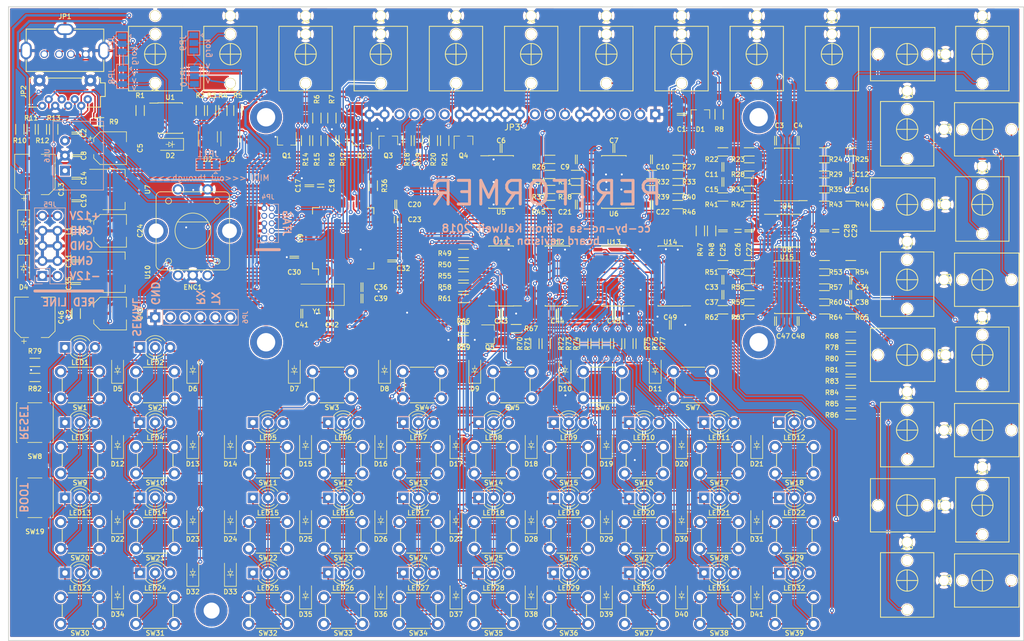
<source format=kicad_pcb>
(kicad_pcb (version 20171130) (host pcbnew "(5.1.4-0)")
  (title_block (title "PER|FORMER eurorack sequencer") (date 2018-10-09) (rev 1.0) (company westlicht) (comment 1 cc-by-nc-sa))
  (layers (0 F.Cu signal) (31 B.Cu signal) (34 B.Paste user hide) (35 F.Paste user hide) (36 B.SilkS user hide) (37 F.SilkS user) (38 B.Mask user hide) (39 F.Mask user) (44 Edge.Cuts user))
  (net 0 "")
  (net 1 GND)
  (net 2 +12V)
  (net 3 -12V)
  (net 4 +3V3)
  (net 5 +5V)
  (net 6 ROW0)
  (net 7 "Net-(D7-Pad1)")
  (net 8 ROW1)
  (net 9 "Net-(D8-Pad1)")
  (net 10 ROW2)
  (net 11 "Net-(D9-Pad1)")
  (net 12 ROW3)
  (net 13 "Net-(D10-Pad1)")
  (net 14 ROW4)
  (net 15 "Net-(D11-Pad1)")
  (net 16 ROW5)
  (net 17 ROW6)
  (net 18 ROW7)
  (net 19 "Net-(D5-Pad1)")
  (net 20 "Net-(D6-Pad1)")
  (net 21 "Net-(D12-Pad1)")
  (net 22 "Net-(D13-Pad1)")
  (net 23 "Net-(D22-Pad1)")
  (net 24 "Net-(D23-Pad1)")
  (net 25 "Net-(D34-Pad1)")
  (net 26 "Net-(D32-Pad1)")
  (net 27 "Net-(D14-Pad1)")
  (net 28 "Net-(D15-Pad1)")
  (net 29 "Net-(D16-Pad1)")
  (net 30 "Net-(D17-Pad1)")
  (net 31 "Net-(D18-Pad1)")
  (net 32 "Net-(D19-Pad1)")
  (net 33 "Net-(D20-Pad1)")
  (net 34 "Net-(D21-Pad1)")
  (net 35 "Net-(D24-Pad1)")
  (net 36 "Net-(D25-Pad1)")
  (net 37 "Net-(D26-Pad1)")
  (net 38 "Net-(D27-Pad1)")
  (net 39 "Net-(D28-Pad1)")
  (net 40 "Net-(D29-Pad1)")
  (net 41 "Net-(D30-Pad1)")
  (net 42 "Net-(D31-Pad1)")
  (net 43 "Net-(D33-Pad1)")
  (net 44 "Net-(D35-Pad1)")
  (net 45 "Net-(D36-Pad1)")
  (net 46 "Net-(D37-Pad1)")
  (net 47 "Net-(D38-Pad1)")
  (net 48 "Net-(D39-Pad1)")
  (net 49 "Net-(D40-Pad1)")
  (net 50 "Net-(D41-Pad1)")
  (net 51 SCOL4)
  (net 52 SCOL3)
  (net 53 SCOL2)
  (net 54 SCOL1)
  (net 55 SCOL0)
  (net 56 RCOL3)
  (net 57 GCOL3)
  (net 58 RCOL2)
  (net 59 GCOL2)
  (net 60 RCOL1)
  (net 61 GCOL1)
  (net 62 RCOL0)
  (net 63 GCOL0)
  (net 64 "Net-(C23-Pad2)")
  (net 65 "Net-(C18-Pad2)")
  (net 66 RESET)
  (net 67 SYS_RX)
  (net 68 SYS_TX)
  (net 69 "Net-(Q1-Pad1)")
  (net 70 CLK_IN)
  (net 71 "Net-(Q3-Pad1)")
  (net 72 "Net-(Q2-Pad1)")
  (net 73 "Net-(Q4-Pad1)")
  (net 74 GATE1)
  (net 75 GATE2)
  (net 76 GATE3)
  (net 77 GATE4)
  (net 78 GATE5)
  (net 79 GATE6)
  (net 80 GATE7)
  (net 81 GATE8)
  (net 82 BOOT)
  (net 83 OSC_IN)
  (net 84 OSC_OUT)
  (net 85 "Net-(C22-Pad2)")
  (net 86 CV1_IN)
  (net 87 "Net-(C10-Pad2)")
  (net 88 CV3_IN)
  (net 89 "Net-(C9-Pad2)")
  (net 90 CV2_IN)
  (net 91 "Net-(C21-Pad2)")
  (net 92 CV4_IN)
  (net 93 ENC_A)
  (net 94 ENC_B)
  (net 95 SDIO_CMD)
  (net 96 SDIO_CLK)
  (net 97 SDIO_D0)
  (net 98 SYS_JTMS)
  (net 99 SYS_JTCK)
  (net 100 SYS_JTDO)
  (net 101 SYS_JTDI)
  (net 102 RES_IN)
  (net 103 "Net-(D2-Pad1)")
  (net 104 "Net-(D2-Pad2)")
  (net 105 MIDI_RX)
  (net 106 "Net-(C19-Pad1)")
  (net 107 "Net-(C35-Pad1)")
  (net 108 +3.3VA)
  (net 109 AREF_-10V)
  (net 110 "Net-(D3-Pad2)")
  (net 111 USB_5V)
  (net 112 USB_PWR_EN)
  (net 113 "Net-(D4-Pad1)")
  (net 114 CV1)
  (net 115 CV2)
  (net 116 CV3)
  (net 117 CV4)
  (net 118 CV5)
  (net 119 CV6)
  (net 120 CV7)
  (net 121 CV8)
  (net 122 "Net-(C16-Pad2)")
  (net 123 DAC1)
  (net 124 DAC3)
  (net 125 DAC5)
  (net 126 DAC7)
  (net 127 DAC8)
  (net 128 DAC6)
  (net 129 DAC4)
  (net 130 DAC2)
  (net 131 "Net-(C12-Pad2)")
  (net 132 "Net-(C11-Pad2)")
  (net 133 "Net-(C15-Pad2)")
  (net 134 "Net-(C38-Pad2)")
  (net 135 "Net-(C34-Pad2)")
  (net 136 "Net-(C33-Pad2)")
  (net 137 "Net-(C37-Pad2)")
  (net 138 "Net-(R75-Pad2)")
  (net 139 "Net-(R74-Pad2)")
  (net 140 "Net-(R73-Pad2)")
  (net 141 "Net-(R72-Pad2)")
  (net 142 "Net-(R71-Pad2)")
  (net 143 "Net-(R70-Pad2)")
  (net 144 USB_D-)
  (net 145 USB_D+)
  (net 146 LCD_DC)
  (net 147 LCD_SCK)
  (net 148 LCD_MOSI)
  (net 149 LCD_RES)
  (net 150 LCD_CS)
  (net 151 SR_MOSI)
  (net 152 SR_SCK)
  (net 153 SR_LATCH)
  (net 154 SR_LOAD)
  (net 155 SR_MISO)
  (net 156 ENC_SW)
  (net 157 DAC_MOSI)
  (net 158 DAC_SCK)
  (net 159 "Net-(C26-Pad1)")
  (net 160 /DAC/VBIAS)
  (net 161 CLK_OUT)
  (net 162 RES_OUT)
  (net 163 USB_PWR_FAULT)
  (net 164 DAC_SYNC)
  (net 165 "Net-(J1-Pad2)")
  (net 166 "Net-(J2-Pad3)")
  (net 167 "Net-(J2-Pad2)")
  (net 168 "Net-(J3-Pad3)")
  (net 169 "Net-(J4-Pad3)")
  (net 170 "Net-(J5-Pad3)")
  (net 171 "Net-(J6-Pad3)")
  (net 172 "Net-(J7-Pad3)")
  (net 173 "Net-(J8-Pad3)")
  (net 174 "Net-(J9-Pad3)")
  (net 175 "Net-(J10-Pad3)")
  (net 176 "Net-(J11-Pad3)")
  (net 177 "Net-(J13-Pad3)")
  (net 178 "Net-(J15-Pad3)")
  (net 179 "Net-(J17-Pad3)")
  (net 180 "Net-(J19-Pad3)")
  (net 181 "Net-(J21-Pad3)")
  (net 182 "Net-(J23-Pad3)")
  (net 183 "Net-(J25-Pad3)")
  (net 184 "Net-(U12-Pad9)")
  (net 185 "Net-(U13-Pad9)")
  (net 186 "Net-(JP2-Pad1)")
  (net 187 SDIO_CD)
  (net 188 "Net-(JP2-Pad8)")
  (net 189 "Net-(Q5-Pad1)")
  (net 190 "Net-(Q5-Pad3)")
  (net 191 SR_OE)
  (net 192 MIDI_TX)
  (net 193 "Net-(U12-Pad14)")
  (net 194 "Net-(U11-Pad2)")
  (net 195 "Net-(U12-Pad12)")
  (net 196 "Net-(U11-Pad1)")
  (net 197 "Net-(R23-Pad2)")
  (net 198 "Net-(R24-Pad2)")
  (net 199 "Net-(R42-Pad2)")
  (net 200 "Net-(R43-Pad2)")
  (net 201 "Net-(R52-Pad2)")
  (net 202 "Net-(R53-Pad2)")
  (net 203 "Net-(R63-Pad2)")
  (net 204 "Net-(R64-Pad2)")
  (net 205 "Net-(R76-Pad2)")
  (net 206 "Net-(R77-Pad2)")
  (net 207 "Net-(J1-Pad3)")
  (net 208 "Net-(JP7-Pad2)")
  (net 209 "Net-(JP10-Pad3)")
  (net 210 "Net-(JP10-Pad1)")
  (net 211 "Net-(R4-Pad2)")
  (net 212 "Net-(JP11-Pad2)")
  (module w_lcd:NHD-3.12-25664UC (layer F.Cu) (at 117.325 53.38)
    (fp_text reference JP3 (at 44.6 4.7) (layer F.SilkS))
    (fp_text value NHD-3.12-25664UC)
    (pad "" np_thru_hole circle (at 86.2 41) (size 5.4 5.4) (drill 3.1) (layers *.Cu *.Mask))
    (pad "" np_thru_hole circle (at 3 41) (size 5.4 5.4) (drill 3.1) (layers *.Cu *.Mask))
    (pad "" np_thru_hole circle (at 86.2 3) (size 5.4 5.4) (drill 3.1) (layers *.Cu *.Mask))
    (pad "" np_thru_hole circle (at 3 3) (size 5.4 5.4) (drill 3.1) (layers *.Cu *.Mask))
    (pad 20 thru_hole oval (at 20.47 2.5 270) (size 1.7 1.7) (drill 1) (layers *.Cu *.Mask) (net 1 GND))
    (pad 19 thru_hole oval (at 23.01 2.5 270) (size 1.7 1.7) (drill 1) (layers *.Cu *.Mask) (net 1 GND))
    (pad 18 thru_hole oval (at 25.55 2.5 270) (size 1.7 1.7) (drill 1) (layers *.Cu *.Mask))
    (pad 17 thru_hole oval (at 28.09 2.5 270) (size 1.7 1.7) (drill 1) (layers *.Cu *.Mask) (net 150 LCD_CS))
    (pad 16 thru_hole oval (at 30.63 2.5 270) (size 1.7 1.7) (drill 1) (layers *.Cu *.Mask) (net 149 LCD_RES))
    (pad 15 thru_hole oval (at 33.17 2.5 270) (size 1.7 1.7) (drill 1) (layers *.Cu *.Mask))
    (pad 14 thru_hole oval (at 35.71 2.5 270) (size 1.7 1.7) (drill 1) (layers *.Cu *.Mask) (net 1 GND))
    (pad 13 thru_hole oval (at 38.25 2.5 270) (size 1.7 1.7) (drill 1) (layers *.Cu *.Mask) (net 1 GND))
    (pad 12 thru_hole oval (at 40.79 2.5 270) (size 1.7 1.7) (drill 1) (layers *.Cu *.Mask) (net 1 GND))
    (pad 11 thru_hole oval (at 43.33 2.5 270) (size 1.7 1.7) (drill 1) (layers *.Cu *.Mask) (net 1 GND))
    (pad 10 thru_hole oval (at 45.87 2.5 270) (size 1.7 1.7) (drill 1) (layers *.Cu *.Mask) (net 1 GND))
    (pad 9 thru_hole oval (at 48.41 2.5 270) (size 1.7 1.7) (drill 1) (layers *.Cu *.Mask))
    (pad 8 thru_hole oval (at 50.95 2.5 270) (size 1.7 1.7) (drill 1) (layers *.Cu *.Mask) (net 148 LCD_MOSI))
    (pad 7 thru_hole oval (at 53.49 2.5 270) (size 1.7 1.7) (drill 1) (layers *.Cu *.Mask) (net 147 LCD_SCK))
    (pad 6 thru_hole oval (at 56.03 2.5 270) (size 1.7 1.7) (drill 1) (layers *.Cu *.Mask) (net 1 GND))
    (pad 5 thru_hole oval (at 58.57 2.5 270) (size 1.7 1.7) (drill 1) (layers *.Cu *.Mask) (net 1 GND))
    (pad 4 thru_hole oval (at 61.11 2.5 270) (size 1.7 1.7) (drill 1) (layers *.Cu *.Mask) (net 146 LCD_DC))
    (pad 3 thru_hole oval (at 63.65 2.5 270) (size 1.7 1.7) (drill 1) (layers *.Cu *.Mask))
    (pad 2 thru_hole oval (at 66.19 2.5 270) (size 1.7 1.7) (drill 1) (layers *.Cu *.Mask) (net 4 +3V3))
    (pad 1 thru_hole rect (at 68.73 2.5 270) (size 1.7 1.7) (drill 1) (layers *.Cu *.Mask) (net 1 GND))
  )
  (module EuroCAD:PJ301M-12 (layer F.Cu) (at 165.1 45.72 180)
    (fp_text reference J6 (at 0 5.715 180) (layer F.SilkS) (effects (font (size 0.8 0.8))))
    (fp_text value PJ301M-12)
    (pad 3 thru_hole circle (at 0 -4.92 180) (size 1.8 1.8) (drill 1.6) (layers *.Cu *.Mask F.SilkS) (net 171 "Net-(J6-Pad3)"))
    (pad 1 thru_hole circle (at 0 6.48 180) (size 1.8 1.8) (drill 1.6) (layers *.Cu *.Mask F.SilkS) (net 1 GND))
    (pad 2 thru_hole circle (at 0 3.38 180) (size 1.8 1.8) (drill 1.6) (layers *.Cu *.Mask F.SilkS))
  )
  (module EuroCAD:PJ301M-12 (layer F.Cu) (at 139.7 45.72 180)
    (fp_text reference J4 (at 0 5.715 180) (layer F.SilkS) (effects (font (size 0.8 0.8))))
    (fp_text value PJ301M-12)
    (pad 3 thru_hole circle (at 0 -4.92 180) (size 1.8 1.8) (drill 1.6) (layers *.Cu *.Mask F.SilkS) (net 169 "Net-(J4-Pad3)"))
    (pad 1 thru_hole circle (at 0 6.48 180) (size 1.8 1.8) (drill 1.6) (layers *.Cu *.Mask F.SilkS) (net 1 GND))
    (pad 2 thru_hole circle (at 0 3.38 180) (size 1.8 1.8) (drill 1.6) (layers *.Cu *.Mask F.SilkS) (net 1 GND))
  )
  (module EuroCAD:PJ301M-12 (layer F.Cu) (at 228.6 134.62 180)
    (fp_text reference J25 (at 0 5.715 180) (layer F.SilkS) (effects (font (size 0.8 0.8))))
    (fp_text value PJ301M-12)
    (pad 3 thru_hole circle (at 0 -4.92 180) (size 1.8 1.8) (drill 1.6) (layers *.Cu *.Mask F.SilkS) (net 183 "Net-(J25-Pad3)"))
    (pad 1 thru_hole circle (at 0 6.48 180) (size 1.8 1.8) (drill 1.6) (layers *.Cu *.Mask F.SilkS) (net 1 GND))
    (pad 2 thru_hole circle (at 0 3.38 180) (size 1.8 1.8) (drill 1.6) (layers *.Cu *.Mask F.SilkS))
  )
  (module EuroCAD:PJ301M-12 (layer F.Cu) (at 228.6 121.92 90)
    (fp_text reference J23 (at 0 5.715 270) (layer F.SilkS) (effects (font (size 0.8 0.8))))
    (fp_text value PJ301M-12)
    (pad 3 thru_hole circle (at 0 -4.92 90) (size 1.8 1.8) (drill 1.6) (layers *.Cu *.Mask F.SilkS) (net 182 "Net-(J23-Pad3)"))
    (pad 1 thru_hole circle (at 0 6.48 90) (size 1.8 1.8) (drill 1.6) (layers *.Cu *.Mask F.SilkS) (net 1 GND))
    (pad 2 thru_hole circle (at 0 3.38 90) (size 1.8 1.8) (drill 1.6) (layers *.Cu *.Mask F.SilkS))
  )
  (module EuroCAD:PJ301M-12 (layer F.Cu) (at 228.6 109.22 180)
    (fp_text reference J21 (at 0 5.715 180) (layer F.SilkS) (effects (font (size 0.8 0.8))))
    (fp_text value PJ301M-12)
    (pad 3 thru_hole circle (at 0 -4.92 180) (size 1.8 1.8) (drill 1.6) (layers *.Cu *.Mask F.SilkS) (net 181 "Net-(J21-Pad3)"))
    (pad 1 thru_hole circle (at 0 6.48 180) (size 1.8 1.8) (drill 1.6) (layers *.Cu *.Mask F.SilkS) (net 1 GND))
    (pad 2 thru_hole circle (at 0 3.38 180) (size 1.8 1.8) (drill 1.6) (layers *.Cu *.Mask F.SilkS))
  )
  (module EuroCAD:PJ301M-12 (layer F.Cu) (at 228.6 96.52 90)
    (fp_text reference J19 (at 0 5.715 270) (layer F.SilkS) (effects (font (size 0.8 0.8))))
    (fp_text value PJ301M-12)
    (pad 3 thru_hole circle (at 0 -4.92 90) (size 1.8 1.8) (drill 1.6) (layers *.Cu *.Mask F.SilkS) (net 180 "Net-(J19-Pad3)"))
    (pad 1 thru_hole circle (at 0 6.48 90) (size 1.8 1.8) (drill 1.6) (layers *.Cu *.Mask F.SilkS) (net 1 GND))
    (pad 2 thru_hole circle (at 0 3.38 90) (size 1.8 1.8) (drill 1.6) (layers *.Cu *.Mask F.SilkS))
  )
  (module EuroCAD:PJ301M-12 (layer F.Cu) (at 228.6 83.82 180)
    (fp_text reference J17 (at 0 5.715 180) (layer F.SilkS) (effects (font (size 0.8 0.8))))
    (fp_text value PJ301M-12)
    (pad 3 thru_hole circle (at 0 -4.92 180) (size 1.8 1.8) (drill 1.6) (layers *.Cu *.Mask F.SilkS) (net 179 "Net-(J17-Pad3)"))
    (pad 1 thru_hole circle (at 0 6.48 180) (size 1.8 1.8) (drill 1.6) (layers *.Cu *.Mask F.SilkS) (net 1 GND))
    (pad 2 thru_hole circle (at 0 3.38 180) (size 1.8 1.8) (drill 1.6) (layers *.Cu *.Mask F.SilkS))
  )
  (module EuroCAD:PJ301M-12 (layer F.Cu) (at 228.6 71.12 90)
    (fp_text reference J15 (at 0 5.715 270) (layer F.SilkS) (effects (font (size 0.8 0.8))))
    (fp_text value PJ301M-12)
    (pad 3 thru_hole circle (at 0 -4.92 90) (size 1.8 1.8) (drill 1.6) (layers *.Cu *.Mask F.SilkS) (net 178 "Net-(J15-Pad3)"))
    (pad 1 thru_hole circle (at 0 6.48 90) (size 1.8 1.8) (drill 1.6) (layers *.Cu *.Mask F.SilkS) (net 1 GND))
    (pad 2 thru_hole circle (at 0 3.38 90) (size 1.8 1.8) (drill 1.6) (layers *.Cu *.Mask F.SilkS))
  )
  (module EuroCAD:PJ301M-12 (layer F.Cu) (at 228.6 58.42 180)
    (fp_text reference J13 (at 0 5.715 180) (layer F.SilkS) (effects (font (size 0.8 0.8))))
    (fp_text value PJ301M-12)
    (pad 3 thru_hole circle (at 0 -4.92 180) (size 1.8 1.8) (drill 1.6) (layers *.Cu *.Mask F.SilkS) (net 177 "Net-(J13-Pad3)"))
    (pad 1 thru_hole circle (at 0 6.48 180) (size 1.8 1.8) (drill 1.6) (layers *.Cu *.Mask F.SilkS) (net 1 GND))
    (pad 2 thru_hole circle (at 0 3.38 180) (size 1.8 1.8) (drill 1.6) (layers *.Cu *.Mask F.SilkS))
  )
  (module EuroCAD:PJ301M-12 (layer F.Cu) (at 228.6 45.72 90)
    (fp_text reference J11 (at 0 5.715 270) (layer F.SilkS) (effects (font (size 0.8 0.8))))
    (fp_text value PJ301M-12)
    (pad 3 thru_hole circle (at 0 -4.92 90) (size 1.8 1.8) (drill 1.6) (layers *.Cu *.Mask F.SilkS) (net 176 "Net-(J11-Pad3)"))
    (pad 1 thru_hole circle (at 0 6.48 90) (size 1.8 1.8) (drill 1.6) (layers *.Cu *.Mask F.SilkS) (net 1 GND))
    (pad 2 thru_hole circle (at 0 3.38 90) (size 1.8 1.8) (drill 1.6) (layers *.Cu *.Mask F.SilkS))
  )
  (module EuroCAD:PJ301M-12 (layer F.Cu) (at 215.9 45.72 180)
    (fp_text reference J10 (at 0 5.715 180) (layer F.SilkS) (effects (font (size 0.8 0.8))))
    (fp_text value PJ301M-12)
    (pad 3 thru_hole circle (at 0 -4.92 180) (size 1.8 1.8) (drill 1.6) (layers *.Cu *.Mask F.SilkS) (net 175 "Net-(J10-Pad3)"))
    (pad 1 thru_hole circle (at 0 6.48 180) (size 1.8 1.8) (drill 1.6) (layers *.Cu *.Mask F.SilkS) (net 1 GND))
    (pad 2 thru_hole circle (at 0 3.38 180) (size 1.8 1.8) (drill 1.6) (layers *.Cu *.Mask F.SilkS) (net 1 GND))
  )
  (module EuroCAD:PJ301M-12 (layer F.Cu) (at 203.2 45.72 180)
    (fp_text reference J9 (at 0 5.715 180) (layer F.SilkS) (effects (font (size 0.8 0.8))))
    (fp_text value PJ301M-12)
    (pad 3 thru_hole circle (at 0 -4.92 180) (size 1.8 1.8) (drill 1.6) (layers *.Cu *.Mask F.SilkS) (net 174 "Net-(J9-Pad3)"))
    (pad 1 thru_hole circle (at 0 6.48 180) (size 1.8 1.8) (drill 1.6) (layers *.Cu *.Mask F.SilkS) (net 1 GND))
    (pad 2 thru_hole circle (at 0 3.38 180) (size 1.8 1.8) (drill 1.6) (layers *.Cu *.Mask F.SilkS) (net 1 GND))
  )
  (module EuroCAD:PJ301M-12 (layer F.Cu) (at 190.5 45.72 180)
    (fp_text reference J8 (at 0 5.715 180) (layer F.SilkS) (effects (font (size 0.8 0.8))))
    (fp_text value PJ301M-12)
    (pad 3 thru_hole circle (at 0 -4.92 180) (size 1.8 1.8) (drill 1.6) (layers *.Cu *.Mask F.SilkS) (net 173 "Net-(J8-Pad3)"))
    (pad 1 thru_hole circle (at 0 6.48 180) (size 1.8 1.8) (drill 1.6) (layers *.Cu *.Mask F.SilkS) (net 1 GND))
    (pad 2 thru_hole circle (at 0 3.38 180) (size 1.8 1.8) (drill 1.6) (layers *.Cu *.Mask F.SilkS) (net 1 GND))
  )
  (module EuroCAD:PJ301M-12 (layer F.Cu) (at 177.8 45.72 180)
    (fp_text reference J7 (at 0 5.715 180) (layer F.SilkS) (effects (font (size 0.8 0.8))))
    (fp_text value PJ301M-12)
    (pad 3 thru_hole circle (at 0 -4.92 180) (size 1.8 1.8) (drill 1.6) (layers *.Cu *.Mask F.SilkS) (net 172 "Net-(J7-Pad3)"))
    (pad 1 thru_hole circle (at 0 6.48 180) (size 1.8 1.8) (drill 1.6) (layers *.Cu *.Mask F.SilkS) (net 1 GND))
    (pad 2 thru_hole circle (at 0 3.38 180) (size 1.8 1.8) (drill 1.6) (layers *.Cu *.Mask F.SilkS) (net 1 GND))
  )
  (module EuroCAD:PJ301M-12 (layer F.Cu) (at 241.3 134.62 270)
    (fp_text reference J26 (at 0 5.715 270) (layer F.SilkS) (effects (font (size 0.8 0.8))))
    (fp_text value PJ301M-12)
    (pad 3 thru_hole circle (at 0 -4.92 270) (size 1.8 1.8) (drill 1.6) (layers *.Cu *.Mask F.SilkS) (net 121 CV8))
    (pad 1 thru_hole circle (at 0 6.48 270) (size 1.8 1.8) (drill 1.6) (layers *.Cu *.Mask F.SilkS) (net 1 GND))
    (pad 2 thru_hole circle (at 0 3.38 270) (size 1.8 1.8) (drill 1.6) (layers *.Cu *.Mask F.SilkS))
  )
  (module EuroCAD:PJ301M-12 (layer F.Cu) (at 241.3 121.92 180)
    (fp_text reference J24 (at 0 5.715 180) (layer F.SilkS) (effects (font (size 0.8 0.8))))
    (fp_text value PJ301M-12)
    (pad 3 thru_hole circle (at 0 -4.92 180) (size 1.8 1.8) (drill 1.6) (layers *.Cu *.Mask F.SilkS) (net 120 CV7))
    (pad 1 thru_hole circle (at 0 6.48 180) (size 1.8 1.8) (drill 1.6) (layers *.Cu *.Mask F.SilkS) (net 1 GND))
    (pad 2 thru_hole circle (at 0 3.38 180) (size 1.8 1.8) (drill 1.6) (layers *.Cu *.Mask F.SilkS))
  )
  (module EuroCAD:PJ301M-12 (layer F.Cu) (at 241.3 109.22 270)
    (fp_text reference J22 (at 0 5.715 270) (layer F.SilkS) (effects (font (size 0.8 0.8))))
    (fp_text value PJ301M-12)
    (pad 3 thru_hole circle (at 0 -4.92 270) (size 1.8 1.8) (drill 1.6) (layers *.Cu *.Mask F.SilkS) (net 119 CV6))
    (pad 1 thru_hole circle (at 0 6.48 270) (size 1.8 1.8) (drill 1.6) (layers *.Cu *.Mask F.SilkS) (net 1 GND))
    (pad 2 thru_hole circle (at 0 3.38 270) (size 1.8 1.8) (drill 1.6) (layers *.Cu *.Mask F.SilkS))
  )
  (module EuroCAD:PJ301M-12 (layer F.Cu) (at 241.3 96.52 180)
    (fp_text reference J20 (at 0 5.715 180) (layer F.SilkS) (effects (font (size 0.8 0.8))))
    (fp_text value PJ301M-12)
    (pad 3 thru_hole circle (at 0 -4.92 180) (size 1.8 1.8) (drill 1.6) (layers *.Cu *.Mask F.SilkS) (net 118 CV5))
    (pad 1 thru_hole circle (at 0 6.48 180) (size 1.8 1.8) (drill 1.6) (layers *.Cu *.Mask F.SilkS) (net 1 GND))
    (pad 2 thru_hole circle (at 0 3.38 180) (size 1.8 1.8) (drill 1.6) (layers *.Cu *.Mask F.SilkS))
  )
  (module EuroCAD:PJ301M-12 (layer F.Cu) (at 241.3 83.82 270)
    (fp_text reference J18 (at 0 5.715 270) (layer F.SilkS) (effects (font (size 0.8 0.8))))
    (fp_text value PJ301M-12)
    (pad 3 thru_hole circle (at 0 -4.92 270) (size 1.8 1.8) (drill 1.6) (layers *.Cu *.Mask F.SilkS) (net 117 CV4))
    (pad 1 thru_hole circle (at 0 6.48 270) (size 1.8 1.8) (drill 1.6) (layers *.Cu *.Mask F.SilkS) (net 1 GND))
    (pad 2 thru_hole circle (at 0 3.38 270) (size 1.8 1.8) (drill 1.6) (layers *.Cu *.Mask F.SilkS))
  )
  (module EuroCAD:PJ301M-12 (layer F.Cu) (at 241.3 71.12 180)
    (fp_text reference J16 (at 0 5.715 180) (layer F.SilkS) (effects (font (size 0.8 0.8))))
    (fp_text value PJ301M-12)
    (pad 3 thru_hole circle (at 0 -4.92 180) (size 1.8 1.8) (drill 1.6) (layers *.Cu *.Mask F.SilkS) (net 116 CV3))
    (pad 1 thru_hole circle (at 0 6.48 180) (size 1.8 1.8) (drill 1.6) (layers *.Cu *.Mask F.SilkS) (net 1 GND))
    (pad 2 thru_hole circle (at 0 3.38 180) (size 1.8 1.8) (drill 1.6) (layers *.Cu *.Mask F.SilkS))
  )
  (module EuroCAD:PJ301M-12 (layer F.Cu) (at 241.3 58.42 270)
    (fp_text reference J14 (at 0 5.715 270) (layer F.SilkS) (effects (font (size 0.8 0.8))))
    (fp_text value PJ301M-12)
    (pad 3 thru_hole circle (at 0 -4.92 270) (size 1.8 1.8) (drill 1.6) (layers *.Cu *.Mask F.SilkS) (net 115 CV2))
    (pad 1 thru_hole circle (at 0 6.48 270) (size 1.8 1.8) (drill 1.6) (layers *.Cu *.Mask F.SilkS) (net 1 GND))
    (pad 2 thru_hole circle (at 0 3.38 270) (size 1.8 1.8) (drill 1.6) (layers *.Cu *.Mask F.SilkS))
  )
  (module EuroCAD:PJ301M-12 (layer F.Cu) (at 241.3 45.72 180)
    (fp_text reference J12 (at 0 5.715 180) (layer F.SilkS) (effects (font (size 0.8 0.8))))
    (fp_text value PJ301M-12)
    (pad 3 thru_hole circle (at 0 -4.92 180) (size 1.8 1.8) (drill 1.6) (layers *.Cu *.Mask F.SilkS) (net 114 CV1))
    (pad 1 thru_hole circle (at 0 6.48 180) (size 1.8 1.8) (drill 1.6) (layers *.Cu *.Mask F.SilkS) (net 1 GND))
    (pad 2 thru_hole circle (at 0 3.38 180) (size 1.8 1.8) (drill 1.6) (layers *.Cu *.Mask F.SilkS))
  )
  (module EuroCAD:PJ301M-12 (layer F.Cu) (at 152.4 45.72 180)
    (fp_text reference J5 (at 0 5.715 180) (layer F.SilkS) (effects (font (size 0.8 0.8))))
    (fp_text value PJ301M-12)
    (pad 3 thru_hole circle (at 0 -4.92 180) (size 1.8 1.8) (drill 1.6) (layers *.Cu *.Mask F.SilkS) (net 170 "Net-(J5-Pad3)"))
    (pad 1 thru_hole circle (at 0 6.48 180) (size 1.8 1.8) (drill 1.6) (layers *.Cu *.Mask F.SilkS) (net 1 GND))
    (pad 2 thru_hole circle (at 0 3.38 180) (size 1.8 1.8) (drill 1.6) (layers *.Cu *.Mask F.SilkS))
  )
  (module EuroCAD:PJ301M-12 (layer F.Cu) (at 127 45.72 180)
    (fp_text reference J3 (at 0 5.715 180) (layer F.SilkS) (effects (font (size 0.8 0.8))))
    (fp_text value PJ301M-12)
    (pad 3 thru_hole circle (at 0 -4.92 180) (size 1.8 1.8) (drill 1.6) (layers *.Cu *.Mask F.SilkS) (net 168 "Net-(J3-Pad3)"))
    (pad 1 thru_hole circle (at 0 6.48 180) (size 1.8 1.8) (drill 1.6) (layers *.Cu *.Mask F.SilkS) (net 1 GND))
    (pad 2 thru_hole circle (at 0 3.38 180) (size 1.8 1.8) (drill 1.6) (layers *.Cu *.Mask F.SilkS) (net 1 GND))
  )
  (module EuroCAD:PJ301M-12 (layer F.Cu) (at 114.3 45.72 180)
    (fp_text reference J2 (at 0 -5.715) (layer F.SilkS) (effects (font (size 0.8 0.8))))
    (fp_text value PJ301CM)
    (pad 3 thru_hole circle (at 0 -4.92 180) (size 1.8 1.8) (drill 1.6) (layers *.Cu *.Mask F.SilkS) (net 166 "Net-(J2-Pad3)"))
    (pad 1 thru_hole circle (at 0 6.48 180) (size 1.8 1.8) (drill 1.6) (layers *.Cu *.Mask F.SilkS) (net 1 GND))
    (pad 2 thru_hole circle (at 0 3.38 180) (size 1.8 1.8) (drill 1.6) (layers *.Cu *.Mask F.SilkS) (net 167 "Net-(J2-Pad2)"))
  )
  (module EuroCAD:PJ301M-12 (layer F.Cu) (at 101.6 45.72 180)
    (fp_text reference J1 (at 0 -5.715) (layer F.SilkS) (effects (font (size 0.8 0.8))))
    (fp_text value PJ301CM)
    (pad 3 thru_hole circle (at 0 -4.92 180) (size 1.8 1.8) (drill 1.6) (layers *.Cu *.Mask F.SilkS) (net 207 "Net-(J1-Pad3)"))
    (pad 1 thru_hole circle (at 0 6.48 180) (size 1.8 1.8) (drill 1.6) (layers *.Cu *.Mask F.SilkS))
    (pad 2 thru_hole circle (at 0 3.38 180) (size 1.8 1.8) (drill 1.6) (layers *.Cu *.Mask F.SilkS) (net 165 "Net-(J1-Pad2)"))
  )
  (module Jumper:SolderJumper-3_P1.3mm_Open_Pad1.0x1.5mm (layer B.Cu) (at 110.5154 64.389 180)
    (fp_text reference JP11 (at 0 1.8) (layer B.SilkS) (effects (justify mirror)))
    (fp_text value out/through)
    (pad 1 smd rect (at -1.3 0 180) (size 1 1.5) (layers B.Cu B.Mask) (net 192 MIDI_TX))
    (pad 2 smd rect (at 0 0 180) (size 1 1.5) (layers B.Cu B.Mask) (net 212 "Net-(JP11-Pad2)"))
    (pad 3 smd rect (at 1.3 0 180) (size 1 1.5) (layers B.Cu B.Mask) (net 105 MIDI_RX))
  )
  (module Jumper:SolderJumper-3_P1.3mm_Open_Pad1.0x1.5mm (layer B.Cu) (at 108.2294 49.4538 270)
    (fp_text reference JP10 (at 0 1.8 90) (layer B.SilkS) (effects (justify mirror)))
    (fp_text value korg/other)
    (pad 1 smd rect (at -1.3 0 270) (size 1 1.5) (layers B.Cu B.Mask) (net 210 "Net-(JP10-Pad1)"))
    (pad 2 smd rect (at 0 0 270) (size 1 1.5) (layers B.Cu B.Mask) (net 166 "Net-(J2-Pad3)"))
    (pad 3 smd rect (at 1.3 0 270) (size 1 1.5) (layers B.Cu B.Mask) (net 209 "Net-(JP10-Pad3)"))
  )
  (module Jumper:SolderJumper-3_P1.3mm_Open_Pad1.0x1.5mm (layer B.Cu) (at 108.1278 43.8358 270)
    (fp_text reference JP9 (at 0 1.8 90) (layer B.SilkS) (effects (justify mirror)))
    (fp_text value korg/other)
    (pad 1 smd rect (at -1.3 0 270) (size 1 1.5) (layers B.Cu B.Mask) (net 209 "Net-(JP10-Pad3)"))
    (pad 2 smd rect (at 0 0 270) (size 1 1.5) (layers B.Cu B.Mask) (net 167 "Net-(J2-Pad2)"))
    (pad 3 smd rect (at 1.3 0 270) (size 1 1.5) (layers B.Cu B.Mask) (net 210 "Net-(JP10-Pad1)"))
  )
  (module Jumper:SolderJumper-3_P1.3mm_Open_Pad1.0x1.5mm (layer B.Cu) (at 96.0882 49.4792 270)
    (fp_text reference JP8 (at 0 1.8 90) (layer B.SilkS) (effects (justify mirror)))
    (fp_text value korg/other)
    (pad 1 smd rect (at -1.3 0 270) (size 1 1.5) (layers B.Cu B.Mask) (net 165 "Net-(J1-Pad2)"))
    (pad 2 smd rect (at 0 0 270) (size 1 1.5) (layers B.Cu B.Mask) (net 104 "Net-(D2-Pad2)"))
    (pad 3 smd rect (at 1.3 0 270) (size 1 1.5) (layers B.Cu B.Mask) (net 207 "Net-(J1-Pad3)"))
  )
  (module Jumper:SolderJumper-3_P1.3mm_Open_Pad1.0x1.5mm (layer B.Cu) (at 96.012 43.9928 270)
    (fp_text reference JP7 (at 0 1.8 90) (layer B.SilkS) (effects (justify mirror)))
    (fp_text value korg/other)
    (pad 1 smd rect (at -1.3 0 270) (size 1 1.5) (layers B.Cu B.Mask) (net 207 "Net-(J1-Pad3)"))
    (pad 2 smd rect (at 0 0 270) (size 1 1.5) (layers B.Cu B.Mask) (net 208 "Net-(JP7-Pad2)"))
    (pad 3 smd rect (at 1.3 0 270) (size 1 1.5) (layers B.Cu B.Mask) (net 165 "Net-(J1-Pad2)"))
  )
  (module w_capacitor:C_0603 (layer F.Cu) (at 131.445 89.535)
    (fp_text reference C42 (at 0 1.905) (layer F.SilkS) (effects (font (size 0.8 0.8))))
    (fp_text value 18p hide)
    (pad 2 smd rect (at 0.85 0) (size 1 1) (layers F.Cu F.Paste F.Mask) (net 84 OSC_OUT))
    (pad 1 smd rect (at -0.85 0) (size 1 1) (layers F.Cu F.Paste F.Mask) (net 1 GND))
  )
  (module w_capacitor:C_0603 (layer F.Cu) (at 126.365 89.535 180)
    (fp_text reference C41 (at 0 -1.905 180) (layer F.SilkS) (effects (font (size 0.8 0.8))))
    (fp_text value 18p hide)
    (pad 2 smd rect (at 0.85 0 180) (size 1 1) (layers F.Cu F.Paste F.Mask) (net 83 OSC_IN))
    (pad 1 smd rect (at -0.85 0 180) (size 1 1) (layers F.Cu F.Paste F.Mask) (net 1 GND))
  )
  (module w_capacitor:C_0603 (layer F.Cu) (at 188.595 91.44)
    (fp_text reference C49 (at 0 -1.27) (layer F.SilkS) (effects (font (size 0.8 0.8))))
    (fp_text value 100n hide)
    (pad 2 smd rect (at 0.85 0) (size 1 1) (layers F.Cu F.Paste F.Mask) (net 1 GND))
    (pad 1 smd rect (at -0.85 0) (size 1 1) (layers F.Cu F.Paste F.Mask) (net 5 +5V))
  )
  (module w_capacitor:C_0603 (layer F.Cu) (at 179.07 89.535)
    (fp_text reference C45 (at 0 1.27) (layer F.SilkS) (effects (font (size 0.8 0.8))))
    (fp_text value 100n hide)
    (pad 2 smd rect (at 0.85 0) (size 1 1) (layers F.Cu F.Paste F.Mask) (net 1 GND))
    (pad 1 smd rect (at -0.85 0) (size 1 1) (layers F.Cu F.Paste F.Mask) (net 5 +5V))
  )
  (module w_capacitor:C_0603 (layer F.Cu) (at 169.545 89.535)
    (fp_text reference C44 (at 0 1.27) (layer F.SilkS) (effects (font (size 0.8 0.8))))
    (fp_text value 100n hide)
    (pad 2 smd rect (at 0.85 0) (size 1 1) (layers F.Cu F.Paste F.Mask) (net 1 GND))
    (pad 1 smd rect (at -0.85 0) (size 1 1) (layers F.Cu F.Paste F.Mask) (net 5 +5V))
  )
  (module w_capacitor:C_0603 (layer F.Cu) (at 160.02 89.535)
    (fp_text reference C43 (at 0 1.27) (layer F.SilkS) (effects (font (size 0.8 0.8))))
    (fp_text value 100n hide)
    (pad 2 smd rect (at 0.85 0) (size 1 1) (layers F.Cu F.Paste F.Mask) (net 1 GND))
    (pad 1 smd rect (at -0.85 0) (size 1 1) (layers F.Cu F.Paste F.Mask) (net 5 +5V))
  )
  (module w_capacitor:C_0603 (layer F.Cu) (at 160.02 61.595)
    (fp_text reference C6 (at 0 -1.27) (layer F.SilkS) (effects (font (size 0.8 0.8))))
    (fp_text value 100n hide)
    (pad 2 smd rect (at 0.85 0) (size 1 1) (layers F.Cu F.Paste F.Mask) (net 1 GND))
    (pad 1 smd rect (at -0.85 0) (size 1 1) (layers F.Cu F.Paste F.Mask) (net 5 +5V))
  )
  (module w_capacitor:C_0603 (layer F.Cu) (at 185.42 71.12)
    (fp_text reference C22 (at 1.905 1.27) (layer F.SilkS) (effects (font (size 0.8 0.8))))
    (fp_text value 1n hide)
    (pad 2 smd rect (at 0.85 0) (size 1 1) (layers F.Cu F.Paste F.Mask) (net 85 "Net-(C22-Pad2)"))
    (pad 1 smd rect (at -0.85 0) (size 1 1) (layers F.Cu F.Paste F.Mask) (net 86 CV1_IN))
  )
  (module w_capacitor:C_0603 (layer F.Cu) (at 185.42 63.5)
    (fp_text reference C10 (at 1.905 1.27) (layer F.SilkS) (effects (font (size 0.8 0.8))))
    (fp_text value 1n hide)
    (pad 2 smd rect (at 0.85 0) (size 1 1) (layers F.Cu F.Paste F.Mask) (net 87 "Net-(C10-Pad2)"))
    (pad 1 smd rect (at -0.85 0) (size 1 1) (layers F.Cu F.Paste F.Mask) (net 88 CV3_IN))
  )
  (module w_capacitor:C_0603 (layer F.Cu) (at 172.72 63.5 180)
    (fp_text reference C9 (at 1.905 -1.27 180) (layer F.SilkS) (effects (font (size 0.8 0.8))))
    (fp_text value 1n hide)
    (pad 2 smd rect (at 0.85 0 180) (size 1 1) (layers F.Cu F.Paste F.Mask) (net 89 "Net-(C9-Pad2)"))
    (pad 1 smd rect (at -0.85 0 180) (size 1 1) (layers F.Cu F.Paste F.Mask) (net 90 CV2_IN))
  )
  (module w_capacitor:C_0603 (layer F.Cu) (at 172.72 71.12 180)
    (fp_text reference C21 (at 1.905 -1.27 180) (layer F.SilkS) (effects (font (size 0.8 0.8))))
    (fp_text value 1n hide)
    (pad 2 smd rect (at 0.85 0 180) (size 1 1) (layers F.Cu F.Paste F.Mask) (net 91 "Net-(C21-Pad2)"))
    (pad 1 smd rect (at -0.85 0 180) (size 1 1) (layers F.Cu F.Paste F.Mask) (net 92 CV4_IN))
  )
  (module w_capacitor:C_0603 (layer F.Cu) (at 179.07 61.595)
    (fp_text reference C7 (at 0 -1.27) (layer F.SilkS) (effects (font (size 0.8 0.8))))
    (fp_text value 100n hide)
    (pad 2 smd rect (at 0.85 0) (size 1 1) (layers F.Cu F.Paste F.Mask) (net 1 GND))
    (pad 1 smd rect (at -0.85 0) (size 1 1) (layers F.Cu F.Paste F.Mask) (net 108 +3.3VA))
  )
  (module w_capacitor:C_0603 (layer F.Cu) (at 88.265 70.485 90)
    (fp_text reference C19 (at 0 1.27 90) (layer F.SilkS) (effects (font (size 0.8 0.8))))
    (fp_text value 100n hide)
    (pad 2 smd rect (at 0.85 0 90) (size 1 1) (layers F.Cu F.Paste F.Mask) (net 1 GND))
    (pad 1 smd rect (at -0.85 0 90) (size 1 1) (layers F.Cu F.Paste F.Mask) (net 106 "Net-(C19-Pad1)"))
  )
  (module w_capacitor:C_0603 (layer F.Cu) (at 88.265 66.675 90)
    (fp_text reference C14 (at 0 1.27 90) (layer F.SilkS) (effects (font (size 0.8 0.8))))
    (fp_text value 100n hide)
    (pad 2 smd rect (at 0.85 0 90) (size 1 1) (layers F.Cu F.Paste F.Mask) (net 1 GND))
    (pad 1 smd rect (at -0.85 0 90) (size 1 1) (layers F.Cu F.Paste F.Mask) (net 4 +3V3))
  )
  (module w_capacitor:C_0603 (layer F.Cu) (at 88.265 84.455 90)
    (fp_text reference C35 (at 0 -1.27 90) (layer F.SilkS) (effects (font (size 0.8 0.8))))
    (fp_text value 100n hide)
    (pad 2 smd rect (at 0.85 0 90) (size 1 1) (layers F.Cu F.Paste F.Mask) (net 1 GND))
    (pad 1 smd rect (at -0.85 0 90) (size 1 1) (layers F.Cu F.Paste F.Mask) (net 107 "Net-(C35-Pad1)"))
  )
  (module w_capacitor:C_0603 (layer F.Cu) (at 88.265 80.645 90)
    (fp_text reference C31 (at 0 -1.27 90) (layer F.SilkS) (effects (font (size 0.8 0.8))))
    (fp_text value 100n hide)
    (pad 2 smd rect (at 0.85 0 90) (size 1 1) (layers F.Cu F.Paste F.Mask) (net 1 GND))
    (pad 1 smd rect (at -0.85 0 90) (size 1 1) (layers F.Cu F.Paste F.Mask) (net 108 +3.3VA))
  )
  (module w_capacitor:C_0603 (layer F.Cu) (at 190.5 55.88 90)
    (fp_text reference C1 (at -2.54 0 180) (layer F.SilkS) (effects (font (size 0.8 0.8))))
    (fp_text value 100n hide)
    (pad 2 smd rect (at 0.85 0 90) (size 1 1) (layers F.Cu F.Paste F.Mask) (net 1 GND))
    (pad 1 smd rect (at -0.85 0 90) (size 1 1) (layers F.Cu F.Paste F.Mask) (net 109 AREF_-10V))
  )
  (module w_capacitor:C_0603 (layer F.Cu) (at 88.265 62.865 90)
    (fp_text reference C8 (at 0 1.27 90) (layer F.SilkS) (effects (font (size 0.8 0.8))))
    (fp_text value 100n hide)
    (pad 2 smd rect (at 0.85 0 90) (size 1 1) (layers F.Cu F.Paste F.Mask) (net 1 GND))
    (pad 1 smd rect (at -0.85 0 90) (size 1 1) (layers F.Cu F.Paste F.Mask) (net 2 +12V))
  )
  (module w_capacitor:C_0603 (layer F.Cu) (at 88.265 59.055 90)
    (fp_text reference C2 (at 0 1.27 90) (layer F.SilkS) (effects (font (size 0.8 0.8))))
    (fp_text value 100n hide)
    (pad 2 smd rect (at 0.85 0 90) (size 1 1) (layers F.Cu F.Paste F.Mask) (net 1 GND))
    (pad 1 smd rect (at -0.85 0 90) (size 1 1) (layers F.Cu F.Paste F.Mask) (net 5 +5V))
  )
  (module w_capacitor:C_0603 (layer F.Cu) (at 125.095 80.01 90)
    (fp_text reference C30 (at -2.54 0 180) (layer F.SilkS) (effects (font (size 0.8 0.8))))
    (fp_text value 100n hide)
    (pad 2 smd rect (at 0.85 0 90) (size 1 1) (layers F.Cu F.Paste F.Mask) (net 1 GND))
    (pad 1 smd rect (at -0.85 0 90) (size 1 1) (layers F.Cu F.Paste F.Mask) (net 4 +3V3))
  )
  (module w_capacitor:C_0603 (layer F.Cu) (at 141.605 80.645 270)
    (fp_text reference C32 (at 1.27 -1.905) (layer F.SilkS) (effects (font (size 0.8 0.8))))
    (fp_text value 100n hide)
    (pad 2 smd rect (at 0.85 0 270) (size 1 1) (layers F.Cu F.Paste F.Mask) (net 1 GND))
    (pad 1 smd rect (at -0.85 0 270) (size 1 1) (layers F.Cu F.Paste F.Mask) (net 4 +3V3))
  )
  (module w_capacitor:C_0603 (layer F.Cu) (at 142.24 71.12)
    (fp_text reference C20 (at 3.175 0) (layer F.SilkS) (effects (font (size 0.8 0.8))))
    (fp_text value 100n hide)
    (pad 2 smd rect (at 0.85 0) (size 1 1) (layers F.Cu F.Paste F.Mask) (net 1 GND))
    (pad 1 smd rect (at -0.85 0) (size 1 1) (layers F.Cu F.Paste F.Mask) (net 4 +3V3))
  )
  (module w_capacitor:C_0603 (layer F.Cu) (at 127.635 67.945 90)
    (fp_text reference C17 (at 0 -1.905 90) (layer F.SilkS) (effects (font (size 0.8 0.8))))
    (fp_text value 100n hide)
    (pad 2 smd rect (at 0.85 0 90) (size 1 1) (layers F.Cu F.Paste F.Mask) (net 1 GND))
    (pad 1 smd rect (at -0.85 0 90) (size 1 1) (layers F.Cu F.Paste F.Mask) (net 4 +3V3))
  )
  (module w_capacitor:C_0603 (layer F.Cu) (at 136.525 86.995 180)
    (fp_text reference C39 (at -3.175 0 180) (layer F.SilkS) (effects (font (size 0.8 0.8))))
    (fp_text value 1u hide)
    (pad 2 smd rect (at 0.85 0 180) (size 1 1) (layers F.Cu F.Paste F.Mask) (net 1 GND))
    (pad 1 smd rect (at -0.85 0 180) (size 1 1) (layers F.Cu F.Paste F.Mask) (net 108 +3.3VA))
  )
  (module w_capacitor:C_0603 (layer F.Cu) (at 136.525 85.09 180)
    (fp_text reference C36 (at -3.175 0 180) (layer F.SilkS) (effects (font (size 0.8 0.8))))
    (fp_text value 100n hide)
    (pad 2 smd rect (at 0.85 0 180) (size 1 1) (layers F.Cu F.Paste F.Mask) (net 1 GND))
    (pad 1 smd rect (at -0.85 0 180) (size 1 1) (layers F.Cu F.Paste F.Mask) (net 108 +3.3VA))
  )
  (module w_capacitor:C_0603 (layer F.Cu) (at 219.075 67.31)
    (fp_text reference C16 (at 1.905 1.27) (layer F.SilkS) (effects (font (size 0.8 0.8))))
    (fp_text value 18p hide)
    (pad 2 smd rect (at 0.85 0) (size 1 1) (layers F.Cu F.Paste F.Mask) (net 122 "Net-(C16-Pad2)"))
    (pad 1 smd rect (at -0.85 0) (size 1 1) (layers F.Cu F.Paste F.Mask) (net 114 CV1))
  )
  (module w_capacitor:C_0603 (layer F.Cu) (at 219.075 64.77)
    (fp_text reference C12 (at 1.905 1.27) (layer F.SilkS) (effects (font (size 0.8 0.8))))
    (fp_text value 18p hide)
    (pad 2 smd rect (at 0.85 0) (size 1 1) (layers F.Cu F.Paste F.Mask) (net 131 "Net-(C12-Pad2)"))
    (pad 1 smd rect (at -0.85 0) (size 1 1) (layers F.Cu F.Paste F.Mask) (net 115 CV2))
  )
  (module w_capacitor:C_0603 (layer F.Cu) (at 197.485 64.77 180)
    (fp_text reference C11 (at 1.905 -1.27 180) (layer F.SilkS) (effects (font (size 0.8 0.8))))
    (fp_text value 18p hide)
    (pad 2 smd rect (at 0.85 0 180) (size 1 1) (layers F.Cu F.Paste F.Mask) (net 132 "Net-(C11-Pad2)"))
    (pad 1 smd rect (at -0.85 0 180) (size 1 1) (layers F.Cu F.Paste F.Mask) (net 116 CV3))
  )
  (module w_capacitor:C_0603 (layer F.Cu) (at 197.485 67.31 180)
    (fp_text reference C15 (at 1.905 -1.27 180) (layer F.SilkS) (effects (font (size 0.8 0.8))))
    (fp_text value 18p hide)
    (pad 2 smd rect (at 0.85 0 180) (size 1 1) (layers F.Cu F.Paste F.Mask) (net 133 "Net-(C15-Pad2)"))
    (pad 1 smd rect (at -0.85 0 180) (size 1 1) (layers F.Cu F.Paste F.Mask) (net 117 CV4))
  )
  (module w_capacitor:C_0603 (layer F.Cu) (at 219.075 86.36)
    (fp_text reference C38 (at 1.905 1.27) (layer F.SilkS) (effects (font (size 0.8 0.8))))
    (fp_text value 18p hide)
    (pad 2 smd rect (at 0.85 0) (size 1 1) (layers F.Cu F.Paste F.Mask) (net 134 "Net-(C38-Pad2)"))
    (pad 1 smd rect (at -0.85 0) (size 1 1) (layers F.Cu F.Paste F.Mask) (net 118 CV5))
  )
  (module w_capacitor:C_0603 (layer F.Cu) (at 219.075 83.82)
    (fp_text reference C34 (at 1.905 1.27) (layer F.SilkS) (effects (font (size 0.8 0.8))))
    (fp_text value 18p hide)
    (pad 2 smd rect (at 0.85 0) (size 1 1) (layers F.Cu F.Paste F.Mask) (net 135 "Net-(C34-Pad2)"))
    (pad 1 smd rect (at -0.85 0) (size 1 1) (layers F.Cu F.Paste F.Mask) (net 119 CV6))
  )
  (module w_capacitor:C_0603 (layer F.Cu) (at 197.485 83.82 180)
    (fp_text reference C33 (at 1.905 -1.27 180) (layer F.SilkS) (effects (font (size 0.8 0.8))))
    (fp_text value 18p hide)
    (pad 2 smd rect (at 0.85 0 180) (size 1 1) (layers F.Cu F.Paste F.Mask) (net 136 "Net-(C33-Pad2)"))
    (pad 1 smd rect (at -0.85 0 180) (size 1 1) (layers F.Cu F.Paste F.Mask) (net 120 CV7))
  )
  (module w_capacitor:C_0603 (layer F.Cu) (at 197.485 86.36 180)
    (fp_text reference C37 (at 1.905 -1.27 180) (layer F.SilkS) (effects (font (size 0.8 0.8))))
    (fp_text value 18p hide)
    (pad 2 smd rect (at 0.85 0 180) (size 1 1) (layers F.Cu F.Paste F.Mask) (net 137 "Net-(C37-Pad2)"))
    (pad 1 smd rect (at -0.85 0 180) (size 1 1) (layers F.Cu F.Paste F.Mask) (net 121 CV8))
  )
  (module w_capacitor:C_0603 (layer F.Cu) (at 210.185 60.325)
    (fp_text reference C4 (at 0 -2.54) (layer F.SilkS) (effects (font (size 0.8 0.8))))
    (fp_text value 100n hide)
    (pad 2 smd rect (at 0.85 0) (size 1 1) (layers F.Cu F.Paste F.Mask) (net 1 GND))
    (pad 1 smd rect (at -0.85 0) (size 1 1) (layers F.Cu F.Paste F.Mask) (net 2 +12V))
  )
  (module w_capacitor:C_0603 (layer F.Cu) (at 210.185 90.805)
    (fp_text reference C48 (at 0 2.54) (layer F.SilkS) (effects (font (size 0.8 0.8))))
    (fp_text value 100n hide)
    (pad 2 smd rect (at 0.85 0) (size 1 1) (layers F.Cu F.Paste F.Mask) (net 1 GND))
    (pad 1 smd rect (at -0.85 0) (size 1 1) (layers F.Cu F.Paste F.Mask) (net 2 +12V))
  )
  (module w_capacitor:C_0603 (layer F.Cu) (at 206.375 60.325)
    (fp_text reference C3 (at 0.635 -2.54) (layer F.SilkS) (effects (font (size 0.8 0.8))))
    (fp_text value 100n hide)
    (pad 2 smd rect (at 0.85 0) (size 1 1) (layers F.Cu F.Paste F.Mask) (net 3 -12V))
    (pad 1 smd rect (at -0.85 0) (size 1 1) (layers F.Cu F.Paste F.Mask) (net 1 GND))
  )
  (module w_capacitor:C_0603 (layer F.Cu) (at 206.375 90.805)
    (fp_text reference C47 (at 1.27 2.54) (layer F.SilkS) (effects (font (size 0.8 0.8))))
    (fp_text value 100n hide)
    (pad 2 smd rect (at 0.85 0) (size 1 1) (layers F.Cu F.Paste F.Mask) (net 3 -12V))
    (pad 1 smd rect (at -0.85 0) (size 1 1) (layers F.Cu F.Paste F.Mask) (net 1 GND))
  )
  (module w_capacitor:C_0603 (layer F.Cu) (at 201.93 75.565 90)
    (fp_text reference C27 (at -3.175 0 90) (layer F.SilkS) (effects (font (size 0.8 0.8))))
    (fp_text value 100n hide)
    (pad 2 smd rect (at 0.85 0 90) (size 1 1) (layers F.Cu F.Paste F.Mask) (net 1 GND))
    (pad 1 smd rect (at -0.85 0 90) (size 1 1) (layers F.Cu F.Paste F.Mask) (net 159 "Net-(C26-Pad1)"))
  )
  (module w_capacitor:C_0603 (layer F.Cu) (at 214.63 75.565 90)
    (fp_text reference C28 (at 0 3.81 90) (layer F.SilkS) (effects (font (size 0.8 0.8))))
    (fp_text value 100n hide)
    (pad 2 smd rect (at 0.85 0 90) (size 1 1) (layers F.Cu F.Paste F.Mask) (net 1 GND))
    (pad 1 smd rect (at -0.85 0 90) (size 1 1) (layers F.Cu F.Paste F.Mask) (net 108 +3.3VA))
  )
  (module w_capacitor:C_0603 (layer F.Cu) (at 197.485 75.565 270)
    (fp_text reference C25 (at 3.175 0 270) (layer F.SilkS) (effects (font (size 0.8 0.8))))
    (fp_text value 100n hide)
    (pad 2 smd rect (at 0.85 0 270) (size 1 1) (layers F.Cu F.Paste F.Mask) (net 1 GND))
    (pad 1 smd rect (at -0.85 0 270) (size 1 1) (layers F.Cu F.Paste F.Mask) (net 160 /DAC/VBIAS))
  )
  (module w_resistor:R_0603 (layer F.Cu) (at 165.735 94.615 90)
    (fp_text reference R70 (at 0 -2.54 90) (layer F.SilkS) (effects (font (size 0.8 0.8))))
    (fp_text value 1k hide)
    (pad 1 smd rect (at -0.85 0 90) (size 1 1) (layers F.Cu F.Paste F.Mask) (net 57 GCOL3))
    (pad 2 smd rect (at 0.85 0 90) (size 1 1) (layers F.Cu F.Paste F.Mask) (net 143 "Net-(R70-Pad2)"))
  )
  (module w_switch:TL1105T (layer F.Cu) (at 209.55 139.7 90)
    (fp_text reference SW39 (at -3.81 0 180) (layer F.SilkS) (effects (font (size 0.8 0.8))))
    (fp_text value TL1105)
    (pad 3 thru_hole circle (at 2.25 -3.25 90) (size 2 2) (drill 1.1) (layers *.Cu *.Mask) (net 50 "Net-(D41-Pad1)"))
    (pad 4 thru_hole circle (at 2.25 3.25 90) (size 2 2) (drill 1.1) (layers *.Cu *.Mask) (net 50 "Net-(D41-Pad1)"))
    (pad 2 thru_hole circle (at -2.25 3.25 90) (size 2 2) (drill 1.1) (layers *.Cu *.Mask) (net 18 ROW7))
    (pad 1 thru_hole circle (at -2.25 -3.25 90) (size 2 2) (drill 1.1) (layers *.Cu *.Mask) (net 18 ROW7))
  )
  (module w_switch:TL1105T (layer F.Cu) (at 196.85 139.7 90)
    (fp_text reference SW38 (at -3.81 0 180) (layer F.SilkS) (effects (font (size 0.8 0.8))))
    (fp_text value TL1105)
    (pad 3 thru_hole circle (at 2.25 -3.25 90) (size 2 2) (drill 1.1) (layers *.Cu *.Mask) (net 49 "Net-(D40-Pad1)"))
    (pad 4 thru_hole circle (at 2.25 3.25 90) (size 2 2) (drill 1.1) (layers *.Cu *.Mask) (net 49 "Net-(D40-Pad1)"))
    (pad 2 thru_hole circle (at -2.25 3.25 90) (size 2 2) (drill 1.1) (layers *.Cu *.Mask) (net 17 ROW6))
    (pad 1 thru_hole circle (at -2.25 -3.25 90) (size 2 2) (drill 1.1) (layers *.Cu *.Mask) (net 17 ROW6))
  )
  (module w_switch:TL1105T (layer F.Cu) (at 184.15 139.7 90)
    (fp_text reference SW37 (at -3.81 0 180) (layer F.SilkS) (effects (font (size 0.8 0.8))))
    (fp_text value TL1105)
    (pad 3 thru_hole circle (at 2.25 -3.25 90) (size 2 2) (drill 1.1) (layers *.Cu *.Mask) (net 48 "Net-(D39-Pad1)"))
    (pad 4 thru_hole circle (at 2.25 3.25 90) (size 2 2) (drill 1.1) (layers *.Cu *.Mask) (net 48 "Net-(D39-Pad1)"))
    (pad 2 thru_hole circle (at -2.25 3.25 90) (size 2 2) (drill 1.1) (layers *.Cu *.Mask) (net 16 ROW5))
    (pad 1 thru_hole circle (at -2.25 -3.25 90) (size 2 2) (drill 1.1) (layers *.Cu *.Mask) (net 16 ROW5))
  )
  (module w_switch:TL1105T (layer F.Cu) (at 171.45 139.7 90)
    (fp_text reference SW36 (at -3.81 0 180) (layer F.SilkS) (effects (font (size 0.8 0.8))))
    (fp_text value TL1105)
    (pad 3 thru_hole circle (at 2.25 -3.25 90) (size 2 2) (drill 1.1) (layers *.Cu *.Mask) (net 47 "Net-(D38-Pad1)"))
    (pad 4 thru_hole circle (at 2.25 3.25 90) (size 2 2) (drill 1.1) (layers *.Cu *.Mask) (net 47 "Net-(D38-Pad1)"))
    (pad 2 thru_hole circle (at -2.25 3.25 90) (size 2 2) (drill 1.1) (layers *.Cu *.Mask) (net 14 ROW4))
    (pad 1 thru_hole circle (at -2.25 -3.25 90) (size 2 2) (drill 1.1) (layers *.Cu *.Mask) (net 14 ROW4))
  )
  (module w_switch:TL1105T (layer F.Cu) (at 158.75 139.7 90)
    (fp_text reference SW35 (at -3.81 0 180) (layer F.SilkS) (effects (font (size 0.8 0.8))))
    (fp_text value TL1105)
    (pad 3 thru_hole circle (at 2.25 -3.25 90) (size 2 2) (drill 1.1) (layers *.Cu *.Mask) (net 46 "Net-(D37-Pad1)"))
    (pad 4 thru_hole circle (at 2.25 3.25 90) (size 2 2) (drill 1.1) (layers *.Cu *.Mask) (net 46 "Net-(D37-Pad1)"))
    (pad 2 thru_hole circle (at -2.25 3.25 90) (size 2 2) (drill 1.1) (layers *.Cu *.Mask) (net 12 ROW3))
    (pad 1 thru_hole circle (at -2.25 -3.25 90) (size 2 2) (drill 1.1) (layers *.Cu *.Mask) (net 12 ROW3))
  )
  (module w_switch:TL1105T (layer F.Cu) (at 146.05 139.7 90)
    (fp_text reference SW34 (at -3.81 0 180) (layer F.SilkS) (effects (font (size 0.8 0.8))))
    (fp_text value TL1105)
    (pad 3 thru_hole circle (at 2.25 -3.25 90) (size 2 2) (drill 1.1) (layers *.Cu *.Mask) (net 45 "Net-(D36-Pad1)"))
    (pad 4 thru_hole circle (at 2.25 3.25 90) (size 2 2) (drill 1.1) (layers *.Cu *.Mask) (net 45 "Net-(D36-Pad1)"))
    (pad 2 thru_hole circle (at -2.25 3.25 90) (size 2 2) (drill 1.1) (layers *.Cu *.Mask) (net 10 ROW2))
    (pad 1 thru_hole circle (at -2.25 -3.25 90) (size 2 2) (drill 1.1) (layers *.Cu *.Mask) (net 10 ROW2))
  )
  (module w_switch:TL1105T (layer F.Cu) (at 133.35 139.7 90)
    (fp_text reference SW33 (at -3.81 0 180) (layer F.SilkS) (effects (font (size 0.8 0.8))))
    (fp_text value TL1105)
    (pad 3 thru_hole circle (at 2.25 -3.25 90) (size 2 2) (drill 1.1) (layers *.Cu *.Mask) (net 44 "Net-(D35-Pad1)"))
    (pad 4 thru_hole circle (at 2.25 3.25 90) (size 2 2) (drill 1.1) (layers *.Cu *.Mask) (net 44 "Net-(D35-Pad1)"))
    (pad 2 thru_hole circle (at -2.25 3.25 90) (size 2 2) (drill 1.1) (layers *.Cu *.Mask) (net 8 ROW1))
    (pad 1 thru_hole circle (at -2.25 -3.25 90) (size 2 2) (drill 1.1) (layers *.Cu *.Mask) (net 8 ROW1))
  )
  (module w_switch:TL1105T (layer F.Cu) (at 120.65 139.7 90)
    (fp_text reference SW32 (at -3.81 0 180) (layer F.SilkS) (effects (font (size 0.8 0.8))))
    (fp_text value TL1105)
    (pad 3 thru_hole circle (at 2.25 -3.25 90) (size 2 2) (drill 1.1) (layers *.Cu *.Mask) (net 43 "Net-(D33-Pad1)"))
    (pad 4 thru_hole circle (at 2.25 3.25 90) (size 2 2) (drill 1.1) (layers *.Cu *.Mask) (net 43 "Net-(D33-Pad1)"))
    (pad 2 thru_hole circle (at -2.25 3.25 90) (size 2 2) (drill 1.1) (layers *.Cu *.Mask) (net 6 ROW0))
    (pad 1 thru_hole circle (at -2.25 -3.25 90) (size 2 2) (drill 1.1) (layers *.Cu *.Mask) (net 6 ROW0))
  )
  (module w_switch:TL1105T (layer F.Cu) (at 209.55 127 90)
    (fp_text reference SW29 (at -3.81 0 180) (layer F.SilkS) (effects (font (size 0.8 0.8))))
    (fp_text value TL1105)
    (pad 3 thru_hole circle (at 2.25 -3.25 90) (size 2 2) (drill 1.1) (layers *.Cu *.Mask) (net 42 "Net-(D31-Pad1)"))
    (pad 4 thru_hole circle (at 2.25 3.25 90) (size 2 2) (drill 1.1) (layers *.Cu *.Mask) (net 42 "Net-(D31-Pad1)"))
    (pad 2 thru_hole circle (at -2.25 3.25 90) (size 2 2) (drill 1.1) (layers *.Cu *.Mask) (net 18 ROW7))
    (pad 1 thru_hole circle (at -2.25 -3.25 90) (size 2 2) (drill 1.1) (layers *.Cu *.Mask) (net 18 ROW7))
  )
  (module w_switch:TL1105T (layer F.Cu) (at 196.85 127 90)
    (fp_text reference SW28 (at -3.81 0 180) (layer F.SilkS) (effects (font (size 0.8 0.8))))
    (fp_text value TL1105)
    (pad 3 thru_hole circle (at 2.25 -3.25 90) (size 2 2) (drill 1.1) (layers *.Cu *.Mask) (net 41 "Net-(D30-Pad1)"))
    (pad 4 thru_hole circle (at 2.25 3.25 90) (size 2 2) (drill 1.1) (layers *.Cu *.Mask) (net 41 "Net-(D30-Pad1)"))
    (pad 2 thru_hole circle (at -2.25 3.25 90) (size 2 2) (drill 1.1) (layers *.Cu *.Mask) (net 17 ROW6))
    (pad 1 thru_hole circle (at -2.25 -3.25 90) (size 2 2) (drill 1.1) (layers *.Cu *.Mask) (net 17 ROW6))
  )
  (module w_switch:TL1105T (layer F.Cu) (at 184.15 127 90)
    (fp_text reference SW27 (at -3.81 0 180) (layer F.SilkS) (effects (font (size 0.8 0.8))))
    (fp_text value TL1105)
    (pad 3 thru_hole circle (at 2.25 -3.25 90) (size 2 2) (drill 1.1) (layers *.Cu *.Mask) (net 40 "Net-(D29-Pad1)"))
    (pad 4 thru_hole circle (at 2.25 3.25 90) (size 2 2) (drill 1.1) (layers *.Cu *.Mask) (net 40 "Net-(D29-Pad1)"))
    (pad 2 thru_hole circle (at -2.25 3.25 90) (size 2 2) (drill 1.1) (layers *.Cu *.Mask) (net 16 ROW5))
    (pad 1 thru_hole circle (at -2.25 -3.25 90) (size 2 2) (drill 1.1) (layers *.Cu *.Mask) (net 16 ROW5))
  )
  (module w_switch:TL1105T (layer F.Cu) (at 171.45 127 90)
    (fp_text reference SW26 (at -3.81 0 180) (layer F.SilkS) (effects (font (size 0.8 0.8))))
    (fp_text value TL1105)
    (pad 3 thru_hole circle (at 2.25 -3.25 90) (size 2 2) (drill 1.1) (layers *.Cu *.Mask) (net 39 "Net-(D28-Pad1)"))
    (pad 4 thru_hole circle (at 2.25 3.25 90) (size 2 2) (drill 1.1) (layers *.Cu *.Mask) (net 39 "Net-(D28-Pad1)"))
    (pad 2 thru_hole circle (at -2.25 3.25 90) (size 2 2) (drill 1.1) (layers *.Cu *.Mask) (net 14 ROW4))
    (pad 1 thru_hole circle (at -2.25 -3.25 90) (size 2 2) (drill 1.1) (layers *.Cu *.Mask) (net 14 ROW4))
  )
  (module w_switch:TL1105T (layer F.Cu) (at 158.75 127 90)
    (fp_text reference SW25 (at -3.81 0 180) (layer F.SilkS) (effects (font (size 0.8 0.8))))
    (fp_text value TL1105)
    (pad 3 thru_hole circle (at 2.25 -3.25 90) (size 2 2) (drill 1.1) (layers *.Cu *.Mask) (net 38 "Net-(D27-Pad1)"))
    (pad 4 thru_hole circle (at 2.25 3.25 90) (size 2 2) (drill 1.1) (layers *.Cu *.Mask) (net 38 "Net-(D27-Pad1)"))
    (pad 2 thru_hole circle (at -2.25 3.25 90) (size 2 2) (drill 1.1) (layers *.Cu *.Mask) (net 12 ROW3))
    (pad 1 thru_hole circle (at -2.25 -3.25 90) (size 2 2) (drill 1.1) (layers *.Cu *.Mask) (net 12 ROW3))
  )
  (module w_switch:TL1105T (layer F.Cu) (at 146.05 127 90)
    (fp_text reference SW24 (at -3.81 0 180) (layer F.SilkS) (effects (font (size 0.8 0.8))))
    (fp_text value TL1105)
    (pad 3 thru_hole circle (at 2.25 -3.25 90) (size 2 2) (drill 1.1) (layers *.Cu *.Mask) (net 37 "Net-(D26-Pad1)"))
    (pad 4 thru_hole circle (at 2.25 3.25 90) (size 2 2) (drill 1.1) (layers *.Cu *.Mask) (net 37 "Net-(D26-Pad1)"))
    (pad 2 thru_hole circle (at -2.25 3.25 90) (size 2 2) (drill 1.1) (layers *.Cu *.Mask) (net 10 ROW2))
    (pad 1 thru_hole circle (at -2.25 -3.25 90) (size 2 2) (drill 1.1) (layers *.Cu *.Mask) (net 10 ROW2))
  )
  (module w_switch:TL1105T (layer F.Cu) (at 133.35 127 90)
    (fp_text reference SW23 (at -3.81 0 180) (layer F.SilkS) (effects (font (size 0.8 0.8))))
    (fp_text value TL1105)
    (pad 3 thru_hole circle (at 2.25 -3.25 90) (size 2 2) (drill 1.1) (layers *.Cu *.Mask) (net 36 "Net-(D25-Pad1)"))
    (pad 4 thru_hole circle (at 2.25 3.25 90) (size 2 2) (drill 1.1) (layers *.Cu *.Mask) (net 36 "Net-(D25-Pad1)"))
    (pad 2 thru_hole circle (at -2.25 3.25 90) (size 2 2) (drill 1.1) (layers *.Cu *.Mask) (net 8 ROW1))
    (pad 1 thru_hole circle (at -2.25 -3.25 90) (size 2 2) (drill 1.1) (layers *.Cu *.Mask) (net 8 ROW1))
  )
  (module w_switch:TL1105T (layer F.Cu) (at 120.65 127 90)
    (fp_text reference SW22 (at -3.81 0 180) (layer F.SilkS) (effects (font (size 0.8 0.8))))
    (fp_text value TL1105)
    (pad 3 thru_hole circle (at 2.25 -3.25 90) (size 2 2) (drill 1.1) (layers *.Cu *.Mask) (net 35 "Net-(D24-Pad1)"))
    (pad 4 thru_hole circle (at 2.25 3.25 90) (size 2 2) (drill 1.1) (layers *.Cu *.Mask) (net 35 "Net-(D24-Pad1)"))
    (pad 2 thru_hole circle (at -2.25 3.25 90) (size 2 2) (drill 1.1) (layers *.Cu *.Mask) (net 6 ROW0))
    (pad 1 thru_hole circle (at -2.25 -3.25 90) (size 2 2) (drill 1.1) (layers *.Cu *.Mask) (net 6 ROW0))
  )
  (module w_switch:TL1105T (layer F.Cu) (at 209.55 114.3 90)
    (fp_text reference SW18 (at -3.81 0 180) (layer F.SilkS) (effects (font (size 0.8 0.8))))
    (fp_text value TL1105)
    (pad 3 thru_hole circle (at 2.25 -3.25 90) (size 2 2) (drill 1.1) (layers *.Cu *.Mask) (net 34 "Net-(D21-Pad1)"))
    (pad 4 thru_hole circle (at 2.25 3.25 90) (size 2 2) (drill 1.1) (layers *.Cu *.Mask) (net 34 "Net-(D21-Pad1)"))
    (pad 2 thru_hole circle (at -2.25 3.25 90) (size 2 2) (drill 1.1) (layers *.Cu *.Mask) (net 18 ROW7))
    (pad 1 thru_hole circle (at -2.25 -3.25 90) (size 2 2) (drill 1.1) (layers *.Cu *.Mask) (net 18 ROW7))
  )
  (module w_switch:TL1105T (layer F.Cu) (at 196.85 114.3 90)
    (fp_text reference SW17 (at -3.81 0 180) (layer F.SilkS) (effects (font (size 0.8 0.8))))
    (fp_text value TL1105)
    (pad 3 thru_hole circle (at 2.25 -3.25 90) (size 2 2) (drill 1.1) (layers *.Cu *.Mask) (net 33 "Net-(D20-Pad1)"))
    (pad 4 thru_hole circle (at 2.25 3.25 90) (size 2 2) (drill 1.1) (layers *.Cu *.Mask) (net 33 "Net-(D20-Pad1)"))
    (pad 2 thru_hole circle (at -2.25 3.25 90) (size 2 2) (drill 1.1) (layers *.Cu *.Mask) (net 17 ROW6))
    (pad 1 thru_hole circle (at -2.25 -3.25 90) (size 2 2) (drill 1.1) (layers *.Cu *.Mask) (net 17 ROW6))
  )
  (module w_switch:TL1105T (layer F.Cu) (at 184.15 114.3 90)
    (fp_text reference SW16 (at -3.81 0 180) (layer F.SilkS) (effects (font (size 0.8 0.8))))
    (fp_text value TL1105)
    (pad 3 thru_hole circle (at 2.25 -3.25 90) (size 2 2) (drill 1.1) (layers *.Cu *.Mask) (net 32 "Net-(D19-Pad1)"))
    (pad 4 thru_hole circle (at 2.25 3.25 90) (size 2 2) (drill 1.1) (layers *.Cu *.Mask) (net 32 "Net-(D19-Pad1)"))
    (pad 2 thru_hole circle (at -2.25 3.25 90) (size 2 2) (drill 1.1) (layers *.Cu *.Mask) (net 16 ROW5))
    (pad 1 thru_hole circle (at -2.25 -3.25 90) (size 2 2) (drill 1.1) (layers *.Cu *.Mask) (net 16 ROW5))
  )
  (module w_switch:TL1105T (layer F.Cu) (at 171.45 114.3 90)
    (fp_text reference SW15 (at -3.81 0 180) (layer F.SilkS) (effects (font (size 0.8 0.8))))
    (fp_text value TL1105)
    (pad 3 thru_hole circle (at 2.25 -3.25 90) (size 2 2) (drill 1.1) (layers *.Cu *.Mask) (net 31 "Net-(D18-Pad1)"))
    (pad 4 thru_hole circle (at 2.25 3.25 90) (size 2 2) (drill 1.1) (layers *.Cu *.Mask) (net 31 "Net-(D18-Pad1)"))
    (pad 2 thru_hole circle (at -2.25 3.25 90) (size 2 2) (drill 1.1) (layers *.Cu *.Mask) (net 14 ROW4))
    (pad 1 thru_hole circle (at -2.25 -3.25 90) (size 2 2) (drill 1.1) (layers *.Cu *.Mask) (net 14 ROW4))
  )
  (module w_switch:TL1105T (layer F.Cu) (at 158.75 114.3 90)
    (fp_text reference SW14 (at -3.81 0 180) (layer F.SilkS) (effects (font (size 0.8 0.8))))
    (fp_text value TL1105)
    (pad 3 thru_hole circle (at 2.25 -3.25 90) (size 2 2) (drill 1.1) (layers *.Cu *.Mask) (net 30 "Net-(D17-Pad1)"))
    (pad 4 thru_hole circle (at 2.25 3.25 90) (size 2 2) (drill 1.1) (layers *.Cu *.Mask) (net 30 "Net-(D17-Pad1)"))
    (pad 2 thru_hole circle (at -2.25 3.25 90) (size 2 2) (drill 1.1) (layers *.Cu *.Mask) (net 12 ROW3))
    (pad 1 thru_hole circle (at -2.25 -3.25 90) (size 2 2) (drill 1.1) (layers *.Cu *.Mask) (net 12 ROW3))
  )
  (module w_switch:TL1105T (layer F.Cu) (at 146.05 114.3 90)
    (fp_text reference SW13 (at -3.81 0 180) (layer F.SilkS) (effects (font (size 0.8 0.8))))
    (fp_text value TL1105)
    (pad 3 thru_hole circle (at 2.25 -3.25 90) (size 2 2) (drill 1.1) (layers *.Cu *.Mask) (net 29 "Net-(D16-Pad1)"))
    (pad 4 thru_hole circle (at 2.25 3.25 90) (size 2 2) (drill 1.1) (layers *.Cu *.Mask) (net 29 "Net-(D16-Pad1)"))
    (pad 2 thru_hole circle (at -2.25 3.25 90) (size 2 2) (drill 1.1) (layers *.Cu *.Mask) (net 10 ROW2))
    (pad 1 thru_hole circle (at -2.25 -3.25 90) (size 2 2) (drill 1.1) (layers *.Cu *.Mask) (net 10 ROW2))
  )
  (module w_switch:TL1105T (layer F.Cu) (at 133.35 114.3 90)
    (fp_text reference SW12 (at -3.81 0 180) (layer F.SilkS) (effects (font (size 0.8 0.8))))
    (fp_text value TL1105)
    (pad 3 thru_hole circle (at 2.25 -3.25 90) (size 2 2) (drill 1.1) (layers *.Cu *.Mask) (net 28 "Net-(D15-Pad1)"))
    (pad 4 thru_hole circle (at 2.25 3.25 90) (size 2 2) (drill 1.1) (layers *.Cu *.Mask) (net 28 "Net-(D15-Pad1)"))
    (pad 2 thru_hole circle (at -2.25 3.25 90) (size 2 2) (drill 1.1) (layers *.Cu *.Mask) (net 8 ROW1))
    (pad 1 thru_hole circle (at -2.25 -3.25 90) (size 2 2) (drill 1.1) (layers *.Cu *.Mask) (net 8 ROW1))
  )
  (module w_switch:TL1105T (layer F.Cu) (at 120.65 114.3 90)
    (fp_text reference SW11 (at -3.81 0 180) (layer F.SilkS) (effects (font (size 0.8 0.8))))
    (fp_text value TL1105)
    (pad 3 thru_hole circle (at 2.25 -3.25 90) (size 2 2) (drill 1.1) (layers *.Cu *.Mask) (net 27 "Net-(D14-Pad1)"))
    (pad 4 thru_hole circle (at 2.25 3.25 90) (size 2 2) (drill 1.1) (layers *.Cu *.Mask) (net 27 "Net-(D14-Pad1)"))
    (pad 2 thru_hole circle (at -2.25 3.25 90) (size 2 2) (drill 1.1) (layers *.Cu *.Mask) (net 6 ROW0))
    (pad 1 thru_hole circle (at -2.25 -3.25 90) (size 2 2) (drill 1.1) (layers *.Cu *.Mask) (net 6 ROW0))
  )
  (module w_switch:TL1105T (layer F.Cu) (at 101.6 139.7 90)
    (fp_text reference SW31 (at -3.81 0 180) (layer F.SilkS) (effects (font (size 0.8 0.8))))
    (fp_text value TL1105)
    (pad 3 thru_hole circle (at 2.25 -3.25 90) (size 2 2) (drill 1.1) (layers *.Cu *.Mask) (net 26 "Net-(D32-Pad1)"))
    (pad 4 thru_hole circle (at 2.25 3.25 90) (size 2 2) (drill 1.1) (layers *.Cu *.Mask) (net 26 "Net-(D32-Pad1)"))
    (pad 2 thru_hole circle (at -2.25 3.25 90) (size 2 2) (drill 1.1) (layers *.Cu *.Mask) (net 18 ROW7))
    (pad 1 thru_hole circle (at -2.25 -3.25 90) (size 2 2) (drill 1.1) (layers *.Cu *.Mask) (net 18 ROW7))
  )
  (module w_switch:TL1105T (layer F.Cu) (at 88.9 139.7 90)
    (fp_text reference SW30 (at -3.81 0 180) (layer F.SilkS) (effects (font (size 0.8 0.8))))
    (fp_text value TL1105)
    (pad 3 thru_hole circle (at 2.25 -3.25 90) (size 2 2) (drill 1.1) (layers *.Cu *.Mask) (net 25 "Net-(D34-Pad1)"))
    (pad 4 thru_hole circle (at 2.25 3.25 90) (size 2 2) (drill 1.1) (layers *.Cu *.Mask) (net 25 "Net-(D34-Pad1)"))
    (pad 2 thru_hole circle (at -2.25 3.25 90) (size 2 2) (drill 1.1) (layers *.Cu *.Mask) (net 17 ROW6))
    (pad 1 thru_hole circle (at -2.25 -3.25 90) (size 2 2) (drill 1.1) (layers *.Cu *.Mask) (net 17 ROW6))
  )
  (module w_switch:TL1105T (layer F.Cu) (at 101.6 127 90)
    (fp_text reference SW21 (at -3.81 0 180) (layer F.SilkS) (effects (font (size 0.8 0.8))))
    (fp_text value TL1105)
    (pad 3 thru_hole circle (at 2.25 -3.25 90) (size 2 2) (drill 1.1) (layers *.Cu *.Mask) (net 24 "Net-(D23-Pad1)"))
    (pad 4 thru_hole circle (at 2.25 3.25 90) (size 2 2) (drill 1.1) (layers *.Cu *.Mask) (net 24 "Net-(D23-Pad1)"))
    (pad 2 thru_hole circle (at -2.25 3.25 90) (size 2 2) (drill 1.1) (layers *.Cu *.Mask) (net 16 ROW5))
    (pad 1 thru_hole circle (at -2.25 -3.25 90) (size 2 2) (drill 1.1) (layers *.Cu *.Mask) (net 16 ROW5))
  )
  (module w_switch:TL1105T (layer F.Cu) (at 88.9 127 90)
    (fp_text reference SW20 (at -3.81 0 180) (layer F.SilkS) (effects (font (size 0.8 0.8))))
    (fp_text value TL1105)
    (pad 3 thru_hole circle (at 2.25 -3.25 90) (size 2 2) (drill 1.1) (layers *.Cu *.Mask) (net 23 "Net-(D22-Pad1)"))
    (pad 4 thru_hole circle (at 2.25 3.25 90) (size 2 2) (drill 1.1) (layers *.Cu *.Mask) (net 23 "Net-(D22-Pad1)"))
    (pad 2 thru_hole circle (at -2.25 3.25 90) (size 2 2) (drill 1.1) (layers *.Cu *.Mask) (net 14 ROW4))
    (pad 1 thru_hole circle (at -2.25 -3.25 90) (size 2 2) (drill 1.1) (layers *.Cu *.Mask) (net 14 ROW4))
  )
  (module w_switch:TL1105T (layer F.Cu) (at 101.6 114.3 90)
    (fp_text reference SW10 (at -3.81 0 180) (layer F.SilkS) (effects (font (size 0.8 0.8))))
    (fp_text value TL1105)
    (pad 3 thru_hole circle (at 2.25 -3.25 90) (size 2 2) (drill 1.1) (layers *.Cu *.Mask) (net 22 "Net-(D13-Pad1)"))
    (pad 4 thru_hole circle (at 2.25 3.25 90) (size 2 2) (drill 1.1) (layers *.Cu *.Mask) (net 22 "Net-(D13-Pad1)"))
    (pad 2 thru_hole circle (at -2.25 3.25 90) (size 2 2) (drill 1.1) (layers *.Cu *.Mask) (net 12 ROW3))
    (pad 1 thru_hole circle (at -2.25 -3.25 90) (size 2 2) (drill 1.1) (layers *.Cu *.Mask) (net 12 ROW3))
  )
  (module w_switch:TL1105T (layer F.Cu) (at 88.9 114.3 90)
    (fp_text reference SW9 (at -3.81 0 180) (layer F.SilkS) (effects (font (size 0.8 0.8))))
    (fp_text value TL1105)
    (pad 3 thru_hole circle (at 2.25 -3.25 90) (size 2 2) (drill 1.1) (layers *.Cu *.Mask) (net 21 "Net-(D12-Pad1)"))
    (pad 4 thru_hole circle (at 2.25 3.25 90) (size 2 2) (drill 1.1) (layers *.Cu *.Mask) (net 21 "Net-(D12-Pad1)"))
    (pad 2 thru_hole circle (at -2.25 3.25 90) (size 2 2) (drill 1.1) (layers *.Cu *.Mask) (net 10 ROW2))
    (pad 1 thru_hole circle (at -2.25 -3.25 90) (size 2 2) (drill 1.1) (layers *.Cu *.Mask) (net 10 ROW2))
  )
  (module w_switch:TL1105T (layer F.Cu) (at 101.6 101.6 90)
    (fp_text reference SW2 (at -3.81 0 180) (layer F.SilkS) (effects (font (size 0.8 0.8))))
    (fp_text value TL1105)
    (pad 3 thru_hole circle (at 2.25 -3.25 90) (size 2 2) (drill 1.1) (layers *.Cu *.Mask) (net 20 "Net-(D6-Pad1)"))
    (pad 4 thru_hole circle (at 2.25 3.25 90) (size 2 2) (drill 1.1) (layers *.Cu *.Mask) (net 20 "Net-(D6-Pad1)"))
    (pad 2 thru_hole circle (at -2.25 3.25 90) (size 2 2) (drill 1.1) (layers *.Cu *.Mask) (net 8 ROW1))
    (pad 1 thru_hole circle (at -2.25 -3.25 90) (size 2 2) (drill 1.1) (layers *.Cu *.Mask) (net 8 ROW1))
  )
  (module w_switch:TL1105T (layer F.Cu) (at 88.9 101.6 90)
    (fp_text reference SW1 (at -3.81 0 180) (layer F.SilkS) (effects (font (size 0.8 0.8))))
    (fp_text value TL1105)
    (pad 3 thru_hole circle (at 2.25 -3.25 90) (size 2 2) (drill 1.1) (layers *.Cu *.Mask) (net 19 "Net-(D5-Pad1)"))
    (pad 4 thru_hole circle (at 2.25 3.25 90) (size 2 2) (drill 1.1) (layers *.Cu *.Mask) (net 19 "Net-(D5-Pad1)"))
    (pad 2 thru_hole circle (at -2.25 3.25 90) (size 2 2) (drill 1.1) (layers *.Cu *.Mask) (net 6 ROW0))
    (pad 1 thru_hole circle (at -2.25 -3.25 90) (size 2 2) (drill 1.1) (layers *.Cu *.Mask) (net 6 ROW0))
  )
  (module w_switch:TL1105T (layer F.Cu) (at 192.405 101.6 90)
    (fp_text reference SW7 (at -3.81 0 180) (layer F.SilkS) (effects (font (size 0.8 0.8))))
    (fp_text value TL1105)
    (pad 3 thru_hole circle (at 2.25 -3.25 90) (size 2 2) (drill 1.1) (layers *.Cu *.Mask) (net 15 "Net-(D11-Pad1)"))
    (pad 4 thru_hole circle (at 2.25 3.25 90) (size 2 2) (drill 1.1) (layers *.Cu *.Mask) (net 15 "Net-(D11-Pad1)"))
    (pad 2 thru_hole circle (at -2.25 3.25 90) (size 2 2) (drill 1.1) (layers *.Cu *.Mask) (net 14 ROW4))
    (pad 1 thru_hole circle (at -2.25 -3.25 90) (size 2 2) (drill 1.1) (layers *.Cu *.Mask) (net 14 ROW4))
  )
  (module w_switch:TL1105T (layer F.Cu) (at 177.165 101.6 90)
    (fp_text reference SW6 (at -3.81 0 180) (layer F.SilkS) (effects (font (size 0.8 0.8))))
    (fp_text value TL1105)
    (pad 3 thru_hole circle (at 2.25 -3.25 90) (size 2 2) (drill 1.1) (layers *.Cu *.Mask) (net 13 "Net-(D10-Pad1)"))
    (pad 4 thru_hole circle (at 2.25 3.25 90) (size 2 2) (drill 1.1) (layers *.Cu *.Mask) (net 13 "Net-(D10-Pad1)"))
    (pad 2 thru_hole circle (at -2.25 3.25 90) (size 2 2) (drill 1.1) (layers *.Cu *.Mask) (net 12 ROW3))
    (pad 1 thru_hole circle (at -2.25 -3.25 90) (size 2 2) (drill 1.1) (layers *.Cu *.Mask) (net 12 ROW3))
  )
  (module w_switch:TL1105T (layer F.Cu) (at 161.925 101.6 90)
    (fp_text reference SW5 (at -3.81 0 180) (layer F.SilkS) (effects (font (size 0.8 0.8))))
    (fp_text value TL1105)
    (pad 3 thru_hole circle (at 2.25 -3.25 90) (size 2 2) (drill 1.1) (layers *.Cu *.Mask) (net 11 "Net-(D9-Pad1)"))
    (pad 4 thru_hole circle (at 2.25 3.25 90) (size 2 2) (drill 1.1) (layers *.Cu *.Mask) (net 11 "Net-(D9-Pad1)"))
    (pad 2 thru_hole circle (at -2.25 3.25 90) (size 2 2) (drill 1.1) (layers *.Cu *.Mask) (net 10 ROW2))
    (pad 1 thru_hole circle (at -2.25 -3.25 90) (size 2 2) (drill 1.1) (layers *.Cu *.Mask) (net 10 ROW2))
  )
  (module w_switch:TL1105T (layer F.Cu) (at 146.685 101.6 90)
    (fp_text reference SW4 (at -3.81 0 180) (layer F.SilkS) (effects (font (size 0.8 0.8))))
    (fp_text value TL1105)
    (pad 3 thru_hole circle (at 2.25 -3.25 90) (size 2 2) (drill 1.1) (layers *.Cu *.Mask) (net 9 "Net-(D8-Pad1)"))
    (pad 4 thru_hole circle (at 2.25 3.25 90) (size 2 2) (drill 1.1) (layers *.Cu *.Mask) (net 9 "Net-(D8-Pad1)"))
    (pad 2 thru_hole circle (at -2.25 3.25 90) (size 2 2) (drill 1.1) (layers *.Cu *.Mask) (net 8 ROW1))
    (pad 1 thru_hole circle (at -2.25 -3.25 90) (size 2 2) (drill 1.1) (layers *.Cu *.Mask) (net 8 ROW1))
  )
  (module w_switch:TL1105T (layer F.Cu) (at 131.445 101.6 90)
    (fp_text reference SW3 (at -3.81 0 180) (layer F.SilkS) (effects (font (size 0.8 0.8))))
    (fp_text value TL1105)
    (pad 3 thru_hole circle (at 2.25 -3.25 90) (size 2 2) (drill 1.1) (layers *.Cu *.Mask) (net 7 "Net-(D7-Pad1)"))
    (pad 4 thru_hole circle (at 2.25 3.25 90) (size 2 2) (drill 1.1) (layers *.Cu *.Mask) (net 7 "Net-(D7-Pad1)"))
    (pad 2 thru_hole circle (at -2.25 3.25 90) (size 2 2) (drill 1.1) (layers *.Cu *.Mask) (net 6 ROW0))
    (pad 1 thru_hole circle (at -2.25 -3.25 90) (size 2 2) (drill 1.1) (layers *.Cu *.Mask) (net 6 ROW0))
  )
  (module w_connector:PJS008U-3000-0 (layer F.Cu) (at 86.36 53.34 180)
    (fp_text reference JP2 (at 6.985 1.27 270) (layer F.SilkS) (effects (font (size 0.8 0.8))))
    (fp_text value PJS008U-3000)
    (pad 9 thru_hole circle (at 4.3 3.17 180) (size 2 2) (drill 0.9) (layers *.Cu *.Mask) (net 1 GND))
    (pad 9 thru_hole circle (at -4.3 3.17 180) (size 2 2) (drill 0.9) (layers *.Cu *.Mask) (net 1 GND))
    (pad 8 thru_hole circle (at 3.85 -1.1 180) (size 1.4 1.4) (drill 0.7) (layers *.Cu *.Mask) (net 188 "Net-(JP2-Pad8)"))
    (pad 7 thru_hole circle (at 2.75 0 180) (size 1.4 1.4) (drill 0.7) (layers *.Cu *.Mask) (net 97 SDIO_D0))
    (pad 6 thru_hole circle (at 1.65 -1.1 180) (size 1.4 1.4) (drill 0.7) (layers *.Cu *.Mask) (net 1 GND))
    (pad 5 thru_hole circle (at 0.55 0 180) (size 1.4 1.4) (drill 0.7) (layers *.Cu *.Mask) (net 96 SDIO_CLK))
    (pad 4 thru_hole circle (at -0.55 -1.1 180) (size 1.4 1.4) (drill 0.7) (layers *.Cu *.Mask) (net 4 +3V3))
    (pad 3 thru_hole circle (at -1.65 0 180) (size 1.4 1.4) (drill 0.7) (layers *.Cu *.Mask) (net 95 SDIO_CMD))
    (pad 2 thru_hole circle (at -2.75 -1.1 180) (size 1.4 1.4) (drill 0.7) (layers *.Cu *.Mask) (net 187 SDIO_CD))
    (pad 1 thru_hole circle (at -3.85 0 180) (size 1.4 1.4) (drill 0.7) (layers *.Cu *.Mask) (net 186 "Net-(JP2-Pad1)"))
  )
  (module w_connector:MOLEX_USB_105057 (layer F.Cu) (at 86.36 45.72)
    (fp_text reference JP1 (at 0 -6.35) (layer F.SilkS) (effects (font (size 0.8 0.8))))
    (fp_text value USB_A)
    (pad 5 thru_hole oval (at 6.57 -0.6) (size 1.9 2.9) (drill oval 1.3 2.3) (layers *.Cu *.Mask) (net 1 GND))
    (pad 5 thru_hole oval (at -6.57 -0.6) (size 1.9 2.9) (drill oval 1.3 2.3) (layers *.Cu *.Mask) (net 1 GND))
    (pad 4 thru_hole circle (at 3.5 0) (size 1.3 1.3) (drill 0.9) (layers *.Cu *.Mask) (net 1 GND))
    (pad 3 thru_hole circle (at 1 0) (size 1.3 1.3) (drill 0.9) (layers *.Cu *.Mask) (net 145 USB_D+))
    (pad 2 thru_hole circle (at -1 0) (size 1.3 1.3) (drill 0.9) (layers *.Cu *.Mask) (net 144 USB_D-))
    (pad 1 thru_hole circle (at -3.5 0) (size 1.3 1.3) (drill 0.9) (layers *.Cu *.Mask) (net 111 USB_5V))
    (pad 5 thru_hole oval (at 0 -4.18) (size 2.9 1.9) (drill oval 2.3 1.3) (layers *.Cu *.Mask) (net 1 GND))
  )
  (module w_rotary_encoder:ALPS_STEC12E08 (layer F.Cu) (at 107.95 75.565)
    (fp_text reference ENC1 (at 0 9.525) (layer F.SilkS) (effects (font (size 0.8 0.8))))
    (fp_text value PEC11R hide)
    (pad body thru_hole oval (at -6.2 0) (size 4 4) (drill 2.5) (layers *.Cu *.Mask))
    (pad body thru_hole oval (at 6.2 0) (size 4 4) (drill 2.5) (layers *.Cu *.Mask))
    (pad SW1 thru_hole circle (at -2.5 -7) (size 1.75 1.75) (drill 1.1) (layers *.Cu *.Mask) (net 156 ENC_SW))
    (pad SW2 thru_hole circle (at 2.5 -7) (size 1.75 1.75) (drill 1.1) (layers *.Cu *.Mask) (net 1 GND))
    (pad C thru_hole circle (at 0 7.5) (size 1.75 1.75) (drill 1.1) (layers *.Cu *.Mask) (net 1 GND))
    (pad B thru_hole circle (at 2.5 7.5) (size 1.75 1.75) (drill 1.1) (layers *.Cu *.Mask) (net 94 ENC_B))
    (pad A thru_hole circle (at -2.5 7.5) (size 1.75 1.75) (drill 1.1) (layers *.Cu *.Mask) (net 93 ENC_A))
  )
  (module w_led:LTL1BEKVJNN (layer F.Cu) (at 88.9 95.25)
    (fp_text reference LED1 (at 0 2.54) (layer F.SilkS) (effects (font (size 0.8 0.8))))
    (fp_text value LTL1BEKVJNN)
    (pad 3 thru_hole circle (at 2.54 0) (size 1.8 1.8) (drill 0.9) (layers *.Cu *.Mask) (net 57 GCOL3))
    (pad 2 thru_hole circle (at 0 0) (size 1.8 1.8) (drill 0.9) (layers *.Cu *.Mask) (net 6 ROW0))
    (pad 1 thru_hole rect (at -2.54 0) (size 1.8 1.8) (drill 0.9) (layers *.Cu *.Mask) (net 56 RCOL3))
  )
  (module w_led:LTL1BEKVJNN (layer F.Cu) (at 101.6 95.25)
    (fp_text reference LED2 (at 0 2.54) (layer F.SilkS) (effects (font (size 0.8 0.8))))
    (fp_text value LTL1BEKVJNN)
    (pad 3 thru_hole circle (at 2.54 0) (size 1.8 1.8) (drill 0.9) (layers *.Cu *.Mask) (net 57 GCOL3))
    (pad 2 thru_hole circle (at 0 0) (size 1.8 1.8) (drill 0.9) (layers *.Cu *.Mask) (net 8 ROW1))
    (pad 1 thru_hole rect (at -2.54 0) (size 1.8 1.8) (drill 0.9) (layers *.Cu *.Mask) (net 56 RCOL3))
  )
  (module w_led:LTL1BEKVJNN (layer F.Cu) (at 88.9 107.95)
    (fp_text reference LED3 (at 0 2.54) (layer F.SilkS) (effects (font (size 0.8 0.8))))
    (fp_text value LTL1BEKVJNN)
    (pad 3 thru_hole circle (at 2.54 0) (size 1.8 1.8) (drill 0.9) (layers *.Cu *.Mask) (net 57 GCOL3))
    (pad 2 thru_hole circle (at 0 0) (size 1.8 1.8) (drill 0.9) (layers *.Cu *.Mask) (net 10 ROW2))
    (pad 1 thru_hole rect (at -2.54 0) (size 1.8 1.8) (drill 0.9) (layers *.Cu *.Mask) (net 56 RCOL3))
  )
  (module w_led:LTL1BEKVJNN (layer F.Cu) (at 101.6 107.95)
    (fp_text reference LED4 (at 0 2.54) (layer F.SilkS) (effects (font (size 0.8 0.8))))
    (fp_text value LTL1BEKVJNN)
    (pad 3 thru_hole circle (at 2.54 0) (size 1.8 1.8) (drill 0.9) (layers *.Cu *.Mask) (net 57 GCOL3))
    (pad 2 thru_hole circle (at 0 0) (size 1.8 1.8) (drill 0.9) (layers *.Cu *.Mask) (net 12 ROW3))
    (pad 1 thru_hole rect (at -2.54 0) (size 1.8 1.8) (drill 0.9) (layers *.Cu *.Mask) (net 56 RCOL3))
  )
  (module w_led:LTL1BEKVJNN (layer F.Cu) (at 88.9 120.65)
    (fp_text reference LED13 (at 0 2.54) (layer F.SilkS) (effects (font (size 0.8 0.8))))
    (fp_text value LTL1BEKVJNN)
    (pad 3 thru_hole circle (at 2.54 0) (size 1.8 1.8) (drill 0.9) (layers *.Cu *.Mask) (net 57 GCOL3))
    (pad 2 thru_hole circle (at 0 0) (size 1.8 1.8) (drill 0.9) (layers *.Cu *.Mask) (net 14 ROW4))
    (pad 1 thru_hole rect (at -2.54 0) (size 1.8 1.8) (drill 0.9) (layers *.Cu *.Mask) (net 56 RCOL3))
  )
  (module w_led:LTL1BEKVJNN (layer F.Cu) (at 101.6 120.65)
    (fp_text reference LED14 (at 0 2.54) (layer F.SilkS) (effects (font (size 0.8 0.8))))
    (fp_text value LTL1BEKVJNN)
    (pad 3 thru_hole circle (at 2.54 0) (size 1.8 1.8) (drill 0.9) (layers *.Cu *.Mask) (net 57 GCOL3))
    (pad 2 thru_hole circle (at 0 0) (size 1.8 1.8) (drill 0.9) (layers *.Cu *.Mask) (net 16 ROW5))
    (pad 1 thru_hole rect (at -2.54 0) (size 1.8 1.8) (drill 0.9) (layers *.Cu *.Mask) (net 56 RCOL3))
  )
  (module w_led:LTL1BEKVJNN (layer F.Cu) (at 88.9 133.35)
    (fp_text reference LED23 (at 0 2.54) (layer F.SilkS) (effects (font (size 0.8 0.8))))
    (fp_text value LTL1BEKVJNN)
    (pad 3 thru_hole circle (at 2.54 0) (size 1.8 1.8) (drill 0.9) (layers *.Cu *.Mask) (net 57 GCOL3))
    (pad 2 thru_hole circle (at 0 0) (size 1.8 1.8) (drill 0.9) (layers *.Cu *.Mask) (net 17 ROW6))
    (pad 1 thru_hole rect (at -2.54 0) (size 1.8 1.8) (drill 0.9) (layers *.Cu *.Mask) (net 56 RCOL3))
  )
  (module w_led:LTL1BEKVJNN (layer F.Cu) (at 101.6 133.35)
    (fp_text reference LED24 (at 0 2.54) (layer F.SilkS) (effects (font (size 0.8 0.8))))
    (fp_text value LTL1BEKVJNN)
    (pad 3 thru_hole circle (at 2.54 0) (size 1.8 1.8) (drill 0.9) (layers *.Cu *.Mask) (net 57 GCOL3))
    (pad 2 thru_hole circle (at 0 0) (size 1.8 1.8) (drill 0.9) (layers *.Cu *.Mask) (net 18 ROW7))
    (pad 1 thru_hole rect (at -2.54 0) (size 1.8 1.8) (drill 0.9) (layers *.Cu *.Mask) (net 56 RCOL3))
  )
  (module w_led:LTL1BEKVJNN (layer F.Cu) (at 120.65 107.95)
    (fp_text reference LED5 (at 0 2.54) (layer F.SilkS) (effects (font (size 0.8 0.8))))
    (fp_text value LTL1BEKVJNN)
    (pad 3 thru_hole circle (at 2.54 0) (size 1.8 1.8) (drill 0.9) (layers *.Cu *.Mask) (net 59 GCOL2))
    (pad 2 thru_hole circle (at 0 0) (size 1.8 1.8) (drill 0.9) (layers *.Cu *.Mask) (net 6 ROW0))
    (pad 1 thru_hole rect (at -2.54 0) (size 1.8 1.8) (drill 0.9) (layers *.Cu *.Mask) (net 58 RCOL2))
  )
  (module w_led:LTL1BEKVJNN (layer F.Cu) (at 133.35 107.95)
    (fp_text reference LED6 (at 0 2.54) (layer F.SilkS) (effects (font (size 0.8 0.8))))
    (fp_text value LTL1BEKVJNN)
    (pad 3 thru_hole circle (at 2.54 0) (size 1.8 1.8) (drill 0.9) (layers *.Cu *.Mask) (net 59 GCOL2))
    (pad 2 thru_hole circle (at 0 0) (size 1.8 1.8) (drill 0.9) (layers *.Cu *.Mask) (net 8 ROW1))
    (pad 1 thru_hole rect (at -2.54 0) (size 1.8 1.8) (drill 0.9) (layers *.Cu *.Mask) (net 58 RCOL2))
  )
  (module w_led:LTL1BEKVJNN (layer F.Cu) (at 146.05 107.95)
    (fp_text reference LED7 (at 0 2.54) (layer F.SilkS) (effects (font (size 0.8 0.8))))
    (fp_text value LTL1BEKVJNN)
    (pad 3 thru_hole circle (at 2.54 0) (size 1.8 1.8) (drill 0.9) (layers *.Cu *.Mask) (net 59 GCOL2))
    (pad 2 thru_hole circle (at 0 0) (size 1.8 1.8) (drill 0.9) (layers *.Cu *.Mask) (net 10 ROW2))
    (pad 1 thru_hole rect (at -2.54 0) (size 1.8 1.8) (drill 0.9) (layers *.Cu *.Mask) (net 58 RCOL2))
  )
  (module w_led:LTL1BEKVJNN (layer F.Cu) (at 158.75 107.95)
    (fp_text reference LED8 (at 0 2.54) (layer F.SilkS) (effects (font (size 0.8 0.8))))
    (fp_text value LTL1BEKVJNN)
    (pad 3 thru_hole circle (at 2.54 0) (size 1.8 1.8) (drill 0.9) (layers *.Cu *.Mask) (net 59 GCOL2))
    (pad 2 thru_hole circle (at 0 0) (size 1.8 1.8) (drill 0.9) (layers *.Cu *.Mask) (net 12 ROW3))
    (pad 1 thru_hole rect (at -2.54 0) (size 1.8 1.8) (drill 0.9) (layers *.Cu *.Mask) (net 58 RCOL2))
  )
  (module w_led:LTL1BEKVJNN (layer F.Cu) (at 171.45 107.95)
    (fp_text reference LED9 (at 0 2.54) (layer F.SilkS) (effects (font (size 0.8 0.8))))
    (fp_text value LTL1BEKVJNN)
    (pad 3 thru_hole circle (at 2.54 0) (size 1.8 1.8) (drill 0.9) (layers *.Cu *.Mask) (net 59 GCOL2))
    (pad 2 thru_hole circle (at 0 0) (size 1.8 1.8) (drill 0.9) (layers *.Cu *.Mask) (net 14 ROW4))
    (pad 1 thru_hole rect (at -2.54 0) (size 1.8 1.8) (drill 0.9) (layers *.Cu *.Mask) (net 58 RCOL2))
  )
  (module w_led:LTL1BEKVJNN (layer F.Cu) (at 184.15 107.95)
    (fp_text reference LED10 (at 0 2.54) (layer F.SilkS) (effects (font (size 0.8 0.8))))
    (fp_text value LTL1BEKVJNN)
    (pad 3 thru_hole circle (at 2.54 0) (size 1.8 1.8) (drill 0.9) (layers *.Cu *.Mask) (net 59 GCOL2))
    (pad 2 thru_hole circle (at 0 0) (size 1.8 1.8) (drill 0.9) (layers *.Cu *.Mask) (net 16 ROW5))
    (pad 1 thru_hole rect (at -2.54 0) (size 1.8 1.8) (drill 0.9) (layers *.Cu *.Mask) (net 58 RCOL2))
  )
  (module w_led:LTL1BEKVJNN (layer F.Cu) (at 196.85 107.95)
    (fp_text reference LED11 (at 0 2.54) (layer F.SilkS) (effects (font (size 0.8 0.8))))
    (fp_text value LTL1BEKVJNN)
    (pad 3 thru_hole circle (at 2.54 0) (size 1.8 1.8) (drill 0.9) (layers *.Cu *.Mask) (net 59 GCOL2))
    (pad 2 thru_hole circle (at 0 0) (size 1.8 1.8) (drill 0.9) (layers *.Cu *.Mask) (net 17 ROW6))
    (pad 1 thru_hole rect (at -2.54 0) (size 1.8 1.8) (drill 0.9) (layers *.Cu *.Mask) (net 58 RCOL2))
  )
  (module w_led:LTL1BEKVJNN (layer F.Cu) (at 209.55 107.95)
    (fp_text reference LED12 (at 0 2.54) (layer F.SilkS) (effects (font (size 0.8 0.8))))
    (fp_text value LTL1BEKVJNN)
    (pad 3 thru_hole circle (at 2.54 0) (size 1.8 1.8) (drill 0.9) (layers *.Cu *.Mask) (net 59 GCOL2))
    (pad 2 thru_hole circle (at 0 0) (size 1.8 1.8) (drill 0.9) (layers *.Cu *.Mask) (net 18 ROW7))
    (pad 1 thru_hole rect (at -2.54 0) (size 1.8 1.8) (drill 0.9) (layers *.Cu *.Mask) (net 58 RCOL2))
  )
  (module w_led:LTL1BEKVJNN (layer F.Cu) (at 120.65 120.65)
    (fp_text reference LED15 (at 0 2.54) (layer F.SilkS) (effects (font (size 0.8 0.8))))
    (fp_text value LTL1BEKVJNN)
    (pad 3 thru_hole circle (at 2.54 0) (size 1.8 1.8) (drill 0.9) (layers *.Cu *.Mask) (net 61 GCOL1))
    (pad 2 thru_hole circle (at 0 0) (size 1.8 1.8) (drill 0.9) (layers *.Cu *.Mask) (net 6 ROW0))
    (pad 1 thru_hole rect (at -2.54 0) (size 1.8 1.8) (drill 0.9) (layers *.Cu *.Mask) (net 60 RCOL1))
  )
  (module w_led:LTL1BEKVJNN (layer F.Cu) (at 133.35 120.65)
    (fp_text reference LED16 (at 0 2.54) (layer F.SilkS) (effects (font (size 0.8 0.8))))
    (fp_text value LTL1BEKVJNN)
    (pad 3 thru_hole circle (at 2.54 0) (size 1.8 1.8) (drill 0.9) (layers *.Cu *.Mask) (net 61 GCOL1))
    (pad 2 thru_hole circle (at 0 0) (size 1.8 1.8) (drill 0.9) (layers *.Cu *.Mask) (net 8 ROW1))
    (pad 1 thru_hole rect (at -2.54 0) (size 1.8 1.8) (drill 0.9) (layers *.Cu *.Mask) (net 60 RCOL1))
  )
  (module w_led:LTL1BEKVJNN (layer F.Cu) (at 146.05 120.65)
    (fp_text reference LED17 (at 0 2.54) (layer F.SilkS) (effects (font (size 0.8 0.8))))
    (fp_text value LTL1BEKVJNN)
    (pad 3 thru_hole circle (at 2.54 0) (size 1.8 1.8) (drill 0.9) (layers *.Cu *.Mask) (net 61 GCOL1))
    (pad 2 thru_hole circle (at 0 0) (size 1.8 1.8) (drill 0.9) (layers *.Cu *.Mask) (net 10 ROW2))
    (pad 1 thru_hole rect (at -2.54 0) (size 1.8 1.8) (drill 0.9) (layers *.Cu *.Mask) (net 60 RCOL1))
  )
  (module w_led:LTL1BEKVJNN (layer F.Cu) (at 158.75 120.65)
    (fp_text reference LED18 (at 0 2.54) (layer F.SilkS) (effects (font (size 0.8 0.8))))
    (fp_text value LTL1BEKVJNN)
    (pad 3 thru_hole circle (at 2.54 0) (size 1.8 1.8) (drill 0.9) (layers *.Cu *.Mask) (net 61 GCOL1))
    (pad 2 thru_hole circle (at 0 0) (size 1.8 1.8) (drill 0.9) (layers *.Cu *.Mask) (net 12 ROW3))
    (pad 1 thru_hole rect (at -2.54 0) (size 1.8 1.8) (drill 0.9) (layers *.Cu *.Mask) (net 60 RCOL1))
  )
  (module w_led:LTL1BEKVJNN (layer F.Cu) (at 171.45 120.65)
    (fp_text reference LED19 (at 0 2.54) (layer F.SilkS) (effects (font (size 0.8 0.8))))
    (fp_text value LTL1BEKVJNN)
    (pad 3 thru_hole circle (at 2.54 0) (size 1.8 1.8) (drill 0.9) (layers *.Cu *.Mask) (net 61 GCOL1))
    (pad 2 thru_hole circle (at 0 0) (size 1.8 1.8) (drill 0.9) (layers *.Cu *.Mask) (net 14 ROW4))
    (pad 1 thru_hole rect (at -2.54 0) (size 1.8 1.8) (drill 0.9) (layers *.Cu *.Mask) (net 60 RCOL1))
  )
  (module w_led:LTL1BEKVJNN (layer F.Cu) (at 184.15 120.65)
    (fp_text reference LED20 (at 0 2.54) (layer F.SilkS) (effects (font (size 0.8 0.8))))
    (fp_text value LTL1BEKVJNN)
    (pad 3 thru_hole circle (at 2.54 0) (size 1.8 1.8) (drill 0.9) (layers *.Cu *.Mask) (net 61 GCOL1))
    (pad 2 thru_hole circle (at 0 0) (size 1.8 1.8) (drill 0.9) (layers *.Cu *.Mask) (net 16 ROW5))
    (pad 1 thru_hole rect (at -2.54 0) (size 1.8 1.8) (drill 0.9) (layers *.Cu *.Mask) (net 60 RCOL1))
  )
  (module w_led:LTL1BEKVJNN (layer F.Cu) (at 196.85 120.65)
    (fp_text reference LED21 (at 0 2.54) (layer F.SilkS) (effects (font (size 0.8 0.8))))
    (fp_text value LTL1BEKVJNN)
    (pad 3 thru_hole circle (at 2.54 0) (size 1.8 1.8) (drill 0.9) (layers *.Cu *.Mask) (net 61 GCOL1))
    (pad 2 thru_hole circle (at 0 0) (size 1.8 1.8) (drill 0.9) (layers *.Cu *.Mask) (net 17 ROW6))
    (pad 1 thru_hole rect (at -2.54 0) (size 1.8 1.8) (drill 0.9) (layers *.Cu *.Mask) (net 60 RCOL1))
  )
  (module w_led:LTL1BEKVJNN (layer F.Cu) (at 209.55 120.65)
    (fp_text reference LED22 (at 0 2.54) (layer F.SilkS) (effects (font (size 0.8 0.8))))
    (fp_text value LTL1BEKVJNN)
    (pad 3 thru_hole circle (at 2.54 0) (size 1.8 1.8) (drill 0.9) (layers *.Cu *.Mask) (net 61 GCOL1))
    (pad 2 thru_hole circle (at 0 0) (size 1.8 1.8) (drill 0.9) (layers *.Cu *.Mask) (net 18 ROW7))
    (pad 1 thru_hole rect (at -2.54 0) (size 1.8 1.8) (drill 0.9) (layers *.Cu *.Mask) (net 60 RCOL1))
  )
  (module w_led:LTL1BEKVJNN (layer F.Cu) (at 120.65 133.35)
    (fp_text reference LED25 (at 0 2.54) (layer F.SilkS) (effects (font (size 0.8 0.8))))
    (fp_text value LTL1BEKVJNN)
    (pad 3 thru_hole circle (at 2.54 0) (size 1.8 1.8) (drill 0.9) (layers *.Cu *.Mask) (net 63 GCOL0))
    (pad 2 thru_hole circle (at 0 0) (size 1.8 1.8) (drill 0.9) (layers *.Cu *.Mask) (net 6 ROW0))
    (pad 1 thru_hole rect (at -2.54 0) (size 1.8 1.8) (drill 0.9) (layers *.Cu *.Mask) (net 62 RCOL0))
  )
  (module w_led:LTL1BEKVJNN (layer F.Cu) (at 133.35 133.35)
    (fp_text reference LED26 (at 0 2.54) (layer F.SilkS) (effects (font (size 0.8 0.8))))
    (fp_text value LTL1BEKVJNN)
    (pad 3 thru_hole circle (at 2.54 0) (size 1.8 1.8) (drill 0.9) (layers *.Cu *.Mask) (net 63 GCOL0))
    (pad 2 thru_hole circle (at 0 0) (size 1.8 1.8) (drill 0.9) (layers *.Cu *.Mask) (net 8 ROW1))
    (pad 1 thru_hole rect (at -2.54 0) (size 1.8 1.8) (drill 0.9) (layers *.Cu *.Mask) (net 62 RCOL0))
  )
  (module w_led:LTL1BEKVJNN (layer F.Cu) (at 146.05 133.35)
    (fp_text reference LED27 (at 0 2.54) (layer F.SilkS) (effects (font (size 0.8 0.8))))
    (fp_text value LTL1BEKVJNN)
    (pad 3 thru_hole circle (at 2.54 0) (size 1.8 1.8) (drill 0.9) (layers *.Cu *.Mask) (net 63 GCOL0))
    (pad 2 thru_hole circle (at 0 0) (size 1.8 1.8) (drill 0.9) (layers *.Cu *.Mask) (net 10 ROW2))
    (pad 1 thru_hole rect (at -2.54 0) (size 1.8 1.8) (drill 0.9) (layers *.Cu *.Mask) (net 62 RCOL0))
  )
  (module w_led:LTL1BEKVJNN (layer F.Cu) (at 158.75 133.35)
    (fp_text reference LED28 (at 0 2.54) (layer F.SilkS) (effects (font (size 0.8 0.8))))
    (fp_text value LTL1BEKVJNN)
    (pad 3 thru_hole circle (at 2.54 0) (size 1.8 1.8) (drill 0.9) (layers *.Cu *.Mask) (net 63 GCOL0))
    (pad 2 thru_hole circle (at 0 0) (size 1.8 1.8) (drill 0.9) (layers *.Cu *.Mask) (net 12 ROW3))
    (pad 1 thru_hole rect (at -2.54 0) (size 1.8 1.8) (drill 0.9) (layers *.Cu *.Mask) (net 62 RCOL0))
  )
  (module w_led:LTL1BEKVJNN (layer F.Cu) (at 171.45 133.35)
    (fp_text reference LED29 (at 0 2.54) (layer F.SilkS) (effects (font (size 0.8 0.8))))
    (fp_text value LTL1BEKVJNN)
    (pad 3 thru_hole circle (at 2.54 0) (size 1.8 1.8) (drill 0.9) (layers *.Cu *.Mask) (net 63 GCOL0))
    (pad 2 thru_hole circle (at 0 0) (size 1.8 1.8) (drill 0.9) (layers *.Cu *.Mask) (net 14 ROW4))
    (pad 1 thru_hole rect (at -2.54 0) (size 1.8 1.8) (drill 0.9) (layers *.Cu *.Mask) (net 62 RCOL0))
  )
  (module w_led:LTL1BEKVJNN (layer F.Cu) (at 184.15 133.35)
    (fp_text reference LED30 (at 0 2.54) (layer F.SilkS) (effects (font (size 0.8 0.8))))
    (fp_text value LTL1BEKVJNN)
    (pad 3 thru_hole circle (at 2.54 0) (size 1.8 1.8) (drill 0.9) (layers *.Cu *.Mask) (net 63 GCOL0))
    (pad 2 thru_hole circle (at 0 0) (size 1.8 1.8) (drill 0.9) (layers *.Cu *.Mask) (net 16 ROW5))
    (pad 1 thru_hole rect (at -2.54 0) (size 1.8 1.8) (drill 0.9) (layers *.Cu *.Mask) (net 62 RCOL0))
  )
  (module w_led:LTL1BEKVJNN (layer F.Cu) (at 196.85 133.35)
    (fp_text reference LED31 (at 0 2.54) (layer F.SilkS) (effects (font (size 0.8 0.8))))
    (fp_text value LTL1BEKVJNN)
    (pad 3 thru_hole circle (at 2.54 0) (size 1.8 1.8) (drill 0.9) (layers *.Cu *.Mask) (net 63 GCOL0))
    (pad 2 thru_hole circle (at 0 0) (size 1.8 1.8) (drill 0.9) (layers *.Cu *.Mask) (net 17 ROW6))
    (pad 1 thru_hole rect (at -2.54 0) (size 1.8 1.8) (drill 0.9) (layers *.Cu *.Mask) (net 62 RCOL0))
  )
  (module w_led:LTL1BEKVJNN (layer F.Cu) (at 209.55 133.35)
    (fp_text reference LED32 (at 0 2.54) (layer F.SilkS) (effects (font (size 0.8 0.8))))
    (fp_text value LTL1BEKVJNN)
    (pad 3 thru_hole circle (at 2.54 0) (size 1.8 1.8) (drill 0.9) (layers *.Cu *.Mask) (net 63 GCOL0))
    (pad 2 thru_hole circle (at 0 0) (size 1.8 1.8) (drill 0.9) (layers *.Cu *.Mask) (net 18 ROW7))
    (pad 1 thru_hole rect (at -2.54 0) (size 1.8 1.8) (drill 0.9) (layers *.Cu *.Mask) (net 62 RCOL0))
  )
  (module w_power:R-78E-1.0 (layer B.Cu) (at 86.36 62.865 90)
    (fp_text reference U16 (at 1.27 -2.54 270) (layer B.SilkS) (effects (font (size 0.8 0.8)) (justify left bottom mirror)))
    (fp_text value R-78E5.0-1.0 hide)
    (pad 3 thru_hole circle (at 2.54 0 90) (size 1.6764 1.6764) (drill 0.8) (layers *.Cu *.Mask) (net 5 +5V))
    (pad 1 thru_hole rect (at -2.54 0 90) (size 1.6764 1.6764) (drill 0.8) (layers *.Cu *.Mask) (net 2 +12V))
    (pad 2 thru_hole circle (at 0 0 90) (size 1.6764 1.6764) (drill 0.8) (layers *.Cu *.Mask) (net 1 GND))
  )
  (module w_resistor:R_0603 (layer F.Cu) (at 148.59 60.325 270)
    (fp_text reference R20 (at 3.175 0 270) (layer F.SilkS) (effects (font (size 0.8 0.8))))
    (fp_text value 10k hide)
    (pad 1 smd rect (at -0.85 0 270) (size 1 1) (layers F.Cu F.Paste F.Mask) (net 73 "Net-(Q4-Pad1)"))
    (pad 2 smd rect (at 0.85 0 270) (size 1 1) (layers F.Cu F.Paste F.Mask) (net 162 RES_OUT))
  )
  (module w_resistor:R_0603 (layer F.Cu) (at 133.35 60.325 90)
    (fp_text reference R17 (at -3.175 0 90) (layer F.SilkS) (effects (font (size 0.8 0.8))))
    (fp_text value 100k hide)
    (pad 1 smd rect (at -0.85 0 90) (size 1 1) (layers F.Cu F.Paste F.Mask) (net 72 "Net-(Q2-Pad1)"))
    (pad 2 smd rect (at 0.85 0 90) (size 1 1) (layers F.Cu F.Paste F.Mask) (net 169 "Net-(J4-Pad3)"))
  )
  (module w_resistor:R_0603 (layer F.Cu) (at 150.495 60.325 90)
    (fp_text reference R21 (at -3.175 0 90) (layer F.SilkS) (effects (font (size 0.8 0.8))))
    (fp_text value 1k hide)
    (pad 1 smd rect (at -0.85 0 90) (size 1 1) (layers F.Cu F.Paste F.Mask) (net 5 +5V))
    (pad 2 smd rect (at 0.85 0 90) (size 1 1) (layers F.Cu F.Paste F.Mask) (net 171 "Net-(J6-Pad3)"))
  )
  (module w_resistor:R_0603 (layer F.Cu) (at 131.445 56.515 270)
    (fp_text reference R7 (at -3.175 0 270) (layer F.SilkS) (effects (font (size 0.8 0.8))))
    (fp_text value 10k hide)
    (pad 1 smd rect (at -0.85 0 270) (size 1 1) (layers F.Cu F.Paste F.Mask) (net 4 +3V3))
    (pad 2 smd rect (at 0.85 0 270) (size 1 1) (layers F.Cu F.Paste F.Mask) (net 102 RES_IN))
  )
  (module w_resistor:R_0603 (layer F.Cu) (at 146.05 60.325 270)
    (fp_text reference R19 (at 3.175 0 270) (layer F.SilkS) (effects (font (size 0.8 0.8))))
    (fp_text value 10k hide)
    (pad 1 smd rect (at -0.85 0 270) (size 1 1) (layers F.Cu F.Paste F.Mask) (net 71 "Net-(Q3-Pad1)"))
    (pad 2 smd rect (at 0.85 0 270) (size 1 1) (layers F.Cu F.Paste F.Mask) (net 161 CLK_OUT))
  )
  (module w_resistor:R_0603 (layer F.Cu) (at 127 60.325 90)
    (fp_text reference R14 (at -3.175 0 90) (layer F.SilkS) (effects (font (size 0.8 0.8))))
    (fp_text value 100k hide)
    (pad 1 smd rect (at -0.85 0 90) (size 1 1) (layers F.Cu F.Paste F.Mask) (net 69 "Net-(Q1-Pad1)"))
    (pad 2 smd rect (at 0.85 0 90) (size 1 1) (layers F.Cu F.Paste F.Mask) (net 168 "Net-(J3-Pad3)"))
  )
  (module w_resistor:R_0603 (layer F.Cu) (at 144.145 60.325 90)
    (fp_text reference R18 (at -3.175 0 90) (layer F.SilkS) (effects (font (size 0.8 0.8))))
    (fp_text value 1k hide)
    (pad 1 smd rect (at -0.85 0 90) (size 1 1) (layers F.Cu F.Paste F.Mask) (net 5 +5V))
    (pad 2 smd rect (at 0.85 0 90) (size 1 1) (layers F.Cu F.Paste F.Mask) (net 170 "Net-(J5-Pad3)"))
  )
  (module w_resistor:R_0603 (layer F.Cu) (at 128.905 56.515 270)
    (fp_text reference R6 (at -3.175 0 270) (layer F.SilkS) (effects (font (size 0.8 0.8))))
    (fp_text value 10k hide)
    (pad 1 smd rect (at -0.85 0 270) (size 1 1) (layers F.Cu F.Paste F.Mask) (net 4 +3V3))
    (pad 2 smd rect (at 0.85 0 270) (size 1 1) (layers F.Cu F.Paste F.Mask) (net 70 CLK_IN))
  )
  (module w_resistor:R_0603 (layer F.Cu) (at 219.075 106.68 180)
    (fp_text reference R86 (at 3.175 0 180) (layer F.SilkS) (effects (font (size 0.8 0.8))))
    (fp_text value 1k hide)
    (pad 1 smd rect (at -0.85 0 180) (size 1 1) (layers F.Cu F.Paste F.Mask) (net 183 "Net-(J25-Pad3)"))
    (pad 2 smd rect (at 0.85 0 180) (size 1 1) (layers F.Cu F.Paste F.Mask) (net 81 GATE8))
  )
  (module w_resistor:R_0603 (layer F.Cu) (at 219.075 104.775 180)
    (fp_text reference R85 (at 3.175 0 180) (layer F.SilkS) (effects (font (size 0.8 0.8))))
    (fp_text value 1k hide)
    (pad 1 smd rect (at -0.85 0 180) (size 1 1) (layers F.Cu F.Paste F.Mask) (net 182 "Net-(J23-Pad3)"))
    (pad 2 smd rect (at 0.85 0 180) (size 1 1) (layers F.Cu F.Paste F.Mask) (net 80 GATE7))
  )
  (module w_resistor:R_0603 (layer F.Cu) (at 219.075 102.87 180)
    (fp_text reference R84 (at 3.175 0 180) (layer F.SilkS) (effects (font (size 0.8 0.8))))
    (fp_text value 1k hide)
    (pad 1 smd rect (at -0.85 0 180) (size 1 1) (layers F.Cu F.Paste F.Mask) (net 181 "Net-(J21-Pad3)"))
    (pad 2 smd rect (at 0.85 0 180) (size 1 1) (layers F.Cu F.Paste F.Mask) (net 79 GATE6))
  )
  (module w_resistor:R_0603 (layer F.Cu) (at 219.075 100.965 180)
    (fp_text reference R83 (at 3.175 0 180) (layer F.SilkS) (effects (font (size 0.8 0.8))))
    (fp_text value 1k hide)
    (pad 1 smd rect (at -0.85 0 180) (size 1 1) (layers F.Cu F.Paste F.Mask) (net 180 "Net-(J19-Pad3)"))
    (pad 2 smd rect (at 0.85 0 180) (size 1 1) (layers F.Cu F.Paste F.Mask) (net 78 GATE5))
  )
  (module w_resistor:R_0603 (layer F.Cu) (at 219.075 99.06 180)
    (fp_text reference R81 (at 3.175 0 180) (layer F.SilkS) (effects (font (size 0.8 0.8))))
    (fp_text value 1k hide)
    (pad 1 smd rect (at -0.85 0 180) (size 1 1) (layers F.Cu F.Paste F.Mask) (net 179 "Net-(J17-Pad3)"))
    (pad 2 smd rect (at 0.85 0 180) (size 1 1) (layers F.Cu F.Paste F.Mask) (net 77 GATE4))
  )
  (module w_resistor:R_0603 (layer F.Cu) (at 219.075 97.155 180)
    (fp_text reference R80 (at 3.175 0 180) (layer F.SilkS) (effects (font (size 0.8 0.8))))
    (fp_text value 1k hide)
    (pad 1 smd rect (at -0.85 0 180) (size 1 1) (layers F.Cu F.Paste F.Mask) (net 178 "Net-(J15-Pad3)"))
    (pad 2 smd rect (at 0.85 0 180) (size 1 1) (layers F.Cu F.Paste F.Mask) (net 76 GATE3))
  )
  (module w_resistor:R_0603 (layer F.Cu) (at 219.075 95.25 180)
    (fp_text reference R78 (at 3.175 0 180) (layer F.SilkS) (effects (font (size 0.8 0.8))))
    (fp_text value 1k hide)
    (pad 1 smd rect (at -0.85 0 180) (size 1 1) (layers F.Cu F.Paste F.Mask) (net 177 "Net-(J13-Pad3)"))
    (pad 2 smd rect (at 0.85 0 180) (size 1 1) (layers F.Cu F.Paste F.Mask) (net 75 GATE2))
  )
  (module w_resistor:R_0603 (layer F.Cu) (at 219.075 93.345 180)
    (fp_text reference R68 (at 3.175 0 180) (layer F.SilkS) (effects (font (size 0.8 0.8))))
    (fp_text value 1k hide)
    (pad 1 smd rect (at -0.85 0 180) (size 1 1) (layers F.Cu F.Paste F.Mask) (net 176 "Net-(J11-Pad3)"))
    (pad 2 smd rect (at 0.85 0 180) (size 1 1) (layers F.Cu F.Paste F.Mask) (net 74 GATE1))
  )
  (module w_resistor:R_0603 (layer F.Cu) (at 81.28 100.33)
    (fp_text reference R82 (at 0 1.905) (layer F.SilkS) (effects (font (size 0.8 0.8))))
    (fp_text value 10k hide)
    (pad 1 smd rect (at -0.85 0) (size 1 1) (layers F.Cu F.Paste F.Mask) (net 4 +3V3))
    (pad 2 smd rect (at 0.85 0) (size 1 1) (layers F.Cu F.Paste F.Mask) (net 66 RESET))
  )
  (module w_resistor:R_0603 (layer F.Cu) (at 81.28 97.79 180)
    (fp_text reference R79 (at 0 1.905 180) (layer F.SilkS) (effects (font (size 0.8 0.8))))
    (fp_text value 10k hide)
    (pad 1 smd rect (at -0.85 0 180) (size 1 1) (layers F.Cu F.Paste F.Mask) (net 82 BOOT))
    (pad 2 smd rect (at 0.85 0 180) (size 1 1) (layers F.Cu F.Paste F.Mask) (net 1 GND))
  )
  (module w_resistor:R_0603 (layer F.Cu) (at 185.42 68.58)
    (fp_text reference R39 (at 1.905 1.27) (layer F.SilkS) (effects (font (size 0.8 0.8))))
    (fp_text value 33k hide)
    (pad 1 smd rect (at -0.85 0) (size 1 1) (layers F.Cu F.Paste F.Mask) (net 86 CV1_IN))
    (pad 2 smd rect (at 0.85 0) (size 1 1) (layers F.Cu F.Paste F.Mask) (net 85 "Net-(C22-Pad2)"))
  )
  (module w_resistor:R_0603 (layer F.Cu) (at 185.42 66.04)
    (fp_text reference R32 (at 1.905 1.27) (layer F.SilkS) (effects (font (size 0.8 0.8))))
    (fp_text value 33k hide)
    (pad 1 smd rect (at -0.85 0) (size 1 1) (layers F.Cu F.Paste F.Mask) (net 88 CV3_IN))
    (pad 2 smd rect (at 0.85 0) (size 1 1) (layers F.Cu F.Paste F.Mask) (net 87 "Net-(C10-Pad2)"))
  )
  (module w_resistor:R_0603 (layer F.Cu) (at 189.865 68.58)
    (fp_text reference R40 (at 1.905 1.27) (layer F.SilkS) (effects (font (size 0.8 0.8))))
    (fp_text value 200k hide)
    (pad 1 smd rect (at -0.85 0) (size 1 1) (layers F.Cu F.Paste F.Mask) (net 85 "Net-(C22-Pad2)"))
    (pad 2 smd rect (at 0.85 0) (size 1 1) (layers F.Cu F.Paste F.Mask) (net 109 AREF_-10V))
  )
  (module w_resistor:R_0603 (layer F.Cu) (at 189.865 66.04)
    (fp_text reference R33 (at 1.905 1.27) (layer F.SilkS) (effects (font (size 0.8 0.8))))
    (fp_text value 200k hide)
    (pad 1 smd rect (at -0.85 0) (size 1 1) (layers F.Cu F.Paste F.Mask) (net 87 "Net-(C10-Pad2)"))
    (pad 2 smd rect (at 0.85 0) (size 1 1) (layers F.Cu F.Paste F.Mask) (net 109 AREF_-10V))
  )
  (module w_resistor:R_0603 (layer F.Cu) (at 189.865 71.12)
    (fp_text reference R46 (at 1.905 1.27) (layer F.SilkS) (effects (font (size 0.8 0.8))))
    (fp_text value 100k hide)
    (pad 1 smd rect (at -0.85 0) (size 1 1) (layers F.Cu F.Paste F.Mask) (net 85 "Net-(C22-Pad2)"))
    (pad 2 smd rect (at 0.85 0) (size 1 1) (layers F.Cu F.Paste F.Mask) (net 172 "Net-(J7-Pad3)"))
  )
  (module w_resistor:R_0603 (layer F.Cu) (at 189.865 63.5)
    (fp_text reference R27 (at 1.905 1.27) (layer F.SilkS) (effects (font (size 0.8 0.8))))
    (fp_text value 100k hide)
    (pad 1 smd rect (at -0.85 0) (size 1 1) (layers F.Cu F.Paste F.Mask) (net 87 "Net-(C10-Pad2)"))
    (pad 2 smd rect (at 0.85 0) (size 1 1) (layers F.Cu F.Paste F.Mask) (net 174 "Net-(J9-Pad3)"))
  )
  (module w_resistor:R_0603 (layer F.Cu) (at 172.72 66.04 180)
    (fp_text reference R31 (at 1.905 -1.27 180) (layer F.SilkS) (effects (font (size 0.8 0.8))))
    (fp_text value 33k hide)
    (pad 1 smd rect (at -0.85 0 180) (size 1 1) (layers F.Cu F.Paste F.Mask) (net 90 CV2_IN))
    (pad 2 smd rect (at 0.85 0 180) (size 1 1) (layers F.Cu F.Paste F.Mask) (net 89 "Net-(C9-Pad2)"))
  )
  (module w_resistor:R_0603 (layer F.Cu) (at 172.72 68.58 180)
    (fp_text reference R38 (at 1.905 -1.27 180) (layer F.SilkS) (effects (font (size 0.8 0.8))))
    (fp_text value 33k hide)
    (pad 1 smd rect (at -0.85 0 180) (size 1 1) (layers F.Cu F.Paste F.Mask) (net 92 CV4_IN))
    (pad 2 smd rect (at 0.85 0 180) (size 1 1) (layers F.Cu F.Paste F.Mask) (net 91 "Net-(C21-Pad2)"))
  )
  (module w_resistor:R_0603 (layer F.Cu) (at 168.275 66.04 180)
    (fp_text reference R30 (at 1.905 -1.27) (layer F.SilkS) (effects (font (size 0.8 0.8))))
    (fp_text value 200k hide)
    (pad 1 smd rect (at -0.85 0 180) (size 1 1) (layers F.Cu F.Paste F.Mask) (net 89 "Net-(C9-Pad2)"))
    (pad 2 smd rect (at 0.85 0 180) (size 1 1) (layers F.Cu F.Paste F.Mask) (net 109 AREF_-10V))
  )
  (module w_resistor:R_0603 (layer F.Cu) (at 168.275 68.58 180)
    (fp_text reference R37 (at 1.905 -1.27) (layer F.SilkS) (effects (font (size 0.8 0.8))))
    (fp_text value 200k hide)
    (pad 1 smd rect (at -0.85 0 180) (size 1 1) (layers F.Cu F.Paste F.Mask) (net 91 "Net-(C21-Pad2)"))
    (pad 2 smd rect (at 0.85 0 180) (size 1 1) (layers F.Cu F.Paste F.Mask) (net 109 AREF_-10V))
  )
  (module w_resistor:R_0603 (layer F.Cu) (at 168.275 63.5 180)
    (fp_text reference R26 (at 1.905 -1.27) (layer F.SilkS) (effects (font (size 0.8 0.8))))
    (fp_text value 100k hide)
    (pad 1 smd rect (at -0.85 0 180) (size 1 1) (layers F.Cu F.Paste F.Mask) (net 89 "Net-(C9-Pad2)"))
    (pad 2 smd rect (at 0.85 0 180) (size 1 1) (layers F.Cu F.Paste F.Mask) (net 173 "Net-(J8-Pad3)"))
  )
  (module w_resistor:R_0603 (layer F.Cu) (at 168.275 71.12 180)
    (fp_text reference R45 (at 1.905 -1.27 180) (layer F.SilkS) (effects (font (size 0.8 0.8))))
    (fp_text value 100k hide)
    (pad 1 smd rect (at -0.85 0 180) (size 1 1) (layers F.Cu F.Paste F.Mask) (net 91 "Net-(C21-Pad2)"))
    (pad 2 smd rect (at 0.85 0 180) (size 1 1) (layers F.Cu F.Paste F.Mask) (net 175 "Net-(J10-Pad3)"))
  )
  (module w_resistor:R_0603 (layer F.Cu) (at 109.22 55.245 270)
    (fp_text reference R2 (at -2.54 0) (layer F.SilkS) (effects (font (size 0.8 0.8))))
    (fp_text value 10k hide)
    (pad 1 smd rect (at -0.85 0 270) (size 1 1) (layers F.Cu F.Paste F.Mask) (net 4 +3V3))
    (pad 2 smd rect (at 0.85 0 270) (size 1 1) (layers F.Cu F.Paste F.Mask) (net 105 MIDI_RX))
  )
  (module w_resistor:R_0603 (layer F.Cu) (at 99.06 55.245 90)
    (fp_text reference R1 (at 2.54 0 180) (layer F.SilkS) (effects (font (size 0.8 0.8))))
    (fp_text value 220 hide)
    (pad 1 smd rect (at -0.85 0 90) (size 1 1) (layers F.Cu F.Paste F.Mask) (net 103 "Net-(D2-Pad1)"))
    (pad 2 smd rect (at 0.85 0 90) (size 1 1) (layers F.Cu F.Paste F.Mask) (net 208 "Net-(JP7-Pad2)"))
  )
  (module w_resistor:R_0603 (layer F.Cu) (at 113.03 55.245 270)
    (fp_text reference R4 (at -2.5146 -0.0254) (layer F.SilkS) (effects (font (size 0.8 0.8))))
    (fp_text value 220 hide)
    (pad 1 smd rect (at -0.85 0 270) (size 1 1) (layers F.Cu F.Paste F.Mask) (net 209 "Net-(JP10-Pad3)"))
    (pad 2 smd rect (at 0.85 0 270) (size 1 1) (layers F.Cu F.Paste F.Mask) (net 211 "Net-(R4-Pad2)"))
  )
  (module w_resistor:R_0603 (layer F.Cu) (at 111.125 55.245 90)
    (fp_text reference R3 (at 2.54 0 180) (layer F.SilkS) (effects (font (size 0.8 0.8))))
    (fp_text value 220 hide)
    (pad 1 smd rect (at -0.85 0 90) (size 1 1) (layers F.Cu F.Paste F.Mask) (net 5 +5V))
    (pad 2 smd rect (at 0.85 0 90) (size 1 1) (layers F.Cu F.Paste F.Mask) (net 210 "Net-(JP10-Pad1)"))
  )
  (module w_resistor:R_0603 (layer F.Cu) (at 88.265 75.565 270)
    (fp_text reference L1 (at 0 1.27 270) (layer F.SilkS) (effects (font (size 0.8 0.8))))
    (fp_text value Bead hide)
    (pad 1 smd rect (at -0.85 0 270) (size 1 1) (layers F.Cu F.Paste F.Mask) (net 106 "Net-(C19-Pad1)"))
    (pad 2 smd rect (at 0.85 0 270) (size 1 1) (layers F.Cu F.Paste F.Mask) (net 5 +5V))
  )
  (module w_resistor:R_0603 (layer F.Cu) (at 88.265 89.535 270)
    (fp_text reference L2 (at 0 1.27 270) (layer F.SilkS) (effects (font (size 0.8 0.8))))
    (fp_text value Bead hide)
    (pad 1 smd rect (at -0.85 0 270) (size 1 1) (layers F.Cu F.Paste F.Mask) (net 107 "Net-(C35-Pad1)"))
    (pad 2 smd rect (at 0.85 0 270) (size 1 1) (layers F.Cu F.Paste F.Mask) (net 5 +5V))
  )
  (module w_resistor:R_0603 (layer F.Cu) (at 196.85 55.88 270)
    (fp_text reference R8 (at 2.54 0) (layer F.SilkS) (effects (font (size 0.8 0.8))))
    (fp_text value 1k hide)
    (pad 1 smd rect (at -0.85 0 270) (size 1 1) (layers F.Cu F.Paste F.Mask) (net 3 -12V))
    (pad 2 smd rect (at 0.85 0 270) (size 1 1) (layers F.Cu F.Paste F.Mask) (net 109 AREF_-10V))
  )
  (module w_resistor:R_0603 (layer F.Cu) (at 115.57 55.245 90)
    (fp_text reference R5 (at 2.54 0 180) (layer F.SilkS) (effects (font (size 0.8 0.8))))
    (fp_text value 10k hide)
    (pad 1 smd rect (at -0.85 0 90) (size 1 1) (layers F.Cu F.Paste F.Mask) (net 112 USB_PWR_EN))
    (pad 2 smd rect (at 0.85 0 90) (size 1 1) (layers F.Cu F.Paste F.Mask) (net 1 GND))
  )
  (module w_resistor:R_0603 (layer F.Cu) (at 214.63 62.23 180)
    (fp_text reference R24 (at -1.905 -1.27 180) (layer F.SilkS) (effects (font (size 0.8 0.8))))
    (fp_text value 220 hide)
    (pad 1 smd rect (at -0.85 0 180) (size 1 1) (layers F.Cu F.Paste F.Mask) (net 115 CV2))
    (pad 2 smd rect (at 0.85 0 180) (size 1 1) (layers F.Cu F.Paste F.Mask) (net 198 "Net-(R24-Pad2)"))
  )
  (module w_resistor:R_0603 (layer F.Cu) (at 214.63 69.85 180)
    (fp_text reference R43 (at -1.905 -1.27 180) (layer F.SilkS) (effects (font (size 0.8 0.8))))
    (fp_text value 220 hide)
    (pad 1 smd rect (at -0.85 0 180) (size 1 1) (layers F.Cu F.Paste F.Mask) (net 114 CV1))
    (pad 2 smd rect (at 0.85 0 180) (size 1 1) (layers F.Cu F.Paste F.Mask) (net 200 "Net-(R43-Pad2)"))
  )
  (module w_resistor:R_0603 (layer F.Cu) (at 201.93 62.23)
    (fp_text reference R23 (at -1.905 1.27) (layer F.SilkS) (effects (font (size 0.8 0.8))))
    (fp_text value 220 hide)
    (pad 1 smd rect (at -0.85 0) (size 1 1) (layers F.Cu F.Paste F.Mask) (net 116 CV3))
    (pad 2 smd rect (at 0.85 0) (size 1 1) (layers F.Cu F.Paste F.Mask) (net 197 "Net-(R23-Pad2)"))
  )
  (module w_resistor:R_0603 (layer F.Cu) (at 201.93 69.85)
    (fp_text reference R42 (at -1.905 1.27) (layer F.SilkS) (effects (font (size 0.8 0.8))))
    (fp_text value 220 hide)
    (pad 1 smd rect (at -0.85 0) (size 1 1) (layers F.Cu F.Paste F.Mask) (net 117 CV4))
    (pad 2 smd rect (at 0.85 0) (size 1 1) (layers F.Cu F.Paste F.Mask) (net 199 "Net-(R42-Pad2)"))
  )
  (module w_resistor:R_0603 (layer F.Cu) (at 219.075 69.85 180)
    (fp_text reference R44 (at -1.905 -1.27 180) (layer F.SilkS) (effects (font (size 0.8 0.8))))
    (fp_text value 24k hide)
    (pad 1 smd rect (at -0.85 0 180) (size 1 1) (layers F.Cu F.Paste F.Mask) (net 122 "Net-(C16-Pad2)"))
    (pad 2 smd rect (at 0.85 0 180) (size 1 1) (layers F.Cu F.Paste F.Mask) (net 123 DAC1))
  )
  (module w_resistor:R_0603 (layer F.Cu) (at 214.63 67.31 180)
    (fp_text reference R35 (at -1.905 -1.27 180) (layer F.SilkS) (effects (font (size 0.8 0.8))))
    (fp_text value 100k hide)
    (pad 1 smd rect (at -0.85 0 180) (size 1 1) (layers F.Cu F.Paste F.Mask) (net 114 CV1))
    (pad 2 smd rect (at 0.85 0 180) (size 1 1) (layers F.Cu F.Paste F.Mask) (net 122 "Net-(C16-Pad2)"))
  )
  (module w_resistor:R_0603 (layer F.Cu) (at 219.075 62.23 180)
    (fp_text reference R25 (at -1.905 -1.27 180) (layer F.SilkS) (effects (font (size 0.8 0.8))))
    (fp_text value 24k hide)
    (pad 1 smd rect (at -0.85 0 180) (size 1 1) (layers F.Cu F.Paste F.Mask) (net 131 "Net-(C12-Pad2)"))
    (pad 2 smd rect (at 0.85 0 180) (size 1 1) (layers F.Cu F.Paste F.Mask) (net 130 DAC2))
  )
  (module w_resistor:R_0603 (layer F.Cu) (at 214.63 64.77 180)
    (fp_text reference R29 (at -1.905 -1.27 180) (layer F.SilkS) (effects (font (size 0.8 0.8))))
    (fp_text value 100k hide)
    (pad 1 smd rect (at -0.85 0 180) (size 1 1) (layers F.Cu F.Paste F.Mask) (net 115 CV2))
    (pad 2 smd rect (at 0.85 0 180) (size 1 1) (layers F.Cu F.Paste F.Mask) (net 131 "Net-(C12-Pad2)"))
  )
  (module w_resistor:R_0603 (layer F.Cu) (at 197.485 62.23)
    (fp_text reference R22 (at -1.905 1.27) (layer F.SilkS) (effects (font (size 0.8 0.8))))
    (fp_text value 24k hide)
    (pad 1 smd rect (at -0.85 0) (size 1 1) (layers F.Cu F.Paste F.Mask) (net 132 "Net-(C11-Pad2)"))
    (pad 2 smd rect (at 0.85 0) (size 1 1) (layers F.Cu F.Paste F.Mask) (net 124 DAC3))
  )
  (module w_resistor:R_0603 (layer F.Cu) (at 201.93 64.77)
    (fp_text reference R28 (at -1.905 1.27) (layer F.SilkS) (effects (font (size 0.8 0.8))))
    (fp_text value 100k hide)
    (pad 1 smd rect (at -0.85 0) (size 1 1) (layers F.Cu F.Paste F.Mask) (net 116 CV3))
    (pad 2 smd rect (at 0.85 0) (size 1 1) (layers F.Cu F.Paste F.Mask) (net 132 "Net-(C11-Pad2)"))
  )
  (module w_resistor:R_0603 (layer F.Cu) (at 197.485 69.85)
    (fp_text reference R41 (at -1.905 1.27) (layer F.SilkS) (effects (font (size 0.8 0.8))))
    (fp_text value 24k hide)
    (pad 1 smd rect (at -0.85 0) (size 1 1) (layers F.Cu F.Paste F.Mask) (net 133 "Net-(C15-Pad2)"))
    (pad 2 smd rect (at 0.85 0) (size 1 1) (layers F.Cu F.Paste F.Mask) (net 129 DAC4))
  )
  (module w_resistor:R_0603 (layer F.Cu) (at 201.93 67.31)
    (fp_text reference R34 (at -1.905 1.27) (layer F.SilkS) (effects (font (size 0.8 0.8))))
    (fp_text value 100k hide)
    (pad 1 smd rect (at -0.85 0) (size 1 1) (layers F.Cu F.Paste F.Mask) (net 117 CV4))
    (pad 2 smd rect (at 0.85 0) (size 1 1) (layers F.Cu F.Paste F.Mask) (net 133 "Net-(C15-Pad2)"))
  )
  (module w_resistor:R_0603 (layer F.Cu) (at 214.649434 88.9 180)
    (fp_text reference R64 (at -1.885566 -1.27 180) (layer F.SilkS) (effects (font (size 0.8 0.8))))
    (fp_text value 220 hide)
    (pad 1 smd rect (at -0.85 0 180) (size 1 1) (layers F.Cu F.Paste F.Mask) (net 118 CV5))
    (pad 2 smd rect (at 0.85 0 180) (size 1 1) (layers F.Cu F.Paste F.Mask) (net 204 "Net-(R64-Pad2)"))
  )
  (module w_resistor:R_0603 (layer F.Cu) (at 214.649434 81.28 180)
    (fp_text reference R53 (at -1.885566 -1.27 180) (layer F.SilkS) (effects (font (size 0.8 0.8))))
    (fp_text value 220 hide)
    (pad 1 smd rect (at -0.85 0 180) (size 1 1) (layers F.Cu F.Paste F.Mask) (net 119 CV6))
    (pad 2 smd rect (at 0.85 0 180) (size 1 1) (layers F.Cu F.Paste F.Mask) (net 202 "Net-(R53-Pad2)"))
  )
  (module w_resistor:R_0603 (layer F.Cu) (at 201.93 81.28)
    (fp_text reference R52 (at -1.905 1.27) (layer F.SilkS) (effects (font (size 0.8 0.8))))
    (fp_text value 220 hide)
    (pad 1 smd rect (at -0.85 0) (size 1 1) (layers F.Cu F.Paste F.Mask) (net 120 CV7))
    (pad 2 smd rect (at 0.85 0) (size 1 1) (layers F.Cu F.Paste F.Mask) (net 201 "Net-(R52-Pad2)"))
  )
  (module w_resistor:R_0603 (layer F.Cu) (at 201.93 88.9)
    (fp_text reference R63 (at -1.905 1.27) (layer F.SilkS) (effects (font (size 0.8 0.8))))
    (fp_text value 220 hide)
    (pad 1 smd rect (at -0.85 0) (size 1 1) (layers F.Cu F.Paste F.Mask) (net 121 CV8))
    (pad 2 smd rect (at 0.85 0) (size 1 1) (layers F.Cu F.Paste F.Mask) (net 203 "Net-(R63-Pad2)"))
  )
  (module w_resistor:R_0603 (layer F.Cu) (at 219.075 88.9 180)
    (fp_text reference R65 (at -1.905 -1.27 180) (layer F.SilkS) (effects (font (size 0.8 0.8))))
    (fp_text value 24k hide)
    (pad 1 smd rect (at -0.85 0 180) (size 1 1) (layers F.Cu F.Paste F.Mask) (net 134 "Net-(C38-Pad2)"))
    (pad 2 smd rect (at 0.85 0 180) (size 1 1) (layers F.Cu F.Paste F.Mask) (net 125 DAC5))
  )
  (module w_resistor:R_0603 (layer F.Cu) (at 214.63 86.36 180)
    (fp_text reference R60 (at -1.905 -1.27 180) (layer F.SilkS) (effects (font (size 0.8 0.8))))
    (fp_text value 100k hide)
    (pad 1 smd rect (at -0.85 0 180) (size 1 1) (layers F.Cu F.Paste F.Mask) (net 118 CV5))
    (pad 2 smd rect (at 0.85 0 180) (size 1 1) (layers F.Cu F.Paste F.Mask) (net 134 "Net-(C38-Pad2)"))
  )
  (module w_resistor:R_0603 (layer F.Cu) (at 219.075 81.28 180)
    (fp_text reference R54 (at -1.905 -1.27 180) (layer F.SilkS) (effects (font (size 0.8 0.8))))
    (fp_text value 24k hide)
    (pad 1 smd rect (at -0.85 0 180) (size 1 1) (layers F.Cu F.Paste F.Mask) (net 135 "Net-(C34-Pad2)"))
    (pad 2 smd rect (at 0.85 0 180) (size 1 1) (layers F.Cu F.Paste F.Mask) (net 128 DAC6))
  )
  (module w_resistor:R_0603 (layer F.Cu) (at 214.63 83.82 180)
    (fp_text reference R57 (at -1.905 -1.27 180) (layer F.SilkS) (effects (font (size 0.8 0.8))))
    (fp_text value 100k hide)
    (pad 1 smd rect (at -0.85 0 180) (size 1 1) (layers F.Cu F.Paste F.Mask) (net 119 CV6))
    (pad 2 smd rect (at 0.85 0 180) (size 1 1) (layers F.Cu F.Paste F.Mask) (net 135 "Net-(C34-Pad2)"))
  )
  (module w_resistor:R_0603 (layer F.Cu) (at 197.485 81.28)
    (fp_text reference R51 (at -1.905 1.27) (layer F.SilkS) (effects (font (size 0.8 0.8))))
    (fp_text value 24k hide)
    (pad 1 smd rect (at -0.85 0) (size 1 1) (layers F.Cu F.Paste F.Mask) (net 136 "Net-(C33-Pad2)"))
    (pad 2 smd rect (at 0.85 0) (size 1 1) (layers F.Cu F.Paste F.Mask) (net 126 DAC7))
  )
  (module w_resistor:R_0603 (layer F.Cu) (at 201.949434 83.82)
    (fp_text reference R56 (at -1.924434 1.27) (layer F.SilkS) (effects (font (size 0.8 0.8))))
    (fp_text value 100k hide)
    (pad 1 smd rect (at -0.85 0) (size 1 1) (layers F.Cu F.Paste F.Mask) (net 120 CV7))
    (pad 2 smd rect (at 0.85 0) (size 1 1) (layers F.Cu F.Paste F.Mask) (net 136 "Net-(C33-Pad2)"))
  )
  (module w_resistor:R_0603 (layer F.Cu) (at 197.485 88.9)
    (fp_text reference R62 (at -1.905 1.27) (layer F.SilkS) (effects (font (size 0.8 0.8))))
    (fp_text value 24k hide)
    (pad 1 smd rect (at -0.85 0) (size 1 1) (layers F.Cu F.Paste F.Mask) (net 137 "Net-(C37-Pad2)"))
    (pad 2 smd rect (at 0.85 0) (size 1 1) (layers F.Cu F.Paste F.Mask) (net 127 DAC8))
  )
  (module w_resistor:R_0603 (layer F.Cu) (at 201.93 86.36)
    (fp_text reference R59 (at -1.905 1.27) (layer F.SilkS) (effects (font (size 0.8 0.8))))
    (fp_text value 100k hide)
    (pad 1 smd rect (at -0.85 0) (size 1 1) (layers F.Cu F.Paste F.Mask) (net 121 CV8))
    (pad 2 smd rect (at 0.85 0) (size 1 1) (layers F.Cu F.Paste F.Mask) (net 137 "Net-(C37-Pad2)"))
  )
  (module w_resistor:R_0603 (layer F.Cu) (at 153.67 81.28)
    (fp_text reference R50 (at -3.175 0) (layer F.SilkS) (effects (font (size 0.8 0.8))))
    (fp_text value 10k hide)
    (pad 1 smd rect (at -0.85 0) (size 1 1) (layers F.Cu F.Paste F.Mask) (net 5 +5V))
    (pad 2 smd rect (at 0.85 0) (size 1 1) (layers F.Cu F.Paste F.Mask) (net 55 SCOL0))
  )
  (module w_resistor:R_0603 (layer F.Cu) (at 153.67 83.185)
    (fp_text reference R55 (at -3.175 0) (layer F.SilkS) (effects (font (size 0.8 0.8))))
    (fp_text value 10k hide)
    (pad 1 smd rect (at -0.85 0) (size 1 1) (layers F.Cu F.Paste F.Mask) (net 5 +5V))
    (pad 2 smd rect (at 0.85 0) (size 1 1) (layers F.Cu F.Paste F.Mask) (net 54 SCOL1))
  )
  (module w_resistor:R_0603 (layer F.Cu) (at 153.67 85.09)
    (fp_text reference R58 (at -3.175 0) (layer F.SilkS) (effects (font (size 0.8 0.8))))
    (fp_text value 10k hide)
    (pad 1 smd rect (at -0.85 0) (size 1 1) (layers F.Cu F.Paste F.Mask) (net 5 +5V))
    (pad 2 smd rect (at 0.85 0) (size 1 1) (layers F.Cu F.Paste F.Mask) (net 53 SCOL2))
  )
  (module w_resistor:R_0603 (layer F.Cu) (at 153.67 86.995)
    (fp_text reference R61 (at -3.175 0) (layer F.SilkS) (effects (font (size 0.8 0.8))))
    (fp_text value 10k hide)
    (pad 1 smd rect (at -0.85 0) (size 1 1) (layers F.Cu F.Paste F.Mask) (net 5 +5V))
    (pad 2 smd rect (at 0.85 0) (size 1 1) (layers F.Cu F.Paste F.Mask) (net 52 SCOL3))
  )
  (module w_resistor:R_0603 (layer F.Cu) (at 153.67 79.375)
    (fp_text reference R49 (at -3.175 0) (layer F.SilkS) (effects (font (size 0.8 0.8))))
    (fp_text value 10k hide)
    (pad 1 smd rect (at -0.85 0) (size 1 1) (layers F.Cu F.Paste F.Mask) (net 5 +5V))
    (pad 2 smd rect (at 0.85 0) (size 1 1) (layers F.Cu F.Paste F.Mask) (net 51 SCOL4))
  )
  (module w_resistor:R_0603 (layer F.Cu) (at 183.515 94.615 90)
    (fp_text reference R77 (at 0 3.81 90) (layer F.SilkS) (effects (font (size 0.8 0.8))))
    (fp_text value 1k hide)
    (pad 1 smd rect (at -0.85 0 90) (size 1 1) (layers F.Cu F.Paste F.Mask) (net 62 RCOL0))
    (pad 2 smd rect (at 0.85 0 90) (size 1 1) (layers F.Cu F.Paste F.Mask) (net 206 "Net-(R77-Pad2)"))
  )
  (module w_resistor:R_0603 (layer F.Cu) (at 181.61 94.615 90)
    (fp_text reference R76 (at 0 4.445 90) (layer F.SilkS) (effects (font (size 0.8 0.8))))
    (fp_text value 1k hide)
    (pad 1 smd rect (at -0.85 0 90) (size 1 1) (layers F.Cu F.Paste F.Mask) (net 63 GCOL0))
    (pad 2 smd rect (at 0.85 0 90) (size 1 1) (layers F.Cu F.Paste F.Mask) (net 205 "Net-(R76-Pad2)"))
  )
  (module w_resistor:R_0603 (layer F.Cu) (at 179.705 94.615 90)
    (fp_text reference R75 (at 0 5.08 90) (layer F.SilkS) (effects (font (size 0.8 0.8))))
    (fp_text value 1k hide)
    (pad 1 smd rect (at -0.85 0 90) (size 1 1) (layers F.Cu F.Paste F.Mask) (net 60 RCOL1))
    (pad 2 smd rect (at 0.85 0 90) (size 1 1) (layers F.Cu F.Paste F.Mask) (net 138 "Net-(R75-Pad2)"))
  )
  (module w_resistor:R_0603 (layer F.Cu) (at 177.8 94.615 90)
    (fp_text reference R74 (at 0 -5.08 90) (layer F.SilkS) (effects (font (size 0.8 0.8))))
    (fp_text value 1k hide)
    (pad 1 smd rect (at -0.85 0 90) (size 1 1) (layers F.Cu F.Paste F.Mask) (net 61 GCOL1))
    (pad 2 smd rect (at 0.85 0 90) (size 1 1) (layers F.Cu F.Paste F.Mask) (net 139 "Net-(R74-Pad2)"))
  )
  (module w_resistor:R_0603 (layer F.Cu) (at 175.895 94.615 90)
    (fp_text reference R73 (at 0 -4.445 90) (layer F.SilkS) (effects (font (size 0.8 0.8))))
    (fp_text value 1k hide)
    (pad 1 smd rect (at -0.85 0 90) (size 1 1) (layers F.Cu F.Paste F.Mask) (net 58 RCOL2))
    (pad 2 smd rect (at 0.85 0 90) (size 1 1) (layers F.Cu F.Paste F.Mask) (net 140 "Net-(R73-Pad2)"))
  )
  (module w_resistor:R_0603 (layer F.Cu) (at 173.99 94.615 90)
    (fp_text reference R72 (at 0 -3.81 90) (layer F.SilkS) (effects (font (size 0.8 0.8))))
    (fp_text value 1k hide)
    (pad 1 smd rect (at -0.85 0 90) (size 1 1) (layers F.Cu F.Paste F.Mask) (net 59 GCOL2))
    (pad 2 smd rect (at 0.85 0 90) (size 1 1) (layers F.Cu F.Paste F.Mask) (net 141 "Net-(R72-Pad2)"))
  )
  (module w_resistor:R_0603 (layer F.Cu) (at 167.64 94.615 90)
    (fp_text reference R71 (at 0 -3.175 90) (layer F.SilkS) (effects (font (size 0.8 0.8))))
    (fp_text value 1k hide)
    (pad 1 smd rect (at -0.85 0 90) (size 1 1) (layers F.Cu F.Paste F.Mask) (net 56 RCOL3))
    (pad 2 smd rect (at 0.85 0 90) (size 1 1) (layers F.Cu F.Paste F.Mask) (net 142 "Net-(R71-Pad2)"))
  )
  (module w_resistor:R_0603 (layer F.Cu) (at 195.58 75.565 90)
    (fp_text reference R48 (at -3.175 0 90) (layer F.SilkS) (effects (font (size 0.8 0.8))))
    (fp_text value 33k hide)
    (pad 1 smd rect (at -0.85 0 90) (size 1 1) (layers F.Cu F.Paste F.Mask) (net 159 "Net-(C26-Pad1)"))
    (pad 2 smd rect (at 0.85 0 90) (size 1 1) (layers F.Cu F.Paste F.Mask) (net 160 /DAC/VBIAS))
  )
  (module w_resistor:R_0603 (layer F.Cu) (at 193.675 75.565 270)
    (fp_text reference R47 (at 3.175 0 270) (layer F.SilkS) (effects (font (size 0.8 0.8))))
    (fp_text value 22k hide)
    (pad 1 smd rect (at -0.85 0 270) (size 1 1) (layers F.Cu F.Paste F.Mask) (net 160 /DAC/VBIAS))
    (pad 2 smd rect (at 0.85 0 270) (size 1 1) (layers F.Cu F.Paste F.Mask) (net 1 GND))
  )
  (module w_resistor:R_0603 (layer F.Cu) (at 78.74 58.42 270)
    (fp_text reference R10 (at 1.905 0) (layer F.SilkS) (effects (font (size 0.8 0.8))))
    (fp_text value 33k hide)
    (pad 1 smd rect (at -0.85 0 270) (size 1 1) (layers F.Cu F.Paste F.Mask) (net 188 "Net-(JP2-Pad8)"))
    (pad 2 smd rect (at 0.85 0 270) (size 1 1) (layers F.Cu F.Paste F.Mask) (net 4 +3V3))
  )
  (module w_resistor:R_0603 (layer F.Cu) (at 80.645 58.42 270)
    (fp_text reference R11 (at -1.905 0) (layer F.SilkS) (effects (font (size 0.8 0.8))))
    (fp_text value 33k hide)
    (pad 1 smd rect (at -0.85 0 270) (size 1 1) (layers F.Cu F.Paste F.Mask) (net 97 SDIO_D0))
    (pad 2 smd rect (at 0.85 0 270) (size 1 1) (layers F.Cu F.Paste F.Mask) (net 4 +3V3))
  )
  (module w_resistor:R_0603 (layer F.Cu) (at 82.55 58.42 270)
    (fp_text reference R12 (at 1.905 0 180) (layer F.SilkS) (effects (font (size 0.8 0.8))))
    (fp_text value 33k hide)
    (pad 1 smd rect (at -0.85 0 270) (size 1 1) (layers F.Cu F.Paste F.Mask) (net 95 SDIO_CMD))
    (pad 2 smd rect (at 0.85 0 270) (size 1 1) (layers F.Cu F.Paste F.Mask) (net 4 +3V3))
  )
  (module w_resistor:R_0603 (layer F.Cu) (at 84.455 58.42 270)
    (fp_text reference R13 (at -1.905 0) (layer F.SilkS) (effects (font (size 0.8 0.8))))
    (fp_text value 33k hide)
    (pad 1 smd rect (at -0.85 0 270) (size 1 1) (layers F.Cu F.Paste F.Mask) (net 186 "Net-(JP2-Pad1)"))
    (pad 2 smd rect (at 0.85 0 270) (size 1 1) (layers F.Cu F.Paste F.Mask) (net 4 +3V3))
  )
  (module w_resistor:R_0603 (layer F.Cu) (at 162.56 92.075 180)
    (fp_text reference R67 (at -2.54 0 180) (layer F.SilkS) (effects (font (size 0.8 0.8))))
    (fp_text value 10k hide)
    (pad 1 smd rect (at -0.85 0 180) (size 1 1) (layers F.Cu F.Paste F.Mask) (net 5 +5V))
    (pad 2 smd rect (at 0.85 0 180) (size 1 1) (layers F.Cu F.Paste F.Mask) (net 190 "Net-(Q5-Pad3)"))
  )
  (module w_resistor:R_0603 (layer F.Cu) (at 92.075 57.15 180)
    (fp_text reference R9 (at -2.54 0 180) (layer F.SilkS) (effects (font (size 0.8 0.8))))
    (fp_text value 1M hide)
    (pad 1 smd rect (at -0.85 0 180) (size 1 1) (layers F.Cu F.Paste F.Mask) (net 1 GND))
    (pad 2 smd rect (at 0.85 0 180) (size 1 1) (layers F.Cu F.Paste F.Mask) (net 187 SDIO_CD))
  )
  (module w_resistor:R_0603 (layer F.Cu) (at 153.67 92.075 180)
    (fp_text reference R66 (at 0 1.27 180) (layer F.SilkS) (effects (font (size 0.8 0.8))))
    (fp_text value 10k hide)
    (pad 1 smd rect (at -0.85 0 180) (size 1 1) (layers F.Cu F.Paste F.Mask) (net 189 "Net-(Q5-Pad1)"))
    (pad 2 smd rect (at 0.85 0 180) (size 1 1) (layers F.Cu F.Paste F.Mask) (net 191 SR_OE))
  )
  (module w_resistor:R_0603 (layer F.Cu) (at 153.67 93.98 180)
    (fp_text reference R69 (at 0 -1.27 180) (layer F.SilkS) (effects (font (size 0.8 0.8))))
    (fp_text value 100k hide)
    (pad 1 smd rect (at -0.85 0 180) (size 1 1) (layers F.Cu F.Paste F.Mask) (net 189 "Net-(Q5-Pad1)"))
    (pad 2 smd rect (at 0.85 0 180) (size 1 1) (layers F.Cu F.Paste F.Mask) (net 1 GND))
  )
  (module w_resistor:R_0603 (layer F.Cu) (at 138.43 67.945 90)
    (fp_text reference R36 (at 0 1.905 90) (layer F.SilkS) (effects (font (size 0.8 0.8))))
    (fp_text value 10k hide)
    (pad 1 smd rect (at -0.85 0 90) (size 1 1) (layers F.Cu F.Paste F.Mask) (net 149 LCD_RES))
    (pad 2 smd rect (at 0.85 0 90) (size 1 1) (layers F.Cu F.Paste F.Mask) (net 1 GND))
  )
  (module w_capacitor:C_0805 (layer F.Cu) (at 216.535 75.565 90)
    (fp_text reference C29 (at 0 3.175 90) (layer F.SilkS) (effects (font (size 0.8 0.8))))
    (fp_text value 2.2u hide)
    (pad 2 smd rect (at 0.95 0 90) (size 0.7 1.3) (layers F.Cu F.Paste F.Mask) (net 1 GND))
    (pad 1 smd rect (at -0.95 0 90) (size 0.7 1.3) (layers F.Cu F.Paste F.Mask) (net 108 +3.3VA))
  )
  (module w_capacitor:C_0805 (layer F.Cu) (at 200.025 75.565 90)
    (fp_text reference C26 (at -3.175 0 90) (layer F.SilkS) (effects (font (size 0.8 0.8))))
    (fp_text value 2.2u hide)
    (pad 2 smd rect (at 0.95 0 90) (size 0.7 1.3) (layers F.Cu F.Paste F.Mask) (net 1 GND))
    (pad 1 smd rect (at -0.95 0 90) (size 0.7 1.3) (layers F.Cu F.Paste F.Mask) (net 159 "Net-(C26-Pad1)"))
  )
  (module w_capacitor:C_0805 (layer F.Cu) (at 142.24 73.66 180)
    (fp_text reference C23 (at -3.175 0 180) (layer F.SilkS) (effects (font (size 0.8 0.8))))
    (fp_text value 2.2u hide)
    (pad 2 smd rect (at 0.95 0 180) (size 0.7 1.3) (layers F.Cu F.Paste F.Mask) (net 64 "Net-(C23-Pad2)"))
    (pad 1 smd rect (at -0.95 0 180) (size 0.7 1.3) (layers F.Cu F.Paste F.Mask) (net 1 GND))
  )
  (module w_capacitor:C_0805 (layer F.Cu) (at 129.54 67.945 270)
    (fp_text reference C18 (at 0 -1.905 270) (layer F.SilkS) (effects (font (size 0.8 0.8))))
    (fp_text value 2.2u hide)
    (pad 2 smd rect (at 0.95 0 270) (size 0.7 1.3) (layers F.Cu F.Paste F.Mask) (net 65 "Net-(C18-Pad2)"))
    (pad 1 smd rect (at -0.95 0 270) (size 0.7 1.3) (layers F.Cu F.Paste F.Mask) (net 1 GND))
  )
  (module w_diode:D_SOD-123 (layer F.Cu) (at 79.375 81.915 270)
    (fp_text reference D4 (at 3.175 0) (layer F.SilkS) (effects (font (size 0.8 0.8))))
    (fp_text value 1N5819HW hide)
    (pad 1 smd rect (at -1.65 0 270) (size 0.9 1.2) (layers F.Cu F.Paste F.Mask) (net 113 "Net-(D4-Pad1)"))
    (pad 2 smd rect (at 1.65 0 270) (size 0.9 1.2) (layers F.Cu F.Paste F.Mask) (net 3 -12V))
  )
  (module w_diode:D_SOD-123 (layer F.Cu) (at 79.375 74.295 270)
    (fp_text reference D3 (at 3.175 0) (layer F.SilkS) (effects (font (size 0.8 0.8))))
    (fp_text value 1N5819HW hide)
    (pad 1 smd rect (at -1.65 0 270) (size 0.9 1.2) (layers F.Cu F.Paste F.Mask) (net 2 +12V))
    (pad 2 smd rect (at 1.65 0 270) (size 0.9 1.2) (layers F.Cu F.Paste F.Mask) (net 110 "Net-(D3-Pad2)"))
  )
  (module w_diode:D_SOD-123 (layer F.Cu) (at 104.14 60.96 180)
    (fp_text reference D2 (at 0 -1.905 180) (layer F.SilkS) (effects (font (size 0.8 0.8))))
    (fp_text value 1N4148 hide)
    (pad 1 smd rect (at -1.65 0 180) (size 0.9 1.2) (layers F.Cu F.Paste F.Mask) (net 103 "Net-(D2-Pad1)"))
    (pad 2 smd rect (at 1.65 0 180) (size 0.9 1.2) (layers F.Cu F.Paste F.Mask) (net 104 "Net-(D2-Pad2)"))
  )
  (module w_diode:D_SOD-123 (layer F.Cu) (at 125.095 99.06 90)
    (fp_text reference D7 (at -3.175 0 180) (layer F.SilkS) (effects (font (size 0.8 0.8))))
    (fp_text value 1N4148 hide)
    (pad 1 smd rect (at -1.65 0 90) (size 0.9 1.2) (layers F.Cu F.Paste F.Mask) (net 7 "Net-(D7-Pad1)"))
    (pad 2 smd rect (at 1.65 0 90) (size 0.9 1.2) (layers F.Cu F.Paste F.Mask) (net 51 SCOL4))
  )
  (module w_diode:D_SOD-123 (layer F.Cu) (at 140.335 99.06 90)
    (fp_text reference D8 (at -3.175 0 180) (layer F.SilkS) (effects (font (size 0.8 0.8))))
    (fp_text value 1N4148 hide)
    (pad 1 smd rect (at -1.65 0 90) (size 0.9 1.2) (layers F.Cu F.Paste F.Mask) (net 9 "Net-(D8-Pad1)"))
    (pad 2 smd rect (at 1.65 0 90) (size 0.9 1.2) (layers F.Cu F.Paste F.Mask) (net 51 SCOL4))
  )
  (module w_diode:D_SOD-123 (layer F.Cu) (at 155.575 99.06 90)
    (fp_text reference D9 (at -3.175 0 180) (layer F.SilkS) (effects (font (size 0.8 0.8))))
    (fp_text value 1N4148 hide)
    (pad 1 smd rect (at -1.65 0 90) (size 0.9 1.2) (layers F.Cu F.Paste F.Mask) (net 11 "Net-(D9-Pad1)"))
    (pad 2 smd rect (at 1.65 0 90) (size 0.9 1.2) (layers F.Cu F.Paste F.Mask) (net 51 SCOL4))
  )
  (module w_diode:D_SOD-123 (layer F.Cu) (at 170.815 99.06 90)
    (fp_text reference D10 (at -3.175 0 180) (layer F.SilkS) (effects (font (size 0.8 0.8))))
    (fp_text value 1N4148 hide)
    (pad 1 smd rect (at -1.65 0 90) (size 0.9 1.2) (layers F.Cu F.Paste F.Mask) (net 13 "Net-(D10-Pad1)"))
    (pad 2 smd rect (at 1.65 0 90) (size 0.9 1.2) (layers F.Cu F.Paste F.Mask) (net 51 SCOL4))
  )
  (module w_diode:D_SOD-123 (layer F.Cu) (at 186.055 99.06 90)
    (fp_text reference D11 (at -3.175 0 180) (layer F.SilkS) (effects (font (size 0.8 0.8))))
    (fp_text value 1N4148 hide)
    (pad 1 smd rect (at -1.65 0 90) (size 0.9 1.2) (layers F.Cu F.Paste F.Mask) (net 15 "Net-(D11-Pad1)"))
    (pad 2 smd rect (at 1.65 0 90) (size 0.9 1.2) (layers F.Cu F.Paste F.Mask) (net 51 SCOL4))
  )
  (module w_diode:D_SOD-123 (layer F.Cu) (at 95.25 99.06 90)
    (fp_text reference D5 (at -3.175 0 180) (layer F.SilkS) (effects (font (size 0.8 0.8))))
    (fp_text value 1N4148 hide)
    (pad 1 smd rect (at -1.65 0 90) (size 0.9 1.2) (layers F.Cu F.Paste F.Mask) (net 19 "Net-(D5-Pad1)"))
    (pad 2 smd rect (at 1.65 0 90) (size 0.9 1.2) (layers F.Cu F.Paste F.Mask) (net 52 SCOL3))
  )
  (module w_diode:D_SOD-123 (layer F.Cu) (at 107.95 99.06 90)
    (fp_text reference D6 (at -3.175 0 180) (layer F.SilkS) (effects (font (size 0.8 0.8))))
    (fp_text value 1N4148 hide)
    (pad 1 smd rect (at -1.65 0 90) (size 0.9 1.2) (layers F.Cu F.Paste F.Mask) (net 20 "Net-(D6-Pad1)"))
    (pad 2 smd rect (at 1.65 0 90) (size 0.9 1.2) (layers F.Cu F.Paste F.Mask) (net 52 SCOL3))
  )
  (module w_diode:D_SOD-123 (layer F.Cu) (at 95.25 111.76 90)
    (fp_text reference D12 (at -3.175 0 180) (layer F.SilkS) (effects (font (size 0.8 0.8))))
    (fp_text value 1N4148 hide)
    (pad 1 smd rect (at -1.65 0 90) (size 0.9 1.2) (layers F.Cu F.Paste F.Mask) (net 21 "Net-(D12-Pad1)"))
    (pad 2 smd rect (at 1.65 0 90) (size 0.9 1.2) (layers F.Cu F.Paste F.Mask) (net 52 SCOL3))
  )
  (module w_diode:D_SOD-123 (layer F.Cu) (at 107.95 111.76 90)
    (fp_text reference D13 (at -3.175 0 180) (layer F.SilkS) (effects (font (size 0.8 0.8))))
    (fp_text value 1N4148 hide)
    (pad 1 smd rect (at -1.65 0 90) (size 0.9 1.2) (layers F.Cu F.Paste F.Mask) (net 22 "Net-(D13-Pad1)"))
    (pad 2 smd rect (at 1.65 0 90) (size 0.9 1.2) (layers F.Cu F.Paste F.Mask) (net 52 SCOL3))
  )
  (module w_diode:D_SOD-123 (layer F.Cu) (at 95.25 124.46 90)
    (fp_text reference D22 (at -3.175 0 180) (layer F.SilkS) (effects (font (size 0.8 0.8))))
    (fp_text value 1N4148 hide)
    (pad 1 smd rect (at -1.65 0 90) (size 0.9 1.2) (layers F.Cu F.Paste F.Mask) (net 23 "Net-(D22-Pad1)"))
    (pad 2 smd rect (at 1.65 0 90) (size 0.9 1.2) (layers F.Cu F.Paste F.Mask) (net 52 SCOL3))
  )
  (module w_diode:D_SOD-123 (layer F.Cu) (at 107.95 124.46 90)
    (fp_text reference D23 (at -3.175 0 180) (layer F.SilkS) (effects (font (size 0.8 0.8))))
    (fp_text value 1N4148 hide)
    (pad 1 smd rect (at -1.65 0 90) (size 0.9 1.2) (layers F.Cu F.Paste F.Mask) (net 24 "Net-(D23-Pad1)"))
    (pad 2 smd rect (at 1.65 0 90) (size 0.9 1.2) (layers F.Cu F.Paste F.Mask) (net 52 SCOL3))
  )
  (module w_diode:D_SOD-123 (layer F.Cu) (at 95.25 137.16 90)
    (fp_text reference D34 (at -3.175 0 180) (layer F.SilkS) (effects (font (size 0.8 0.8))))
    (fp_text value 1N4148 hide)
    (pad 1 smd rect (at -1.65 0 90) (size 0.9 1.2) (layers F.Cu F.Paste F.Mask) (net 25 "Net-(D34-Pad1)"))
    (pad 2 smd rect (at 1.65 0 90) (size 0.9 1.2) (layers F.Cu F.Paste F.Mask) (net 52 SCOL3))
  )
  (module w_diode:D_SOD-123 (layer F.Cu) (at 107.95 133.35 90)
    (fp_text reference D32 (at -3.175 0 180) (layer F.SilkS) (effects (font (size 0.8 0.8))))
    (fp_text value 1N4148 hide)
    (pad 1 smd rect (at -1.65 0 90) (size 0.9 1.2) (layers F.Cu F.Paste F.Mask) (net 26 "Net-(D32-Pad1)"))
    (pad 2 smd rect (at 1.65 0 90) (size 0.9 1.2) (layers F.Cu F.Paste F.Mask) (net 52 SCOL3))
  )
  (module w_diode:D_SOD-123 (layer F.Cu) (at 114.3 111.76 90)
    (fp_text reference D14 (at -3.175 0 180) (layer F.SilkS) (effects (font (size 0.8 0.8))))
    (fp_text value 1N4148 hide)
    (pad 1 smd rect (at -1.65 0 90) (size 0.9 1.2) (layers F.Cu F.Paste F.Mask) (net 27 "Net-(D14-Pad1)"))
    (pad 2 smd rect (at 1.65 0 90) (size 0.9 1.2) (layers F.Cu F.Paste F.Mask) (net 53 SCOL2))
  )
  (module w_diode:D_SOD-123 (layer F.Cu) (at 127 111.76 90)
    (fp_text reference D15 (at -3.175 0 180) (layer F.SilkS) (effects (font (size 0.8 0.8))))
    (fp_text value 1N4148 hide)
    (pad 1 smd rect (at -1.65 0 90) (size 0.9 1.2) (layers F.Cu F.Paste F.Mask) (net 28 "Net-(D15-Pad1)"))
    (pad 2 smd rect (at 1.65 0 90) (size 0.9 1.2) (layers F.Cu F.Paste F.Mask) (net 53 SCOL2))
  )
  (module w_diode:D_SOD-123 (layer F.Cu) (at 139.7 111.76 90)
    (fp_text reference D16 (at -3.175 0 180) (layer F.SilkS) (effects (font (size 0.8 0.8))))
    (fp_text value 1N4148 hide)
    (pad 1 smd rect (at -1.65 0 90) (size 0.9 1.2) (layers F.Cu F.Paste F.Mask) (net 29 "Net-(D16-Pad1)"))
    (pad 2 smd rect (at 1.65 0 90) (size 0.9 1.2) (layers F.Cu F.Paste F.Mask) (net 53 SCOL2))
  )
  (module w_diode:D_SOD-123 (layer F.Cu) (at 152.4 111.76 90)
    (fp_text reference D17 (at -3.175 0 180) (layer F.SilkS) (effects (font (size 0.8 0.8))))
    (fp_text value 1N4148 hide)
    (pad 1 smd rect (at -1.65 0 90) (size 0.9 1.2) (layers F.Cu F.Paste F.Mask) (net 30 "Net-(D17-Pad1)"))
    (pad 2 smd rect (at 1.65 0 90) (size 0.9 1.2) (layers F.Cu F.Paste F.Mask) (net 53 SCOL2))
  )
  (module w_diode:D_SOD-123 (layer F.Cu) (at 165.1 111.76 90)
    (fp_text reference D18 (at -3.175 0 180) (layer F.SilkS) (effects (font (size 0.8 0.8))))
    (fp_text value 1N4148 hide)
    (pad 1 smd rect (at -1.65 0 90) (size 0.9 1.2) (layers F.Cu F.Paste F.Mask) (net 31 "Net-(D18-Pad1)"))
    (pad 2 smd rect (at 1.65 0 90) (size 0.9 1.2) (layers F.Cu F.Paste F.Mask) (net 53 SCOL2))
  )
  (module w_diode:D_SOD-123 (layer F.Cu) (at 177.8 111.76 90)
    (fp_text reference D19 (at -3.175 0 180) (layer F.SilkS) (effects (font (size 0.8 0.8))))
    (fp_text value 1N4148 hide)
    (pad 1 smd rect (at -1.65 0 90) (size 0.9 1.2) (layers F.Cu F.Paste F.Mask) (net 32 "Net-(D19-Pad1)"))
    (pad 2 smd rect (at 1.65 0 90) (size 0.9 1.2) (layers F.Cu F.Paste F.Mask) (net 53 SCOL2))
  )
  (module w_diode:D_SOD-123 (layer F.Cu) (at 190.5 111.76 90)
    (fp_text reference D20 (at -3.175 0 180) (layer F.SilkS) (effects (font (size 0.8 0.8))))
    (fp_text value 1N4148 hide)
    (pad 1 smd rect (at -1.65 0 90) (size 0.9 1.2) (layers F.Cu F.Paste F.Mask) (net 33 "Net-(D20-Pad1)"))
    (pad 2 smd rect (at 1.65 0 90) (size 0.9 1.2) (layers F.Cu F.Paste F.Mask) (net 53 SCOL2))
  )
  (module w_diode:D_SOD-123 (layer F.Cu) (at 203.2 111.76 90)
    (fp_text reference D21 (at -3.175 0 180) (layer F.SilkS) (effects (font (size 0.8 0.8))))
    (fp_text value 1N4148 hide)
    (pad 1 smd rect (at -1.65 0 90) (size 0.9 1.2) (layers F.Cu F.Paste F.Mask) (net 34 "Net-(D21-Pad1)"))
    (pad 2 smd rect (at 1.65 0 90) (size 0.9 1.2) (layers F.Cu F.Paste F.Mask) (net 53 SCOL2))
  )
  (module w_diode:D_SOD-123 (layer F.Cu) (at 114.3 124.46 90)
    (fp_text reference D24 (at -3.175 0 180) (layer F.SilkS) (effects (font (size 0.8 0.8))))
    (fp_text value 1N4148 hide)
    (pad 1 smd rect (at -1.65 0 90) (size 0.9 1.2) (layers F.Cu F.Paste F.Mask) (net 35 "Net-(D24-Pad1)"))
    (pad 2 smd rect (at 1.65 0 90) (size 0.9 1.2) (layers F.Cu F.Paste F.Mask) (net 54 SCOL1))
  )
  (module w_diode:D_SOD-123 (layer F.Cu) (at 127 124.46 90)
    (fp_text reference D25 (at -3.175 0 180) (layer F.SilkS) (effects (font (size 0.8 0.8))))
    (fp_text value 1N4148 hide)
    (pad 1 smd rect (at -1.65 0 90) (size 0.9 1.2) (layers F.Cu F.Paste F.Mask) (net 36 "Net-(D25-Pad1)"))
    (pad 2 smd rect (at 1.65 0 90) (size 0.9 1.2) (layers F.Cu F.Paste F.Mask) (net 54 SCOL1))
  )
  (module w_diode:D_SOD-123 (layer F.Cu) (at 139.7 124.46 90)
    (fp_text reference D26 (at -3.175 0 180) (layer F.SilkS) (effects (font (size 0.8 0.8))))
    (fp_text value 1N4148 hide)
    (pad 1 smd rect (at -1.65 0 90) (size 0.9 1.2) (layers F.Cu F.Paste F.Mask) (net 37 "Net-(D26-Pad1)"))
    (pad 2 smd rect (at 1.65 0 90) (size 0.9 1.2) (layers F.Cu F.Paste F.Mask) (net 54 SCOL1))
  )
  (module w_diode:D_SOD-123 (layer F.Cu) (at 152.4 124.46 90)
    (fp_text reference D27 (at -3.175 0 180) (layer F.SilkS) (effects (font (size 0.8 0.8))))
    (fp_text value 1N4148 hide)
    (pad 1 smd rect (at -1.65 0 90) (size 0.9 1.2) (layers F.Cu F.Paste F.Mask) (net 38 "Net-(D27-Pad1)"))
    (pad 2 smd rect (at 1.65 0 90) (size 0.9 1.2) (layers F.Cu F.Paste F.Mask) (net 54 SCOL1))
  )
  (module w_diode:D_SOD-123 (layer F.Cu) (at 165.1 124.46 90)
    (fp_text reference D28 (at -3.175 0 180) (layer F.SilkS) (effects (font (size 0.8 0.8))))
    (fp_text value 1N4148 hide)
    (pad 1 smd rect (at -1.65 0 90) (size 0.9 1.2) (layers F.Cu F.Paste F.Mask) (net 39 "Net-(D28-Pad1)"))
    (pad 2 smd rect (at 1.65 0 90) (size 0.9 1.2) (layers F.Cu F.Paste F.Mask) (net 54 SCOL1))
  )
  (module w_diode:D_SOD-123 (layer F.Cu) (at 177.8 124.46 90)
    (fp_text reference D29 (at -3.175 0 180) (layer F.SilkS) (effects (font (size 0.8 0.8))))
    (fp_text value 1N4148 hide)
    (pad 1 smd rect (at -1.65 0 90) (size 0.9 1.2) (layers F.Cu F.Paste F.Mask) (net 40 "Net-(D29-Pad1)"))
    (pad 2 smd rect (at 1.65 0 90) (size 0.9 1.2) (layers F.Cu F.Paste F.Mask) (net 54 SCOL1))
  )
  (module w_diode:D_SOD-123 (layer F.Cu) (at 190.5 124.46 90)
    (fp_text reference D30 (at -3.175 0 180) (layer F.SilkS) (effects (font (size 0.8 0.8))))
    (fp_text value 1N4148 hide)
    (pad 1 smd rect (at -1.65 0 90) (size 0.9 1.2) (layers F.Cu F.Paste F.Mask) (net 41 "Net-(D30-Pad1)"))
    (pad 2 smd rect (at 1.65 0 90) (size 0.9 1.2) (layers F.Cu F.Paste F.Mask) (net 54 SCOL1))
  )
  (module w_diode:D_SOD-123 (layer F.Cu) (at 203.2 124.46 90)
    (fp_text reference D31 (at -3.175 0 180) (layer F.SilkS) (effects (font (size 0.8 0.8))))
    (fp_text value 1N4148 hide)
    (pad 1 smd rect (at -1.65 0 90) (size 0.9 1.2) (layers F.Cu F.Paste F.Mask) (net 42 "Net-(D31-Pad1)"))
    (pad 2 smd rect (at 1.65 0 90) (size 0.9 1.2) (layers F.Cu F.Paste F.Mask) (net 54 SCOL1))
  )
  (module w_diode:D_SOD-123 (layer F.Cu) (at 114.3 133.35 90)
    (fp_text reference D33 (at -3.175 0 180) (layer F.SilkS) (effects (font (size 0.8 0.8))))
    (fp_text value 1N4148 hide)
    (pad 1 smd rect (at -1.65 0 90) (size 0.9 1.2) (layers F.Cu F.Paste F.Mask) (net 43 "Net-(D33-Pad1)"))
    (pad 2 smd rect (at 1.65 0 90) (size 0.9 1.2) (layers F.Cu F.Paste F.Mask) (net 55 SCOL0))
  )
  (module w_diode:D_SOD-123 (layer F.Cu) (at 127 137.16 90)
    (fp_text reference D35 (at -3.175 0 180) (layer F.SilkS) (effects (font (size 0.8 0.8))))
    (fp_text value 1N4148 hide)
    (pad 1 smd rect (at -1.65 0 90) (size 0.9 1.2) (layers F.Cu F.Paste F.Mask) (net 44 "Net-(D35-Pad1)"))
    (pad 2 smd rect (at 1.65 0 90) (size 0.9 1.2) (layers F.Cu F.Paste F.Mask) (net 55 SCOL0))
  )
  (module w_diode:D_SOD-123 (layer F.Cu) (at 139.7 137.16 90)
    (fp_text reference D36 (at -3.175 0 180) (layer F.SilkS) (effects (font (size 0.8 0.8))))
    (fp_text value 1N4148 hide)
    (pad 1 smd rect (at -1.65 0 90) (size 0.9 1.2) (layers F.Cu F.Paste F.Mask) (net 45 "Net-(D36-Pad1)"))
    (pad 2 smd rect (at 1.65 0 90) (size 0.9 1.2) (layers F.Cu F.Paste F.Mask) (net 55 SCOL0))
  )
  (module w_diode:D_SOD-123 (layer F.Cu) (at 152.4 137.16 90)
    (fp_text reference D37 (at -3.175 0 180) (layer F.SilkS) (effects (font (size 0.8 0.8))))
    (fp_text value 1N4148 hide)
    (pad 1 smd rect (at -1.65 0 90) (size 0.9 1.2) (layers F.Cu F.Paste F.Mask) (net 46 "Net-(D37-Pad1)"))
    (pad 2 smd rect (at 1.65 0 90) (size 0.9 1.2) (layers F.Cu F.Paste F.Mask) (net 55 SCOL0))
  )
  (module w_diode:D_SOD-123 (layer F.Cu) (at 165.1 137.16 90)
    (fp_text reference D38 (at -3.175 0 180) (layer F.SilkS) (effects (font (size 0.8 0.8))))
    (fp_text value 1N4148 hide)
    (pad 1 smd rect (at -1.65 0 90) (size 0.9 1.2) (layers F.Cu F.Paste F.Mask) (net 47 "Net-(D38-Pad1)"))
    (pad 2 smd rect (at 1.65 0 90) (size 0.9 1.2) (layers F.Cu F.Paste F.Mask) (net 55 SCOL0))
  )
  (module w_diode:D_SOD-123 (layer F.Cu) (at 177.8 137.16 90)
    (fp_text reference D39 (at -3.175 0 180) (layer F.SilkS) (effects (font (size 0.8 0.8))))
    (fp_text value 1N4148 hide)
    (pad 1 smd rect (at -1.65 0 90) (size 0.9 1.2) (layers F.Cu F.Paste F.Mask) (net 48 "Net-(D39-Pad1)"))
    (pad 2 smd rect (at 1.65 0 90) (size 0.9 1.2) (layers F.Cu F.Paste F.Mask) (net 55 SCOL0))
  )
  (module w_diode:D_SOD-123 (layer F.Cu) (at 190.5 137.16 90)
    (fp_text reference D40 (at -3.175 0 180) (layer F.SilkS) (effects (font (size 0.8 0.8))))
    (fp_text value 1N4148 hide)
    (pad 1 smd rect (at -1.65 0 90) (size 0.9 1.2) (layers F.Cu F.Paste F.Mask) (net 49 "Net-(D40-Pad1)"))
    (pad 2 smd rect (at 1.65 0 90) (size 0.9 1.2) (layers F.Cu F.Paste F.Mask) (net 55 SCOL0))
  )
  (module w_diode:D_SOD-123 (layer F.Cu) (at 203.2 137.16 90)
    (fp_text reference D41 (at -3.175 0 180) (layer F.SilkS) (effects (font (size 0.8 0.8))))
    (fp_text value 1N4148 hide)
    (pad 1 smd rect (at -1.65 0 90) (size 0.9 1.2) (layers F.Cu F.Paste F.Mask) (net 50 "Net-(D41-Pad1)"))
    (pad 2 smd rect (at 1.65 0 90) (size 0.9 1.2) (layers F.Cu F.Paste F.Mask) (net 55 SCOL0))
  )
  (module w_resistor:R_0603 (layer F.Cu) (at 128.905 60.325 90)
    (fp_text reference R15 (at -3.175 0 90) (layer F.SilkS) (effects (font (size 0.8 0.8))))
    (fp_text value 1M hide)
    (pad 1 smd rect (at -0.85 0 90) (size 1 1) (layers F.Cu F.Paste F.Mask) (net 69 "Net-(Q1-Pad1)"))
    (pad 2 smd rect (at 0.85 0 90) (size 1 1) (layers F.Cu F.Paste F.Mask) (net 1 GND))
  )
  (module w_resistor:R_0603 (layer F.Cu) (at 131.445 60.325 90)
    (fp_text reference R16 (at -3.175 0 90) (layer F.SilkS) (effects (font (size 0.8 0.8))))
    (fp_text value 1M hide)
    (pad 1 smd rect (at -0.85 0 90) (size 1 1) (layers F.Cu F.Paste F.Mask) (net 72 "Net-(Q2-Pad1)"))
    (pad 2 smd rect (at 0.85 0 90) (size 1 1) (layers F.Cu F.Paste F.Mask) (net 1 GND))
  )
  (module Capacitor_SMD:CP_Elec_5x5.8 (layer F.Cu) (at 93.98 61.595)
    (fp_text reference C5 (at 5.08 0 90) (layer F.SilkS) (effects (font (size 0.8 0.8))))
    (fp_text value 22u)
    (pad 2 smd roundrect (at 2.2 0) (size 3 1.6) (layers F.Cu F.Paste F.Mask) (roundrect_rratio 0.15625) (net 1 GND))
    (pad 1 smd roundrect (at -2.2 0) (size 3 1.6) (layers F.Cu F.Paste F.Mask) (roundrect_rratio 0.15625) (net 5 +5V))
  )
  (module Capacitor_SMD:CP_Elec_6.3x5.7 (layer F.Cu) (at 81.28 66.04 90)
    (fp_text reference C13 (at -2.54 4.445 90) (layer F.SilkS) (effects (font (size 0.8 0.8))))
    (fp_text value 47u)
    (pad 2 smd roundrect (at 2.7 0 90) (size 3.5 1.6) (layers F.Cu F.Paste F.Mask) (roundrect_rratio 0.15625) (net 1 GND))
    (pad 1 smd roundrect (at -2.7 0 90) (size 3.5 1.6) (layers F.Cu F.Paste F.Mask) (roundrect_rratio 0.15625) (net 2 +12V))
  )
  (module Capacitor_SMD:CP_Elec_5x5.8 (layer F.Cu) (at 93.98 75.565)
    (fp_text reference C24 (at 5.08 0 90) (layer F.SilkS) (effects (font (size 0.8 0.8))))
    (fp_text value 22u)
    (pad 2 smd roundrect (at 2.2 0) (size 3 1.6) (layers F.Cu F.Paste F.Mask) (roundrect_rratio 0.15625) (net 1 GND))
    (pad 1 smd roundrect (at -2.2 0) (size 3 1.6) (layers F.Cu F.Paste F.Mask) (roundrect_rratio 0.15625) (net 4 +3V3))
  )
  (module Capacitor_SMD:CP_Elec_5x5.8 (layer F.Cu) (at 93.98 89.535)
    (fp_text reference C40 (at 5.08 0 90) (layer F.SilkS) (effects (font (size 0.8 0.8))))
    (fp_text value 22u)
    (pad 2 smd roundrect (at 2.2 0) (size 3 1.6) (layers F.Cu F.Paste F.Mask) (roundrect_rratio 0.15625) (net 1 GND))
    (pad 1 smd roundrect (at -2.2 0) (size 3 1.6) (layers F.Cu F.Paste F.Mask) (roundrect_rratio 0.15625) (net 108 +3.3VA))
  )
  (module Capacitor_SMD:CP_Elec_6.3x5.7 (layer F.Cu) (at 81.28 90.17 90)
    (fp_text reference C46 (at 0 4.445 90) (layer F.SilkS) (effects (font (size 0.8 0.8))))
    (fp_text value 47u)
    (pad 2 smd roundrect (at 2.7 0 90) (size 3.5 1.6) (layers F.Cu F.Paste F.Mask) (roundrect_rratio 0.15625) (net 3 -12V))
    (pad 1 smd roundrect (at -2.7 0 90) (size 3.5 1.6) (layers F.Cu F.Paste F.Mask) (roundrect_rratio 0.15625) (net 1 GND))
  )
  (module Package_TO_SOT_SMD:SOT-23 (layer F.Cu) (at 193.675 55.88 90)
    (fp_text reference D1 (at -2.54 0 180) (layer F.SilkS) (effects (font (size 0.8 0.8))))
    (fp_text value LM4040CIM3-10.0)
    (pad 3 smd rect (at 1 0 90) (size 0.9 0.8) (layers F.Cu F.Paste F.Mask))
    (pad 2 smd rect (at -1 0.95 90) (size 0.9 0.8) (layers F.Cu F.Paste F.Mask) (net 109 AREF_-10V))
    (pad 1 smd rect (at -1 -0.95 90) (size 0.9 0.8) (layers F.Cu F.Paste F.Mask) (net 1 GND))
  )
  (module Connector_PinHeader_1.27mm:PinHeader_2x05_P1.27mm_Vertical (layer B.Cu) (at 120.015 76.835)
    (fp_text reference JP4 (at 0.635 -6.985) (layer B.SilkS) (effects (font (size 0.8 0.8)) (justify mirror)))
    (fp_text value JTAG)
    (pad 10 thru_hole oval (at 1.27 -5.08) (size 1 1) (drill 0.65) (layers *.Cu *.Mask) (net 66 RESET))
    (pad 9 thru_hole oval (at 0 -5.08) (size 1 1) (drill 0.65) (layers *.Cu *.Mask) (net 1 GND))
    (pad 8 thru_hole oval (at 1.27 -3.81) (size 1 1) (drill 0.65) (layers *.Cu *.Mask) (net 101 SYS_JTDI))
    (pad 7 thru_hole oval (at 0 -3.81) (size 1 1) (drill 0.65) (layers *.Cu *.Mask))
    (pad 6 thru_hole oval (at 1.27 -2.54) (size 1 1) (drill 0.65) (layers *.Cu *.Mask) (net 100 SYS_JTDO))
    (pad 5 thru_hole oval (at 0 -2.54) (size 1 1) (drill 0.65) (layers *.Cu *.Mask) (net 1 GND))
    (pad 4 thru_hole oval (at 1.27 -1.27) (size 1 1) (drill 0.65) (layers *.Cu *.Mask) (net 99 SYS_JTCK))
    (pad 3 thru_hole oval (at 0 -1.27) (size 1 1) (drill 0.65) (layers *.Cu *.Mask) (net 1 GND))
    (pad 2 thru_hole oval (at 1.27 0) (size 1 1) (drill 0.65) (layers *.Cu *.Mask) (net 98 SYS_JTMS))
    (pad 1 thru_hole rect (at 0 0) (size 1 1) (drill 0.65) (layers *.Cu *.Mask) (net 4 +3V3))
  )
  (module Connector_PinHeader_2.54mm:PinHeader_2x05_P2.54mm_Vertical (layer B.Cu) (at 82.55 83.185)
    (fp_text reference JP5 (at 1.27 -12.065) (layer B.SilkS) (effects (font (size 0.8 0.8)) (justify mirror)))
    (fp_text value POWER)
    (pad 10 thru_hole oval (at 2.54 -10.16) (size 1.7 1.7) (drill 1) (layers *.Cu *.Mask) (net 110 "Net-(D3-Pad2)"))
    (pad 9 thru_hole oval (at 0 -10.16) (size 1.7 1.7) (drill 1) (layers *.Cu *.Mask) (net 110 "Net-(D3-Pad2)"))
    (pad 8 thru_hole oval (at 2.54 -7.62) (size 1.7 1.7) (drill 1) (layers *.Cu *.Mask) (net 1 GND))
    (pad 7 thru_hole oval (at 0 -7.62) (size 1.7 1.7) (drill 1) (layers *.Cu *.Mask) (net 1 GND))
    (pad 6 thru_hole oval (at 2.54 -5.08) (size 1.7 1.7) (drill 1) (layers *.Cu *.Mask) (net 1 GND))
    (pad 5 thru_hole oval (at 0 -5.08) (size 1.7 1.7) (drill 1) (layers *.Cu *.Mask) (net 1 GND))
    (pad 4 thru_hole oval (at 2.54 -2.54) (size 1.7 1.7) (drill 1) (layers *.Cu *.Mask) (net 1 GND))
    (pad 3 thru_hole oval (at 0 -2.54) (size 1.7 1.7) (drill 1) (layers *.Cu *.Mask) (net 1 GND))
    (pad 2 thru_hole oval (at 2.54 0) (size 1.7 1.7) (drill 1) (layers *.Cu *.Mask) (net 113 "Net-(D4-Pad1)"))
    (pad 1 thru_hole rect (at 0 0) (size 1.7 1.7) (drill 1) (layers *.Cu *.Mask) (net 113 "Net-(D4-Pad1)"))
  )
  (module Connector_PinHeader_2.54mm:PinHeader_1x06_P2.54mm_Vertical (layer B.Cu) (at 101.6 90.17 270)
    (fp_text reference JP6 (at 0 -15.24 270) (layer B.SilkS) (effects (font (size 0.8 0.8)) (justify mirror)))
    (fp_text value "Serial / Bootloader")
    (pad 6 thru_hole oval (at 0 -12.7 270) (size 1.7 1.7) (drill 1) (layers *.Cu *.Mask))
    (pad 5 thru_hole oval (at 0 -10.16 270) (size 1.7 1.7) (drill 1) (layers *.Cu *.Mask) (net 68 SYS_TX))
    (pad 4 thru_hole oval (at 0 -7.62 270) (size 1.7 1.7) (drill 1) (layers *.Cu *.Mask) (net 67 SYS_RX))
    (pad 3 thru_hole oval (at 0 -5.08 270) (size 1.7 1.7) (drill 1) (layers *.Cu *.Mask))
    (pad 2 thru_hole oval (at 0 -2.54 270) (size 1.7 1.7) (drill 1) (layers *.Cu *.Mask))
    (pad 1 thru_hole rect (at 0 0 270) (size 1.7 1.7) (drill 1) (layers *.Cu *.Mask) (net 1 GND))
  )
  (module Package_TO_SOT_SMD:SOT-23 (layer F.Cu) (at 123.825 60.325 270)
    (fp_text reference Q1 (at 2.54 0) (layer F.SilkS) (effects (font (size 0.8 0.8))))
    (fp_text value MMBT3904)
    (pad 3 smd rect (at 1 0 270) (size 0.9 0.8) (layers F.Cu F.Paste F.Mask) (net 70 CLK_IN))
    (pad 2 smd rect (at -1 0.95 270) (size 0.9 0.8) (layers F.Cu F.Paste F.Mask) (net 1 GND))
    (pad 1 smd rect (at -1 -0.95 270) (size 0.9 0.8) (layers F.Cu F.Paste F.Mask) (net 69 "Net-(Q1-Pad1)"))
  )
  (module Package_TO_SOT_SMD:SOT-23 (layer F.Cu) (at 136.525 60.325 270)
    (fp_text reference Q2 (at 2.54 0) (layer F.SilkS) (effects (font (size 0.8 0.8))))
    (fp_text value MMBT3904)
    (pad 3 smd rect (at 1 0 270) (size 0.9 0.8) (layers F.Cu F.Paste F.Mask) (net 102 RES_IN))
    (pad 2 smd rect (at -1 0.95 270) (size 0.9 0.8) (layers F.Cu F.Paste F.Mask) (net 1 GND))
    (pad 1 smd rect (at -1 -0.95 270) (size 0.9 0.8) (layers F.Cu F.Paste F.Mask) (net 72 "Net-(Q2-Pad1)"))
  )
  (module Package_TO_SOT_SMD:SOT-23 (layer F.Cu) (at 140.97 60.325 90)
    (fp_text reference Q3 (at -2.54 0 180) (layer F.SilkS) (effects (font (size 0.8 0.8))))
    (fp_text value MMBT3904)
    (pad 3 smd rect (at 1 0 90) (size 0.9 0.8) (layers F.Cu F.Paste F.Mask) (net 170 "Net-(J5-Pad3)"))
    (pad 2 smd rect (at -1 0.95 90) (size 0.9 0.8) (layers F.Cu F.Paste F.Mask) (net 1 GND))
    (pad 1 smd rect (at -1 -0.95 90) (size 0.9 0.8) (layers F.Cu F.Paste F.Mask) (net 71 "Net-(Q3-Pad1)"))
  )
  (module Package_TO_SOT_SMD:SOT-23 (layer F.Cu) (at 153.67 60.325 90)
    (fp_text reference Q4 (at -2.54 0 180) (layer F.SilkS) (effects (font (size 0.8 0.8))))
    (fp_text value MMBT3904)
    (pad 3 smd rect (at 1 0 90) (size 0.9 0.8) (layers F.Cu F.Paste F.Mask) (net 171 "Net-(J6-Pad3)"))
    (pad 2 smd rect (at -1 0.95 90) (size 0.9 0.8) (layers F.Cu F.Paste F.Mask) (net 1 GND))
    (pad 1 smd rect (at -1 -0.95 90) (size 0.9 0.8) (layers F.Cu F.Paste F.Mask) (net 73 "Net-(Q4-Pad1)"))
  )
  (module Package_TO_SOT_SMD:SOT-23 (layer F.Cu) (at 158.115 93.025)
    (fp_text reference Q5 (at 0 2.225) (layer F.SilkS) (effects (font (size 0.8 0.8))))
    (fp_text value MMBT3904)
    (pad 3 smd rect (at 1 0) (size 0.9 0.8) (layers F.Cu F.Paste F.Mask) (net 190 "Net-(Q5-Pad3)"))
    (pad 2 smd rect (at -1 0.95) (size 0.9 0.8) (layers F.Cu F.Paste F.Mask) (net 1 GND))
    (pad 1 smd rect (at -1 -0.95) (size 0.9 0.8) (layers F.Cu F.Paste F.Mask) (net 189 "Net-(Q5-Pad1)"))
  )
  (module Button_Switch_SMD:SW_SPST_EVQQ2 (layer F.Cu) (at 81.28 107.95 90)
    (fp_text reference SW8 (at -5.715 0 180) (layer F.SilkS) (effects (font (size 0.8 0.8))))
    (fp_text value EVQQ2)
    (pad 2 smd rect (at 3.4 2 90) (size 3.2 1) (layers F.Cu F.Paste F.Mask) (net 66 RESET))
    (pad 2 smd rect (at -3.4 2 90) (size 3.2 1) (layers F.Cu F.Paste F.Mask) (net 66 RESET))
    (pad 1 smd rect (at -3.4 -2 90) (size 3.2 1) (layers F.Cu F.Paste F.Mask) (net 1 GND))
    (pad 1 smd rect (at 3.4 -2 90) (size 3.2 1) (layers F.Cu F.Paste F.Mask) (net 1 GND))
  )
  (module Button_Switch_SMD:SW_SPST_EVQQ2 (layer F.Cu) (at 81.28 120.65 270)
    (fp_text reference SW19 (at 5.715 0) (layer F.SilkS) (effects (font (size 0.8 0.8))))
    (fp_text value EVQQ2)
    (pad 2 smd rect (at 3.4 2 270) (size 3.2 1) (layers F.Cu F.Paste F.Mask) (net 4 +3V3))
    (pad 2 smd rect (at -3.4 2 270) (size 3.2 1) (layers F.Cu F.Paste F.Mask) (net 4 +3V3))
    (pad 1 smd rect (at -3.4 -2 270) (size 3.2 1) (layers F.Cu F.Paste F.Mask) (net 82 BOOT))
    (pad 1 smd rect (at 3.4 -2 270) (size 3.2 1) (layers F.Cu F.Paste F.Mask) (net 82 BOOT))
  )
  (module Package_SO:SOIC-8_3.9x4.9mm_P1.27mm (layer F.Cu) (at 104.14 56.515)
    (fp_text reference U1 (at 0 -3.5) (layer F.SilkS) (effects (font (size 0.8 0.8))))
    (fp_text value VO0600T)
    (pad 8 smd rect (at 2.7 -1.905) (size 1.55 0.6) (layers F.Cu F.Paste F.Mask) (net 4 +3V3))
    (pad 7 smd rect (at 2.7 -0.635) (size 1.55 0.6) (layers F.Cu F.Paste F.Mask))
    (pad 6 smd rect (at 2.7 0.635) (size 1.55 0.6) (layers F.Cu F.Paste F.Mask) (net 105 MIDI_RX))
    (pad 5 smd rect (at 2.7 1.905) (size 1.55 0.6) (layers F.Cu F.Paste F.Mask) (net 1 GND))
    (pad 4 smd rect (at -2.7 1.905) (size 1.55 0.6) (layers F.Cu F.Paste F.Mask))
    (pad 3 smd rect (at -2.7 0.635) (size 1.55 0.6) (layers F.Cu F.Paste F.Mask) (net 104 "Net-(D2-Pad2)"))
    (pad 2 smd rect (at -2.7 -0.635) (size 1.55 0.6) (layers F.Cu F.Paste F.Mask) (net 103 "Net-(D2-Pad1)"))
    (pad 1 smd rect (at -2.7 -1.905) (size 1.55 0.6) (layers F.Cu F.Paste F.Mask))
  )
  (module Package_TO_SOT_SMD:SOT-23-5 (layer F.Cu) (at 110.49 59.69 90)
    (fp_text reference U2 (at -3.81 0 180) (layer F.SilkS) (effects (font (size 0.8 0.8))))
    (fp_text value 74LV1T34)
    (pad 5 smd rect (at 1.1 -0.95 90) (size 1.06 0.65) (layers F.Cu F.Paste F.Mask) (net 5 +5V))
    (pad 4 smd rect (at 1.1 0.95 90) (size 1.06 0.65) (layers F.Cu F.Paste F.Mask) (net 211 "Net-(R4-Pad2)"))
    (pad 3 smd rect (at -1.1 0.95 90) (size 1.06 0.65) (layers F.Cu F.Paste F.Mask) (net 1 GND))
    (pad 2 smd rect (at -1.1 0 90) (size 1.06 0.65) (layers F.Cu F.Paste F.Mask) (net 212 "Net-(JP11-Pad2)"))
    (pad 1 smd rect (at -1.1 -0.95 90) (size 1.06 0.65) (layers F.Cu F.Paste F.Mask))
  )
  (module Package_TO_SOT_SMD:SOT-23-5 (layer F.Cu) (at 114.3 59.69 90)
    (fp_text reference U3 (at -3.81 0 180) (layer F.SilkS) (effects (font (size 0.8 0.8))))
    (fp_text value STMPS2151)
    (pad 5 smd rect (at 1.1 -0.95 90) (size 1.06 0.65) (layers F.Cu F.Paste F.Mask) (net 5 +5V))
    (pad 4 smd rect (at 1.1 0.95 90) (size 1.06 0.65) (layers F.Cu F.Paste F.Mask) (net 112 USB_PWR_EN))
    (pad 3 smd rect (at -1.1 0.95 90) (size 1.06 0.65) (layers F.Cu F.Paste F.Mask) (net 163 USB_PWR_FAULT))
    (pad 2 smd rect (at -1.1 0 90) (size 1.06 0.65) (layers F.Cu F.Paste F.Mask) (net 1 GND))
    (pad 1 smd rect (at -1.1 -0.95 90) (size 1.06 0.65) (layers F.Cu F.Paste F.Mask) (net 111 USB_5V))
  )
  (module Package_SO:SOIC-14_3.9x8.7mm_P1.27mm (layer F.Cu) (at 208.28 66.04 180)
    (fp_text reference U4 (at 0 -5.375 180) (layer F.SilkS) (effects (font (size 0.8 0.8))))
    (fp_text value OPA4172)
    (pad 14 smd rect (at 2.7 -3.81 180) (size 1.5 0.6) (layers F.Cu F.Paste F.Mask) (net 199 "Net-(R42-Pad2)"))
    (pad 13 smd rect (at 2.7 -2.54 180) (size 1.5 0.6) (layers F.Cu F.Paste F.Mask) (net 133 "Net-(C15-Pad2)"))
    (pad 12 smd rect (at 2.7 -1.27 180) (size 1.5 0.6) (layers F.Cu F.Paste F.Mask) (net 160 /DAC/VBIAS))
    (pad 11 smd rect (at 2.7 0 180) (size 1.5 0.6) (layers F.Cu F.Paste F.Mask) (net 3 -12V))
    (pad 10 smd rect (at 2.7 1.27 180) (size 1.5 0.6) (layers F.Cu F.Paste F.Mask) (net 160 /DAC/VBIAS))
    (pad 9 smd rect (at 2.7 2.54 180) (size 1.5 0.6) (layers F.Cu F.Paste F.Mask) (net 132 "Net-(C11-Pad2)"))
    (pad 8 smd rect (at 2.7 3.81 180) (size 1.5 0.6) (layers F.Cu F.Paste F.Mask) (net 197 "Net-(R23-Pad2)"))
    (pad 7 smd rect (at -2.7 3.81 180) (size 1.5 0.6) (layers F.Cu F.Paste F.Mask) (net 198 "Net-(R24-Pad2)"))
    (pad 6 smd rect (at -2.7 2.54 180) (size 1.5 0.6) (layers F.Cu F.Paste F.Mask) (net 131 "Net-(C12-Pad2)"))
    (pad 5 smd rect (at -2.7 1.27 180) (size 1.5 0.6) (layers F.Cu F.Paste F.Mask) (net 160 /DAC/VBIAS))
    (pad 4 smd rect (at -2.7 0 180) (size 1.5 0.6) (layers F.Cu F.Paste F.Mask) (net 2 +12V))
    (pad 3 smd rect (at -2.7 -1.27 180) (size 1.5 0.6) (layers F.Cu F.Paste F.Mask) (net 160 /DAC/VBIAS))
    (pad 2 smd rect (at -2.7 -2.54 180) (size 1.5 0.6) (layers F.Cu F.Paste F.Mask) (net 122 "Net-(C16-Pad2)"))
    (pad 1 smd rect (at -2.7 -3.81 180) (size 1.5 0.6) (layers F.Cu F.Paste F.Mask) (net 200 "Net-(R43-Pad2)"))
  )
  (module Package_SO:SOIC-14_3.9x8.7mm_P1.27mm (layer F.Cu) (at 160.02 67.31)
    (fp_text reference U5 (at 0 5.08) (layer F.SilkS) (effects (font (size 0.8 0.8))))
    (fp_text value 74HCT125)
    (pad 14 smd rect (at 2.7 -3.81) (size 1.5 0.6) (layers F.Cu F.Paste F.Mask) (net 5 +5V))
    (pad 13 smd rect (at 2.7 -2.54) (size 1.5 0.6) (layers F.Cu F.Paste F.Mask) (net 1 GND))
    (pad 12 smd rect (at 2.7 -1.27) (size 1.5 0.6) (layers F.Cu F.Paste F.Mask) (net 154 SR_LOAD))
    (pad 11 smd rect (at 2.7 0) (size 1.5 0.6) (layers F.Cu F.Paste F.Mask) (net 196 "Net-(U11-Pad1)"))
    (pad 10 smd rect (at 2.7 1.27) (size 1.5 0.6) (layers F.Cu F.Paste F.Mask) (net 1 GND))
    (pad 9 smd rect (at 2.7 2.54) (size 1.5 0.6) (layers F.Cu F.Paste F.Mask) (net 153 SR_LATCH))
    (pad 8 smd rect (at 2.7 3.81) (size 1.5 0.6) (layers F.Cu F.Paste F.Mask) (net 195 "Net-(U12-Pad12)"))
    (pad 7 smd rect (at -2.7 3.81) (size 1.5 0.6) (layers F.Cu F.Paste F.Mask) (net 1 GND))
    (pad 6 smd rect (at -2.7 2.54) (size 1.5 0.6) (layers F.Cu F.Paste F.Mask) (net 194 "Net-(U11-Pad2)"))
    (pad 5 smd rect (at -2.7 1.27) (size 1.5 0.6) (layers F.Cu F.Paste F.Mask) (net 152 SR_SCK))
    (pad 4 smd rect (at -2.7 0) (size 1.5 0.6) (layers F.Cu F.Paste F.Mask) (net 1 GND))
    (pad 3 smd rect (at -2.7 -1.27) (size 1.5 0.6) (layers F.Cu F.Paste F.Mask) (net 193 "Net-(U12-Pad14)"))
    (pad 2 smd rect (at -2.7 -2.54) (size 1.5 0.6) (layers F.Cu F.Paste F.Mask) (net 151 SR_MOSI))
    (pad 1 smd rect (at -2.7 -3.81) (size 1.5 0.6) (layers F.Cu F.Paste F.Mask) (net 1 GND))
  )
  (module Package_SO:SOIC-14_3.9x8.7mm_P1.27mm (layer F.Cu) (at 179.07 67.31 180)
    (fp_text reference U6 (at 0 -5.375 180) (layer F.SilkS) (effects (font (size 0.8 0.8))))
    (fp_text value MCP6004)
    (pad 14 smd rect (at 2.7 -3.81 180) (size 1.5 0.6) (layers F.Cu F.Paste F.Mask) (net 92 CV4_IN))
    (pad 13 smd rect (at 2.7 -2.54 180) (size 1.5 0.6) (layers F.Cu F.Paste F.Mask) (net 91 "Net-(C21-Pad2)"))
    (pad 12 smd rect (at 2.7 -1.27 180) (size 1.5 0.6) (layers F.Cu F.Paste F.Mask) (net 1 GND))
    (pad 11 smd rect (at 2.7 0 180) (size 1.5 0.6) (layers F.Cu F.Paste F.Mask) (net 1 GND))
    (pad 10 smd rect (at 2.7 1.27 180) (size 1.5 0.6) (layers F.Cu F.Paste F.Mask) (net 1 GND))
    (pad 9 smd rect (at 2.7 2.54 180) (size 1.5 0.6) (layers F.Cu F.Paste F.Mask) (net 89 "Net-(C9-Pad2)"))
    (pad 8 smd rect (at 2.7 3.81 180) (size 1.5 0.6) (layers F.Cu F.Paste F.Mask) (net 90 CV2_IN))
    (pad 7 smd rect (at -2.7 3.81 180) (size 1.5 0.6) (layers F.Cu F.Paste F.Mask) (net 88 CV3_IN))
    (pad 6 smd rect (at -2.7 2.54 180) (size 1.5 0.6) (layers F.Cu F.Paste F.Mask) (net 87 "Net-(C10-Pad2)"))
    (pad 5 smd rect (at -2.7 1.27 180) (size 1.5 0.6) (layers F.Cu F.Paste F.Mask) (net 1 GND))
    (pad 4 smd rect (at -2.7 0 180) (size 1.5 0.6) (layers F.Cu F.Paste F.Mask) (net 108 +3.3VA))
    (pad 3 smd rect (at -2.7 -1.27 180) (size 1.5 0.6) (layers F.Cu F.Paste F.Mask) (net 1 GND))
    (pad 2 smd rect (at -2.7 -2.54 180) (size 1.5 0.6) (layers F.Cu F.Paste F.Mask) (net 85 "Net-(C22-Pad2)"))
    (pad 1 smd rect (at -2.7 -3.81 180) (size 1.5 0.6) (layers F.Cu F.Paste F.Mask) (net 86 CV1_IN))
  )
  (module Package_TO_SOT_SMD:SOT-223-3_TabPin2 (layer F.Cu) (at 94.615 68.58)
    (fp_text reference U7 (at 5.715 0 90) (layer F.SilkS) (effects (font (size 0.8 0.8))))
    (fp_text value LM1117-3.3)
    (pad 1 smd rect (at -3.15 -2.3) (size 2 1.5) (layers F.Cu F.Paste F.Mask) (net 1 GND))
    (pad 3 smd rect (at -3.15 2.3) (size 2 1.5) (layers F.Cu F.Paste F.Mask) (net 106 "Net-(C19-Pad1)"))
    (pad 2 smd rect (at -3.15 0) (size 2 1.5) (layers F.Cu F.Paste F.Mask) (net 4 +3V3))
    (pad 2 smd rect (at 3.15 0) (size 2 3.8) (layers F.Cu F.Paste F.Mask) (net 4 +3V3))
  )
  (module Package_SO:TSSOP-16_4.4x5mm_P0.65mm (layer F.Cu) (at 208.28 75.565)
    (fp_text reference U8 (at 0 3.175) (layer F.SilkS) (effects (font (size 0.8 0.8))))
    (fp_text value DAC8568C)
    (pad 16 smd rect (at 2.95 -2.275) (size 1.5 0.45) (layers F.Cu F.Paste F.Mask) (net 158 DAC_SCK))
    (pad 15 smd rect (at 2.95 -1.625) (size 1.5 0.45) (layers F.Cu F.Paste F.Mask) (net 157 DAC_MOSI))
    (pad 14 smd rect (at 2.95 -0.975) (size 1.5 0.45) (layers F.Cu F.Paste F.Mask) (net 1 GND))
    (pad 13 smd rect (at 2.95 -0.325) (size 1.5 0.45) (layers F.Cu F.Paste F.Mask) (net 130 DAC2))
    (pad 12 smd rect (at 2.95 0.325) (size 1.5 0.45) (layers F.Cu F.Paste F.Mask) (net 129 DAC4))
    (pad 11 smd rect (at 2.95 0.975) (size 1.5 0.45) (layers F.Cu F.Paste F.Mask) (net 128 DAC6))
    (pad 10 smd rect (at 2.95 1.625) (size 1.5 0.45) (layers F.Cu F.Paste F.Mask) (net 127 DAC8))
    (pad 9 smd rect (at 2.95 2.275) (size 1.5 0.45) (layers F.Cu F.Paste F.Mask) (net 108 +3.3VA))
    (pad 8 smd rect (at -2.95 2.275) (size 1.5 0.45) (layers F.Cu F.Paste F.Mask) (net 159 "Net-(C26-Pad1)"))
    (pad 7 smd rect (at -2.95 1.625) (size 1.5 0.45) (layers F.Cu F.Paste F.Mask) (net 126 DAC7))
    (pad 6 smd rect (at -2.95 0.975) (size 1.5 0.45) (layers F.Cu F.Paste F.Mask) (net 125 DAC5))
    (pad 5 smd rect (at -2.95 0.325) (size 1.5 0.45) (layers F.Cu F.Paste F.Mask) (net 124 DAC3))
    (pad 4 smd rect (at -2.95 -0.325) (size 1.5 0.45) (layers F.Cu F.Paste F.Mask) (net 123 DAC1))
    (pad 3 smd rect (at -2.95 -0.975) (size 1.5 0.45) (layers F.Cu F.Paste F.Mask) (net 108 +3.3VA))
    (pad 2 smd rect (at -2.95 -1.625) (size 1.5 0.45) (layers F.Cu F.Paste F.Mask) (net 164 DAC_SYNC))
    (pad 1 smd rect (at -2.95 -2.275) (size 1.5 0.45) (layers F.Cu F.Paste F.Mask) (net 1 GND))
  )
  (module Package_QFP:LQFP-64_10x10mm_P0.5mm (layer F.Cu) (at 133.35 76.82 90)
    (fp_text reference U9 (at 0 -7.2 90) (layer F.SilkS) (effects (font (size 0.8 0.8))))
    (fp_text value STM32F405RGTx)
    (pad 64 smd rect (at -3.75 -5.7 180) (size 1 0.25) (layers F.Cu F.Paste F.Mask) (net 4 +3V3))
    (pad 63 smd rect (at -3.25 -5.7 180) (size 1 0.25) (layers F.Cu F.Paste F.Mask) (net 1 GND))
    (pad 62 smd rect (at -2.75 -5.7 180) (size 1 0.25) (layers F.Cu F.Paste F.Mask))
    (pad 61 smd rect (at -2.25 -5.7 180) (size 1 0.25) (layers F.Cu F.Paste F.Mask))
    (pad 60 smd rect (at -1.75 -5.7 180) (size 1 0.25) (layers F.Cu F.Paste F.Mask) (net 82 BOOT))
    (pad 59 smd rect (at -1.25 -5.7 180) (size 1 0.25) (layers F.Cu F.Paste F.Mask))
    (pad 58 smd rect (at -0.75 -5.7 180) (size 1 0.25) (layers F.Cu F.Paste F.Mask))
    (pad 57 smd rect (at -0.25 -5.7 180) (size 1 0.25) (layers F.Cu F.Paste F.Mask) (net 157 DAC_MOSI))
    (pad 56 smd rect (at 0.25 -5.7 180) (size 1 0.25) (layers F.Cu F.Paste F.Mask))
    (pad 55 smd rect (at 0.75 -5.7 180) (size 1 0.25) (layers F.Cu F.Paste F.Mask) (net 100 SYS_JTDO))
    (pad 54 smd rect (at 1.25 -5.7 180) (size 1 0.25) (layers F.Cu F.Paste F.Mask) (net 95 SDIO_CMD))
    (pad 53 smd rect (at 1.75 -5.7 180) (size 1 0.25) (layers F.Cu F.Paste F.Mask) (net 96 SDIO_CLK))
    (pad 52 smd rect (at 2.25 -5.7 180) (size 1 0.25) (layers F.Cu F.Paste F.Mask) (net 187 SDIO_CD))
    (pad 51 smd rect (at 2.75 -5.7 180) (size 1 0.25) (layers F.Cu F.Paste F.Mask) (net 158 DAC_SCK))
    (pad 50 smd rect (at 3.25 -5.7 180) (size 1 0.25) (layers F.Cu F.Paste F.Mask) (net 101 SYS_JTDI))
    (pad 49 smd rect (at 3.75 -5.7 180) (size 1 0.25) (layers F.Cu F.Paste F.Mask) (net 99 SYS_JTCK))
    (pad 48 smd rect (at 5.7 -3.75 90) (size 1 0.25) (layers F.Cu F.Paste F.Mask) (net 4 +3V3))
    (pad 47 smd rect (at 5.7 -3.25 90) (size 1 0.25) (layers F.Cu F.Paste F.Mask) (net 65 "Net-(C18-Pad2)"))
    (pad 46 smd rect (at 5.7 -2.75 90) (size 1 0.25) (layers F.Cu F.Paste F.Mask) (net 98 SYS_JTMS))
    (pad 45 smd rect (at 5.7 -2.25 90) (size 1 0.25) (layers F.Cu F.Paste F.Mask) (net 145 USB_D+))
    (pad 44 smd rect (at 5.7 -1.75 90) (size 1 0.25) (layers F.Cu F.Paste F.Mask) (net 144 USB_D-))
    (pad 43 smd rect (at 5.7 -1.25 90) (size 1 0.25) (layers F.Cu F.Paste F.Mask) (net 67 SYS_RX))
    (pad 42 smd rect (at 5.7 -0.75 90) (size 1 0.25) (layers F.Cu F.Paste F.Mask) (net 68 SYS_TX))
    (pad 41 smd rect (at 5.7 -0.25 90) (size 1 0.25) (layers F.Cu F.Paste F.Mask) (net 163 USB_PWR_FAULT))
    (pad 40 smd rect (at 5.7 0.25 90) (size 1 0.25) (layers F.Cu F.Paste F.Mask) (net 112 USB_PWR_EN))
    (pad 39 smd rect (at 5.7 0.75 90) (size 1 0.25) (layers F.Cu F.Paste F.Mask) (net 97 SDIO_D0))
    (pad 38 smd rect (at 5.7 1.25 90) (size 1 0.25) (layers F.Cu F.Paste F.Mask) (net 105 MIDI_RX))
    (pad 37 smd rect (at 5.7 1.75 90) (size 1 0.25) (layers F.Cu F.Paste F.Mask) (net 192 MIDI_TX))
    (pad 36 smd rect (at 5.7 2.25 90) (size 1 0.25) (layers F.Cu F.Paste F.Mask) (net 146 LCD_DC))
    (pad 35 smd rect (at 5.7 2.75 90) (size 1 0.25) (layers F.Cu F.Paste F.Mask) (net 149 LCD_RES))
    (pad 34 smd rect (at 5.7 3.25 90) (size 1 0.25) (layers F.Cu F.Paste F.Mask) (net 147 LCD_SCK))
    (pad 33 smd rect (at 5.7 3.75 90) (size 1 0.25) (layers F.Cu F.Paste F.Mask) (net 150 LCD_CS))
    (pad 32 smd rect (at 3.75 5.7 180) (size 1 0.25) (layers F.Cu F.Paste F.Mask) (net 4 +3V3))
    (pad 31 smd rect (at 3.25 5.7 180) (size 1 0.25) (layers F.Cu F.Paste F.Mask) (net 64 "Net-(C23-Pad2)"))
    (pad 30 smd rect (at 2.75 5.7 180) (size 1 0.25) (layers F.Cu F.Paste F.Mask) (net 70 CLK_IN))
    (pad 29 smd rect (at 2.25 5.7 180) (size 1 0.25) (layers F.Cu F.Paste F.Mask) (net 102 RES_IN))
    (pad 28 smd rect (at 1.75 5.7 180) (size 1 0.25) (layers F.Cu F.Paste F.Mask) (net 161 CLK_OUT))
    (pad 27 smd rect (at 1.25 5.7 180) (size 1 0.25) (layers F.Cu F.Paste F.Mask) (net 162 RES_OUT))
    (pad 26 smd rect (at 0.75 5.7 180) (size 1 0.25) (layers F.Cu F.Paste F.Mask) (net 164 DAC_SYNC))
    (pad 25 smd rect (at 0.25 5.7 180) (size 1 0.25) (layers F.Cu F.Paste F.Mask) (net 153 SR_LATCH))
    (pad 24 smd rect (at -0.25 5.7 180) (size 1 0.25) (layers F.Cu F.Paste F.Mask) (net 154 SR_LOAD))
    (pad 23 smd rect (at -0.75 5.7 180) (size 1 0.25) (layers F.Cu F.Paste F.Mask) (net 151 SR_MOSI))
    (pad 22 smd rect (at -1.25 5.7 180) (size 1 0.25) (layers F.Cu F.Paste F.Mask) (net 155 SR_MISO))
    (pad 21 smd rect (at -1.75 5.7 180) (size 1 0.25) (layers F.Cu F.Paste F.Mask) (net 152 SR_SCK))
    (pad 20 smd rect (at -2.25 5.7 180) (size 1 0.25) (layers F.Cu F.Paste F.Mask) (net 191 SR_OE))
    (pad 19 smd rect (at -2.75 5.7 180) (size 1 0.25) (layers F.Cu F.Paste F.Mask) (net 4 +3V3))
    (pad 18 smd rect (at -3.25 5.7 180) (size 1 0.25) (layers F.Cu F.Paste F.Mask) (net 1 GND))
    (pad 17 smd rect (at -3.75 5.7 180) (size 1 0.25) (layers F.Cu F.Paste F.Mask) (net 92 CV4_IN))
    (pad 16 smd rect (at -5.7 3.75 90) (size 1 0.25) (layers F.Cu F.Paste F.Mask) (net 88 CV3_IN))
    (pad 15 smd rect (at -5.7 3.25 90) (size 1 0.25) (layers F.Cu F.Paste F.Mask) (net 90 CV2_IN))
    (pad 14 smd rect (at -5.7 2.75 90) (size 1 0.25) (layers F.Cu F.Paste F.Mask) (net 86 CV1_IN))
    (pad 13 smd rect (at -5.7 2.25 90) (size 1 0.25) (layers F.Cu F.Paste F.Mask) (net 108 +3.3VA))
    (pad 12 smd rect (at -5.7 1.75 90) (size 1 0.25) (layers F.Cu F.Paste F.Mask) (net 1 GND))
    (pad 11 smd rect (at -5.7 1.25 90) (size 1 0.25) (layers F.Cu F.Paste F.Mask) (net 148 LCD_MOSI))
    (pad 10 smd rect (at -5.7 0.75 90) (size 1 0.25) (layers F.Cu F.Paste F.Mask))
    (pad 9 smd rect (at -5.7 0.25 90) (size 1 0.25) (layers F.Cu F.Paste F.Mask))
    (pad 8 smd rect (at -5.7 -0.25 90) (size 1 0.25) (layers F.Cu F.Paste F.Mask))
    (pad 7 smd rect (at -5.7 -0.75 90) (size 1 0.25) (layers F.Cu F.Paste F.Mask) (net 66 RESET))
    (pad 6 smd rect (at -5.7 -1.25 90) (size 1 0.25) (layers F.Cu F.Paste F.Mask) (net 84 OSC_OUT))
    (pad 5 smd rect (at -5.7 -1.75 90) (size 1 0.25) (layers F.Cu F.Paste F.Mask) (net 83 OSC_IN))
    (pad 4 smd rect (at -5.7 -2.25 90) (size 1 0.25) (layers F.Cu F.Paste F.Mask) (net 156 ENC_SW))
    (pad 3 smd rect (at -5.7 -2.75 90) (size 1 0.25) (layers F.Cu F.Paste F.Mask) (net 94 ENC_B))
    (pad 2 smd rect (at -5.7 -3.25 90) (size 1 0.25) (layers F.Cu F.Paste F.Mask) (net 93 ENC_A))
    (pad 1 smd rect (at -5.7 -3.75 90) (size 1 0.25) (layers F.Cu F.Paste F.Mask))
  )
  (module Package_TO_SOT_SMD:SOT-223-3_TabPin2 (layer F.Cu) (at 94.615 82.55)
    (fp_text reference U10 (at 5.715 0 90) (layer F.SilkS) (effects (font (size 0.8 0.8))))
    (fp_text value LM1117-3.3)
    (pad 1 smd rect (at -3.15 -2.3) (size 2 1.5) (layers F.Cu F.Paste F.Mask) (net 1 GND))
    (pad 3 smd rect (at -3.15 2.3) (size 2 1.5) (layers F.Cu F.Paste F.Mask) (net 107 "Net-(C35-Pad1)"))
    (pad 2 smd rect (at -3.15 0) (size 2 1.5) (layers F.Cu F.Paste F.Mask) (net 108 +3.3VA))
    (pad 2 smd rect (at 3.15 0) (size 2 3.8) (layers F.Cu F.Paste F.Mask) (net 108 +3.3VA))
  )
  (module Package_SO:SOIC-16_3.9x9.9mm_P1.27mm (layer F.Cu) (at 160.02 83.185 180)
    (fp_text reference U11 (at 0 5.715 180) (layer F.SilkS) (effects (font (size 0.8 0.8))))
    (fp_text value 74HC165)
    (pad 16 smd rect (at 2.7 -4.445 180) (size 1.5 0.6) (layers F.Cu F.Paste F.Mask) (net 5 +5V))
    (pad 15 smd rect (at 2.7 -3.175 180) (size 1.5 0.6) (layers F.Cu F.Paste F.Mask) (net 1 GND))
    (pad 14 smd rect (at 2.7 -1.905 180) (size 1.5 0.6) (layers F.Cu F.Paste F.Mask) (net 52 SCOL3))
    (pad 13 smd rect (at 2.7 -0.635 180) (size 1.5 0.6) (layers F.Cu F.Paste F.Mask) (net 53 SCOL2))
    (pad 12 smd rect (at 2.7 0.635 180) (size 1.5 0.6) (layers F.Cu F.Paste F.Mask) (net 54 SCOL1))
    (pad 11 smd rect (at 2.7 1.905 180) (size 1.5 0.6) (layers F.Cu F.Paste F.Mask) (net 55 SCOL0))
    (pad 10 smd rect (at 2.7 3.175 180) (size 1.5 0.6) (layers F.Cu F.Paste F.Mask) (net 1 GND))
    (pad 9 smd rect (at 2.7 4.445 180) (size 1.5 0.6) (layers F.Cu F.Paste F.Mask) (net 155 SR_MISO))
    (pad 8 smd rect (at -2.7 4.445 180) (size 1.5 0.6) (layers F.Cu F.Paste F.Mask) (net 1 GND))
    (pad 7 smd rect (at -2.7 3.175 180) (size 1.5 0.6) (layers F.Cu F.Paste F.Mask))
    (pad 6 smd rect (at -2.7 1.905 180) (size 1.5 0.6) (layers F.Cu F.Paste F.Mask) (net 1 GND))
    (pad 5 smd rect (at -2.7 0.635 180) (size 1.5 0.6) (layers F.Cu F.Paste F.Mask) (net 1 GND))
    (pad 4 smd rect (at -2.7 -0.635 180) (size 1.5 0.6) (layers F.Cu F.Paste F.Mask) (net 1 GND))
    (pad 3 smd rect (at -2.7 -1.905 180) (size 1.5 0.6) (layers F.Cu F.Paste F.Mask) (net 51 SCOL4))
    (pad 2 smd rect (at -2.7 -3.175 180) (size 1.5 0.6) (layers F.Cu F.Paste F.Mask) (net 194 "Net-(U11-Pad2)"))
    (pad 1 smd rect (at -2.7 -4.445 180) (size 1.5 0.6) (layers F.Cu F.Paste F.Mask) (net 196 "Net-(U11-Pad1)"))
  )
  (module Package_SO:SOIC-16_3.9x9.9mm_P1.27mm (layer F.Cu) (at 169.545 83.185 180)
    (fp_text reference U12 (at 0 5.715 180) (layer F.SilkS) (effects (font (size 0.8 0.8))))
    (fp_text value 74HC595)
    (pad 16 smd rect (at 2.7 -4.445 180) (size 1.5 0.6) (layers F.Cu F.Paste F.Mask) (net 5 +5V))
    (pad 15 smd rect (at 2.7 -3.175 180) (size 1.5 0.6) (layers F.Cu F.Paste F.Mask) (net 6 ROW0))
    (pad 14 smd rect (at 2.7 -1.905 180) (size 1.5 0.6) (layers F.Cu F.Paste F.Mask) (net 193 "Net-(U12-Pad14)"))
    (pad 13 smd rect (at 2.7 -0.635 180) (size 1.5 0.6) (layers F.Cu F.Paste F.Mask) (net 190 "Net-(Q5-Pad3)"))
    (pad 12 smd rect (at 2.7 0.635 180) (size 1.5 0.6) (layers F.Cu F.Paste F.Mask) (net 195 "Net-(U12-Pad12)"))
    (pad 11 smd rect (at 2.7 1.905 180) (size 1.5 0.6) (layers F.Cu F.Paste F.Mask) (net 194 "Net-(U11-Pad2)"))
    (pad 10 smd rect (at 2.7 3.175 180) (size 1.5 0.6) (layers F.Cu F.Paste F.Mask) (net 5 +5V))
    (pad 9 smd rect (at 2.7 4.445 180) (size 1.5 0.6) (layers F.Cu F.Paste F.Mask) (net 184 "Net-(U12-Pad9)"))
    (pad 8 smd rect (at -2.7 4.445 180) (size 1.5 0.6) (layers F.Cu F.Paste F.Mask) (net 1 GND))
    (pad 7 smd rect (at -2.7 3.175 180) (size 1.5 0.6) (layers F.Cu F.Paste F.Mask) (net 18 ROW7))
    (pad 6 smd rect (at -2.7 1.905 180) (size 1.5 0.6) (layers F.Cu F.Paste F.Mask) (net 17 ROW6))
    (pad 5 smd rect (at -2.7 0.635 180) (size 1.5 0.6) (layers F.Cu F.Paste F.Mask) (net 16 ROW5))
    (pad 4 smd rect (at -2.7 -0.635 180) (size 1.5 0.6) (layers F.Cu F.Paste F.Mask) (net 14 ROW4))
    (pad 3 smd rect (at -2.7 -1.905 180) (size 1.5 0.6) (layers F.Cu F.Paste F.Mask) (net 12 ROW3))
    (pad 2 smd rect (at -2.7 -3.175 180) (size 1.5 0.6) (layers F.Cu F.Paste F.Mask) (net 10 ROW2))
    (pad 1 smd rect (at -2.7 -4.445 180) (size 1.5 0.6) (layers F.Cu F.Paste F.Mask) (net 8 ROW1))
  )
  (module Package_SO:SOIC-16_3.9x9.9mm_P1.27mm (layer F.Cu) (at 179.07 83.185 180)
    (fp_text reference U13 (at 0 5.715 180) (layer F.SilkS) (effects (font (size 0.8 0.8))))
    (fp_text value 74HC595)
    (pad 16 smd rect (at 2.7 -4.445 180) (size 1.5 0.6) (layers F.Cu F.Paste F.Mask) (net 5 +5V))
    (pad 15 smd rect (at 2.7 -3.175 180) (size 1.5 0.6) (layers F.Cu F.Paste F.Mask) (net 206 "Net-(R77-Pad2)"))
    (pad 14 smd rect (at 2.7 -1.905 180) (size 1.5 0.6) (layers F.Cu F.Paste F.Mask) (net 184 "Net-(U12-Pad9)"))
    (pad 13 smd rect (at 2.7 -0.635 180) (size 1.5 0.6) (layers F.Cu F.Paste F.Mask) (net 190 "Net-(Q5-Pad3)"))
    (pad 12 smd rect (at 2.7 0.635 180) (size 1.5 0.6) (layers F.Cu F.Paste F.Mask) (net 195 "Net-(U12-Pad12)"))
    (pad 11 smd rect (at 2.7 1.905 180) (size 1.5 0.6) (layers F.Cu F.Paste F.Mask) (net 194 "Net-(U11-Pad2)"))
    (pad 10 smd rect (at 2.7 3.175 180) (size 1.5 0.6) (layers F.Cu F.Paste F.Mask) (net 5 +5V))
    (pad 9 smd rect (at 2.7 4.445 180) (size 1.5 0.6) (layers F.Cu F.Paste F.Mask) (net 185 "Net-(U13-Pad9)"))
    (pad 8 smd rect (at -2.7 4.445 180) (size 1.5 0.6) (layers F.Cu F.Paste F.Mask) (net 1 GND))
    (pad 7 smd rect (at -2.7 3.175 180) (size 1.5 0.6) (layers F.Cu F.Paste F.Mask) (net 143 "Net-(R70-Pad2)"))
    (pad 6 smd rect (at -2.7 1.905 180) (size 1.5 0.6) (layers F.Cu F.Paste F.Mask) (net 142 "Net-(R71-Pad2)"))
    (pad 5 smd rect (at -2.7 0.635 180) (size 1.5 0.6) (layers F.Cu F.Paste F.Mask) (net 141 "Net-(R72-Pad2)"))
    (pad 4 smd rect (at -2.7 -0.635 180) (size 1.5 0.6) (layers F.Cu F.Paste F.Mask) (net 140 "Net-(R73-Pad2)"))
    (pad 3 smd rect (at -2.7 -1.905 180) (size 1.5 0.6) (layers F.Cu F.Paste F.Mask) (net 139 "Net-(R74-Pad2)"))
    (pad 2 smd rect (at -2.7 -3.175 180) (size 1.5 0.6) (layers F.Cu F.Paste F.Mask) (net 138 "Net-(R75-Pad2)"))
    (pad 1 smd rect (at -2.7 -4.445 180) (size 1.5 0.6) (layers F.Cu F.Paste F.Mask) (net 205 "Net-(R76-Pad2)"))
  )
  (module Package_SO:SOIC-16_3.9x9.9mm_P1.27mm (layer F.Cu) (at 188.595 83.185 180)
    (fp_text reference U14 (at 0 5.715 180) (layer F.SilkS) (effects (font (size 0.8 0.8))))
    (fp_text value 74HC595)
    (pad 16 smd rect (at 2.7 -4.445 180) (size 1.5 0.6) (layers F.Cu F.Paste F.Mask) (net 5 +5V))
    (pad 15 smd rect (at 2.7 -3.175 180) (size 1.5 0.6) (layers F.Cu F.Paste F.Mask) (net 74 GATE1))
    (pad 14 smd rect (at 2.7 -1.905 180) (size 1.5 0.6) (layers F.Cu F.Paste F.Mask) (net 185 "Net-(U13-Pad9)"))
    (pad 13 smd rect (at 2.7 -0.635 180) (size 1.5 0.6) (layers F.Cu F.Paste F.Mask) (net 190 "Net-(Q5-Pad3)"))
    (pad 12 smd rect (at 2.7 0.635 180) (size 1.5 0.6) (layers F.Cu F.Paste F.Mask) (net 195 "Net-(U12-Pad12)"))
    (pad 11 smd rect (at 2.7 1.905 180) (size 1.5 0.6) (layers F.Cu F.Paste F.Mask) (net 194 "Net-(U11-Pad2)"))
    (pad 10 smd rect (at 2.7 3.175 180) (size 1.5 0.6) (layers F.Cu F.Paste F.Mask) (net 5 +5V))
    (pad 9 smd rect (at 2.7 4.445 180) (size 1.5 0.6) (layers F.Cu F.Paste F.Mask))
    (pad 8 smd rect (at -2.7 4.445 180) (size 1.5 0.6) (layers F.Cu F.Paste F.Mask) (net 1 GND))
    (pad 7 smd rect (at -2.7 3.175 180) (size 1.5 0.6) (layers F.Cu F.Paste F.Mask) (net 81 GATE8))
    (pad 6 smd rect (at -2.7 1.905 180) (size 1.5 0.6) (layers F.Cu F.Paste F.Mask) (net 80 GATE7))
    (pad 5 smd rect (at -2.7 0.635 180) (size 1.5 0.6) (layers F.Cu F.Paste F.Mask) (net 79 GATE6))
    (pad 4 smd rect (at -2.7 -0.635 180) (size 1.5 0.6) (layers F.Cu F.Paste F.Mask) (net 78 GATE5))
    (pad 3 smd rect (at -2.7 -1.905 180) (size 1.5 0.6) (layers F.Cu F.Paste F.Mask) (net 77 GATE4))
    (pad 2 smd rect (at -2.7 -3.175 180) (size 1.5 0.6) (layers F.Cu F.Paste F.Mask) (net 76 GATE3))
    (pad 1 smd rect (at -2.7 -4.445 180) (size 1.5 0.6) (layers F.Cu F.Paste F.Mask) (net 75 GATE2))
  )
  (module Package_SO:SOIC-14_3.9x8.7mm_P1.27mm (layer F.Cu) (at 208.299434 85.09 180)
    (fp_text reference U15 (at 0.019434 5.08 180) (layer F.SilkS) (effects (font (size 0.8 0.8))))
    (fp_text value OPA4172)
    (pad 14 smd rect (at 2.7 -3.81 180) (size 1.5 0.6) (layers F.Cu F.Paste F.Mask) (net 203 "Net-(R63-Pad2)"))
    (pad 13 smd rect (at 2.7 -2.54 180) (size 1.5 0.6) (layers F.Cu F.Paste F.Mask) (net 137 "Net-(C37-Pad2)"))
    (pad 12 smd rect (at 2.7 -1.27 180) (size 1.5 0.6) (layers F.Cu F.Paste F.Mask) (net 160 /DAC/VBIAS))
    (pad 11 smd rect (at 2.7 0 180) (size 1.5 0.6) (layers F.Cu F.Paste F.Mask) (net 3 -12V))
    (pad 10 smd rect (at 2.7 1.27 180) (size 1.5 0.6) (layers F.Cu F.Paste F.Mask) (net 160 /DAC/VBIAS))
    (pad 9 smd rect (at 2.7 2.54 180) (size 1.5 0.6) (layers F.Cu F.Paste F.Mask) (net 136 "Net-(C33-Pad2)"))
    (pad 8 smd rect (at 2.7 3.81 180) (size 1.5 0.6) (layers F.Cu F.Paste F.Mask) (net 201 "Net-(R52-Pad2)"))
    (pad 7 smd rect (at -2.7 3.81 180) (size 1.5 0.6) (layers F.Cu F.Paste F.Mask) (net 202 "Net-(R53-Pad2)"))
    (pad 6 smd rect (at -2.7 2.54 180) (size 1.5 0.6) (layers F.Cu F.Paste F.Mask) (net 135 "Net-(C34-Pad2)"))
    (pad 5 smd rect (at -2.7 1.27 180) (size 1.5 0.6) (layers F.Cu F.Paste F.Mask) (net 160 /DAC/VBIAS))
    (pad 4 smd rect (at -2.7 0 180) (size 1.5 0.6) (layers F.Cu F.Paste F.Mask) (net 2 +12V))
    (pad 3 smd rect (at -2.7 -1.27 180) (size 1.5 0.6) (layers F.Cu F.Paste F.Mask) (net 160 /DAC/VBIAS))
    (pad 2 smd rect (at -2.7 -2.54 180) (size 1.5 0.6) (layers F.Cu F.Paste F.Mask) (net 134 "Net-(C38-Pad2)"))
    (pad 1 smd rect (at -2.7 -3.81 180) (size 1.5 0.6) (layers F.Cu F.Paste F.Mask) (net 204 "Net-(R64-Pad2)"))
  )
  (module Crystal:Crystal_SMD_Abracon_ABM3-2Pin_5.0x3.2mm_HandSoldering (layer F.Cu) (at 128.905 86.36 180)
    (fp_text reference Y1 (at 0 -2.8 180) (layer F.SilkS) (effects (font (size 0.8 0.8))))
    (fp_text value 8MHz)
    (pad 2 smd rect (at 2.7625 0 180) (size 3.325 2.4) (layers F.Cu F.Paste F.Mask) (net 83 OSC_IN))
    (pad 1 smd rect (at -2.7625 0 180) (size 3.325 2.4) (layers F.Cu F.Paste F.Mask) (net 84 OSC_OUT))
  )
  (module Mounting_Holes:MountingHole_2.7mm_M2.5_Pad (layer F.Cu) (at 111.125 139.7)
    (fp_text reference REF** hide)
    (fp_text value MountingHole_2.2mm_M2_Pad)
    (pad 1 thru_hole circle (at 0 0) (size 5.4 5.4) (drill 2.7) (layers *.Cu *.Mask))
  )
  (gr_text "MIDI <<<out through>>>" (at 110.8202 66.6242) (layer B.SilkS) (effects (font (size 1 1)) (justify mirror)))
  (gr_text "korg >>>" (at 97.9678 48.2346 90) (layer B.SilkS) (effects (font (size 1 1)) (justify mirror)))
  (gr_text "korg >>>" (at 110.4392 46.9646 90) (layer B.SilkS) (effects (font (size 1 1)) (justify mirror)))
  (gr_text BOOT (at 79.375 120.65 270) (layer B.SilkS) (effects (font (size 1.3 1.3) (thickness 0.25)) (justify mirror)))
  (gr_text RESET (at 79.375 107.95 270) (layer B.SilkS) (effects (font (size 1.3 1.3) (thickness 0.25)) (justify mirror)))
  (gr_text PER|FORMER (at 167.64 69.215) (layer B.SilkS) (effects (font (size 4 4) (thickness 0.5)) (justify mirror)))
  (gr_text "cc-by-nc-sa Simon Kallweit 2018\nboard revision 1.0" (at 167.64 76.2) (layer B.SilkS) (effects (font (size 1.3 1.3) (thickness 0.25)) (justify mirror)))
  (gr_text "SERIAL\n" (at 98.425 90.17 270) (layer B.SilkS) (effects (font (size 1.3 1.3) (thickness 0.25)) (justify mirror)))
  (gr_line (start 122.555 78.74) (end 118.745 78.74) (layer B.SilkS) (width 0.5))
  (gr_text "RED LINE" (at 86.995 87.63) (layer B.SilkS) (effects (font (size 1.3 1.3) (thickness 0.25)) (justify mirror)))
  (gr_line (start 81.28 85.725) (end 92.71 85.725) (layer B.SilkS) (width 0.5))
  (gr_text +12V (at 86.995 73.025) (layer B.SilkS) (effects (font (size 1.3 1.3) (thickness 0.25)) (justify right mirror)))
  (gr_text -12V (at 86.995 83.185) (layer B.SilkS) (effects (font (size 1.3 1.3) (thickness 0.25)) (justify right mirror)))
  (gr_text GND (at 86.995 75.565) (layer B.SilkS) (effects (font (size 1.3 1.3) (thickness 0.25)) (justify right mirror)))
  (gr_text GND (at 86.995 78.105) (layer B.SilkS) (effects (font (size 1.3 1.3) (thickness 0.25)) (justify right mirror)))
  (gr_text GND (at 86.995 80.645) (layer B.SilkS) (effects (font (size 1.3 1.3) (thickness 0.25)) (justify right mirror)))
  (gr_text GND (at 101.6 88.265 270) (layer B.SilkS) (effects (font (size 1.3 1.3) (thickness 0.25)) (justify left mirror)))
  (gr_text TX (at 111.76 88.265 270) (layer B.SilkS) (effects (font (size 1.3 1.3) (thickness 0.25)) (justify left mirror)))
  (gr_text RX (at 109.22 88.265 270) (layer B.SilkS) (effects (font (size 1.3 1.3) (thickness 0.25)) (justify left mirror)))
  (gr_text JTAG (at 123.825 74.295 270) (layer B.SilkS) (effects (font (size 1.3 1.3) (thickness 0.25)) (justify mirror)))
  (gr_line (start 248.285 37.7444) (end 76.835 37.719) (layer Edge.Cuts) (width 0.15))
  (gr_line (start 248.285 144.78) (end 248.285 37.7444) (layer Edge.Cuts) (width 0.15))
  (gr_line (start 76.835 144.78) (end 248.285 144.78) (layer Edge.Cuts) (width 0.15))
  (gr_line (start 76.835 37.719) (end 76.835 144.78) (layer Edge.Cuts) (width 0.15))
  (segment (start 176.37 67.31) (end 177.8 67.31) (width 0.4064) (layer F.Cu) (net 1))
  (via (at 177.8 67.31) (size 0.6858) (drill 0.3302) (layers F.Cu B.Cu) (net 1))
  (segment (start 200.025 74.615) (end 201.83 74.615) (width 0.4064) (layer F.Cu) (net 1))
  (segment (start 201.83 74.615) (end 201.93 74.715) (width 0.4064) (layer F.Cu) (net 1))
  (segment (start 126.365 66.7314) (end 126.365 66.675) (width 0.4064) (layer F.Cu) (net 1))
  (segment (start 127.635 67.095) (end 126.7286 67.095) (width 0.4064) (layer F.Cu) (net 1))
  (segment (start 126.7286 67.095) (end 126.365 66.7314) (width 0.4064) (layer F.Cu) (net 1))
  (via (at 126.365 66.675) (size 0.6858) (drill 0.3302) (layers F.Cu B.Cu) (net 1))
  (segment (start 127.635 67.095) (end 129.44 67.095) (width 0.4064) (layer F.Cu) (net 1))
  (segment (start 129.44 67.095) (end 129.54 66.995) (width 0.4064) (layer F.Cu) (net 1))
  (segment (start 193.675 76.415) (end 193.675 75.661) (width 0.254) (layer F.Cu) (net 1))
  (segment (start 193.675 75.661) (end 193.771 75.565) (width 0.254) (layer F.Cu) (net 1))
  (segment (start 193.771 75.565) (end 197.389 75.565) (width 0.254) (layer F.Cu) (net 1))
  (segment (start 197.389 75.565) (end 197.485 75.661) (width 0.254) (layer F.Cu) (net 1))
  (segment (start 197.485 75.661) (end 197.485 76.415) (width 0.254) (layer F.Cu) (net 1))
  (segment (start 181.77 78.74) (end 183.515 78.74) (width 0.4064) (layer F.Cu) (net 1))
  (via (at 183.515 78.74) (size 0.6858) (drill 0.3302) (layers F.Cu B.Cu) (net 1))
  (segment (start 114.3 60.79) (end 114.3 62.23) (width 0.4064) (layer F.Cu) (net 1))
  (via (at 114.3 62.23) (size 0.6858) (drill 0.3302) (layers F.Cu B.Cu) (net 1))
  (segment (start 111.44 60.79) (end 111.44 61.91) (width 0.4064) (layer F.Cu) (net 1))
  (segment (start 111.44 61.91) (end 111.76 62.23) (width 0.4064) (layer F.Cu) (net 1))
  (via (at 111.76 62.23) (size 0.6858) (drill 0.3302) (layers F.Cu B.Cu) (net 1))
  (segment (start 130.595 89.535) (end 128.905 89.535) (width 0.4064) (layer F.Cu) (net 1))
  (segment (start 127.215 89.535) (end 128.905 89.535) (width 0.4064) (layer F.Cu) (net 1))
  (via (at 128.905 89.535) (size 0.6858) (drill 0.3302) (layers F.Cu B.Cu) (net 1))
  (segment (start 125.095 79.16) (end 124.675 79.16) (width 0.4064) (layer F.Cu) (net 1))
  (segment (start 124.675 79.16) (end 123.825 80.01) (width 0.4064) (layer F.Cu) (net 1))
  (via (at 123.825 80.01) (size 0.6858) (drill 0.3302) (layers F.Cu B.Cu) (net 1))
  (segment (start 152.82 93.98) (end 151.13 93.98) (width 0.4064) (layer F.Cu) (net 1))
  (via (at 151.13 93.98) (size 0.6858) (drill 0.3302) (layers F.Cu B.Cu) (net 1))
  (segment (start 155.580006 93.975) (end 155.575006 93.98) (width 0.4064) (layer F.Cu) (net 1))
  (segment (start 157.115 93.975) (end 155.580006 93.975) (width 0.4064) (layer F.Cu) (net 1))
  (via (at 155.575006 93.98) (size 0.6858) (drill 0.3302) (layers F.Cu B.Cu) (net 1))
  (segment (start 157.32 67.31) (end 158.75 67.31) (width 0.4064) (layer F.Cu) (net 1))
  (segment (start 158.115 67.31) (end 158.75 67.31) (width 0.4064) (layer F.Cu) (net 1))
  (via (at 158.75 67.31) (size 0.6858) (drill 0.3302) (layers F.Cu B.Cu) (net 1))
  (segment (start 157.32 63.5) (end 158.75 63.5) (width 0.4064) (layer F.Cu) (net 1))
  (via (at 158.75 63.5) (size 0.6858) (drill 0.3302) (layers F.Cu B.Cu) (net 1))
  (segment (start 157.32 71.12) (end 158.75 71.12) (width 0.4064) (layer F.Cu) (net 1))
  (via (at 158.75 71.12) (size 0.6858) (drill 0.3302) (layers F.Cu B.Cu) (net 1))
  (segment (start 162.72 78.74) (end 161.29 78.74) (width 0.4064) (layer F.Cu) (net 1))
  (via (at 161.29 78.74) (size 0.6858) (drill 0.3302) (layers F.Cu B.Cu) (net 1))
  (segment (start 206.699559 73.076841) (end 206.699559 73.058619) (width 0.4064) (layer F.Cu) (net 1))
  (segment (start 206.4864 73.29) (end 206.699559 73.076841) (width 0.4064) (layer F.Cu) (net 1))
  (segment (start 205.33 73.29) (end 206.4864 73.29) (width 0.4064) (layer F.Cu) (net 1))
  (via (at 206.699559 73.058619) (size 0.6858) (drill 0.3302) (layers F.Cu B.Cu) (net 1))
  (via (at 80.645 99.06) (size 0.6858) (drill 0.3302) (layers F.Cu B.Cu) (net 1))
  (segment (start 80.43 97.79) (end 80.43 98.845) (width 0.254) (layer F.Cu) (net 1))
  (segment (start 80.43 98.845) (end 80.645 99.06) (width 0.254) (layer F.Cu) (net 1))
  (segment (start 209.837955 75.264597) (end 209.837955 75.129313) (width 0.4064) (layer F.Cu) (net 1))
  (segment (start 209.837955 75.129313) (end 210.377268 74.59) (width 0.4064) (layer F.Cu) (net 1))
  (segment (start 127.65 80.07) (end 126.730899 80.07) (width 0.254) (layer F.Cu) (net 1))
  (segment (start 126.730899 80.07) (end 125.720899 79.06) (width 0.254) (layer F.Cu) (net 1))
  (segment (start 125.720899 79.06) (end 125.095 79.06) (width 0.254) (layer F.Cu) (net 1))
  (segment (start 135.575 85.09) (end 135.575 84.14) (width 0.254) (layer F.Cu) (net 1))
  (segment (start 135.575 84.14) (end 135.1 83.665) (width 0.254) (layer F.Cu) (net 1))
  (segment (start 135.1 83.665) (end 135.1 82.52) (width 0.254) (layer F.Cu) (net 1))
  (segment (start 135.575 86.995) (end 135.575 85.09) (width 0.4064) (layer F.Cu) (net 1))
  (segment (start 211.23 74.59) (end 210.377268 74.59) (width 0.4064) (layer F.Cu) (net 1))
  (via (at 209.837955 75.264597) (size 0.6858) (drill 0.3302) (layers F.Cu B.Cu) (net 1))
  (segment (start 181.77 66.04) (end 180.40351 66.04) (width 0.4064) (layer F.Cu) (net 1))
  (via (at 180.40351 66.04) (size 0.6858) (drill 0.3302) (layers F.Cu B.Cu) (net 1))
  (segment (start 176.37 66.04) (end 177.73649 66.04) (width 0.4064) (layer F.Cu) (net 1))
  (via (at 177.73649 66.04) (size 0.6858) (drill 0.3302) (layers F.Cu B.Cu) (net 1))
  (segment (start 181.77 68.58) (end 180.34 68.58) (width 0.4064) (layer F.Cu) (net 1))
  (via (at 180.34 68.58) (size 0.6858) (drill 0.3302) (layers F.Cu B.Cu) (net 1))
  (segment (start 176.37 68.58) (end 177.8 68.58) (width 0.4064) (layer F.Cu) (net 1))
  (via (at 177.8 68.58) (size 0.6858) (drill 0.3302) (layers F.Cu B.Cu) (net 1))
  (segment (start 139.05 80.07) (end 140.305 80.07) (width 0.254) (layer F.Cu) (net 1))
  (segment (start 140.305 80.07) (end 141.605 81.37) (width 0.254) (layer F.Cu) (net 1))
  (segment (start 141.605 81.37) (end 141.605 81.595) (width 0.254) (layer F.Cu) (net 1))
  (segment (start 122.875 59.325) (end 122.285 59.325) (width 0.4064) (layer F.Cu) (net 1))
  (segment (start 122.285 59.325) (end 121.92 59.69) (width 0.4064) (layer F.Cu) (net 1))
  (via (at 121.92 59.69) (size 0.6858) (drill 0.3302) (layers F.Cu B.Cu) (net 1))
  (segment (start 141.92 61.325) (end 142.51 61.325) (width 0.4064) (layer F.Cu) (net 1))
  (segment (start 142.51 61.325) (end 142.875 60.96) (width 0.4064) (layer F.Cu) (net 1))
  (via (at 142.875 60.96) (size 0.6858) (drill 0.3302) (layers F.Cu B.Cu) (net 1))
  (segment (start 189.545 91.44) (end 191.135 91.44) (width 0.4064) (layer F.Cu) (net 1))
  (via (at 191.135 91.44) (size 0.6858) (drill 0.3302) (layers F.Cu B.Cu) (net 1))
  (segment (start 172.245 78.74) (end 170.815 78.74) (width 0.4064) (layer F.Cu) (net 1))
  (via (at 170.815 78.74) (size 0.6858) (drill 0.3302) (layers F.Cu B.Cu) (net 1))
  (segment (start 191.295 78.74) (end 189.865 78.74) (width 0.4064) (layer F.Cu) (net 1))
  (via (at 189.865 78.74) (size 0.6858) (drill 0.3302) (layers F.Cu B.Cu) (net 1))
  (segment (start 160.97 89.535) (end 162.56 89.535) (width 0.4064) (layer F.Cu) (net 1))
  (via (at 162.56 89.535) (size 0.6858) (drill 0.3302) (layers F.Cu B.Cu) (net 1))
  (segment (start 170.495 89.535) (end 172.085 89.535) (width 0.4064) (layer F.Cu) (net 1))
  (via (at 172.085 89.535) (size 0.6858) (drill 0.3302) (layers F.Cu B.Cu) (net 1))
  (segment (start 180.02 89.535) (end 181.61 89.535) (width 0.4064) (layer F.Cu) (net 1))
  (via (at 181.61 89.535) (size 0.6858) (drill 0.3302) (layers F.Cu B.Cu) (net 1))
  (via (at 139.1412 58.3184) (size 0.6858) (drill 0.3302) (layers F.Cu B.Cu) (net 1))
  (via (at 131.445 58.3946) (size 0.6858) (drill 0.3302) (layers F.Cu B.Cu) (net 1))
  (via (at 136.2964 78.7146) (size 0.6858) (drill 0.3302) (layers F.Cu B.Cu) (net 1))
  (via (at 139.3444 85.8266) (size 0.6858) (drill 0.3302) (layers F.Cu B.Cu) (net 1))
  (via (at 144.145 81.4832) (size 0.6858) (drill 0.3302) (layers F.Cu B.Cu) (net 1))
  (via (at 149.987 85.5726) (size 0.6858) (drill 0.3302) (layers F.Cu B.Cu) (net 1))
  (via (at 144.145 89.3826) (size 0.6858) (drill 0.3302) (layers F.Cu B.Cu) (net 1))
  (via (at 183.5912 85.5218) (size 0.6858) (drill 0.3302) (layers F.Cu B.Cu) (net 1))
  (via (at 187.8584 78.6638) (size 0.6858) (drill 0.3302) (layers F.Cu B.Cu) (net 1))
  (via (at 203.8858 74.549) (size 0.6858) (drill 0.3302) (layers F.Cu B.Cu) (net 1))
  (via (at 186.436 90.043) (size 0.6858) (drill 0.3302) (layers F.Cu B.Cu) (net 1))
  (via (at 186.4614 92.71) (size 0.6858) (drill 0.3302) (layers F.Cu B.Cu) (net 1))
  (via (at 185.9534 95.25) (size 0.6858) (drill 0.3302) (layers F.Cu B.Cu) (net 1))
  (via (at 182.6006 114.2746) (size 0.6858) (drill 0.3302) (layers F.Cu B.Cu) (net 1))
  (via (at 170.8912 103.3526) (size 0.6858) (drill 0.3302) (layers F.Cu B.Cu) (net 1))
  (via (at 174.7266 86.7664) (size 0.6858) (drill 0.3302) (layers F.Cu B.Cu) (net 1))
  (via (at 95.0722 63.9572) (size 0.6858) (drill 0.3302) (layers F.Cu B.Cu) (net 1))
  (via (at 108.0262 68.6562) (size 0.6858) (drill 0.3302) (layers F.Cu B.Cu) (net 1))
  (via (at 106.8324 74.9808) (size 0.6858) (drill 0.3302) (layers F.Cu B.Cu) (net 1))
  (segment (start 85.09 64.135) (end 86.9386 64.135) (width 0.4064) (layer F.Cu) (net 2))
  (segment (start 86.9386 64.135) (end 87.3586 63.715) (width 0.4064) (layer F.Cu) (net 2))
  (segment (start 87.3586 63.715) (end 88.265 63.715) (width 0.4064) (layer F.Cu) (net 2))
  (segment (start 84.455 64.77) (end 85.09 64.135) (width 0.4064) (layer F.Cu) (net 2))
  (segment (start 88.265 63.715) (end 88.265 64.77) (width 0.4064) (layer F.Cu) (net 2))
  (segment (start 88.265 64.77) (end 86.995 64.77) (width 0.4064) (layer F.Cu) (net 2))
  (segment (start 86.995 64.77) (end 86.36 65.405) (width 0.4064) (layer F.Cu) (net 2))
  (segment (start 81.28 68.74) (end 83.025 68.74) (width 0.4064) (layer F.Cu) (net 2))
  (segment (start 83.025 68.74) (end 84.455 67.31) (width 0.4064) (layer F.Cu) (net 2))
  (segment (start 84.455 67.31) (end 84.455 64.77) (width 0.4064) (layer F.Cu) (net 2))
  (segment (start 208.915 50.164994) (end 209.55 50.799994) (width 0.4064) (layer B.Cu) (net 2))
  (segment (start 209.55 50.799994) (end 209.55 59.055) (width 0.4064) (layer B.Cu) (net 2))
  (segment (start 209.335 59.27) (end 209.55 59.055) (width 0.4064) (layer F.Cu) (net 2))
  (segment (start 209.335 60.325) (end 209.335 59.27) (width 0.4064) (layer F.Cu) (net 2))
  (segment (start 208.915 59.69) (end 209.55 59.055) (width 0.4064) (layer B.Cu) (net 2))
  (segment (start 209.55 92.075) (end 208.915 91.44) (width 0.4064) (layer B.Cu) (net 2))
  (segment (start 208.915 91.44) (end 208.915 59.69) (width 0.4064) (layer B.Cu) (net 2))
  (via (at 209.55 59.055) (size 0.6858) (drill 0.3302) (layers F.Cu B.Cu) (net 2))
  (segment (start 209.335 91.86) (end 209.55 92.075) (width 0.4064) (layer F.Cu) (net 2))
  (segment (start 209.335 90.805) (end 209.335 91.86) (width 0.4064) (layer F.Cu) (net 2))
  (via (at 209.55 92.075) (size 0.6858) (drill 0.3302) (layers F.Cu B.Cu) (net 2))
  (via (at 208.915 50.164994) (size 0.6858) (drill 0.3302) (layers F.Cu B.Cu) (net 2))
  (segment (start 209.335 90.805) (end 209.335 85.305) (width 0.4064) (layer F.Cu) (net 2))
  (segment (start 209.335 85.305) (end 209.55 85.09) (width 0.4064) (layer F.Cu) (net 2))
  (segment (start 209.55 85.09) (end 210.999434 85.09) (width 0.4064) (layer F.Cu) (net 2))
  (segment (start 210.98 66.04) (end 209.55 66.04) (width 0.4064) (layer F.Cu) (net 2))
  (segment (start 209.55 66.04) (end 209.335 65.825) (width 0.4064) (layer F.Cu) (net 2))
  (segment (start 209.335 65.825) (end 209.335 60.325) (width 0.4064) (layer F.Cu) (net 2))
  (segment (start 79.375 66.04) (end 78.74 65.405) (width 0.4064) (layer F.Cu) (net 2))
  (via (at 78.74 65.405) (size 0.6858) (drill 0.3302) (layers F.Cu B.Cu) (net 2))
  (segment (start 80.645 66.04) (end 79.375 66.04) (width 0.4064) (layer F.Cu) (net 2))
  (segment (start 81.28 66.675) (end 80.645 66.04) (width 0.4064) (layer F.Cu) (net 2))
  (segment (start 81.28 68.74) (end 81.28 66.675) (width 0.4064) (layer F.Cu) (net 2))
  (segment (start 79.375 72.645) (end 79.375 69.4386) (width 0.4064) (layer F.Cu) (net 2))
  (segment (start 79.375 69.4386) (end 80.0736 68.74) (width 0.4064) (layer F.Cu) (net 2))
  (segment (start 80.0736 68.74) (end 81.28 68.74) (width 0.4064) (layer F.Cu) (net 2))
  (segment (start 77.597 41.3766) (end 79.8068 39.1668) (width 0.4064) (layer B.Cu) (net 2))
  (via (at 97.2058 39.1668) (size 0.6858) (drill 0.3302) (layers F.Cu B.Cu) (net 2))
  (segment (start 78.74 65.405) (end 77.597 64.262) (width 0.4064) (layer B.Cu) (net 2))
  (segment (start 79.8068 39.1668) (end 96.720867 39.1668) (width 0.4064) (layer B.Cu) (net 2))
  (segment (start 96.720867 39.1668) (end 97.2058 39.1668) (width 0.4064) (layer B.Cu) (net 2))
  (segment (start 77.597 64.262) (end 77.597 41.3766) (width 0.4064) (layer B.Cu) (net 2))
  (segment (start 97.2058 40.5892) (end 97.2058 39.651733) (width 0.4064) (layer F.Cu) (net 2))
  (segment (start 97.2058 39.651733) (end 97.2058 39.1668) (width 0.4064) (layer F.Cu) (net 2))
  (segment (start 207.010006 48.26) (end 104.8766 48.26) (width 0.4064) (layer F.Cu) (net 2))
  (segment (start 104.8766 48.26) (end 97.2058 40.5892) (width 0.4064) (layer F.Cu) (net 2))
  (segment (start 208.915 50.164994) (end 207.010006 48.26) (width 0.4064) (layer F.Cu) (net 2))
  (segment (start 207.225 59.27) (end 207.01 59.055) (width 0.4064) (layer F.Cu) (net 3))
  (segment (start 207.225 60.325) (end 207.225 59.27) (width 0.4064) (layer F.Cu) (net 3))
  (segment (start 207.01 49.529996) (end 207.01 59.055) (width 0.4064) (layer B.Cu) (net 3))
  (segment (start 207.645 59.69) (end 207.01 59.055) (width 0.4064) (layer B.Cu) (net 3))
  (segment (start 207.645 91.44) (end 207.645 59.69) (width 0.4064) (layer B.Cu) (net 3))
  (segment (start 207.01 92.075) (end 207.645 91.44) (width 0.4064) (layer B.Cu) (net 3))
  (via (at 207.01 59.055) (size 0.6858) (drill 0.3302) (layers F.Cu B.Cu) (net 3))
  (segment (start 207.225 91.86) (end 207.01 92.075) (width 0.4064) (layer F.Cu) (net 3))
  (segment (start 207.225 90.805) (end 207.225 91.86) (width 0.4064) (layer F.Cu) (net 3))
  (via (at 207.01 92.075) (size 0.6858) (drill 0.3302) (layers F.Cu B.Cu) (net 3))
  (segment (start 206.438514 48.95851) (end 207.01 49.529996) (width 0.4064) (layer F.Cu) (net 3))
  (segment (start 196.215 48.95851) (end 206.438514 48.95851) (width 0.4064) (layer F.Cu) (net 3))
  (via (at 207.01 49.529996) (size 0.6858) (drill 0.3302) (layers F.Cu B.Cu) (net 3))
  (segment (start 205.599434 85.09) (end 207.01 85.09) (width 0.4064) (layer F.Cu) (net 3))
  (segment (start 207.01 85.09) (end 207.225 85.305) (width 0.4064) (layer F.Cu) (net 3))
  (segment (start 207.225 85.305) (end 207.225 90.805) (width 0.4064) (layer F.Cu) (net 3))
  (segment (start 205.58 66.04) (end 207.01 66.04) (width 0.4064) (layer F.Cu) (net 3))
  (segment (start 207.01 66.04) (end 207.225 65.825) (width 0.4064) (layer F.Cu) (net 3))
  (segment (start 207.225 65.825) (end 207.225 60.325) (width 0.4064) (layer F.Cu) (net 3))
  (segment (start 196.85 49.59351) (end 196.85 53.975) (width 0.254) (layer B.Cu) (net 3))
  (segment (start 196.215 48.95851) (end 196.85 49.59351) (width 0.254) (layer B.Cu) (net 3))
  (segment (start 196.85 54.78) (end 196.85 53.975) (width 0.254) (layer F.Cu) (net 3))
  (via (at 196.85 53.975) (size 0.6858) (drill 0.3302) (layers F.Cu B.Cu) (net 3))
  (segment (start 79.375 83.565) (end 79.375 86.7714) (width 0.4064) (layer F.Cu) (net 3))
  (segment (start 79.375 86.7714) (end 80.0736 87.47) (width 0.4064) (layer F.Cu) (net 3))
  (segment (start 80.0736 87.47) (end 81.28 87.47) (width 0.4064) (layer F.Cu) (net 3))
  (via (at 196.215 48.95851) (size 0.6858) (drill 0.3302) (layers F.Cu B.Cu) (net 3))
  (segment (start 96.39299 40.15741) (end 80.317666 40.15741) (width 0.4064) (layer B.Cu) (net 3))
  (segment (start 80.01 83.82) (end 80.645 84.455) (width 0.4064) (layer B.Cu) (net 3))
  (segment (start 80.01 49.53) (end 80.01 83.82) (width 0.4064) (layer B.Cu) (net 3))
  (segment (start 78.4352 42.039876) (end 78.4352 47.879) (width 0.4064) (layer B.Cu) (net 3))
  (segment (start 80.317666 40.15741) (end 78.4352 42.039876) (width 0.4064) (layer B.Cu) (net 3))
  (segment (start 78.4352 47.879) (end 80.01 49.53) (width 0.4064) (layer B.Cu) (net 3))
  (via (at 80.645 84.455) (size 0.6858) (drill 0.3302) (layers F.Cu B.Cu) (net 3))
  (segment (start 81.28 85.09) (end 80.645 84.455) (width 0.4064) (layer F.Cu) (net 3))
  (segment (start 81.28 87.47) (end 81.28 85.09) (width 0.4064) (layer F.Cu) (net 3))
  (via (at 96.39299 40.2971) (size 0.6858) (drill 0.3302) (layers F.Cu B.Cu) (net 3))
  (segment (start 104.569467 48.95851) (end 96.39299 40.782033) (width 0.4064) (layer F.Cu) (net 3))
  (segment (start 196.215 48.95851) (end 104.569467 48.95851) (width 0.4064) (layer F.Cu) (net 3))
  (segment (start 96.39299 40.782033) (end 96.39299 40.2971) (width 0.4064) (layer F.Cu) (net 3))
  (segment (start 125.73 56.515) (end 126.58 55.665) (width 0.254) (layer F.Cu) (net 4))
  (segment (start 126.58 55.665) (end 128.905 55.665) (width 0.254) (layer F.Cu) (net 4))
  (segment (start 125.73 57.785) (end 125.73 56.515) (width 0.254) (layer F.Cu) (net 4))
  (segment (start 131.445 55.665) (end 128.905 55.665) (width 0.254) (layer F.Cu) (net 4))
  (segment (start 125.73 65.405) (end 124.46 66.675) (width 0.254) (layer B.Cu) (net 4))
  (segment (start 125.73 65.405) (end 125.73 57.785) (width 0.254) (layer B.Cu) (net 4))
  (via (at 125.73 57.785) (size 0.6858) (drill 0.3302) (layers F.Cu B.Cu) (net 4))
  (segment (start 182.245 52.07) (end 120.015 52.07) (width 0.4064) (layer F.Cu) (net 4))
  (segment (start 120.015 52.07) (end 114.3 52.07) (width 0.4064) (layer F.Cu) (net 4))
  (segment (start 116.84 55.245) (end 120.015 52.07) (width 0.4064) (layer B.Cu) (net 4))
  (via (at 120.015 52.07) (size 0.6858) (drill 0.3302) (layers F.Cu B.Cu) (net 4))
  (segment (start 116.84 57.785) (end 116.84 55.245) (width 0.4064) (layer B.Cu) (net 4))
  (segment (start 120.65 63.5) (end 120.65 61.595) (width 0.4064) (layer B.Cu) (net 4))
  (segment (start 120.65 61.595) (end 116.84 57.785) (width 0.4064) (layer B.Cu) (net 4))
  (segment (start 86.995 68.58) (end 86.995 74.93) (width 0.254) (layer B.Cu) (net 4))
  (segment (start 86.995 74.93) (end 86.995 90.17) (width 0.254) (layer B.Cu) (net 4))
  (segment (start 89.535 75.565) (end 87.63 75.565) (width 0.254) (layer B.Cu) (net 4))
  (segment (start 87.63 75.565) (end 86.995 74.93) (width 0.254) (layer B.Cu) (net 4))
  (segment (start 91.78 75.565) (end 89.535 75.565) (width 0.254) (layer F.Cu) (net 4))
  (via (at 89.535 75.565) (size 0.6858) (drill 0.3302) (layers F.Cu B.Cu) (net 4))
  (segment (start 84.455 60.96) (end 84.455 66.04) (width 0.254) (layer B.Cu) (net 4))
  (segment (start 84.455 66.04) (end 86.995 68.58) (width 0.254) (layer B.Cu) (net 4))
  (via (at 86.995 90.17) (size 0.6858) (drill 0.3302) (layers F.Cu B.Cu) (net 4))
  (segment (start 88.265 67.525) (end 89.124522 67.525) (width 0.4064) (layer F.Cu) (net 4))
  (segment (start 89.124522 67.525) (end 90.179522 68.58) (width 0.4064) (layer F.Cu) (net 4))
  (segment (start 90.179522 68.58) (end 91.465 68.58) (width 0.4064) (layer F.Cu) (net 4))
  (segment (start 88.265 67.525) (end 88.265 68.4314) (width 0.4064) (layer F.Cu) (net 4))
  (segment (start 93.345 69.85) (end 93.345 72.39) (width 0.4064) (layer F.Cu) (net 4))
  (segment (start 88.265 68.4314) (end 88.4136 68.58) (width 0.4064) (layer F.Cu) (net 4))
  (segment (start 91.78 73.955) (end 91.78 75.565) (width 0.4064) (layer F.Cu) (net 4))
  (segment (start 88.4136 68.58) (end 89.023542 68.58) (width 0.4064) (layer F.Cu) (net 4))
  (segment (start 89.023542 68.58) (end 90.161857 69.718315) (width 0.4064) (layer F.Cu) (net 4))
  (segment (start 90.161857 69.718315) (end 93.213315 69.718315) (width 0.4064) (layer F.Cu) (net 4))
  (segment (start 93.213315 69.718315) (end 93.345 69.85) (width 0.4064) (layer F.Cu) (net 4))
  (segment (start 93.345 72.39) (end 91.78 73.955) (width 0.4064) (layer F.Cu) (net 4))
  (segment (start 97.765 68.58) (end 91.465 68.58) (width 0.4064) (layer F.Cu) (net 4))
  (segment (start 86.995 90.17) (end 83.185 93.98) (width 0.254) (layer F.Cu) (net 4))
  (segment (start 83.185 93.98) (end 83.185 95.885) (width 0.254) (layer F.Cu) (net 4))
  (segment (start 83.185 95.885) (end 82.55 96.52) (width 0.254) (layer F.Cu) (net 4))
  (segment (start 82.55 96.52) (end 80.01 96.52) (width 0.254) (layer F.Cu) (net 4))
  (segment (start 80.01 96.52) (end 79.375 97.155) (width 0.254) (layer F.Cu) (net 4))
  (segment (start 79.375 97.155) (end 79.375 100.029) (width 0.254) (layer F.Cu) (net 4))
  (segment (start 79.375 100.029) (end 79.676 100.33) (width 0.254) (layer F.Cu) (net 4))
  (segment (start 79.676 100.33) (end 80.43 100.33) (width 0.254) (layer F.Cu) (net 4))
  (segment (start 99.06 74.295) (end 99.06 77.47) (width 0.4064) (layer F.Cu) (net 4))
  (segment (start 94.385 73.66) (end 98.425 73.66) (width 0.4064) (layer F.Cu) (net 4))
  (segment (start 98.425 73.66) (end 99.06 74.295) (width 0.4064) (layer F.Cu) (net 4))
  (segment (start 91.78 75.565) (end 92.48 75.565) (width 0.4064) (layer F.Cu) (net 4))
  (segment (start 92.48 75.565) (end 94.385 73.66) (width 0.4064) (layer F.Cu) (net 4))
  (segment (start 88.265 67.525) (end 88.359223 67.430777) (width 0.4064) (layer F.Cu) (net 4))
  (segment (start 182.245 52.07) (end 183.515 53.34) (width 0.4064) (layer F.Cu) (net 4))
  (segment (start 183.515 53.34) (end 183.515 55.88) (width 0.4064) (layer F.Cu) (net 4))
  (segment (start 142.875 80.645) (end 142.875 73.025) (width 0.4064) (layer B.Cu) (net 4))
  (segment (start 142.24 72.39) (end 142.875 73.025) (width 0.4064) (layer B.Cu) (net 4))
  (segment (start 141.39 71.12) (end 141.39 71.54) (width 0.4064) (layer F.Cu) (net 4))
  (segment (start 141.39 71.54) (end 142.24 72.39) (width 0.4064) (layer F.Cu) (net 4))
  (via (at 142.24 72.39) (size 0.6858) (drill 0.3302) (layers F.Cu B.Cu) (net 4))
  (segment (start 84.455 59.27) (end 84.455 60.96) (width 0.254) (layer F.Cu) (net 4))
  (via (at 84.455 60.96) (size 0.6858) (drill 0.3302) (layers F.Cu B.Cu) (net 4))
  (segment (start 84.455 59.27) (end 82.55 59.27) (width 0.254) (layer F.Cu) (net 4))
  (segment (start 124.46 66.675) (end 126.58 68.795) (width 0.4064) (layer F.Cu) (net 4))
  (segment (start 126.58 68.795) (end 127.635 68.795) (width 0.4064) (layer F.Cu) (net 4))
  (segment (start 119.38 66.675) (end 124.46 66.675) (width 0.4064) (layer F.Cu) (net 4))
  (via (at 124.46 66.675) (size 0.6858) (drill 0.3302) (layers F.Cu B.Cu) (net 4))
  (segment (start 118.745 67.31) (end 118.745 65.405) (width 0.4064) (layer B.Cu) (net 4))
  (segment (start 118.745 65.405) (end 120.65 63.5) (width 0.4064) (layer B.Cu) (net 4))
  (segment (start 80.645 59.27) (end 82.55 59.27) (width 0.254) (layer F.Cu) (net 4))
  (segment (start 78.74 59.27) (end 80.645 59.27) (width 0.254) (layer F.Cu) (net 4))
  (segment (start 118.745 67.31) (end 119.38 66.675) (width 0.4064) (layer F.Cu) (net 4))
  (segment (start 118.745 67.31) (end 118.745 77.47) (width 0.4064) (layer B.Cu) (net 4))
  (via (at 118.745 67.31) (size 0.6858) (drill 0.3302) (layers F.Cu B.Cu) (net 4))
  (segment (start 106.84 54.61) (end 109.005 54.61) (width 0.4064) (layer F.Cu) (net 4))
  (segment (start 109.005 54.61) (end 109.22 54.395) (width 0.4064) (layer F.Cu) (net 4))
  (segment (start 109.22 52.705) (end 109.22 54.395) (width 0.4064) (layer F.Cu) (net 4))
  (segment (start 109.855 52.07) (end 109.22 52.705) (width 0.4064) (layer F.Cu) (net 4))
  (segment (start 118.745 77.47) (end 118.745 81.28) (width 0.4064) (layer B.Cu) (net 4))
  (segment (start 120.015 76.835) (end 119.1086 76.835) (width 0.4064) (layer B.Cu) (net 4))
  (segment (start 119.1086 76.835) (end 118.745 77.1986) (width 0.4064) (layer B.Cu) (net 4))
  (segment (start 118.745 77.1986) (end 118.745 77.47) (width 0.4064) (layer B.Cu) (net 4))
  (segment (start 79.28 117.25) (end 79.28 115.03) (width 0.254) (layer F.Cu) (net 4))
  (segment (start 79.28 115.03) (end 80.43 113.88) (width 0.254) (layer F.Cu) (net 4))
  (segment (start 80.43 113.88) (end 80.43 100.33) (width 0.254) (layer F.Cu) (net 4))
  (segment (start 79.28 124.05) (end 79.28 117.25) (width 0.254) (layer F.Cu) (net 4))
  (segment (start 125.095 80.86) (end 119.165 80.86) (width 0.4064) (layer F.Cu) (net 4))
  (segment (start 119.165 80.86) (end 118.745 81.28) (width 0.4064) (layer F.Cu) (net 4))
  (segment (start 118.745 81.28) (end 118.745 85.090004) (width 0.4064) (layer B.Cu) (net 4))
  (via (at 118.745 81.28) (size 0.6858) (drill 0.3302) (layers F.Cu B.Cu) (net 4))
  (segment (start 142.875 80.645) (end 142.875 85.725) (width 0.4064) (layer B.Cu) (net 4))
  (via (at 142.875 85.725) (size 0.6858) (drill 0.3302) (layers F.Cu B.Cu) (net 4))
  (segment (start 118.11 85.725) (end 119.38 85.725) (width 0.4064) (layer F.Cu) (net 4))
  (segment (start 119.38 85.725) (end 124.46 90.805) (width 0.4064) (layer F.Cu) (net 4))
  (segment (start 124.46 90.805) (end 137.795 90.805) (width 0.4064) (layer F.Cu) (net 4))
  (segment (start 137.795 90.805) (end 142.875 85.725) (width 0.4064) (layer F.Cu) (net 4))
  (segment (start 142.875 80.01) (end 142.56 79.695) (width 0.4064) (layer F.Cu) (net 4))
  (segment (start 142.56 79.695) (end 141.605 79.695) (width 0.4064) (layer F.Cu) (net 4))
  (segment (start 142.875 80.645) (end 142.875 80.01) (width 0.4064) (layer F.Cu) (net 4))
  (via (at 142.875 80.645) (size 0.6858) (drill 0.3302) (layers F.Cu B.Cu) (net 4))
  (segment (start 129.6 71.12) (end 129.6 70.373079) (width 0.254) (layer F.Cu) (net 4))
  (segment (start 129.6 70.373079) (end 129.410931 70.18401) (width 0.254) (layer F.Cu) (net 4))
  (segment (start 129.410931 70.18401) (end 127.96901 70.18401) (width 0.254) (layer F.Cu) (net 4))
  (segment (start 127.635 69.85) (end 127.635 68.895) (width 0.254) (layer F.Cu) (net 4))
  (segment (start 127.96901 70.18401) (end 127.635 69.85) (width 0.254) (layer F.Cu) (net 4))
  (segment (start 127.65 80.57) (end 126.628217 80.57) (width 0.254) (layer F.Cu) (net 4))
  (segment (start 126.628217 80.57) (end 126.238217 80.96) (width 0.254) (layer F.Cu) (net 4))
  (segment (start 126.238217 80.96) (end 125.095 80.96) (width 0.254) (layer F.Cu) (net 4))
  (segment (start 99.06 77.47) (end 100.33 78.74) (width 0.4064) (layer F.Cu) (net 4))
  (segment (start 100.33 78.74) (end 100.33 81.28) (width 0.4064) (layer F.Cu) (net 4))
  (segment (start 100.33 81.28) (end 104.775 85.725) (width 0.4064) (layer F.Cu) (net 4))
  (segment (start 104.775 85.725) (end 118.11 85.725) (width 0.4064) (layer F.Cu) (net 4))
  (segment (start 118.110004 85.725) (end 118.745 85.090004) (width 0.4064) (layer F.Cu) (net 4))
  (segment (start 118.11 85.725) (end 118.110004 85.725) (width 0.4064) (layer F.Cu) (net 4))
  (via (at 118.745 85.090004) (size 0.6858) (drill 0.3302) (layers F.Cu B.Cu) (net 4))
  (segment (start 139.05 79.57) (end 140.464957 79.57) (width 0.254) (layer F.Cu) (net 4))
  (segment (start 140.464957 79.57) (end 140.589957 79.695) (width 0.254) (layer F.Cu) (net 4))
  (segment (start 140.589957 79.695) (end 141.605 79.695) (width 0.254) (layer F.Cu) (net 4))
  (segment (start 139.05 73.07) (end 139.655 73.07) (width 0.254) (layer F.Cu) (net 4))
  (segment (start 139.655 73.07) (end 140.119119 72.605881) (width 0.254) (layer F.Cu) (net 4))
  (segment (start 140.119119 72.605881) (end 140.119119 71.538431) (width 0.254) (layer F.Cu) (net 4))
  (segment (start 140.119119 71.538431) (end 140.53755 71.12) (width 0.254) (layer F.Cu) (net 4))
  (segment (start 140.53755 71.12) (end 141.29 71.12) (width 0.254) (layer F.Cu) (net 4))
  (segment (start 80.645 59.37) (end 81.609008 58.405992) (width 0.254) (layer F.Cu) (net 4))
  (segment (start 81.609008 58.405992) (end 81.609008 56.70807) (width 0.254) (layer F.Cu) (net 4))
  (segment (start 81.609008 56.70807) (end 82.437078 55.88) (width 0.254) (layer F.Cu) (net 4))
  (segment (start 82.437078 55.88) (end 85.47 55.88) (width 0.254) (layer F.Cu) (net 4))
  (segment (start 85.47 55.88) (end 86.91 54.44) (width 0.254) (layer F.Cu) (net 4))
  (segment (start 109.855 52.07) (end 114.3 52.07) (width 0.4064) (layer F.Cu) (net 4))
  (segment (start 185.895 80.01) (end 184.785 80.01) (width 0.254) (layer F.Cu) (net 5))
  (segment (start 184.785 80.01) (end 184.785 78.74) (width 0.254) (layer F.Cu) (net 5))
  (segment (start 184.785 78.74) (end 184.15 78.105) (width 0.254) (layer F.Cu) (net 5))
  (segment (start 184.15 78.105) (end 175.26 78.105) (width 0.254) (layer F.Cu) (net 5))
  (segment (start 93.98 65.405) (end 99.695 65.405) (width 0.4064) (layer F.Cu) (net 5))
  (segment (start 116.84 66.675) (end 117.475 67.31) (width 0.4064) (layer F.Cu) (net 5))
  (segment (start 99.695 65.405) (end 100.965 66.675) (width 0.4064) (layer F.Cu) (net 5))
  (segment (start 100.965 66.675) (end 116.84 66.675) (width 0.4064) (layer F.Cu) (net 5))
  (segment (start 88.265 59.905) (end 86.78 59.905) (width 0.4064) (layer F.Cu) (net 5))
  (segment (start 86.78 59.905) (end 86.36 60.325) (width 0.4064) (layer F.Cu) (net 5))
  (segment (start 88.265 59.905) (end 91.2964 59.905) (width 0.4064) (layer F.Cu) (net 5))
  (segment (start 93.98 76.835) (end 93.345 77.47) (width 0.4064) (layer F.Cu) (net 5))
  (segment (start 93.345 77.47) (end 88.4136 77.47) (width 0.4064) (layer F.Cu) (net 5))
  (segment (start 88.4136 77.47) (end 88.265 77.3214) (width 0.4064) (layer F.Cu) (net 5))
  (segment (start 88.265 77.3214) (end 88.265 76.415) (width 0.4064) (layer F.Cu) (net 5))
  (segment (start 93.98 90.805) (end 93.345 91.44) (width 0.4064) (layer F.Cu) (net 5))
  (segment (start 93.345 91.44) (end 88.4136 91.44) (width 0.4064) (layer F.Cu) (net 5))
  (segment (start 88.4136 91.44) (end 88.265 91.2914) (width 0.4064) (layer F.Cu) (net 5))
  (segment (start 88.265 91.2914) (end 88.265 90.385) (width 0.4064) (layer F.Cu) (net 5))
  (segment (start 159.17 61.595) (end 156.845 61.595) (width 0.4064) (layer F.Cu) (net 5))
  (segment (start 156.845 61.595) (end 155.575 62.865) (width 0.4064) (layer F.Cu) (net 5))
  (segment (start 162.72 63.5) (end 160.1686 63.5) (width 0.4064) (layer F.Cu) (net 5))
  (segment (start 160.1686 63.5) (end 159.17 62.5014) (width 0.4064) (layer F.Cu) (net 5))
  (segment (start 159.17 62.5014) (end 159.17 61.595) (width 0.4064) (layer F.Cu) (net 5))
  (segment (start 155.575 62.865) (end 150.0614 62.865) (width 0.4064) (layer F.Cu) (net 5))
  (segment (start 159.17 89.535) (end 159.17 90.4414) (width 0.4064) (layer F.Cu) (net 5))
  (segment (start 159.17 90.4414) (end 158.8064 90.805) (width 0.4064) (layer F.Cu) (net 5))
  (segment (start 158.8064 90.805) (end 157.48 90.805) (width 0.4064) (layer F.Cu) (net 5))
  (segment (start 157.32 87.63) (end 158.75 87.63) (width 0.4064) (layer F.Cu) (net 5))
  (segment (start 158.75 87.63) (end 159.17 88.05) (width 0.4064) (layer F.Cu) (net 5))
  (segment (start 159.17 88.05) (end 159.17 89.535) (width 0.4064) (layer F.Cu) (net 5))
  (segment (start 187.325 89.535) (end 187.745 89.955) (width 0.4064) (layer F.Cu) (net 5))
  (segment (start 187.745 89.955) (end 187.745 91.44) (width 0.4064) (layer F.Cu) (net 5))
  (segment (start 187.325 87.63) (end 187.325 89.535) (width 0.4064) (layer F.Cu) (net 5))
  (segment (start 178.22 89.535) (end 178.22 90.4414) (width 0.4064) (layer F.Cu) (net 5))
  (segment (start 178.22 90.4414) (end 177.8564 90.805) (width 0.4064) (layer F.Cu) (net 5))
  (segment (start 177.8564 90.805) (end 177.6314 90.805) (width 0.4064) (layer F.Cu) (net 5))
  (segment (start 176.37 87.63) (end 177.8 87.63) (width 0.4064) (layer F.Cu) (net 5))
  (segment (start 177.8 87.63) (end 178.22 88.05) (width 0.4064) (layer F.Cu) (net 5))
  (segment (start 178.22 88.05) (end 178.22 89.535) (width 0.4064) (layer F.Cu) (net 5))
  (segment (start 168.695 89.535) (end 168.695 90.4414) (width 0.4064) (layer F.Cu) (net 5))
  (segment (start 168.695 90.4414) (end 168.3314 90.805) (width 0.4064) (layer F.Cu) (net 5))
  (segment (start 168.3314 90.805) (end 167.64 90.805) (width 0.4064) (layer F.Cu) (net 5))
  (segment (start 166.845 87.63) (end 168.275 87.63) (width 0.4064) (layer F.Cu) (net 5))
  (segment (start 168.275 87.63) (end 168.695 88.05) (width 0.4064) (layer F.Cu) (net 5))
  (segment (start 168.695 88.05) (end 168.695 89.535) (width 0.4064) (layer F.Cu) (net 5))
  (segment (start 91.2964 59.905) (end 91.78 60.3886) (width 0.4064) (layer F.Cu) (net 5))
  (segment (start 91.78 60.3886) (end 91.78 61.595) (width 0.4064) (layer F.Cu) (net 5))
  (segment (start 152.82 86.995) (end 152.82 89.75) (width 0.254) (layer F.Cu) (net 5))
  (segment (start 152.82 89.75) (end 151.765 90.805) (width 0.254) (layer F.Cu) (net 5))
  (segment (start 152.82 85.09) (end 152.82 86.995) (width 0.254) (layer F.Cu) (net 5))
  (segment (start 152.82 83.185) (end 152.82 85.09) (width 0.254) (layer F.Cu) (net 5))
  (segment (start 152.82 81.28) (end 152.82 83.185) (width 0.254) (layer F.Cu) (net 5))
  (segment (start 152.82 79.375) (end 152.82 81.28) (width 0.254) (layer F.Cu) (net 5))
  (segment (start 187.325 80.01) (end 187.325 87.63) (width 0.254) (layer B.Cu) (net 5))
  (via (at 187.325 87.63) (size 0.6858) (drill 0.3302) (layers F.Cu B.Cu) (net 5))
  (segment (start 185.895 80.01) (end 187.325 80.01) (width 0.254) (layer F.Cu) (net 5))
  (via (at 187.325 80.01) (size 0.6858) (drill 0.3302) (layers F.Cu B.Cu) (net 5))
  (via (at 119.38 62.865) (size 0.6858) (drill 0.3302) (layers F.Cu B.Cu) (net 5))
  (segment (start 117.475 64.77) (end 119.38 62.865) (width 0.4064) (layer B.Cu) (net 5))
  (segment (start 117.475 67.31) (end 117.475 64.77) (width 0.4064) (layer B.Cu) (net 5))
  (segment (start 117.475 67.31) (end 117.475 86.36) (width 0.4064) (layer B.Cu) (net 5))
  (via (at 117.475 67.31) (size 0.6858) (drill 0.3302) (layers F.Cu B.Cu) (net 5))
  (segment (start 113.03 59.69) (end 116.205 59.69) (width 0.4064) (layer F.Cu) (net 5))
  (segment (start 116.205 59.69) (end 119.38 62.865) (width 0.4064) (layer F.Cu) (net 5))
  (segment (start 119.38 62.865) (end 143.51 62.865) (width 0.4064) (layer F.Cu) (net 5))
  (segment (start 109.54 58.59) (end 109.54 58.1) (width 0.4064) (layer F.Cu) (net 5))
  (segment (start 109.54 58.1) (end 111.125 56.515) (width 0.4064) (layer F.Cu) (net 5))
  (segment (start 111.125 56.515) (end 111.125 56.095) (width 0.4064) (layer F.Cu) (net 5))
  (segment (start 109.54 58.59) (end 109.54 59.375) (width 0.4064) (layer F.Cu) (net 5))
  (segment (start 109.54 59.375) (end 109.855 59.69) (width 0.4064) (layer F.Cu) (net 5))
  (segment (start 109.855 59.69) (end 113.03 59.69) (width 0.4064) (layer F.Cu) (net 5))
  (segment (start 113.35 59.37) (end 113.35 58.59) (width 0.4064) (layer F.Cu) (net 5))
  (segment (start 113.03 59.69) (end 113.35 59.37) (width 0.4064) (layer F.Cu) (net 5))
  (segment (start 113.35 58.59) (end 113.2 58.59) (width 0.4064) (layer F.Cu) (net 5))
  (segment (start 151.765 90.805) (end 147.955 90.805) (width 0.4064) (layer F.Cu) (net 5))
  (segment (start 147.955 90.805) (end 146.05 92.71) (width 0.4064) (layer F.Cu) (net 5))
  (segment (start 146.05 92.71) (end 123.825 92.71) (width 0.4064) (layer F.Cu) (net 5))
  (segment (start 123.825 92.71) (end 119.38 88.265) (width 0.4064) (layer F.Cu) (net 5))
  (segment (start 117.475 86.36) (end 119.38 88.265) (width 0.4064) (layer B.Cu) (net 5))
  (via (at 119.38 88.265) (size 0.6858) (drill 0.3302) (layers F.Cu B.Cu) (net 5))
  (segment (start 93.98 76.835) (end 93.98 90.805) (width 0.4064) (layer B.Cu) (net 5))
  (via (at 93.98 90.805) (size 0.6858) (drill 0.3302) (layers F.Cu B.Cu) (net 5))
  (segment (start 93.98 65.405) (end 93.98 76.835) (width 0.4064) (layer B.Cu) (net 5))
  (via (at 93.98 76.835) (size 0.6858) (drill 0.3302) (layers F.Cu B.Cu) (net 5))
  (via (at 93.98 65.405) (size 0.6858) (drill 0.3302) (layers F.Cu B.Cu) (net 5))
  (segment (start 91.78 61.595) (end 91.78 63.205) (width 0.4064) (layer F.Cu) (net 5))
  (segment (start 91.78 63.205) (end 93.98 65.405) (width 0.4064) (layer F.Cu) (net 5))
  (segment (start 166.845 80.01) (end 166.395 80.01) (width 0.254) (layer F.Cu) (net 5))
  (segment (start 166.395 80.01) (end 165.76 79.375) (width 0.254) (layer F.Cu) (net 5))
  (segment (start 165.76 79.375) (end 165.76 78.13) (width 0.254) (layer F.Cu) (net 5))
  (segment (start 165.76 78.13) (end 165.785 78.105) (width 0.254) (layer F.Cu) (net 5))
  (segment (start 165.785 78.105) (end 175.26 78.105) (width 0.254) (layer F.Cu) (net 5))
  (segment (start 167.64 90.805) (end 163.195 90.805) (width 0.4064) (layer F.Cu) (net 5))
  (segment (start 163.195 90.805) (end 157.48 90.805) (width 0.4064) (layer F.Cu) (net 5))
  (segment (start 163.66 92.075) (end 163.66 91.27) (width 0.254) (layer F.Cu) (net 5))
  (segment (start 163.66 91.27) (end 163.195 90.805) (width 0.254) (layer F.Cu) (net 5))
  (segment (start 157.48 90.805) (end 151.765 90.805) (width 0.4064) (layer F.Cu) (net 5))
  (segment (start 150.0614 62.865) (end 143.51 62.865) (width 0.4064) (layer F.Cu) (net 5))
  (segment (start 144.145 62.23) (end 143.51 62.865) (width 0.4064) (layer F.Cu) (net 5))
  (segment (start 144.145 61.425) (end 144.145 62.23) (width 0.4064) (layer F.Cu) (net 5))
  (segment (start 150.495 61.425) (end 150.495 62.4314) (width 0.4064) (layer F.Cu) (net 5))
  (segment (start 150.495 62.4314) (end 150.0614 62.865) (width 0.4064) (layer F.Cu) (net 5))
  (segment (start 187.325 87.63) (end 185.895 87.63) (width 0.4064) (layer F.Cu) (net 5))
  (segment (start 185.42 90.805) (end 186.055 91.44) (width 0.4064) (layer F.Cu) (net 5))
  (segment (start 186.055 91.44) (end 187.645 91.44) (width 0.4064) (layer F.Cu) (net 5))
  (segment (start 177.6314 90.805) (end 185.42 90.805) (width 0.4064) (layer F.Cu) (net 5))
  (segment (start 177.6314 90.805) (end 167.64 90.805) (width 0.4064) (layer F.Cu) (net 5))
  (segment (start 175.26 78.105) (end 175.26 79.35) (width 0.254) (layer F.Cu) (net 5))
  (segment (start 175.26 79.35) (end 175.92 80.01) (width 0.254) (layer F.Cu) (net 5))
  (segment (start 175.92 80.01) (end 176.37 80.01) (width 0.254) (layer F.Cu) (net 5))
  (segment (start 168.275 86.36) (end 168.27228 86.36272) (width 0.254) (layer B.Cu) (net 6))
  (segment (start 168.27228 86.36272) (end 168.27228 99.506946) (width 0.254) (layer B.Cu) (net 6))
  (segment (start 168.27228 99.506946) (end 168.08435 99.694876) (width 0.254) (layer B.Cu) (net 6))
  (segment (start 166.179226 101.6) (end 168.08435 99.694876) (width 0.254) (layer F.Cu) (net 6))
  (segment (start 143.51 101.6) (end 166.179226 101.6) (width 0.254) (layer F.Cu) (net 6))
  (via (at 168.08435 99.694876) (size 0.6858) (drill 0.3302) (layers F.Cu B.Cu) (net 6))
  (segment (start 166.845 86.36) (end 168.275 86.36) (width 0.254) (layer F.Cu) (net 6))
  (via (at 168.275 86.36) (size 0.6858) (drill 0.3302) (layers F.Cu B.Cu) (net 6))
  (segment (start 141.605 103.505) (end 143.51 101.6) (width 0.254) (layer B.Cu) (net 6))
  (via (at 143.51 101.6) (size 0.6858) (drill 0.3302) (layers F.Cu B.Cu) (net 6))
  (segment (start 134.695 103.85) (end 141.26 103.85) (width 0.254) (layer F.Cu) (net 6))
  (segment (start 141.26 103.85) (end 141.605 103.505) (width 0.254) (layer F.Cu) (net 6))
  (via (at 141.605 103.505) (size 0.6858) (drill 0.3302) (layers F.Cu B.Cu) (net 6))
  (segment (start 120.65 107.95) (end 123.19 105.41) (width 0.254) (layer B.Cu) (net 6))
  (segment (start 123.19 105.41) (end 126.635 105.41) (width 0.254) (layer B.Cu) (net 6))
  (segment (start 126.635 105.41) (end 128.195 103.85) (width 0.254) (layer B.Cu) (net 6))
  (segment (start 92.15 103.85) (end 93.71 105.41) (width 0.254) (layer F.Cu) (net 6))
  (segment (start 93.71 105.41) (end 126.635 105.41) (width 0.254) (layer F.Cu) (net 6))
  (segment (start 126.635 105.41) (end 128.195 103.85) (width 0.254) (layer F.Cu) (net 6))
  (segment (start 88.9 95.25) (end 88.9 100.6) (width 0.254) (layer B.Cu) (net 6))
  (segment (start 88.9 100.6) (end 85.65 103.85) (width 0.254) (layer B.Cu) (net 6))
  (segment (start 85.65 103.85) (end 92.15 103.85) (width 0.254) (layer F.Cu) (net 6))
  (segment (start 128.195 103.85) (end 134.695 103.85) (width 0.254) (layer F.Cu) (net 6))
  (segment (start 128.195 104.7) (end 128.195 103.85) (width 0.254) (layer B.Cu) (net 6))
  (segment (start 117.4 116.55) (end 123.9 116.55) (width 0.254) (layer F.Cu) (net 6))
  (segment (start 117.4 129.25) (end 123.9 129.25) (width 0.254) (layer F.Cu) (net 6))
  (segment (start 120.65 120.65) (end 117.4 117.4) (width 0.254) (layer B.Cu) (net 6))
  (segment (start 117.4 117.4) (end 117.4 116.55) (width 0.254) (layer B.Cu) (net 6))
  (segment (start 120.65 133.35) (end 117.4 130.1) (width 0.254) (layer B.Cu) (net 6))
  (segment (start 117.4 130.1) (end 117.4 129.25) (width 0.254) (layer B.Cu) (net 6))
  (segment (start 117.4 141.95) (end 123.9 141.95) (width 0.254) (layer F.Cu) (net 6))
  (segment (start 120.65 133.35) (end 120.65 138.7) (width 0.254) (layer B.Cu) (net 6))
  (segment (start 120.65 138.7) (end 123.9 141.95) (width 0.254) (layer B.Cu) (net 6))
  (segment (start 120.65 120.65) (end 120.65 107.95) (width 0.254) (layer B.Cu) (net 6))
  (segment (start 120.65 133.35) (end 120.65 120.65) (width 0.254) (layer B.Cu) (net 6))
  (segment (start 125.095 100.71) (end 126.835 100.71) (width 0.254) (layer F.Cu) (net 7))
  (segment (start 126.835 100.71) (end 128.195 99.35) (width 0.254) (layer F.Cu) (net 7))
  (segment (start 128.195 99.35) (end 134.695 99.35) (width 0.254) (layer F.Cu) (net 7))
  (segment (start 169.925893 88.521051) (end 169.925893 98.320611) (width 0.254) (layer B.Cu) (net 8))
  (segment (start 169.925893 98.320611) (end 170.180349 98.575067) (width 0.254) (layer B.Cu) (net 8))
  (segment (start 170.815972 87.630972) (end 169.925893 88.521051) (width 0.254) (layer B.Cu) (net 8))
  (segment (start 170.180349 98.575067) (end 170.180349 99.06) (width 0.254) (layer B.Cu) (net 8))
  (segment (start 167.005349 102.235) (end 170.180349 99.06) (width 0.254) (layer F.Cu) (net 8))
  (segment (start 149.935 103.85) (end 151.55 102.235) (width 0.254) (layer F.Cu) (net 8))
  (via (at 170.180349 99.06) (size 0.6858) (drill 0.3302) (layers F.Cu B.Cu) (net 8))
  (segment (start 151.55 102.235) (end 167.005349 102.235) (width 0.254) (layer F.Cu) (net 8))
  (segment (start 172.245 87.63) (end 170.816944 87.63) (width 0.254) (layer F.Cu) (net 8))
  (via (at 170.815972 87.630972) (size 0.6858) (drill 0.3302) (layers F.Cu B.Cu) (net 8))
  (segment (start 170.816944 87.63) (end 170.815972 87.630972) (width 0.254) (layer F.Cu) (net 8))
  (segment (start 135.89 105.41) (end 141.875 105.41) (width 0.254) (layer F.Cu) (net 8))
  (segment (start 141.875 105.41) (end 143.435 103.85) (width 0.254) (layer F.Cu) (net 8))
  (via (at 135.89 105.41) (size 0.6858) (drill 0.3302) (layers F.Cu B.Cu) (net 8))
  (segment (start 133.35 107.95) (end 135.89 105.41) (width 0.254) (layer B.Cu) (net 8))
  (segment (start 104.85 103.85) (end 125.385 103.85) (width 0.254) (layer F.Cu) (net 8))
  (segment (start 125.385 103.85) (end 127 102.235) (width 0.254) (layer F.Cu) (net 8))
  (segment (start 127 102.235) (end 141.82 102.235) (width 0.254) (layer F.Cu) (net 8))
  (segment (start 141.82 102.235) (end 143.435 103.85) (width 0.254) (layer F.Cu) (net 8))
  (segment (start 101.6 95.25) (end 101.6 100.6) (width 0.254) (layer B.Cu) (net 8))
  (segment (start 101.6 100.6) (end 98.35 103.85) (width 0.254) (layer B.Cu) (net 8))
  (segment (start 98.35 103.85) (end 104.85 103.85) (width 0.254) (layer F.Cu) (net 8))
  (segment (start 133.35 107.95) (end 133.35 107.315) (width 0.254) (layer B.Cu) (net 8))
  (segment (start 143.435 103.85) (end 149.935 103.85) (width 0.254) (layer F.Cu) (net 8))
  (segment (start 143.435 104.7) (end 143.435 103.85) (width 0.254) (layer B.Cu) (net 8))
  (segment (start 130.1 116.55) (end 136.6 116.55) (width 0.254) (layer F.Cu) (net 8))
  (segment (start 130.1 129.25) (end 136.6 129.25) (width 0.254) (layer F.Cu) (net 8))
  (segment (start 133.35 120.65) (end 130.1 117.4) (width 0.254) (layer B.Cu) (net 8))
  (segment (start 130.1 117.4) (end 130.1 116.55) (width 0.254) (layer B.Cu) (net 8))
  (segment (start 133.35 133.35) (end 130.1 130.1) (width 0.254) (layer B.Cu) (net 8))
  (segment (start 130.1 130.1) (end 130.1 129.25) (width 0.254) (layer B.Cu) (net 8))
  (segment (start 133.35 133.35) (end 133.35 138.7) (width 0.254) (layer B.Cu) (net 8))
  (segment (start 133.35 138.7) (end 136.6 141.95) (width 0.254) (layer B.Cu) (net 8))
  (segment (start 130.1 141.95) (end 136.6 141.95) (width 0.254) (layer F.Cu) (net 8))
  (segment (start 133.35 120.65) (end 133.35 133.35) (width 0.254) (layer B.Cu) (net 8))
  (segment (start 133.35 107.95) (end 133.35 120.65) (width 0.254) (layer B.Cu) (net 8))
  (segment (start 140.335 100.71) (end 142.075 100.71) (width 0.254) (layer F.Cu) (net 9))
  (segment (start 142.075 100.71) (end 143.435 99.35) (width 0.254) (layer F.Cu) (net 9))
  (segment (start 143.435 99.35) (end 149.935 99.35) (width 0.254) (layer F.Cu) (net 9))
  (segment (start 165.175 103.85) (end 168.70666 100.31834) (width 0.254) (layer B.Cu) (net 10))
  (segment (start 168.70666 100.31834) (end 168.70666 87.257271) (width 0.254) (layer B.Cu) (net 10))
  (segment (start 168.70666 87.257271) (end 169.260028 86.703903) (width 0.254) (layer B.Cu) (net 10))
  (segment (start 169.603931 86.36) (end 169.260028 86.703903) (width 0.254) (layer F.Cu) (net 10))
  (via (at 169.260028 86.703903) (size 0.6858) (drill 0.3302) (layers F.Cu B.Cu) (net 10))
  (segment (start 172.245 86.36) (end 169.603931 86.36) (width 0.254) (layer F.Cu) (net 10))
  (segment (start 148.59 105.41) (end 157.115 105.41) (width 0.254) (layer F.Cu) (net 10))
  (segment (start 157.115 105.41) (end 158.675 103.85) (width 0.254) (layer F.Cu) (net 10))
  (via (at 148.59 105.41) (size 0.6858) (drill 0.3302) (layers F.Cu B.Cu) (net 10))
  (segment (start 146.05 107.95) (end 148.59 105.41) (width 0.254) (layer B.Cu) (net 10))
  (segment (start 92.15 116.55) (end 93.71 118.11) (width 0.254) (layer F.Cu) (net 10))
  (segment (start 93.71 118.11) (end 113.03 118.11) (width 0.254) (layer F.Cu) (net 10))
  (segment (start 113.03 118.11) (end 116.205 114.935) (width 0.254) (layer F.Cu) (net 10))
  (segment (start 116.205 114.935) (end 141.185 114.935) (width 0.254) (layer F.Cu) (net 10))
  (segment (start 141.185 114.935) (end 142.8 116.55) (width 0.254) (layer F.Cu) (net 10))
  (segment (start 88.9 107.95) (end 88.9 113.3) (width 0.254) (layer B.Cu) (net 10))
  (segment (start 88.9 113.3) (end 85.65 116.55) (width 0.254) (layer B.Cu) (net 10))
  (segment (start 85.65 116.55) (end 92.15 116.55) (width 0.254) (layer F.Cu) (net 10))
  (segment (start 158.675 103.85) (end 165.175 103.85) (width 0.254) (layer F.Cu) (net 10))
  (segment (start 146.05 107.95) (end 146.05 120.65) (width 0.254) (layer B.Cu) (net 10))
  (segment (start 158.675 104.7) (end 158.675 103.85) (width 0.254) (layer B.Cu) (net 10))
  (segment (start 142.8 116.55) (end 149.3 116.55) (width 0.254) (layer F.Cu) (net 10))
  (segment (start 142.8 129.25) (end 149.3 129.25) (width 0.254) (layer F.Cu) (net 10))
  (segment (start 146.05 120.65) (end 146.05 133.35) (width 0.254) (layer B.Cu) (net 10))
  (segment (start 146.05 120.65) (end 142.8 117.4) (width 0.254) (layer B.Cu) (net 10))
  (segment (start 142.8 117.4) (end 142.8 116.55) (width 0.254) (layer B.Cu) (net 10))
  (segment (start 146.05 133.35) (end 142.8 130.1) (width 0.254) (layer B.Cu) (net 10))
  (segment (start 142.8 130.1) (end 142.8 129.25) (width 0.254) (layer B.Cu) (net 10))
  (segment (start 146.05 133.35) (end 146.05 138.7) (width 0.254) (layer B.Cu) (net 10))
  (segment (start 146.05 138.7) (end 149.3 141.95) (width 0.254) (layer B.Cu) (net 10))
  (segment (start 142.8 141.95) (end 149.3 141.95) (width 0.254) (layer F.Cu) (net 10))
  (segment (start 155.575 100.71) (end 157.315 100.71) (width 0.254) (layer F.Cu) (net 11))
  (segment (start 157.315 100.71) (end 158.675 99.35) (width 0.254) (layer F.Cu) (net 11))
  (segment (start 158.675 99.35) (end 165.175 99.35) (width 0.254) (layer F.Cu) (net 11))
  (segment (start 173.915 103.85) (end 169.519482 99.454482) (width 0.254) (layer B.Cu) (net 12))
  (segment (start 169.519482 99.454482) (end 169.519482 88.047381) (width 0.254) (layer B.Cu) (net 12))
  (segment (start 169.519482 88.047381) (end 170.815 86.751863) (width 0.254) (layer B.Cu) (net 12))
  (segment (start 170.815 86.751863) (end 170.815 85.09) (width 0.254) (layer B.Cu) (net 12))
  (segment (start 161.29 105.41) (end 172.355 105.41) (width 0.254) (layer F.Cu) (net 12))
  (segment (start 172.355 105.41) (end 173.915 103.85) (width 0.254) (layer F.Cu) (net 12))
  (via (at 161.29 105.41) (size 0.6858) (drill 0.3302) (layers F.Cu B.Cu) (net 12))
  (segment (start 170.815 85.09) (end 172.245 85.09) (width 0.254) (layer F.Cu) (net 12))
  (via (at 170.815 85.09) (size 0.6858) (drill 0.3302) (layers F.Cu B.Cu) (net 12))
  (segment (start 158.75 107.95) (end 161.29 105.41) (width 0.254) (layer B.Cu) (net 12))
  (segment (start 104.85 116.55) (end 113.955 116.55) (width 0.254) (layer F.Cu) (net 12))
  (segment (start 153.25 114.3) (end 155.5 116.55) (width 0.254) (layer F.Cu) (net 12))
  (segment (start 113.955 116.55) (end 116.205 114.3) (width 0.254) (layer F.Cu) (net 12))
  (segment (start 116.205 114.3) (end 153.25 114.3) (width 0.254) (layer F.Cu) (net 12))
  (segment (start 101.6 107.95) (end 101.6 113.3) (width 0.254) (layer B.Cu) (net 12))
  (segment (start 101.6 113.3) (end 98.35 116.55) (width 0.254) (layer B.Cu) (net 12))
  (segment (start 98.35 116.55) (end 104.85 116.55) (width 0.254) (layer F.Cu) (net 12))
  (segment (start 173.915 103.85) (end 180.415 103.85) (width 0.254) (layer F.Cu) (net 12))
  (segment (start 173.915 104.7) (end 173.915 103.85) (width 0.254) (layer B.Cu) (net 12))
  (segment (start 158.75 107.95) (end 158.75 120.65) (width 0.254) (layer B.Cu) (net 12))
  (segment (start 155.5 116.55) (end 162 116.55) (width 0.254) (layer F.Cu) (net 12))
  (segment (start 162 129.25) (end 155.5 129.25) (width 0.254) (layer F.Cu) (net 12))
  (segment (start 158.75 120.65) (end 158.75 133.35) (width 0.254) (layer B.Cu) (net 12))
  (segment (start 158.75 120.65) (end 155.5 117.4) (width 0.254) (layer B.Cu) (net 12))
  (segment (start 155.5 117.4) (end 155.5 116.55) (width 0.254) (layer B.Cu) (net 12))
  (segment (start 158.75 133.35) (end 155.5 130.1) (width 0.254) (layer B.Cu) (net 12))
  (segment (start 155.5 130.1) (end 155.5 129.25) (width 0.254) (layer B.Cu) (net 12))
  (segment (start 158.75 133.35) (end 158.75 138.7) (width 0.254) (layer B.Cu) (net 12))
  (segment (start 158.75 138.7) (end 162 141.95) (width 0.254) (layer B.Cu) (net 12))
  (segment (start 155.5 141.95) (end 162 141.95) (width 0.254) (layer F.Cu) (net 12))
  (segment (start 170.815 100.71) (end 172.555 100.71) (width 0.254) (layer F.Cu) (net 13))
  (segment (start 172.555 100.71) (end 173.915 99.35) (width 0.254) (layer F.Cu) (net 13))
  (segment (start 173.915 99.35) (end 180.415 99.35) (width 0.254) (layer F.Cu) (net 13))
  (segment (start 92.15 129.25) (end 93.71 130.81) (width 0.254) (layer F.Cu) (net 14))
  (segment (start 166.585 127.635) (end 168.2 129.25) (width 0.254) (layer F.Cu) (net 14))
  (segment (start 93.71 130.81) (end 113.03 130.81) (width 0.254) (layer F.Cu) (net 14))
  (segment (start 113.03 130.81) (end 116.205 127.635) (width 0.254) (layer F.Cu) (net 14))
  (segment (start 116.205 127.635) (end 166.585 127.635) (width 0.254) (layer F.Cu) (net 14))
  (segment (start 170.815 83.82) (end 170.072858 84.562142) (width 0.254) (layer B.Cu) (net 14))
  (segment (start 170.072858 84.562142) (end 170.072858 86.796072) (width 0.254) (layer B.Cu) (net 14))
  (segment (start 170.072858 86.796072) (end 169.113071 87.755859) (width 0.254) (layer B.Cu) (net 14))
  (segment (start 169.113071 87.755859) (end 169.113071 105.613071) (width 0.254) (layer B.Cu) (net 14))
  (segment (start 169.113071 105.613071) (end 171.45 107.95) (width 0.254) (layer B.Cu) (net 14))
  (segment (start 173.99 105.41) (end 187.595 105.41) (width 0.254) (layer F.Cu) (net 14))
  (segment (start 187.595 105.41) (end 189.155 103.85) (width 0.254) (layer F.Cu) (net 14))
  (via (at 173.99 105.41) (size 0.6858) (drill 0.3302) (layers F.Cu B.Cu) (net 14))
  (segment (start 170.815 83.82) (end 172.245 83.82) (width 0.254) (layer F.Cu) (net 14))
  (via (at 170.815 83.82) (size 0.6858) (drill 0.3302) (layers F.Cu B.Cu) (net 14))
  (segment (start 171.45 107.95) (end 173.99 105.41) (width 0.254) (layer B.Cu) (net 14))
  (segment (start 88.9 120.65) (end 88.9 126) (width 0.254) (layer B.Cu) (net 14))
  (segment (start 88.9 126) (end 85.65 129.25) (width 0.254) (layer B.Cu) (net 14))
  (segment (start 85.65 129.25) (end 92.15 129.25) (width 0.254) (layer F.Cu) (net 14))
  (segment (start 189.155 103.85) (end 195.655 103.85) (width 0.254) (layer F.Cu) (net 14))
  (segment (start 171.45 120.65) (end 171.45 107.95) (width 0.254) (layer B.Cu) (net 14))
  (segment (start 168.2 116.55) (end 174.7 116.55) (width 0.254) (layer F.Cu) (net 14))
  (segment (start 168.2 129.25) (end 174.7 129.25) (width 0.254) (layer F.Cu) (net 14))
  (segment (start 171.45 120.65) (end 171.45 133.35) (width 0.254) (layer B.Cu) (net 14))
  (segment (start 171.45 120.65) (end 168.2 117.4) (width 0.254) (layer B.Cu) (net 14))
  (segment (start 168.2 117.4) (end 168.2 116.55) (width 0.254) (layer B.Cu) (net 14))
  (segment (start 171.45 133.35) (end 168.2 130.1) (width 0.254) (layer B.Cu) (net 14))
  (segment (start 168.2 130.1) (end 168.2 129.25) (width 0.254) (layer B.Cu) (net 14))
  (segment (start 171.45 133.35) (end 171.45 138.7) (width 0.254) (layer B.Cu) (net 14))
  (segment (start 171.45 138.7) (end 174.7 141.95) (width 0.254) (layer B.Cu) (net 14))
  (segment (start 168.2 141.95) (end 174.7 141.95) (width 0.254) (layer F.Cu) (net 14))
  (segment (start 186.055 100.71) (end 187.795 100.71) (width 0.254) (layer F.Cu) (net 15))
  (segment (start 187.795 100.71) (end 189.155 99.35) (width 0.254) (layer F.Cu) (net 15))
  (segment (start 189.155 99.35) (end 195.655 99.35) (width 0.254) (layer F.Cu) (net 15))
  (segment (start 104.85 129.25) (end 113.955 129.25) (width 0.254) (layer F.Cu) (net 16))
  (segment (start 178.65 127) (end 180.9 129.25) (width 0.254) (layer F.Cu) (net 16))
  (segment (start 113.955 129.25) (end 116.205 127) (width 0.254) (layer F.Cu) (net 16))
  (segment (start 116.205 127) (end 178.65 127) (width 0.254) (layer F.Cu) (net 16))
  (segment (start 173.99 82.55) (end 173.99 88.613992) (width 0.254) (layer B.Cu) (net 16))
  (segment (start 173.99 88.613992) (end 170.827698 91.776294) (width 0.254) (layer B.Cu) (net 16))
  (segment (start 170.827698 91.776294) (end 170.827698 92.722698) (width 0.254) (layer B.Cu) (net 16))
  (segment (start 182.245 99.06) (end 182.245 106.045) (width 0.254) (layer B.Cu) (net 16))
  (segment (start 182.245 106.045) (end 184.15 107.95) (width 0.254) (layer B.Cu) (net 16))
  (segment (start 170.827698 92.722698) (end 172.72 94.615) (width 0.254) (layer B.Cu) (net 16))
  (segment (start 172.72 94.615) (end 179.07 94.615) (width 0.254) (layer B.Cu) (net 16))
  (segment (start 179.07 94.615) (end 180.975 96.52) (width 0.254) (layer B.Cu) (net 16))
  (segment (start 180.975 96.52) (end 180.975 97.79) (width 0.254) (layer B.Cu) (net 16))
  (segment (start 180.975 97.79) (end 182.245 99.06) (width 0.254) (layer B.Cu) (net 16))
  (segment (start 173.99 82.55) (end 172.245 82.55) (width 0.254) (layer F.Cu) (net 16))
  (via (at 173.99 82.55) (size 0.6858) (drill 0.3302) (layers F.Cu B.Cu) (net 16))
  (segment (start 184.15 120.65) (end 180.9 117.4) (width 0.254) (layer B.Cu) (net 16))
  (segment (start 180.9 117.4) (end 180.9 116.55) (width 0.254) (layer B.Cu) (net 16))
  (segment (start 101.6 120.65) (end 101.6 126) (width 0.254) (layer B.Cu) (net 16))
  (segment (start 101.6 126) (end 98.35 129.25) (width 0.254) (layer B.Cu) (net 16))
  (segment (start 98.35 129.25) (end 104.85 129.25) (width 0.254) (layer F.Cu) (net 16))
  (segment (start 184.15 107.95) (end 184.15 120.65) (width 0.254) (layer B.Cu) (net 16))
  (segment (start 180.9 116.55) (end 187.4 116.55) (width 0.254) (layer F.Cu) (net 16))
  (segment (start 180.9 129.25) (end 187.4 129.25) (width 0.254) (layer F.Cu) (net 16))
  (segment (start 184.15 120.65) (end 184.15 133.35) (width 0.254) (layer B.Cu) (net 16))
  (segment (start 184.15 133.35) (end 180.9 130.1) (width 0.254) (layer B.Cu) (net 16))
  (segment (start 180.9 130.1) (end 180.9 129.25) (width 0.254) (layer B.Cu) (net 16))
  (segment (start 184.15 133.35) (end 184.15 138.7) (width 0.254) (layer B.Cu) (net 16))
  (segment (start 184.15 138.7) (end 187.4 141.95) (width 0.254) (layer B.Cu) (net 16))
  (segment (start 180.9 141.95) (end 187.4 141.95) (width 0.254) (layer F.Cu) (net 16))
  (segment (start 113.810355 143.51) (end 116.985355 140.335) (width 0.254) (layer F.Cu) (net 17))
  (segment (start 104.14 143.51) (end 113.810355 143.51) (width 0.254) (layer F.Cu) (net 17))
  (segment (start 116.985355 140.335) (end 191.985 140.335) (width 0.254) (layer F.Cu) (net 17))
  (segment (start 191.985 140.335) (end 193.6 141.95) (width 0.254) (layer F.Cu) (net 17))
  (segment (start 103.505 142.875) (end 104.14 143.51) (width 0.254) (layer F.Cu) (net 17))
  (segment (start 99.695 142.875) (end 103.505 142.875) (width 0.254) (layer F.Cu) (net 17))
  (segment (start 92.15 141.95) (end 93.71 143.51) (width 0.254) (layer F.Cu) (net 17))
  (segment (start 93.71 143.51) (end 99.06 143.51) (width 0.254) (layer F.Cu) (net 17))
  (segment (start 99.06 143.51) (end 99.695 142.875) (width 0.254) (layer F.Cu) (net 17))
  (segment (start 191.135 103.505) (end 192.405 103.505) (width 0.254) (layer B.Cu) (net 17))
  (segment (start 192.405 103.505) (end 196.85 107.95) (width 0.254) (layer B.Cu) (net 17))
  (segment (start 184.785 97.155) (end 191.135 103.505) (width 0.254) (layer B.Cu) (net 17))
  (segment (start 180.975 79.375) (end 184.785 83.185) (width 0.254) (layer B.Cu) (net 17))
  (segment (start 184.785 83.185) (end 184.785 97.155) (width 0.254) (layer B.Cu) (net 17))
  (segment (start 173.99 81.28) (end 175.895 79.375) (width 0.254) (layer B.Cu) (net 17))
  (segment (start 175.895 79.375) (end 180.975 79.375) (width 0.254) (layer B.Cu) (net 17))
  (segment (start 173.99 81.28) (end 172.245 81.28) (width 0.254) (layer F.Cu) (net 17))
  (via (at 173.99 81.28) (size 0.6858) (drill 0.3302) (layers F.Cu B.Cu) (net 17))
  (segment (start 88.9 133.35) (end 88.9 138.7) (width 0.254) (layer B.Cu) (net 17))
  (segment (start 88.9 138.7) (end 85.65 141.95) (width 0.254) (layer B.Cu) (net 17))
  (segment (start 85.65 141.95) (end 92.15 141.95) (width 0.254) (layer F.Cu) (net 17))
  (segment (start 193.6 116.55) (end 200.1 116.55) (width 0.254) (layer F.Cu) (net 17))
  (segment (start 196.85 120.65) (end 196.85 107.95) (width 0.254) (layer B.Cu) (net 17))
  (segment (start 193.6 129.25) (end 200.1 129.25) (width 0.254) (layer F.Cu) (net 17))
  (segment (start 196.85 120.65) (end 196.85 133.35) (width 0.254) (layer B.Cu) (net 17))
  (segment (start 196.85 120.65) (end 193.6 117.4) (width 0.254) (layer B.Cu) (net 17))
  (segment (start 193.6 117.4) (end 193.6 116.55) (width 0.254) (layer B.Cu) (net 17))
  (segment (start 196.85 133.35) (end 193.6 130.1) (width 0.254) (layer B.Cu) (net 17))
  (segment (start 193.6 130.1) (end 193.6 129.25) (width 0.254) (layer B.Cu) (net 17))
  (segment (start 196.85 133.35) (end 196.85 138.7) (width 0.254) (layer B.Cu) (net 17))
  (segment (start 196.85 138.7) (end 200.1 141.95) (width 0.254) (layer B.Cu) (net 17))
  (segment (start 193.6 141.95) (end 200.1 141.95) (width 0.254) (layer F.Cu) (net 17))
  (segment (start 108.585 142.875) (end 107.66 141.95) (width 0.254) (layer F.Cu) (net 18))
  (segment (start 107.66 141.95) (end 104.85 141.95) (width 0.254) (layer F.Cu) (net 18))
  (segment (start 113.665 142.875) (end 108.585 142.875) (width 0.254) (layer F.Cu) (net 18))
  (segment (start 116.84 139.7) (end 113.665 142.875) (width 0.254) (layer F.Cu) (net 18))
  (segment (start 116.84 139.7) (end 192.405 139.7) (width 0.254) (layer F.Cu) (net 18))
  (segment (start 192.405 139.7) (end 193.04 140.335) (width 0.254) (layer F.Cu) (net 18))
  (segment (start 193.04 140.335) (end 204.685 140.335) (width 0.254) (layer F.Cu) (net 18))
  (segment (start 204.685 140.335) (end 206.3 141.95) (width 0.254) (layer F.Cu) (net 18))
  (segment (start 197.487792 103.507792) (end 197.487792 103.505) (width 0.254) (layer B.Cu) (net 18))
  (segment (start 185.42 93.345) (end 192.704401 100.629401) (width 0.254) (layer B.Cu) (net 18))
  (segment (start 192.704401 100.629401) (end 194.612193 100.629401) (width 0.254) (layer B.Cu) (net 18))
  (segment (start 194.612193 100.629401) (end 197.487792 103.505) (width 0.254) (layer B.Cu) (net 18))
  (segment (start 185.42 82.547208) (end 180.977792 78.105) (width 0.254) (layer B.Cu) (net 18))
  (segment (start 185.42 82.547208) (end 185.42 93.345) (width 0.254) (layer B.Cu) (net 18))
  (segment (start 200.022208 106.042208) (end 197.487792 103.507792) (width 0.254) (layer B.Cu) (net 18))
  (segment (start 209.55 106.677208) (end 208.915 106.042208) (width 0.254) (layer B.Cu) (net 18))
  (segment (start 208.915 106.042208) (end 200.022208 106.042208) (width 0.254) (layer B.Cu) (net 18))
  (segment (start 175.895 78.105) (end 173.99 80.01) (width 0.254) (layer B.Cu) (net 18))
  (segment (start 209.55 107.95) (end 209.55 106.677208) (width 0.254) (layer B.Cu) (net 18))
  (segment (start 180.977792 78.105) (end 175.895 78.105) (width 0.254) (layer B.Cu) (net 18))
  (segment (start 173.99 80.01) (end 172.245 80.01) (width 0.254) (layer F.Cu) (net 18))
  (via (at 173.99 80.01) (size 0.6858) (drill 0.3302) (layers F.Cu B.Cu) (net 18))
  (segment (start 98.35 141.95) (end 104.85 141.95) (width 0.254) (layer F.Cu) (net 18))
  (segment (start 101.6 133.35) (end 101.6 138.7) (width 0.254) (layer B.Cu) (net 18))
  (segment (start 101.6 138.7) (end 98.35 141.95) (width 0.254) (layer B.Cu) (net 18))
  (segment (start 209.55 107.95) (end 209.55 120.65) (width 0.254) (layer B.Cu) (net 18))
  (segment (start 206.3 116.55) (end 212.8 116.55) (width 0.254) (layer F.Cu) (net 18))
  (segment (start 206.3 129.25) (end 212.8 129.25) (width 0.254) (layer F.Cu) (net 18))
  (segment (start 209.55 120.65) (end 209.55 133.35) (width 0.254) (layer B.Cu) (net 18))
  (segment (start 209.55 120.65) (end 206.3 117.4) (width 0.254) (layer B.Cu) (net 18))
  (segment (start 206.3 117.4) (end 206.3 116.55) (width 0.254) (layer B.Cu) (net 18))
  (segment (start 209.55 133.35) (end 209.55 138.7) (width 0.254) (layer B.Cu) (net 18))
  (segment (start 209.55 138.7) (end 212.8 141.95) (width 0.254) (layer B.Cu) (net 18))
  (segment (start 209.55 133.35) (end 206.3 130.1) (width 0.254) (layer B.Cu) (net 18))
  (segment (start 206.3 130.1) (end 206.3 129.25) (width 0.254) (layer B.Cu) (net 18))
  (segment (start 206.3 141.95) (end 212.8 141.95) (width 0.254) (layer F.Cu) (net 18))
  (segment (start 92.15 99.35) (end 93.51 100.71) (width 0.254) (layer F.Cu) (net 19))
  (segment (start 93.51 100.71) (end 95.25 100.71) (width 0.254) (layer F.Cu) (net 19))
  (segment (start 85.65 99.35) (end 92.15 99.35) (width 0.254) (layer F.Cu) (net 19))
  (segment (start 84.865 98.835) (end 85.725 99.695) (width 0.254) (layer F.Cu) (net 19))
  (segment (start 104.85 99.35) (end 106.21 100.71) (width 0.254) (layer F.Cu) (net 20))
  (segment (start 106.21 100.71) (end 107.95 100.71) (width 0.254) (layer F.Cu) (net 20))
  (segment (start 98.35 99.35) (end 104.85 99.35) (width 0.254) (layer F.Cu) (net 20))
  (segment (start 92.15 112.05) (end 93.51 113.41) (width 0.254) (layer F.Cu) (net 21))
  (segment (start 93.51 113.41) (end 95.25 113.41) (width 0.254) (layer F.Cu) (net 21))
  (segment (start 85.65 112.05) (end 92.15 112.05) (width 0.254) (layer F.Cu) (net 21))
  (segment (start 104.85 112.05) (end 106.21 113.41) (width 0.254) (layer F.Cu) (net 22))
  (segment (start 106.21 113.41) (end 107.95 113.41) (width 0.254) (layer F.Cu) (net 22))
  (segment (start 98.35 112.05) (end 104.85 112.05) (width 0.254) (layer F.Cu) (net 22))
  (segment (start 92.15 124.75) (end 93.51 126.11) (width 0.254) (layer F.Cu) (net 23))
  (segment (start 93.51 126.11) (end 95.25 126.11) (width 0.254) (layer F.Cu) (net 23))
  (segment (start 85.65 124.75) (end 92.15 124.75) (width 0.254) (layer F.Cu) (net 23))
  (segment (start 104.85 124.75) (end 106.21 126.11) (width 0.254) (layer F.Cu) (net 24))
  (segment (start 106.21 126.11) (end 107.95 126.11) (width 0.254) (layer F.Cu) (net 24))
  (segment (start 98.35 124.75) (end 104.85 124.75) (width 0.254) (layer F.Cu) (net 24))
  (segment (start 92.15 137.45) (end 93.51 138.81) (width 0.254) (layer F.Cu) (net 25))
  (segment (start 93.51 138.81) (end 95.25 138.81) (width 0.254) (layer F.Cu) (net 25))
  (segment (start 85.65 137.45) (end 92.15 137.45) (width 0.254) (layer F.Cu) (net 25))
  (segment (start 106.39 137.45) (end 107.95 135.89) (width 0.254) (layer F.Cu) (net 26))
  (segment (start 107.95 135.89) (end 107.95 135) (width 0.254) (layer F.Cu) (net 26))
  (segment (start 104.85 137.45) (end 106.39 137.45) (width 0.254) (layer F.Cu) (net 26))
  (segment (start 98.35 137.45) (end 104.85 137.45) (width 0.254) (layer F.Cu) (net 26))
  (segment (start 117.4 112.05) (end 116.04 113.41) (width 0.254) (layer F.Cu) (net 27))
  (segment (start 116.04 113.41) (end 114.3 113.41) (width 0.254) (layer F.Cu) (net 27))
  (segment (start 117.4 112.05) (end 123.9 112.05) (width 0.254) (layer F.Cu) (net 27))
  (segment (start 127 113.41) (end 128.74 113.41) (width 0.254) (layer F.Cu) (net 28))
  (segment (start 128.74 113.41) (end 130.1 112.05) (width 0.254) (layer F.Cu) (net 28))
  (segment (start 136.6 112.05) (end 130.1 112.05) (width 0.254) (layer F.Cu) (net 28))
  (segment (start 139.7 113.41) (end 141.44 113.41) (width 0.254) (layer F.Cu) (net 29))
  (segment (start 141.44 113.41) (end 142.8 112.05) (width 0.254) (layer F.Cu) (net 29))
  (segment (start 149.3 112.05) (end 142.8 112.05) (width 0.254) (layer F.Cu) (net 29))
  (segment (start 152.4 113.41) (end 154.14 113.41) (width 0.254) (layer F.Cu) (net 30))
  (segment (start 154.14 113.41) (end 155.5 112.05) (width 0.254) (layer F.Cu) (net 30))
  (segment (start 162 112.05) (end 155.5 112.05) (width 0.254) (layer F.Cu) (net 30))
  (segment (start 165.1 113.41) (end 166.84 113.41) (width 0.254) (layer F.Cu) (net 31))
  (segment (start 166.84 113.41) (end 168.2 112.05) (width 0.254) (layer F.Cu) (net 31))
  (segment (start 174.7 112.05) (end 168.2 112.05) (width 0.254) (layer F.Cu) (net 31))
  (segment (start 177.8 113.41) (end 179.54 113.41) (width 0.254) (layer F.Cu) (net 32))
  (segment (start 179.54 113.41) (end 180.9 112.05) (width 0.254) (layer F.Cu) (net 32))
  (segment (start 187.4 112.05) (end 180.9 112.05) (width 0.254) (layer F.Cu) (net 32))
  (segment (start 190.5 113.41) (end 192.24 113.41) (width 0.254) (layer F.Cu) (net 33))
  (segment (start 192.24 113.41) (end 193.6 112.05) (width 0.254) (layer F.Cu) (net 33))
  (segment (start 200.1 112.05) (end 193.6 112.05) (width 0.254) (layer F.Cu) (net 33))
  (segment (start 203.2 113.41) (end 204.94 113.41) (width 0.254) (layer F.Cu) (net 34))
  (segment (start 204.94 113.41) (end 206.3 112.05) (width 0.254) (layer F.Cu) (net 34))
  (segment (start 212.8 112.05) (end 206.3 112.05) (width 0.254) (layer F.Cu) (net 34))
  (segment (start 117.4 124.75) (end 116.04 126.11) (width 0.254) (layer F.Cu) (net 35))
  (segment (start 116.04 126.11) (end 114.3 126.11) (width 0.254) (layer F.Cu) (net 35))
  (segment (start 123.9 124.75) (end 117.4 124.75) (width 0.254) (layer F.Cu) (net 35))
  (segment (start 127 126.11) (end 128.74 126.11) (width 0.254) (layer F.Cu) (net 36))
  (segment (start 128.74 126.11) (end 130.1 124.75) (width 0.254) (layer F.Cu) (net 36))
  (segment (start 136.6 124.75) (end 130.1 124.75) (width 0.254) (layer F.Cu) (net 36))
  (segment (start 129.6 124.75) (end 130.1 124.75) (width 0.254) (layer F.Cu) (net 36))
  (segment (start 139.7 126.11) (end 141.44 126.11) (width 0.254) (layer F.Cu) (net 37))
  (segment (start 141.44 126.11) (end 142.8 124.75) (width 0.254) (layer F.Cu) (net 37))
  (segment (start 149.3 124.75) (end 142.8 124.75) (width 0.254) (layer F.Cu) (net 37))
  (segment (start 152.4 126.11) (end 154.14 126.11) (width 0.254) (layer F.Cu) (net 38))
  (segment (start 154.14 126.11) (end 155.5 124.75) (width 0.254) (layer F.Cu) (net 38))
  (segment (start 155.5 124.75) (end 162 124.75) (width 0.254) (layer F.Cu) (net 38))
  (segment (start 165.1 126.11) (end 166.84 126.11) (width 0.254) (layer F.Cu) (net 39))
  (segment (start 166.84 126.11) (end 168.2 124.75) (width 0.254) (layer F.Cu) (net 39))
  (segment (start 168.2 124.75) (end 174.7 124.75) (width 0.254) (layer F.Cu) (net 39))
  (segment (start 177.8 126.11) (end 179.54 126.11) (width 0.254) (layer F.Cu) (net 40))
  (segment (start 179.54 126.11) (end 180.9 124.75) (width 0.254) (layer F.Cu) (net 40))
  (segment (start 180.9 124.75) (end 187.4 124.75) (width 0.254) (layer F.Cu) (net 40))
  (segment (start 190.5 126.11) (end 192.24 126.11) (width 0.254) (layer F.Cu) (net 41))
  (segment (start 192.24 126.11) (end 193.6 124.75) (width 0.254) (layer F.Cu) (net 41))
  (segment (start 193.6 124.75) (end 200.1 124.75) (width 0.254) (layer F.Cu) (net 41))
  (segment (start 203.2 126.11) (end 204.94 126.11) (width 0.254) (layer F.Cu) (net 42))
  (segment (start 204.94 126.11) (end 206.3 124.75) (width 0.254) (layer F.Cu) (net 42))
  (segment (start 206.3 124.75) (end 212.8 124.75) (width 0.254) (layer F.Cu) (net 42))
  (segment (start 205.8 124.75) (end 206.3 124.75) (width 0.254) (layer F.Cu) (net 42))
  (segment (start 117.4 137.45) (end 115.883649 137.45) (width 0.254) (layer F.Cu) (net 43))
  (segment (start 115.883649 137.45) (end 114.3 135.866351) (width 0.254) (layer F.Cu) (net 43))
  (segment (start 114.3 135.866351) (end 114.3 135) (width 0.254) (layer F.Cu) (net 43))
  (segment (start 117.4 137.45) (end 123.9 137.45) (width 0.254) (layer F.Cu) (net 43))
  (segment (start 127 138.81) (end 128.74 138.81) (width 0.254) (layer F.Cu) (net 44))
  (segment (start 128.74 138.81) (end 130.1 137.45) (width 0.254) (layer F.Cu) (net 44))
  (segment (start 130.1 137.45) (end 136.6 137.45) (width 0.254) (layer F.Cu) (net 44))
  (segment (start 139.7 138.81) (end 141.44 138.81) (width 0.254) (layer F.Cu) (net 45))
  (segment (start 141.44 138.81) (end 142.8 137.45) (width 0.254) (layer F.Cu) (net 45))
  (segment (start 142.8 137.45) (end 149.3 137.45) (width 0.254) (layer F.Cu) (net 45))
  (segment (start 152.4 138.81) (end 154.14 138.81) (width 0.254) (layer F.Cu) (net 46))
  (segment (start 154.14 138.81) (end 155.5 137.45) (width 0.254) (layer F.Cu) (net 46))
  (segment (start 155.5 137.45) (end 162 137.45) (width 0.254) (layer F.Cu) (net 46))
  (segment (start 165.1 138.81) (end 166.84 138.81) (width 0.254) (layer F.Cu) (net 47))
  (segment (start 166.84 138.81) (end 168.2 137.45) (width 0.254) (layer F.Cu) (net 47))
  (segment (start 168.2 137.45) (end 174.7 137.45) (width 0.254) (layer F.Cu) (net 47))
  (segment (start 177.8 138.81) (end 179.54 138.81) (width 0.254) (layer F.Cu) (net 48))
  (segment (start 179.54 138.81) (end 180.9 137.45) (width 0.254) (layer F.Cu) (net 48))
  (segment (start 180.9 137.45) (end 187.4 137.45) (width 0.254) (layer F.Cu) (net 48))
  (segment (start 190.5 138.81) (end 192.24 138.81) (width 0.254) (layer F.Cu) (net 49))
  (segment (start 192.24 138.81) (end 193.6 137.45) (width 0.254) (layer F.Cu) (net 49))
  (segment (start 193.6 137.45) (end 200.1 137.45) (width 0.254) (layer F.Cu) (net 49))
  (segment (start 203.2 138.81) (end 204.94 138.81) (width 0.254) (layer F.Cu) (net 50))
  (segment (start 204.94 138.81) (end 206.3 137.45) (width 0.254) (layer F.Cu) (net 50))
  (segment (start 206.3 137.45) (end 212.8 137.45) (width 0.254) (layer F.Cu) (net 50))
  (segment (start 161.29 97.79) (end 157.48 97.79) (width 0.254) (layer F.Cu) (net 51))
  (segment (start 157.48 97.79) (end 157.1 97.41) (width 0.254) (layer F.Cu) (net 51))
  (segment (start 157.1 97.41) (end 155.575 97.41) (width 0.254) (layer F.Cu) (net 51))
  (segment (start 170.815 97.41) (end 169.29 97.41) (width 0.254) (layer F.Cu) (net 51))
  (segment (start 169.29 97.41) (end 168.91 97.79) (width 0.254) (layer F.Cu) (net 51))
  (segment (start 168.91 97.79) (end 161.29 97.79) (width 0.254) (layer F.Cu) (net 51))
  (segment (start 170.815 97.41) (end 172.34 97.41) (width 0.254) (layer F.Cu) (net 51))
  (segment (start 172.34 97.41) (end 172.72 97.79) (width 0.254) (layer F.Cu) (net 51))
  (segment (start 172.72 97.79) (end 184.15 97.79) (width 0.254) (layer F.Cu) (net 51))
  (segment (start 184.15 97.79) (end 184.53 97.41) (width 0.254) (layer F.Cu) (net 51))
  (segment (start 184.53 97.41) (end 186.055 97.41) (width 0.254) (layer F.Cu) (net 51))
  (segment (start 161.29 97.79) (end 160.655 97.155) (width 0.254) (layer B.Cu) (net 51))
  (via (at 161.29 97.79) (size 0.6858) (drill 0.3302) (layers F.Cu B.Cu) (net 51))
  (segment (start 140.335 97.41) (end 155.575 97.41) (width 0.254) (layer F.Cu) (net 51))
  (segment (start 125.095 97.41) (end 140.335 97.41) (width 0.254) (layer F.Cu) (net 51))
  (segment (start 154.52 79.375) (end 154.94 79.375) (width 0.254) (layer F.Cu) (net 51))
  (segment (start 156.21 80.645) (end 159.507922 80.645) (width 0.254) (layer F.Cu) (net 51))
  (segment (start 160.02 81.157078) (end 160.02 84.455) (width 0.254) (layer F.Cu) (net 51))
  (segment (start 160.02 84.455) (end 160.655 85.09) (width 0.254) (layer F.Cu) (net 51))
  (segment (start 154.94 79.375) (end 156.21 80.645) (width 0.254) (layer F.Cu) (net 51))
  (segment (start 159.507922 80.645) (end 160.02 81.157078) (width 0.254) (layer F.Cu) (net 51))
  (segment (start 160.655 85.09) (end 160.655 97.155) (width 0.254) (layer B.Cu) (net 51))
  (via (at 160.655 85.09) (size 0.6858) (drill 0.3302) (layers F.Cu B.Cu) (net 51))
  (segment (start 162.72 85.09) (end 160.655 85.09) (width 0.254) (layer F.Cu) (net 51))
  (segment (start 157.48 96.52) (end 124.46 96.52) (width 0.254) (layer F.Cu) (net 52))
  (segment (start 121.285 99.695) (end 119.38 99.695) (width 0.254) (layer F.Cu) (net 52))
  (segment (start 124.46 96.52) (end 121.285 99.695) (width 0.254) (layer F.Cu) (net 52))
  (segment (start 119.38 99.695) (end 116.84 97.155) (width 0.254) (layer F.Cu) (net 52))
  (segment (start 109.22 97.155) (end 108.965 97.41) (width 0.254) (layer F.Cu) (net 52))
  (segment (start 116.84 97.155) (end 109.22 97.155) (width 0.254) (layer F.Cu) (net 52))
  (segment (start 108.965 97.41) (end 107.95 97.41) (width 0.254) (layer F.Cu) (net 52))
  (segment (start 154.52 86.995) (end 154.965 86.995) (width 0.254) (layer F.Cu) (net 52))
  (segment (start 154.965 86.995) (end 156.87 85.09) (width 0.254) (layer F.Cu) (net 52))
  (segment (start 156.87 85.09) (end 157.32 85.09) (width 0.254) (layer F.Cu) (net 52))
  (segment (start 109.22 109.855) (end 109.22 122.555) (width 0.254) (layer B.Cu) (net 52))
  (segment (start 109.22 122.555) (end 109.22 131.445) (width 0.254) (layer B.Cu) (net 52))
  (segment (start 107.95 122.81) (end 108.965 122.81) (width 0.254) (layer F.Cu) (net 52))
  (segment (start 108.965 122.81) (end 109.22 122.555) (width 0.254) (layer F.Cu) (net 52))
  (via (at 109.22 122.555) (size 0.6858) (drill 0.3302) (layers F.Cu B.Cu) (net 52))
  (segment (start 109.22 97.79) (end 109.22 109.855) (width 0.254) (layer B.Cu) (net 52))
  (segment (start 107.95 110.11) (end 108.965 110.11) (width 0.254) (layer F.Cu) (net 52))
  (segment (start 108.965 110.11) (end 109.22 109.855) (width 0.254) (layer F.Cu) (net 52))
  (via (at 109.22 109.855) (size 0.6858) (drill 0.3302) (layers F.Cu B.Cu) (net 52))
  (segment (start 95.25 135.51) (end 105.79 135.51) (width 0.254) (layer F.Cu) (net 52))
  (segment (start 107.95 133.35) (end 107.95 131.7) (width 0.254) (layer F.Cu) (net 52))
  (segment (start 105.79 135.51) (end 107.95 133.35) (width 0.254) (layer F.Cu) (net 52))
  (segment (start 107.95 131.7) (end 108.965 131.7) (width 0.254) (layer F.Cu) (net 52))
  (segment (start 108.965 131.7) (end 109.22 131.445) (width 0.254) (layer F.Cu) (net 52))
  (via (at 109.22 131.445) (size 0.6858) (drill 0.3302) (layers F.Cu B.Cu) (net 52))
  (segment (start 107.95 97.41) (end 108.84 97.41) (width 0.254) (layer F.Cu) (net 52))
  (segment (start 108.84 97.41) (end 109.22 97.79) (width 0.254) (layer F.Cu) (net 52))
  (via (at 109.22 97.79) (size 0.6858) (drill 0.3302) (layers F.Cu B.Cu) (net 52))
  (segment (start 158.75 85.09) (end 159.385 85.725) (width 0.254) (layer B.Cu) (net 52))
  (segment (start 159.385 85.725) (end 159.385 94.615) (width 0.254) (layer B.Cu) (net 52))
  (segment (start 159.385 94.615) (end 157.48 96.52) (width 0.254) (layer B.Cu) (net 52))
  (via (at 157.48 96.52) (size 0.6858) (drill 0.3302) (layers F.Cu B.Cu) (net 52))
  (segment (start 157.32 85.09) (end 158.75 85.09) (width 0.254) (layer F.Cu) (net 52))
  (via (at 158.75 85.09) (size 0.6858) (drill 0.3302) (layers F.Cu B.Cu) (net 52))
  (segment (start 95.25 122.81) (end 107.95 122.81) (width 0.254) (layer F.Cu) (net 52))
  (segment (start 95.25 110.11) (end 107.95 110.11) (width 0.254) (layer F.Cu) (net 52))
  (segment (start 95.25 97.41) (end 107.95 97.41) (width 0.254) (layer F.Cu) (net 52))
  (segment (start 154.305 110.11) (end 153.67 109.475) (width 0.254) (layer B.Cu) (net 53))
  (segment (start 153.67 109.475) (end 153.67 88.9) (width 0.254) (layer B.Cu) (net 53))
  (segment (start 153.67 88.9) (end 158.75 83.82) (width 0.254) (layer B.Cu) (net 53))
  (via (at 154.305 110.11) (size 0.6858) (drill 0.3302) (layers F.Cu B.Cu) (net 53))
  (segment (start 165.1 110.11) (end 154.305 110.11) (width 0.254) (layer F.Cu) (net 53))
  (segment (start 154.305 110.11) (end 152.4 110.11) (width 0.254) (layer F.Cu) (net 53))
  (segment (start 154.52 85.09) (end 155.123298 85.09) (width 0.254) (layer F.Cu) (net 53))
  (segment (start 155.123298 85.09) (end 156.393298 83.82) (width 0.254) (layer F.Cu) (net 53))
  (segment (start 156.393298 83.82) (end 157.32 83.82) (width 0.254) (layer F.Cu) (net 53))
  (segment (start 157.32 83.82) (end 158.75 83.82) (width 0.254) (layer F.Cu) (net 53))
  (via (at 158.75 83.82) (size 0.6858) (drill 0.3302) (layers F.Cu B.Cu) (net 53))
  (segment (start 127 110.11) (end 114.3 110.11) (width 0.254) (layer F.Cu) (net 53))
  (segment (start 190.5 110.11) (end 203.2 110.11) (width 0.254) (layer F.Cu) (net 53))
  (segment (start 177.8 110.11) (end 190.5 110.11) (width 0.254) (layer F.Cu) (net 53))
  (segment (start 165.1 110.11) (end 177.8 110.11) (width 0.254) (layer F.Cu) (net 53))
  (segment (start 139.7 110.11) (end 152.4 110.11) (width 0.254) (layer F.Cu) (net 53))
  (segment (start 127 110.11) (end 139.7 110.11) (width 0.254) (layer F.Cu) (net 53))
  (segment (start 157.32 82.55) (end 155.909 82.55) (width 0.254) (layer F.Cu) (net 54))
  (segment (start 154.52 83.185) (end 155.274 83.185) (width 0.254) (layer F.Cu) (net 54))
  (segment (start 155.274 83.185) (end 155.909 82.55) (width 0.254) (layer F.Cu) (net 54))
  (segment (start 159.385 82.55) (end 160.02 83.185) (width 0.254) (layer B.Cu) (net 54))
  (segment (start 160.02 83.185) (end 160.02 95.25) (width 0.254) (layer B.Cu) (net 54))
  (segment (start 160.02 95.25) (end 154.94 100.33) (width 0.254) (layer B.Cu) (net 54))
  (segment (start 154.94 100.33) (end 154.94 110.396008) (width 0.254) (layer B.Cu) (net 54))
  (segment (start 154.94 110.396008) (end 153.67 111.666008) (width 0.254) (layer B.Cu) (net 54))
  (segment (start 153.67 122.555) (end 153.925 122.81) (width 0.254) (layer B.Cu) (net 54))
  (segment (start 153.67 111.666008) (end 153.67 122.555) (width 0.254) (layer B.Cu) (net 54))
  (segment (start 153.925 122.81) (end 153.936792 122.81) (width 0.254) (layer B.Cu) (net 54))
  (via (at 153.936792 122.81) (size 0.6858) (drill 0.3302) (layers F.Cu B.Cu) (net 54))
  (segment (start 157.32 82.55) (end 159.385 82.55) (width 0.254) (layer F.Cu) (net 54))
  (via (at 159.385 82.55) (size 0.6858) (drill 0.3302) (layers F.Cu B.Cu) (net 54))
  (segment (start 127 122.81) (end 114.3 122.81) (width 0.254) (layer F.Cu) (net 54))
  (segment (start 153.936792 122.81) (end 153.922043 122.795251) (width 0.254) (layer F.Cu) (net 54))
  (segment (start 165.1 122.81) (end 153.936792 122.81) (width 0.254) (layer F.Cu) (net 54))
  (segment (start 153.907294 122.81) (end 153.922043 122.795251) (width 0.254) (layer F.Cu) (net 54))
  (segment (start 152.4 122.81) (end 153.907294 122.81) (width 0.254) (layer F.Cu) (net 54))
  (segment (start 190.5 122.81) (end 203.2 122.81) (width 0.254) (layer F.Cu) (net 54))
  (segment (start 177.8 122.81) (end 190.5 122.81) (width 0.254) (layer F.Cu) (net 54))
  (segment (start 165.1 122.81) (end 177.8 122.81) (width 0.254) (layer F.Cu) (net 54))
  (segment (start 139.7 122.81) (end 152.4 122.81) (width 0.254) (layer F.Cu) (net 54))
  (segment (start 127 122.81) (end 139.7 122.81) (width 0.254) (layer F.Cu) (net 54))
  (segment (start 153.047698 86.982302) (end 153.047698 134.887698) (width 0.254) (layer B.Cu) (net 55))
  (segment (start 153.047698 134.887698) (end 153.67 135.51) (width 0.254) (layer B.Cu) (net 55))
  (segment (start 158.75 81.28) (end 153.047698 86.982302) (width 0.254) (layer B.Cu) (net 55))
  (segment (start 152.4 135.51) (end 153.67 135.51) (width 0.254) (layer F.Cu) (net 55))
  (segment (start 153.67 135.51) (end 165.1 135.51) (width 0.254) (layer F.Cu) (net 55))
  (via (at 153.67 135.51) (size 0.6858) (drill 0.3302) (layers F.Cu B.Cu) (net 55))
  (segment (start 157.32 81.28) (end 158.75 81.28) (width 0.254) (layer F.Cu) (net 55))
  (via (at 158.75 81.28) (size 0.6858) (drill 0.3302) (layers F.Cu B.Cu) (net 55))
  (segment (start 157.32 81.28) (end 154.77 81.28) (width 0.254) (layer F.Cu) (net 55))
  (segment (start 127 135.51) (end 116.590874 135.51) (width 0.254) (layer F.Cu) (net 55))
  (segment (start 116.590874 135.51) (end 114.3 133.219126) (width 0.254) (layer F.Cu) (net 55))
  (segment (start 114.3 133.219126) (end 114.3 131.7) (width 0.254) (layer F.Cu) (net 55))
  (segment (start 152.393734 135.516266) (end 152.4 135.51) (width 0.254) (layer F.Cu) (net 55))
  (segment (start 190.5 135.51) (end 203.2 135.51) (width 0.254) (layer F.Cu) (net 55))
  (segment (start 177.8 135.51) (end 190.5 135.51) (width 0.254) (layer F.Cu) (net 55))
  (segment (start 165.1 135.51) (end 165.25 135.51) (width 0.254) (layer F.Cu) (net 55))
  (segment (start 165.25 135.51) (end 177.8 135.51) (width 0.254) (layer F.Cu) (net 55))
  (segment (start 139.7 135.51) (end 152.4 135.51) (width 0.254) (layer F.Cu) (net 55))
  (segment (start 127 135.51) (end 139.7 135.51) (width 0.254) (layer F.Cu) (net 55))
  (segment (start 167.64 95.715) (end 167.64 95.865) (width 0.254) (layer F.Cu) (net 56))
  (segment (start 116.84 96.52) (end 99.176 96.52) (width 0.254) (layer F.Cu) (net 56))
  (segment (start 167.64 95.865) (end 166.35 97.155) (width 0.254) (layer F.Cu) (net 56))
  (segment (start 121.285 99.06) (end 119.38 99.06) (width 0.254) (layer F.Cu) (net 56))
  (segment (start 166.35 97.155) (end 164.465 97.155) (width 0.254) (layer F.Cu) (net 56))
  (segment (start 164.465 97.155) (end 163.195 95.885) (width 0.254) (layer F.Cu) (net 56))
  (segment (start 163.195 95.885) (end 124.46 95.885) (width 0.254) (layer F.Cu) (net 56))
  (segment (start 124.46 95.885) (end 121.285 99.06) (width 0.254) (layer F.Cu) (net 56))
  (segment (start 119.38 99.06) (end 116.84 96.52) (width 0.254) (layer F.Cu) (net 56))
  (segment (start 99.176 96.52) (end 99.06 96.404) (width 0.254) (layer F.Cu) (net 56))
  (segment (start 99.06 96.404) (end 99.06 95.25) (width 0.254) (layer F.Cu) (net 56))
  (segment (start 86.36 120.65) (end 86.36 121.804) (width 0.254) (layer B.Cu) (net 56))
  (segment (start 86.36 121.804) (end 83.82 124.344) (width 0.254) (layer B.Cu) (net 56))
  (segment (start 83.82 124.344) (end 83.82 129.656) (width 0.254) (layer B.Cu) (net 56))
  (segment (start 83.82 129.656) (end 86.36 132.196) (width 0.254) (layer B.Cu) (net 56))
  (segment (start 86.36 132.196) (end 86.36 133.35) (width 0.254) (layer B.Cu) (net 56))
  (segment (start 86.36 107.95) (end 86.36 109.104) (width 0.254) (layer B.Cu) (net 56))
  (segment (start 86.36 109.104) (end 83.82 111.644) (width 0.254) (layer B.Cu) (net 56))
  (segment (start 83.82 111.644) (end 83.82 116.956) (width 0.254) (layer B.Cu) (net 56))
  (segment (start 83.82 116.956) (end 86.36 119.496) (width 0.254) (layer B.Cu) (net 56))
  (segment (start 86.36 119.496) (end 86.36 120.65) (width 0.254) (layer B.Cu) (net 56))
  (segment (start 86.36 95.25) (end 86.36 96.404) (width 0.254) (layer B.Cu) (net 56))
  (segment (start 86.36 96.404) (end 83.82 98.944) (width 0.254) (layer B.Cu) (net 56))
  (segment (start 83.82 98.944) (end 83.82 104.256) (width 0.254) (layer B.Cu) (net 56))
  (segment (start 83.82 104.256) (end 86.36 106.796) (width 0.254) (layer B.Cu) (net 56))
  (segment (start 86.36 106.796) (end 86.36 107.95) (width 0.254) (layer B.Cu) (net 56))
  (segment (start 99.06 120.65) (end 99.06 121.804) (width 0.254) (layer B.Cu) (net 56))
  (segment (start 99.06 121.804) (end 96.52 124.344) (width 0.254) (layer B.Cu) (net 56))
  (segment (start 99.06 132.196) (end 99.06 133.35) (width 0.254) (layer B.Cu) (net 56))
  (segment (start 96.52 124.344) (end 96.52 129.656) (width 0.254) (layer B.Cu) (net 56))
  (segment (start 96.52 129.656) (end 99.06 132.196) (width 0.254) (layer B.Cu) (net 56))
  (segment (start 99.06 107.95) (end 99.06 109.104) (width 0.254) (layer B.Cu) (net 56))
  (segment (start 99.06 109.104) (end 96.52 111.644) (width 0.254) (layer B.Cu) (net 56))
  (segment (start 96.52 111.644) (end 96.52 116.956) (width 0.254) (layer B.Cu) (net 56))
  (segment (start 96.52 116.956) (end 99.06 119.496) (width 0.254) (layer B.Cu) (net 56))
  (segment (start 99.06 119.496) (end 99.06 120.65) (width 0.254) (layer B.Cu) (net 56))
  (segment (start 99.06 95.25) (end 99.06 96.404) (width 0.254) (layer B.Cu) (net 56))
  (segment (start 99.06 96.404) (end 96.52 98.944) (width 0.254) (layer B.Cu) (net 56))
  (segment (start 96.52 98.944) (end 96.52 104.256) (width 0.254) (layer B.Cu) (net 56))
  (segment (start 96.52 104.256) (end 99.06 106.796) (width 0.254) (layer B.Cu) (net 56))
  (segment (start 99.06 106.796) (end 99.06 107.95) (width 0.254) (layer B.Cu) (net 56))
  (segment (start 86.36 133.35) (end 86.36 134.504) (width 0.254) (layer F.Cu) (net 56))
  (segment (start 86.36 134.504) (end 86.385401 134.529401) (width 0.254) (layer F.Cu) (net 56))
  (segment (start 86.385401 134.529401) (end 96.726599 134.529401) (width 0.254) (layer F.Cu) (net 56))
  (segment (start 96.726599 134.529401) (end 97.906 133.35) (width 0.254) (layer F.Cu) (net 56))
  (segment (start 97.906 133.35) (end 99.06 133.35) (width 0.254) (layer F.Cu) (net 56))
  (segment (start 86.36 120.65) (end 86.36 121.804) (width 0.254) (layer F.Cu) (net 56))
  (segment (start 86.36 121.804) (end 86.385401 121.829401) (width 0.254) (layer F.Cu) (net 56))
  (segment (start 86.385401 121.829401) (end 96.726599 121.829401) (width 0.254) (layer F.Cu) (net 56))
  (segment (start 96.726599 121.829401) (end 97.906 120.65) (width 0.254) (layer F.Cu) (net 56))
  (segment (start 97.906 120.65) (end 99.06 120.65) (width 0.254) (layer F.Cu) (net 56))
  (segment (start 86.36 107.95) (end 86.36 109.104) (width 0.254) (layer F.Cu) (net 56))
  (segment (start 86.36 109.104) (end 86.385401 109.129401) (width 0.254) (layer F.Cu) (net 56))
  (segment (start 86.385401 109.129401) (end 96.726599 109.129401) (width 0.254) (layer F.Cu) (net 56))
  (segment (start 96.726599 109.129401) (end 97.906 107.95) (width 0.254) (layer F.Cu) (net 56))
  (segment (start 97.906 107.95) (end 99.06 107.95) (width 0.254) (layer F.Cu) (net 56))
  (segment (start 86.36 95.25) (end 86.36 96.404) (width 0.254) (layer F.Cu) (net 56))
  (segment (start 86.36 96.404) (end 86.385401 96.429401) (width 0.254) (layer F.Cu) (net 56))
  (segment (start 86.385401 96.429401) (end 96.726599 96.429401) (width 0.254) (layer F.Cu) (net 56))
  (segment (start 96.726599 96.429401) (end 97.906 95.25) (width 0.254) (layer F.Cu) (net 56))
  (segment (start 97.906 95.25) (end 99.06 95.25) (width 0.254) (layer F.Cu) (net 56))
  (segment (start 165.735 95.465) (end 164.781 95.465) (width 0.254) (layer F.Cu) (net 57))
  (segment (start 164.781 95.465) (end 164.566 95.25) (width 0.254) (layer F.Cu) (net 57))
  (segment (start 164.566 95.25) (end 124.46 95.25) (width 0.254) (layer F.Cu) (net 57))
  (segment (start 124.46 95.25) (end 121.285 98.425) (width 0.254) (layer F.Cu) (net 57))
  (segment (start 121.285 98.425) (end 119.38 98.425) (width 0.254) (layer F.Cu) (net 57))
  (segment (start 119.38 98.425) (end 116.84 95.885) (width 0.254) (layer F.Cu) (net 57))
  (segment (start 116.84 95.885) (end 104.775 95.885) (width 0.254) (layer F.Cu) (net 57))
  (segment (start 104.775 95.885) (end 104.14 95.25) (width 0.254) (layer F.Cu) (net 57))
  (segment (start 104.14 120.65) (end 103.240001 121.549999) (width 0.254) (layer B.Cu) (net 57))
  (segment (start 103.240001 121.549999) (end 103.240001 132.450001) (width 0.254) (layer B.Cu) (net 57))
  (segment (start 103.240001 132.450001) (end 104.14 133.35) (width 0.254) (layer B.Cu) (net 57))
  (segment (start 104.14 107.95) (end 103.240001 108.849999) (width 0.254) (layer B.Cu) (net 57))
  (segment (start 103.240001 108.849999) (end 103.240001 119.750001) (width 0.254) (layer B.Cu) (net 57))
  (segment (start 103.240001 119.750001) (end 104.14 120.65) (width 0.254) (layer B.Cu) (net 57))
  (segment (start 104.14 95.25) (end 103.240001 96.149999) (width 0.254) (layer B.Cu) (net 57))
  (segment (start 103.240001 96.149999) (end 103.240001 107.050001) (width 0.254) (layer B.Cu) (net 57))
  (segment (start 103.240001 107.050001) (end 104.14 107.95) (width 0.254) (layer B.Cu) (net 57))
  (segment (start 91.44 120.65) (end 90.540001 121.549999) (width 0.254) (layer B.Cu) (net 57))
  (segment (start 90.540001 132.450001) (end 91.44 133.35) (width 0.254) (layer B.Cu) (net 57))
  (segment (start 90.540001 121.549999) (end 90.540001 132.450001) (width 0.254) (layer B.Cu) (net 57))
  (segment (start 91.44 107.95) (end 90.540001 108.849999) (width 0.254) (layer B.Cu) (net 57))
  (segment (start 90.540001 108.849999) (end 90.540001 119.750001) (width 0.254) (layer B.Cu) (net 57))
  (segment (start 90.540001 119.750001) (end 91.44 120.65) (width 0.254) (layer B.Cu) (net 57))
  (segment (start 91.44 95.25) (end 90.540001 96.149999) (width 0.254) (layer B.Cu) (net 57))
  (segment (start 90.540001 96.149999) (end 90.540001 107.050001) (width 0.254) (layer B.Cu) (net 57))
  (segment (start 90.540001 107.050001) (end 91.44 107.95) (width 0.254) (layer B.Cu) (net 57))
  (segment (start 91.44 133.35) (end 92.619401 132.170599) (width 0.254) (layer F.Cu) (net 57))
  (segment (start 92.619401 132.170599) (end 102.960599 132.170599) (width 0.254) (layer F.Cu) (net 57))
  (segment (start 102.960599 132.170599) (end 104.14 133.35) (width 0.254) (layer F.Cu) (net 57))
  (segment (start 91.44 120.65) (end 92.619401 119.470599) (width 0.254) (layer F.Cu) (net 57))
  (segment (start 92.619401 119.470599) (end 102.960599 119.470599) (width 0.254) (layer F.Cu) (net 57))
  (segment (start 102.960599 119.470599) (end 104.14 120.65) (width 0.254) (layer F.Cu) (net 57))
  (segment (start 91.44 107.95) (end 92.619401 106.770599) (width 0.254) (layer F.Cu) (net 57))
  (segment (start 92.619401 106.770599) (end 102.960599 106.770599) (width 0.254) (layer F.Cu) (net 57))
  (segment (start 102.960599 106.770599) (end 104.14 107.95) (width 0.254) (layer F.Cu) (net 57))
  (segment (start 91.44 95.25) (end 92.619401 94.070599) (width 0.254) (layer F.Cu) (net 57))
  (segment (start 92.619401 94.070599) (end 102.960599 94.070599) (width 0.254) (layer F.Cu) (net 57))
  (segment (start 102.960599 94.070599) (end 104.14 95.25) (width 0.254) (layer F.Cu) (net 57))
  (segment (start 175.895 95.465) (end 175.895 97.155) (width 0.254) (layer F.Cu) (net 58))
  (segment (start 168.935401 109.129401) (end 175.26 109.129401) (width 0.254) (layer F.Cu) (net 58))
  (segment (start 175.26 109.129401) (end 179.276599 109.129401) (width 0.254) (layer F.Cu) (net 58))
  (segment (start 175.895 107.95) (end 175.895 108.494401) (width 0.254) (layer F.Cu) (net 58))
  (segment (start 175.895 108.494401) (end 175.26 109.129401) (width 0.254) (layer F.Cu) (net 58))
  (segment (start 175.895 97.155) (end 175.895 107.95) (width 0.254) (layer B.Cu) (net 58))
  (via (at 175.895 107.95) (size 0.6858) (drill 0.3302) (layers F.Cu B.Cu) (net 58))
  (via (at 175.895 97.155) (size 0.6858) (drill 0.3302) (layers F.Cu B.Cu) (net 58))
  (segment (start 194.31 107.95) (end 194.31 109.104) (width 0.254) (layer F.Cu) (net 58))
  (segment (start 194.31 109.104) (end 194.335401 109.129401) (width 0.254) (layer F.Cu) (net 58))
  (segment (start 194.335401 109.129401) (end 204.676599 109.129401) (width 0.254) (layer F.Cu) (net 58))
  (segment (start 204.676599 109.129401) (end 205.856 107.95) (width 0.254) (layer F.Cu) (net 58))
  (segment (start 205.856 107.95) (end 207.01 107.95) (width 0.254) (layer F.Cu) (net 58))
  (segment (start 181.61 107.95) (end 181.61 109.104) (width 0.254) (layer F.Cu) (net 58))
  (segment (start 181.61 109.104) (end 181.635401 109.129401) (width 0.254) (layer F.Cu) (net 58))
  (segment (start 181.635401 109.129401) (end 191.976599 109.129401) (width 0.254) (layer F.Cu) (net 58))
  (segment (start 191.976599 109.129401) (end 193.156 107.95) (width 0.254) (layer F.Cu) (net 58))
  (segment (start 193.156 107.95) (end 194.31 107.95) (width 0.254) (layer F.Cu) (net 58))
  (segment (start 168.91 107.95) (end 168.91 109.104) (width 0.254) (layer F.Cu) (net 58))
  (segment (start 168.91 109.104) (end 168.935401 109.129401) (width 0.254) (layer F.Cu) (net 58))
  (segment (start 179.276599 109.129401) (end 180.456 107.95) (width 0.254) (layer F.Cu) (net 58))
  (segment (start 180.456 107.95) (end 181.61 107.95) (width 0.254) (layer F.Cu) (net 58))
  (segment (start 156.21 107.95) (end 156.21 109.104) (width 0.254) (layer F.Cu) (net 58))
  (segment (start 156.21 109.104) (end 156.235401 109.129401) (width 0.254) (layer F.Cu) (net 58))
  (segment (start 156.235401 109.129401) (end 166.576599 109.129401) (width 0.254) (layer F.Cu) (net 58))
  (segment (start 166.576599 109.129401) (end 167.756 107.95) (width 0.254) (layer F.Cu) (net 58))
  (segment (start 167.756 107.95) (end 168.91 107.95) (width 0.254) (layer F.Cu) (net 58))
  (segment (start 143.51 107.95) (end 143.51 109.104) (width 0.254) (layer F.Cu) (net 58))
  (segment (start 143.535401 109.129401) (end 153.876599 109.129401) (width 0.254) (layer F.Cu) (net 58))
  (segment (start 143.51 109.104) (end 143.535401 109.129401) (width 0.254) (layer F.Cu) (net 58))
  (segment (start 153.876599 109.129401) (end 155.056 107.95) (width 0.254) (layer F.Cu) (net 58))
  (segment (start 155.056 107.95) (end 156.21 107.95) (width 0.254) (layer F.Cu) (net 58))
  (segment (start 130.81 107.95) (end 130.81 109.104) (width 0.254) (layer F.Cu) (net 58))
  (segment (start 142.356 107.95) (end 143.51 107.95) (width 0.254) (layer F.Cu) (net 58))
  (segment (start 130.81 109.104) (end 130.835401 109.129401) (width 0.254) (layer F.Cu) (net 58))
  (segment (start 130.835401 109.129401) (end 141.176599 109.129401) (width 0.254) (layer F.Cu) (net 58))
  (segment (start 141.176599 109.129401) (end 142.356 107.95) (width 0.254) (layer F.Cu) (net 58))
  (segment (start 118.11 107.95) (end 118.11 109.104) (width 0.254) (layer F.Cu) (net 58))
  (segment (start 118.11 109.104) (end 118.135401 109.129401) (width 0.254) (layer F.Cu) (net 58))
  (segment (start 118.135401 109.129401) (end 128.476599 109.129401) (width 0.254) (layer F.Cu) (net 58))
  (segment (start 128.476599 109.129401) (end 129.656 107.95) (width 0.254) (layer F.Cu) (net 58))
  (segment (start 129.656 107.95) (end 130.81 107.95) (width 0.254) (layer F.Cu) (net 58))
  (segment (start 173.99 95.465) (end 173.99 97.155) (width 0.254) (layer F.Cu) (net 59))
  (segment (start 175.26 98.425) (end 175.26 106.68) (width 0.254) (layer B.Cu) (net 59))
  (segment (start 175.26 106.68) (end 175.169401 106.770599) (width 0.254) (layer B.Cu) (net 59))
  (via (at 175.169401 106.770599) (size 0.6858) (drill 0.3302) (layers F.Cu B.Cu) (net 59))
  (segment (start 173.99 97.155) (end 175.26 98.425) (width 0.254) (layer B.Cu) (net 59))
  (via (at 173.99 97.155) (size 0.6858) (drill 0.3302) (layers F.Cu B.Cu) (net 59))
  (segment (start 199.39 107.95) (end 200.569401 106.770599) (width 0.254) (layer F.Cu) (net 59))
  (segment (start 200.569401 106.770599) (end 210.910599 106.770599) (width 0.254) (layer F.Cu) (net 59))
  (segment (start 210.910599 106.770599) (end 212.09 107.95) (width 0.254) (layer F.Cu) (net 59))
  (segment (start 186.69 107.95) (end 187.869401 106.770599) (width 0.254) (layer F.Cu) (net 59))
  (segment (start 187.869401 106.770599) (end 198.210599 106.770599) (width 0.254) (layer F.Cu) (net 59))
  (segment (start 198.210599 106.770599) (end 199.39 107.95) (width 0.254) (layer F.Cu) (net 59))
  (segment (start 173.99 107.95) (end 175.169401 106.770599) (width 0.254) (layer F.Cu) (net 59))
  (segment (start 175.169401 106.770599) (end 185.510599 106.770599) (width 0.254) (layer F.Cu) (net 59))
  (segment (start 185.510599 106.770599) (end 186.69 107.95) (width 0.254) (layer F.Cu) (net 59))
  (segment (start 161.29 107.95) (end 162.469401 106.770599) (width 0.254) (layer F.Cu) (net 59))
  (segment (start 162.469401 106.770599) (end 172.810599 106.770599) (width 0.254) (layer F.Cu) (net 59))
  (segment (start 172.810599 106.770599) (end 173.99 107.95) (width 0.254) (layer F.Cu) (net 59))
  (segment (start 148.59 107.95) (end 149.769401 106.770599) (width 0.254) (layer F.Cu) (net 59))
  (segment (start 160.110599 106.770599) (end 161.29 107.95) (width 0.254) (layer F.Cu) (net 59))
  (segment (start 149.769401 106.770599) (end 160.110599 106.770599) (width 0.254) (layer F.Cu) (net 59))
  (segment (start 135.89 107.95) (end 137.069401 106.770599) (width 0.254) (layer F.Cu) (net 59))
  (segment (start 137.069401 106.770599) (end 147.410599 106.770599) (width 0.254) (layer F.Cu) (net 59))
  (segment (start 147.410599 106.770599) (end 148.59 107.95) (width 0.254) (layer F.Cu) (net 59))
  (segment (start 123.19 107.95) (end 124.369401 106.770599) (width 0.254) (layer F.Cu) (net 59))
  (segment (start 124.369401 106.770599) (end 134.710599 106.770599) (width 0.254) (layer F.Cu) (net 59))
  (segment (start 134.710599 106.770599) (end 135.89 107.95) (width 0.254) (layer F.Cu) (net 59))
  (segment (start 179.705 95.465) (end 179.705 97.155) (width 0.254) (layer F.Cu) (net 60))
  (segment (start 181.61 120.65) (end 179.07 118.11) (width 0.254) (layer B.Cu) (net 60))
  (segment (start 179.07 118.11) (end 179.07 97.79) (width 0.254) (layer B.Cu) (net 60))
  (segment (start 179.07 97.79) (end 179.705 97.155) (width 0.254) (layer B.Cu) (net 60))
  (via (at 179.705 97.155) (size 0.6858) (drill 0.3302) (layers F.Cu B.Cu) (net 60))
  (segment (start 194.31 120.65) (end 194.31 121.804) (width 0.254) (layer F.Cu) (net 60))
  (segment (start 194.31 121.804) (end 194.335401 121.829401) (width 0.254) (layer F.Cu) (net 60))
  (segment (start 194.335401 121.829401) (end 204.676599 121.829401) (width 0.254) (layer F.Cu) (net 60))
  (segment (start 204.676599 121.829401) (end 205.856 120.65) (width 0.254) (layer F.Cu) (net 60))
  (segment (start 205.856 120.65) (end 207.01 120.65) (width 0.254) (layer F.Cu) (net 60))
  (segment (start 181.61 120.65) (end 181.61 121.804) (width 0.254) (layer F.Cu) (net 60))
  (segment (start 181.61 121.804) (end 181.635401 121.829401) (width 0.254) (layer F.Cu) (net 60))
  (segment (start 181.635401 121.829401) (end 191.976599 121.829401) (width 0.254) (layer F.Cu) (net 60))
  (segment (start 191.976599 121.829401) (end 193.156 120.65) (width 0.254) (layer F.Cu) (net 60))
  (segment (start 193.156 120.65) (end 194.31 120.65) (width 0.254) (layer F.Cu) (net 60))
  (segment (start 168.91 120.65) (end 168.91 121.804) (width 0.254) (layer F.Cu) (net 60))
  (segment (start 168.91 121.804) (end 168.935401 121.829401) (width 0.254) (layer F.Cu) (net 60))
  (segment (start 168.935401 121.829401) (end 179.276599 121.829401) (width 0.254) (layer F.Cu) (net 60))
  (segment (start 179.276599 121.829401) (end 180.456 120.65) (width 0.254) (layer F.Cu) (net 60))
  (segment (start 180.456 120.65) (end 181.61 120.65) (width 0.254) (layer F.Cu) (net 60))
  (segment (start 156.21 120.65) (end 156.21 121.804) (width 0.254) (layer F.Cu) (net 60))
  (segment (start 156.21 121.804) (end 156.235401 121.829401) (width 0.254) (layer F.Cu) (net 60))
  (segment (start 156.235401 121.829401) (end 166.576599 121.829401) (width 0.254) (layer F.Cu) (net 60))
  (segment (start 166.576599 121.829401) (end 167.756 120.65) (width 0.254) (layer F.Cu) (net 60))
  (segment (start 167.756 120.65) (end 168.91 120.65) (width 0.254) (layer F.Cu) (net 60))
  (segment (start 143.51 120.65) (end 143.51 121.804) (width 0.254) (layer F.Cu) (net 60))
  (segment (start 155.056 120.65) (end 156.21 120.65) (width 0.254) (layer F.Cu) (net 60))
  (segment (start 143.51 121.804) (end 143.535401 121.829401) (width 0.254) (layer F.Cu) (net 60))
  (segment (start 143.535401 121.829401) (end 153.876599 121.829401) (width 0.254) (layer F.Cu) (net 60))
  (segment (start 153.876599 121.829401) (end 155.056 120.65) (width 0.254) (layer F.Cu) (net 60))
  (segment (start 130.81 120.65) (end 130.81 121.804) (width 0.254) (layer F.Cu) (net 60))
  (segment (start 130.81 121.804) (end 130.835401 121.829401) (width 0.254) (layer F.Cu) (net 60))
  (segment (start 130.835401 121.829401) (end 141.176599 121.829401) (width 0.254) (layer F.Cu) (net 60))
  (segment (start 141.176599 121.829401) (end 142.356 120.65) (width 0.254) (layer F.Cu) (net 60))
  (segment (start 142.356 120.65) (end 143.51 120.65) (width 0.254) (layer F.Cu) (net 60))
  (segment (start 118.11 120.65) (end 118.11 121.804) (width 0.254) (layer F.Cu) (net 60))
  (segment (start 118.11 121.804) (end 118.135401 121.829401) (width 0.254) (layer F.Cu) (net 60))
  (segment (start 128.476599 121.829401) (end 129.656 120.65) (width 0.254) (layer F.Cu) (net 60))
  (segment (start 118.135401 121.829401) (end 128.476599 121.829401) (width 0.254) (layer F.Cu) (net 60))
  (segment (start 129.656 120.65) (end 130.81 120.65) (width 0.254) (layer F.Cu) (net 60))
  (segment (start 177.8 95.465) (end 177.8 97.155) (width 0.254) (layer F.Cu) (net 61))
  (segment (start 173.99 120.65) (end 176.53 118.11) (width 0.254) (layer B.Cu) (net 61))
  (segment (start 176.53 118.11) (end 176.53 98.425) (width 0.254) (layer B.Cu) (net 61))
  (segment (start 176.53 98.425) (end 177.8 97.155) (width 0.254) (layer B.Cu) (net 61))
  (via (at 177.8 97.155) (size 0.6858) (drill 0.3302) (layers F.Cu B.Cu) (net 61))
  (segment (start 199.39 120.65) (end 200.569401 119.470599) (width 0.254) (layer F.Cu) (net 61))
  (segment (start 200.569401 119.470599) (end 210.910599 119.470599) (width 0.254) (layer F.Cu) (net 61))
  (segment (start 210.910599 119.470599) (end 212.09 120.65) (width 0.254) (layer F.Cu) (net 61))
  (segment (start 186.69 120.65) (end 187.869401 119.470599) (width 0.254) (layer F.Cu) (net 61))
  (segment (start 187.869401 119.470599) (end 198.210599 119.470599) (width 0.254) (layer F.Cu) (net 61))
  (segment (start 198.210599 119.470599) (end 199.39 120.65) (width 0.254) (layer F.Cu) (net 61))
  (segment (start 173.99 120.65) (end 175.169401 119.470599) (width 0.254) (layer F.Cu) (net 61))
  (segment (start 175.169401 119.470599) (end 185.510599 119.470599) (width 0.254) (layer F.Cu) (net 61))
  (segment (start 185.510599 119.470599) (end 186.69 120.65) (width 0.254) (layer F.Cu) (net 61))
  (segment (start 161.29 120.65) (end 162.469401 119.470599) (width 0.254) (layer F.Cu) (net 61))
  (segment (start 162.469401 119.470599) (end 172.810599 119.470599) (width 0.254) (layer F.Cu) (net 61))
  (segment (start 172.810599 119.470599) (end 173.99 120.65) (width 0.254) (layer F.Cu) (net 61))
  (segment (start 148.59 120.65) (end 149.769401 119.470599) (width 0.254) (layer F.Cu) (net 61))
  (segment (start 160.110599 119.470599) (end 161.29 120.65) (width 0.254) (layer F.Cu) (net 61))
  (segment (start 149.769401 119.470599) (end 160.110599 119.470599) (width 0.254) (layer F.Cu) (net 61))
  (segment (start 135.89 120.65) (end 137.069401 119.470599) (width 0.254) (layer F.Cu) (net 61))
  (segment (start 137.069401 119.470599) (end 147.410599 119.470599) (width 0.254) (layer F.Cu) (net 61))
  (segment (start 147.410599 119.470599) (end 148.59 120.65) (width 0.254) (layer F.Cu) (net 61))
  (segment (start 123.19 120.65) (end 124.369401 119.470599) (width 0.254) (layer F.Cu) (net 61))
  (segment (start 124.369401 119.470599) (end 134.710599 119.470599) (width 0.254) (layer F.Cu) (net 61))
  (segment (start 134.710599 119.470599) (end 135.89 120.65) (width 0.254) (layer F.Cu) (net 61))
  (segment (start 183.515 95.465) (end 183.515 97.155) (width 0.254) (layer F.Cu) (net 62))
  (segment (start 183.515 97.155) (end 183.515 100.965) (width 0.254) (layer B.Cu) (net 62))
  (segment (start 183.515 100.965) (end 191.77 109.22) (width 0.254) (layer B.Cu) (net 62))
  (segment (start 191.77 109.22) (end 191.77 130.81) (width 0.254) (layer B.Cu) (net 62))
  (segment (start 191.77 130.81) (end 194.31 133.35) (width 0.254) (layer B.Cu) (net 62))
  (via (at 183.515 97.155) (size 0.6858) (drill 0.3302) (layers F.Cu B.Cu) (net 62))
  (segment (start 194.31 133.35) (end 194.31 134.504) (width 0.254) (layer F.Cu) (net 62))
  (segment (start 194.31 134.504) (end 194.335401 134.529401) (width 0.254) (layer F.Cu) (net 62))
  (segment (start 194.335401 134.529401) (end 204.676599 134.529401) (width 0.254) (layer F.Cu) (net 62))
  (segment (start 204.676599 134.529401) (end 205.856 133.35) (width 0.254) (layer F.Cu) (net 62))
  (segment (start 205.856 133.35) (end 207.01 133.35) (width 0.254) (layer F.Cu) (net 62))
  (segment (start 181.61 133.35) (end 181.61 134.504) (width 0.254) (layer F.Cu) (net 62))
  (segment (start 181.61 134.504) (end 181.635401 134.529401) (width 0.254) (layer F.Cu) (net 62))
  (segment (start 181.635401 134.529401) (end 191.976599 134.529401) (width 0.254) (layer F.Cu) (net 62))
  (segment (start 191.976599 134.529401) (end 193.156 133.35) (width 0.254) (layer F.Cu) (net 62))
  (segment (start 193.156 133.35) (end 194.31 133.35) (width 0.254) (layer F.Cu) (net 62))
  (segment (start 168.91 133.35) (end 168.91 134.504) (width 0.254) (layer F.Cu) (net 62))
  (segment (start 168.91 134.504) (end 168.935401 134.529401) (width 0.254) (layer F.Cu) (net 62))
  (segment (start 168.935401 134.529401) (end 179.276599 134.529401) (width 0.254) (layer F.Cu) (net 62))
  (segment (start 179.276599 134.529401) (end 180.456 133.35) (width 0.254) (layer F.Cu) (net 62))
  (segment (start 180.456 133.35) (end 181.61 133.35) (width 0.254) (layer F.Cu) (net 62))
  (segment (start 156.21 133.35) (end 156.21 134.504) (width 0.254) (layer F.Cu) (net 62))
  (segment (start 156.21 134.504) (end 156.235401 134.529401) (width 0.254) (layer F.Cu) (net 62))
  (segment (start 156.235401 134.529401) (end 166.576599 134.529401) (width 0.254) (layer F.Cu) (net 62))
  (segment (start 166.576599 134.529401) (end 167.756 133.35) (width 0.254) (layer F.Cu) (net 62))
  (segment (start 167.756 133.35) (end 168.91 133.35) (width 0.254) (layer F.Cu) (net 62))
  (segment (start 143.51 133.35) (end 143.51 134.504) (width 0.254) (layer F.Cu) (net 62))
  (segment (start 143.535401 134.529401) (end 153.876599 134.529401) (width 0.254) (layer F.Cu) (net 62))
  (segment (start 143.51 134.504) (end 143.535401 134.529401) (width 0.254) (layer F.Cu) (net 62))
  (segment (start 153.876599 134.529401) (end 155.056 133.35) (width 0.254) (layer F.Cu) (net 62))
  (segment (start 155.056 133.35) (end 156.21 133.35) (width 0.254) (layer F.Cu) (net 62))
  (segment (start 130.81 133.35) (end 130.81 134.504) (width 0.254) (layer F.Cu) (net 62))
  (segment (start 130.81 134.504) (end 130.835401 134.529401) (width 0.254) (layer F.Cu) (net 62))
  (segment (start 130.835401 134.529401) (end 141.176599 134.529401) (width 0.254) (layer F.Cu) (net 62))
  (segment (start 141.176599 134.529401) (end 142.356 133.35) (width 0.254) (layer F.Cu) (net 62))
  (segment (start 142.356 133.35) (end 143.51 133.35) (width 0.254) (layer F.Cu) (net 62))
  (segment (start 118.11 133.35) (end 118.11 134.504) (width 0.254) (layer F.Cu) (net 62))
  (segment (start 118.11 134.504) (end 118.135401 134.529401) (width 0.254) (layer F.Cu) (net 62))
  (segment (start 118.135401 134.529401) (end 128.476599 134.529401) (width 0.254) (layer F.Cu) (net 62))
  (segment (start 128.476599 134.529401) (end 129.656 133.35) (width 0.254) (layer F.Cu) (net 62))
  (segment (start 129.656 133.35) (end 130.81 133.35) (width 0.254) (layer F.Cu) (net 62))
  (segment (start 181.61 95.465) (end 181.61 97.155) (width 0.254) (layer F.Cu) (net 63))
  (segment (start 181.61 97.155) (end 182.88 98.425) (width 0.254) (layer B.Cu) (net 63))
  (segment (start 182.88 98.425) (end 182.88 101.6) (width 0.254) (layer B.Cu) (net 63))
  (segment (start 182.88 101.6) (end 189.23 107.95) (width 0.254) (layer B.Cu) (net 63))
  (segment (start 189.23 107.95) (end 189.23 130.81) (width 0.254) (layer B.Cu) (net 63))
  (segment (start 189.23 130.81) (end 186.69 133.35) (width 0.254) (layer B.Cu) (net 63))
  (via (at 181.61 97.155) (size 0.6858) (drill 0.3302) (layers F.Cu B.Cu) (net 63))
  (segment (start 199.39 133.35) (end 200.569401 132.170599) (width 0.254) (layer F.Cu) (net 63))
  (segment (start 200.569401 132.170599) (end 210.910599 132.170599) (width 0.254) (layer F.Cu) (net 63))
  (segment (start 210.910599 132.170599) (end 212.09 133.35) (width 0.254) (layer F.Cu) (net 63))
  (segment (start 186.69 133.35) (end 187.869401 132.170599) (width 0.254) (layer F.Cu) (net 63))
  (segment (start 187.869401 132.170599) (end 198.210599 132.170599) (width 0.254) (layer F.Cu) (net 63))
  (segment (start 198.210599 132.170599) (end 199.39 133.35) (width 0.254) (layer F.Cu) (net 63))
  (segment (start 173.99 133.35) (end 175.169401 132.170599) (width 0.254) (layer F.Cu) (net 63))
  (segment (start 175.169401 132.170599) (end 185.510599 132.170599) (width 0.254) (layer F.Cu) (net 63))
  (segment (start 185.510599 132.170599) (end 186.69 133.35) (width 0.254) (layer F.Cu) (net 63))
  (segment (start 161.29 133.35) (end 162.469401 132.170599) (width 0.254) (layer F.Cu) (net 63))
  (segment (start 162.469401 132.170599) (end 172.810599 132.170599) (width 0.254) (layer F.Cu) (net 63))
  (segment (start 172.810599 132.170599) (end 173.99 133.35) (width 0.254) (layer F.Cu) (net 63))
  (segment (start 148.59 133.35) (end 149.769401 132.170599) (width 0.254) (layer F.Cu) (net 63))
  (segment (start 149.769401 132.170599) (end 160.110599 132.170599) (width 0.254) (layer F.Cu) (net 63))
  (segment (start 160.110599 132.170599) (end 161.29 133.35) (width 0.254) (layer F.Cu) (net 63))
  (segment (start 135.89 133.35) (end 137.069401 132.170599) (width 0.254) (layer F.Cu) (net 63))
  (segment (start 137.069401 132.170599) (end 147.410599 132.170599) (width 0.254) (layer F.Cu) (net 63))
  (segment (start 147.410599 132.170599) (end 148.59 133.35) (width 0.254) (layer F.Cu) (net 63))
  (segment (start 123.19 133.35) (end 124.369401 132.170599) (width 0.254) (layer F.Cu) (net 63))
  (segment (start 124.369401 132.170599) (end 134.710599 132.170599) (width 0.254) (layer F.Cu) (net 63))
  (segment (start 134.710599 132.170599) (end 135.89 133.35) (width 0.254) (layer F.Cu) (net 63))
  (segment (start 139.05 73.57) (end 141.2 73.57) (width 0.254) (layer F.Cu) (net 64))
  (segment (start 141.2 73.57) (end 141.29 73.66) (width 0.254) (layer F.Cu) (net 64))
  (segment (start 130.1 71.12) (end 130.1 70.255574) (width 0.254) (layer F.Cu) (net 65))
  (segment (start 130.1 70.255574) (end 129.54 69.695574) (width 0.254) (layer F.Cu) (net 65))
  (segment (start 129.54 69.695574) (end 129.54 68.945) (width 0.254) (layer F.Cu) (net 65))
  (segment (start 104.140004 81.915) (end 99.695 86.360004) (width 0.254) (layer B.Cu) (net 66))
  (segment (start 99.695 86.360004) (end 99.695 88.265) (width 0.254) (layer B.Cu) (net 66))
  (segment (start 99.695 91.44) (end 99.695 88.265) (width 0.254) (layer F.Cu) (net 66))
  (via (at 99.695 88.265) (size 0.6858) (drill 0.3302) (layers F.Cu B.Cu) (net 66))
  (segment (start 114.935 71.12) (end 114.3 71.12) (width 0.254) (layer B.Cu) (net 66))
  (segment (start 114.3 71.12) (end 111.125 74.295) (width 0.254) (layer B.Cu) (net 66))
  (segment (start 111.125 74.295) (end 111.125 80.01) (width 0.254) (layer B.Cu) (net 66))
  (segment (start 111.125 80.01) (end 111.76 80.645) (width 0.254) (layer B.Cu) (net 66))
  (via (at 111.76 80.645) (size 0.6858) (drill 0.3302) (layers F.Cu B.Cu) (net 66))
  (segment (start 121.285 71.755) (end 120.505599 70.975599) (width 0.254) (layer F.Cu) (net 66))
  (segment (start 120.505599 70.975599) (end 115.079401 70.975599) (width 0.254) (layer F.Cu) (net 66))
  (segment (start 115.079401 70.975599) (end 114.935 71.12) (width 0.254) (layer F.Cu) (net 66))
  (via (at 114.935 71.12) (size 0.6858) (drill 0.3302) (layers F.Cu B.Cu) (net 66))
  (segment (start 83.28 111.35) (end 83.28 104.55) (width 0.254) (layer F.Cu) (net 66))
  (segment (start 82.13 100.33) (end 82.13 99.48) (width 0.254) (layer F.Cu) (net 66))
  (segment (start 82.13 99.48) (end 84.455 97.155) (width 0.254) (layer F.Cu) (net 66))
  (segment (start 84.455 97.155) (end 84.455 93.98) (width 0.254) (layer F.Cu) (net 66))
  (segment (start 84.455 93.98) (end 85.725 92.71) (width 0.254) (layer F.Cu) (net 66))
  (segment (start 85.725 92.71) (end 98.425 92.71) (width 0.254) (layer F.Cu) (net 66))
  (segment (start 98.425 92.71) (end 99.695 91.44) (width 0.254) (layer F.Cu) (net 66))
  (segment (start 83.28 104.55) (end 82.526 104.55) (width 0.254) (layer F.Cu) (net 66))
  (segment (start 82.526 104.55) (end 82.13 104.154) (width 0.254) (layer F.Cu) (net 66))
  (segment (start 82.13 104.154) (end 82.13 100.33) (width 0.254) (layer F.Cu) (net 66))
  (segment (start 113.03 81.915) (end 111.76 80.645) (width 0.254) (layer F.Cu) (net 66))
  (segment (start 105.410004 80.645) (end 104.140004 81.915) (width 0.254) (layer F.Cu) (net 66))
  (segment (start 111.76 80.645) (end 105.410004 80.645) (width 0.254) (layer F.Cu) (net 66))
  (segment (start 127.635 81.915) (end 113.03 81.915) (width 0.254) (layer F.Cu) (net 66))
  (segment (start 128.905 80.645) (end 127.635 81.915) (width 0.254) (layer F.Cu) (net 66))
  (segment (start 131.479 80.645) (end 128.905 80.645) (width 0.254) (layer F.Cu) (net 66))
  (segment (start 132.6 81.766) (end 131.479 80.645) (width 0.254) (layer F.Cu) (net 66))
  (segment (start 132.6 82.52) (end 132.6 81.766) (width 0.254) (layer F.Cu) (net 66))
  (via (at 104.140004 81.915) (size 0.6858) (drill 0.3302) (layers F.Cu B.Cu) (net 66))
  (segment (start 128.905 94.615) (end 124.46 94.615) (width 0.254) (layer F.Cu) (net 67))
  (segment (start 130.81 73.025) (end 130.81 92.71) (width 0.254) (layer B.Cu) (net 67))
  (via (at 128.905 94.615) (size 0.6858) (drill 0.3302) (layers F.Cu B.Cu) (net 67))
  (segment (start 130.81 92.71) (end 128.905 94.615) (width 0.254) (layer B.Cu) (net 67))
  (segment (start 116.785486 95.25) (end 116.785486 92.655486) (width 0.254) (layer F.Cu) (net 67))
  (segment (start 116.205 92.075) (end 111.125 92.075) (width 0.254) (layer F.Cu) (net 67))
  (segment (start 124.46 94.615) (end 121.285 97.79) (width 0.254) (layer F.Cu) (net 67))
  (segment (start 121.285 97.79) (end 119.325486 97.79) (width 0.254) (layer F.Cu) (net 67))
  (segment (start 119.325486 97.79) (end 116.785486 95.25) (width 0.254) (layer F.Cu) (net 67))
  (segment (start 116.785486 92.655486) (end 116.205 92.075) (width 0.254) (layer F.Cu) (net 67))
  (segment (start 111.125 92.075) (end 109.22 90.17) (width 0.254) (layer F.Cu) (net 67))
  (segment (start 132.1 71.735) (end 130.81 73.025) (width 0.254) (layer F.Cu) (net 67))
  (via (at 130.81 73.025) (size 0.6858) (drill 0.3302) (layers F.Cu B.Cu) (net 67))
  (segment (start 132.1 71.12) (end 132.1 71.735) (width 0.254) (layer F.Cu) (net 67))
  (segment (start 130.81 93.98) (end 124.323678 93.98) (width 0.254) (layer F.Cu) (net 68))
  (segment (start 131.445 93.345) (end 131.445 73.456787) (width 0.254) (layer B.Cu) (net 68))
  (segment (start 131.445 93.345) (end 130.81 93.98) (width 0.254) (layer B.Cu) (net 68))
  (via (at 130.81 93.98) (size 0.6858) (drill 0.3302) (layers F.Cu B.Cu) (net 68))
  (segment (start 111.76 90.17) (end 112.978416 91.388416) (width 0.254) (layer F.Cu) (net 68))
  (segment (start 121.732094 91.388416) (end 124.323678 93.98) (width 0.254) (layer F.Cu) (net 68))
  (segment (start 112.978416 91.388416) (end 121.732094 91.388416) (width 0.254) (layer F.Cu) (net 68))
  (segment (start 131.445 73.456787) (end 131.855853 73.045934) (width 0.254) (layer B.Cu) (net 68))
  (segment (start 131.855853 72.963139) (end 131.855853 73.045934) (width 0.254) (layer F.Cu) (net 68))
  (segment (start 132.6 72.218992) (end 131.855853 72.963139) (width 0.254) (layer F.Cu) (net 68))
  (segment (start 132.6 71.12) (end 132.6 72.218992) (width 0.254) (layer F.Cu) (net 68))
  (via (at 131.855853 73.045934) (size 0.6858) (drill 0.3302) (layers F.Cu B.Cu) (net 68))
  (segment (start 127 61.175) (end 128.905 61.175) (width 0.254) (layer F.Cu) (net 69))
  (segment (start 127 61.175) (end 127 61.929) (width 0.254) (layer F.Cu) (net 69))
  (segment (start 127 61.929) (end 126.699 62.23) (width 0.254) (layer F.Cu) (net 69))
  (segment (start 126.699 62.23) (end 123.19 62.23) (width 0.254) (layer F.Cu) (net 69))
  (segment (start 123.19 62.23) (end 122.555 61.595) (width 0.254) (layer F.Cu) (net 69))
  (segment (start 122.555 61.595) (end 122.555 60.96) (width 0.254) (layer F.Cu) (net 69))
  (segment (start 122.555 60.96) (end 123.19 60.325) (width 0.254) (layer F.Cu) (net 69))
  (segment (start 123.19 60.325) (end 124.479 60.325) (width 0.254) (layer F.Cu) (net 69))
  (segment (start 124.479 60.325) (end 124.775 60.029) (width 0.254) (layer F.Cu) (net 69))
  (segment (start 124.775 60.029) (end 124.775 59.325) (width 0.254) (layer F.Cu) (net 69))
  (segment (start 130.175 57.785) (end 129.755 57.365) (width 0.254) (layer F.Cu) (net 70))
  (segment (start 129.755 57.365) (end 128.905 57.365) (width 0.254) (layer F.Cu) (net 70))
  (segment (start 130.175 58.42) (end 130.175 57.785) (width 0.254) (layer F.Cu) (net 70))
  (segment (start 123.825 61.325) (end 124.479 61.325) (width 0.254) (layer F.Cu) (net 70))
  (segment (start 124.479 61.325) (end 125.479 60.325) (width 0.254) (layer F.Cu) (net 70))
  (segment (start 125.479 60.325) (end 127.635 60.325) (width 0.254) (layer F.Cu) (net 70))
  (segment (start 127.635 60.325) (end 127.779401 60.180599) (width 0.254) (layer F.Cu) (net 70))
  (segment (start 127.779401 60.180599) (end 127.779401 57.736599) (width 0.254) (layer F.Cu) (net 70))
  (segment (start 127.779401 57.736599) (end 128.151 57.365) (width 0.254) (layer F.Cu) (net 70))
  (segment (start 128.151 57.365) (end 128.905 57.365) (width 0.254) (layer F.Cu) (net 70))
  (segment (start 133.35 75.565) (end 133.35 61.595) (width 0.254) (layer B.Cu) (net 70))
  (segment (start 133.35 61.595) (end 130.175 58.42) (width 0.254) (layer B.Cu) (net 70))
  (via (at 130.175 58.42) (size 0.6858) (drill 0.3302) (layers F.Cu B.Cu) (net 70))
  (segment (start 139.05 74.07) (end 137.385 74.07) (width 0.254) (layer F.Cu) (net 70))
  (segment (start 137.385 74.07) (end 135.89 75.565) (width 0.254) (layer F.Cu) (net 70))
  (segment (start 135.89 75.565) (end 133.35 75.565) (width 0.254) (layer F.Cu) (net 70))
  (via (at 133.35 75.565) (size 0.6858) (drill 0.3302) (layers F.Cu B.Cu) (net 70))
  (segment (start 146.05 59.475) (end 146.05 60.229) (width 0.254) (layer F.Cu) (net 71))
  (segment (start 146.05 60.229) (end 145.954 60.325) (width 0.254) (layer F.Cu) (net 71))
  (segment (start 145.954 60.325) (end 141.605 60.325) (width 0.254) (layer F.Cu) (net 71))
  (segment (start 141.605 60.325) (end 140.605 61.325) (width 0.254) (layer F.Cu) (net 71))
  (segment (start 140.605 61.325) (end 140.02 61.325) (width 0.254) (layer F.Cu) (net 71))
  (segment (start 133.35 61.175) (end 131.445 61.175) (width 0.254) (layer F.Cu) (net 72))
  (segment (start 133.35 61.175) (end 133.35 61.929) (width 0.254) (layer F.Cu) (net 72))
  (segment (start 133.651 62.23) (end 138.081006 62.23) (width 0.254) (layer F.Cu) (net 72))
  (segment (start 138.081006 62.23) (end 138.417301 61.893705) (width 0.254) (layer F.Cu) (net 72))
  (segment (start 133.35 61.929) (end 133.651 62.23) (width 0.254) (layer F.Cu) (net 72))
  (segment (start 138.417301 61.893705) (end 138.417301 60.971301) (width 0.254) (layer F.Cu) (net 72))
  (segment (start 138.417301 60.971301) (end 137.475 60.029) (width 0.254) (layer F.Cu) (net 72))
  (segment (start 137.475 60.029) (end 137.475 59.325) (width 0.254) (layer F.Cu) (net 72))
  (segment (start 152.72 61.325) (end 152.13 61.325) (width 0.254) (layer F.Cu) (net 73))
  (segment (start 152.13 61.325) (end 151.13 60.325) (width 0.254) (layer F.Cu) (net 73))
  (segment (start 148.76 59.225) (end 148.59 59.225) (width 0.254) (layer F.Cu) (net 73))
  (segment (start 151.13 60.325) (end 149.86 60.325) (width 0.254) (layer F.Cu) (net 73))
  (segment (start 149.86 60.325) (end 148.76 59.225) (width 0.254) (layer F.Cu) (net 73))
  (segment (start 218.225 93.345) (end 217.17 93.345) (width 0.254) (layer F.Cu) (net 74))
  (segment (start 217.17 93.345) (end 212.725 97.79) (width 0.254) (layer F.Cu) (net 74))
  (segment (start 187.731411 81.508589) (end 187.731411 84.973589) (width 0.254) (layer F.Cu) (net 74))
  (segment (start 187.731411 84.973589) (end 186.345 86.36) (width 0.254) (layer F.Cu) (net 74))
  (segment (start 212.725 97.79) (end 202.433616 97.79) (width 0.254) (layer F.Cu) (net 74))
  (segment (start 202.433616 97.79) (end 193.04 88.396384) (width 0.254) (layer F.Cu) (net 74))
  (segment (start 193.04 88.396384) (end 193.04 80.01) (width 0.254) (layer F.Cu) (net 74))
  (segment (start 193.04 80.01) (end 192.405 79.375) (width 0.254) (layer F.Cu) (net 74))
  (segment (start 189.865 79.375) (end 187.731411 81.508589) (width 0.254) (layer F.Cu) (net 74))
  (segment (start 192.405 79.375) (end 189.865 79.375) (width 0.254) (layer F.Cu) (net 74))
  (segment (start 186.345 86.36) (end 185.895 86.36) (width 0.254) (layer F.Cu) (net 74))
  (segment (start 218.225 95.25) (end 217.17 95.25) (width 0.254) (layer F.Cu) (net 75))
  (segment (start 217.17 95.25) (end 213.995 98.425) (width 0.254) (layer F.Cu) (net 75))
  (segment (start 213.995 98.425) (end 202.493865 98.425) (width 0.254) (layer F.Cu) (net 75))
  (segment (start 202.493865 98.425) (end 192.299 88.230135) (width 0.254) (layer F.Cu) (net 75))
  (segment (start 192.299 88.230135) (end 192.299 88.184) (width 0.254) (layer F.Cu) (net 75))
  (segment (start 192.299 88.184) (end 191.745 87.63) (width 0.254) (layer F.Cu) (net 75))
  (segment (start 191.745 87.63) (end 191.295 87.63) (width 0.254) (layer F.Cu) (net 75))
  (segment (start 218.225 97.155) (end 217.17 97.155) (width 0.254) (layer F.Cu) (net 76))
  (segment (start 217.17 97.155) (end 215.265 99.06) (width 0.254) (layer F.Cu) (net 76))
  (segment (start 190.845 86.36) (end 191.295 86.36) (width 0.254) (layer F.Cu) (net 76))
  (segment (start 215.265 99.06) (end 202.554116 99.06) (width 0.254) (layer F.Cu) (net 76))
  (segment (start 190.169877 88.057799) (end 190.169877 87.035123) (width 0.254) (layer F.Cu) (net 76))
  (segment (start 202.554116 99.06) (end 191.872531 88.378415) (width 0.254) (layer F.Cu) (net 76))
  (segment (start 190.169877 87.035123) (end 190.845 86.36) (width 0.254) (layer F.Cu) (net 76))
  (segment (start 191.872531 88.378415) (end 190.490493 88.378415) (width 0.254) (layer F.Cu) (net 76))
  (segment (start 190.490493 88.378415) (end 190.169877 88.057799) (width 0.254) (layer F.Cu) (net 76))
  (segment (start 218.225 99.06) (end 217.17 99.06) (width 0.254) (layer F.Cu) (net 77))
  (segment (start 216.535 99.695) (end 202.614365 99.695) (width 0.254) (layer F.Cu) (net 77))
  (segment (start 217.17 99.06) (end 216.535 99.695) (width 0.254) (layer F.Cu) (net 77))
  (segment (start 202.614365 99.695) (end 191.704191 88.784826) (width 0.254) (layer F.Cu) (net 77))
  (segment (start 191.704191 88.784826) (end 190.322153 88.784826) (width 0.254) (layer F.Cu) (net 77))
  (segment (start 190.322153 88.784826) (end 189.763466 88.226139) (width 0.254) (layer F.Cu) (net 77))
  (segment (start 189.763466 88.226139) (end 189.763466 86.171534) (width 0.254) (layer F.Cu) (net 77))
  (segment (start 189.763466 86.171534) (end 190.845 85.09) (width 0.254) (layer F.Cu) (net 77))
  (segment (start 190.845 85.09) (end 191.295 85.09) (width 0.254) (layer F.Cu) (net 77))
  (segment (start 218.225 100.965) (end 217.17 100.965) (width 0.254) (layer F.Cu) (net 78))
  (segment (start 217.17 100.965) (end 216.535 100.33) (width 0.254) (layer F.Cu) (net 78))
  (segment (start 216.535 100.33) (end 202.674614 100.33) (width 0.254) (layer F.Cu) (net 78))
  (segment (start 202.674614 100.33) (end 191.535851 89.191237) (width 0.254) (layer F.Cu) (net 78))
  (segment (start 191.535851 89.191237) (end 190.153813 89.191237) (width 0.254) (layer F.Cu) (net 78))
  (segment (start 190.153813 89.191237) (end 189.357055 88.394479) (width 0.254) (layer F.Cu) (net 78))
  (segment (start 189.357055 88.394479) (end 189.357055 85.307945) (width 0.254) (layer F.Cu) (net 78))
  (segment (start 189.357055 85.307945) (end 190.845 83.82) (width 0.254) (layer F.Cu) (net 78))
  (segment (start 190.845 83.82) (end 191.295 83.82) (width 0.254) (layer F.Cu) (net 78))
  (segment (start 218.225 102.87) (end 217.17 102.87) (width 0.254) (layer F.Cu) (net 79))
  (segment (start 217.17 102.87) (end 215.265 100.965) (width 0.254) (layer F.Cu) (net 79))
  (segment (start 215.265 100.965) (end 202.734863 100.965) (width 0.254) (layer F.Cu) (net 79))
  (segment (start 202.734863 100.965) (end 191.367511 89.597648) (width 0.254) (layer F.Cu) (net 79))
  (segment (start 191.367511 89.597648) (end 189.985473 89.597648) (width 0.254) (layer F.Cu) (net 79))
  (segment (start 189.985473 89.597648) (end 188.950644 88.562819) (width 0.254) (layer F.Cu) (net 79))
  (segment (start 188.950644 88.562819) (end 188.950644 84.444356) (width 0.254) (layer F.Cu) (net 79))
  (segment (start 188.950644 84.444356) (end 190.845 82.55) (width 0.254) (layer F.Cu) (net 79))
  (segment (start 190.845 82.55) (end 191.295 82.55) (width 0.254) (layer F.Cu) (net 79))
  (segment (start 218.225 104.775) (end 217.17 104.775) (width 0.254) (layer F.Cu) (net 80))
  (segment (start 217.17 104.775) (end 213.995 101.6) (width 0.254) (layer F.Cu) (net 80))
  (segment (start 213.995 101.6) (end 202.795112 101.6) (width 0.254) (layer F.Cu) (net 80))
  (segment (start 202.795112 101.6) (end 191.199171 90.004059) (width 0.254) (layer F.Cu) (net 80))
  (segment (start 191.199171 90.004059) (end 189.817133 90.004059) (width 0.254) (layer F.Cu) (net 80))
  (segment (start 189.817133 90.004059) (end 188.544233 88.731159) (width 0.254) (layer F.Cu) (net 80))
  (segment (start 188.544233 88.731159) (end 188.544233 83.580767) (width 0.254) (layer F.Cu) (net 80))
  (segment (start 188.544233 83.580767) (end 190.845 81.28) (width 0.254) (layer F.Cu) (net 80))
  (segment (start 190.845 81.28) (end 191.295 81.28) (width 0.254) (layer F.Cu) (net 80))
  (segment (start 218.225 106.68) (end 217.17 106.68) (width 0.254) (layer F.Cu) (net 81))
  (segment (start 217.17 106.68) (end 212.725 102.235) (width 0.254) (layer F.Cu) (net 81))
  (segment (start 212.725 102.235) (end 202.855361 102.235) (width 0.254) (layer F.Cu) (net 81))
  (segment (start 202.855361 102.235) (end 191.030831 90.41047) (width 0.254) (layer F.Cu) (net 81))
  (segment (start 191.030831 90.41047) (end 189.648793 90.41047) (width 0.254) (layer F.Cu) (net 81))
  (segment (start 189.648793 90.41047) (end 188.137822 88.899499) (width 0.254) (layer F.Cu) (net 81))
  (segment (start 188.137822 88.899499) (end 188.137822 82.717178) (width 0.254) (layer F.Cu) (net 81))
  (segment (start 188.137822 82.717178) (end 190.845 80.01) (width 0.254) (layer F.Cu) (net 81))
  (segment (start 190.845 80.01) (end 191.295 80.01) (width 0.254) (layer F.Cu) (net 81))
  (segment (start 99.06 88.9) (end 99.06 85.725) (width 0.254) (layer B.Cu) (net 82))
  (segment (start 99.06 85.725) (end 103.505 81.28) (width 0.254) (layer B.Cu) (net 82))
  (segment (start 99.06 88.9) (end 99.06 91.44) (width 0.254) (layer F.Cu) (net 82))
  (via (at 99.06 88.9) (size 0.6858) (drill 0.3302) (layers F.Cu B.Cu) (net 82))
  (segment (start 99.06 91.44) (end 98.425 92.075) (width 0.254) (layer F.Cu) (net 82))
  (segment (start 82.884 97.79) (end 82.13 97.79) (width 0.254) (layer F.Cu) (net 82))
  (segment (start 98.425 92.075) (end 85.725 92.075) (width 0.254) (layer F.Cu) (net 82))
  (segment (start 85.725 92.075) (end 83.82 93.98) (width 0.254) (layer F.Cu) (net 82))
  (segment (start 83.82 96.854) (end 82.884 97.79) (width 0.254) (layer F.Cu) (net 82))
  (segment (start 83.82 93.98) (end 83.82 96.854) (width 0.254) (layer F.Cu) (net 82))
  (segment (start 82.13 97.79) (end 82.13 98.544) (width 0.254) (layer F.Cu) (net 82))
  (segment (start 82.13 98.544) (end 81.28 99.394) (width 0.254) (layer F.Cu) (net 82))
  (segment (start 81.28 99.394) (end 81.28 113.03) (width 0.254) (layer F.Cu) (net 82))
  (segment (start 81.28 113.03) (end 83.28 115.03) (width 0.254) (layer F.Cu) (net 82))
  (segment (start 83.28 115.03) (end 83.28 117.25) (width 0.254) (layer F.Cu) (net 82))
  (segment (start 83.28 124.05) (end 83.28 117.25) (width 0.254) (layer F.Cu) (net 82))
  (segment (start 127.65 78.57) (end 126.83 78.57) (width 0.254) (layer F.Cu) (net 82))
  (segment (start 126.83 78.57) (end 126.365 78.105) (width 0.254) (layer F.Cu) (net 82))
  (segment (start 126.365 78.105) (end 124.46 78.105) (width 0.254) (layer F.Cu) (net 82))
  (segment (start 124.46 78.105) (end 122.555 80.01) (width 0.254) (layer F.Cu) (net 82))
  (segment (start 122.555 80.01) (end 104.775 80.01) (width 0.254) (layer F.Cu) (net 82))
  (segment (start 104.775 80.01) (end 103.505 81.28) (width 0.254) (layer F.Cu) (net 82))
  (via (at 103.505 81.28) (size 0.6858) (drill 0.3302) (layers F.Cu B.Cu) (net 82))
  (segment (start 125.415 89.535) (end 125.415 87.0875) (width 0.254) (layer F.Cu) (net 83))
  (segment (start 125.415 87.0875) (end 126.1425 86.36) (width 0.254) (layer F.Cu) (net 83))
  (segment (start 131.6 82.52) (end 131.6 83.147922) (width 0.254) (layer F.Cu) (net 83))
  (segment (start 131.6 83.147922) (end 130.292922 84.455) (width 0.254) (layer F.Cu) (net 83))
  (segment (start 130.292922 84.455) (end 127 84.455) (width 0.254) (layer F.Cu) (net 83))
  (segment (start 127 84.455) (end 126.1425 85.3125) (width 0.254) (layer F.Cu) (net 83))
  (segment (start 126.1425 85.3125) (end 126.1425 86.36) (width 0.254) (layer F.Cu) (net 83))
  (segment (start 132.395 89.535) (end 132.395 87.0875) (width 0.254) (layer F.Cu) (net 84))
  (segment (start 132.395 87.0875) (end 131.6675 86.36) (width 0.254) (layer F.Cu) (net 84))
  (segment (start 132.1 82.52) (end 132.1 85.9275) (width 0.254) (layer F.Cu) (net 84))
  (segment (start 132.1 85.9275) (end 131.6675 86.36) (width 0.254) (layer F.Cu) (net 84))
  (segment (start 186.27 71.12) (end 186.27 71.874) (width 0.254) (layer F.Cu) (net 85))
  (segment (start 180.594 71.496922) (end 180.594 70.104) (width 0.254) (layer F.Cu) (net 85))
  (segment (start 180.594 70.104) (end 180.848 69.85) (width 0.254) (layer F.Cu) (net 85))
  (segment (start 186.27 71.874) (end 186.008 72.136) (width 0.254) (layer F.Cu) (net 85))
  (segment (start 186.008 72.136) (end 181.233078 72.136) (width 0.254) (layer F.Cu) (net 85))
  (segment (start 181.233078 72.136) (end 180.594 71.496922) (width 0.254) (layer F.Cu) (net 85))
  (segment (start 180.848 69.85) (end 181.77 69.85) (width 0.254) (layer F.Cu) (net 85))
  (segment (start 186.27 68.58) (end 186.27 71.12) (width 0.254) (layer F.Cu) (net 85))
  (segment (start 189.015 71.12) (end 189.015 68.58) (width 0.254) (layer F.Cu) (net 85))
  (segment (start 186.27 68.58) (end 189.015 68.58) (width 0.254) (layer F.Cu) (net 85))
  (segment (start 184.57 69.85) (end 184.57 72.605) (width 0.254) (layer B.Cu) (net 86))
  (segment (start 184.57 72.605) (end 184.15 73.025) (width 0.254) (layer B.Cu) (net 86))
  (segment (start 184.57 69.85) (end 184.57 71.12) (width 0.254) (layer F.Cu) (net 86))
  (segment (start 184.57 68.58) (end 184.57 69.85) (width 0.254) (layer F.Cu) (net 86))
  (via (at 184.57 69.85) (size 0.6858) (drill 0.3302) (layers F.Cu B.Cu) (net 86))
  (segment (start 181.77 71.12) (end 184.57 71.12) (width 0.254) (layer F.Cu) (net 86))
  (segment (start 136.1 82.52) (end 136.1 81.705) (width 0.254) (layer F.Cu) (net 86))
  (segment (start 183.515 73.66) (end 184.15 73.025) (width 0.254) (layer F.Cu) (net 86))
  (segment (start 136.1 81.705) (end 136.525 81.28) (width 0.254) (layer F.Cu) (net 86))
  (segment (start 136.525 81.28) (end 138.43 81.28) (width 0.254) (layer F.Cu) (net 86))
  (segment (start 138.43 81.28) (end 140.97 83.82) (width 0.254) (layer F.Cu) (net 86))
  (segment (start 140.97 83.82) (end 144.542788 83.82) (width 0.254) (layer F.Cu) (net 86))
  (segment (start 144.542788 83.82) (end 154.702788 73.66) (width 0.254) (layer F.Cu) (net 86))
  (segment (start 154.702788 73.66) (end 183.515 73.66) (width 0.254) (layer F.Cu) (net 86))
  (via (at 184.15 73.025) (size 0.6858) (drill 0.3302) (layers F.Cu B.Cu) (net 86))
  (segment (start 184.47 68.73) (end 184.32 68.58) (width 0.254) (layer F.Cu) (net 86))
  (segment (start 180.594 63.123078) (end 180.594 64.516) (width 0.254) (layer F.Cu) (net 87))
  (segment (start 180.594 64.516) (end 180.848 64.77) (width 0.254) (layer F.Cu) (net 87))
  (segment (start 181.233078 62.484) (end 180.594 63.123078) (width 0.254) (layer F.Cu) (net 87))
  (segment (start 186.008 62.484) (end 181.233078 62.484) (width 0.254) (layer F.Cu) (net 87))
  (segment (start 186.27 62.746) (end 186.008 62.484) (width 0.254) (layer F.Cu) (net 87))
  (segment (start 186.27 63.5) (end 186.27 62.746) (width 0.254) (layer F.Cu) (net 87))
  (segment (start 180.848 64.77) (end 181.77 64.77) (width 0.254) (layer F.Cu) (net 87))
  (segment (start 186.27 66.04) (end 186.27 63.5) (width 0.254) (layer F.Cu) (net 87))
  (segment (start 189.015 66.04) (end 186.27 66.04) (width 0.254) (layer F.Cu) (net 87))
  (segment (start 189.015 63.5) (end 189.015 66.04) (width 0.254) (layer F.Cu) (net 87))
  (segment (start 184.785 74.295) (end 185.42 73.66) (width 0.254) (layer B.Cu) (net 88))
  (segment (start 185.42 73.66) (end 185.42 65.62) (width 0.254) (layer B.Cu) (net 88))
  (segment (start 185.42 65.62) (end 184.57 64.77) (width 0.254) (layer B.Cu) (net 88))
  (segment (start 184.57 64.77) (end 184.57 66.04) (width 0.254) (layer F.Cu) (net 88))
  (segment (start 184.57 63.5) (end 184.57 64.77) (width 0.254) (layer F.Cu) (net 88))
  (via (at 184.57 64.77) (size 0.6858) (drill 0.3302) (layers F.Cu B.Cu) (net 88))
  (segment (start 181.77 63.5) (end 184.57 63.5) (width 0.254) (layer F.Cu) (net 88))
  (segment (start 137.1 82.52) (end 137.1 83.125) (width 0.254) (layer F.Cu) (net 88))
  (segment (start 137.1 83.125) (end 137.795 83.82) (width 0.254) (layer F.Cu) (net 88))
  (segment (start 137.795 83.82) (end 139.7 83.82) (width 0.254) (layer F.Cu) (net 88))
  (segment (start 139.7 83.82) (end 140.97 85.09) (width 0.254) (layer F.Cu) (net 88))
  (segment (start 140.97 85.09) (end 144.526 85.09) (width 0.254) (layer F.Cu) (net 88))
  (segment (start 144.526 85.09) (end 154.686 74.93) (width 0.254) (layer F.Cu) (net 88))
  (segment (start 154.686 74.93) (end 184.15 74.93) (width 0.254) (layer F.Cu) (net 88))
  (segment (start 184.15 74.93) (end 184.785 74.295) (width 0.254) (layer F.Cu) (net 88))
  (via (at 184.785 74.295) (size 0.6858) (drill 0.3302) (layers F.Cu B.Cu) (net 88))
  (segment (start 171.87 63.5) (end 171.87 62.746) (width 0.254) (layer F.Cu) (net 89))
  (segment (start 176.906922 62.484) (end 177.546 63.123078) (width 0.254) (layer F.Cu) (net 89))
  (segment (start 171.87 62.746) (end 172.132 62.484) (width 0.254) (layer F.Cu) (net 89))
  (segment (start 177.546 63.123078) (end 177.546 64.516) (width 0.254) (layer F.Cu) (net 89))
  (segment (start 172.132 62.484) (end 176.906922 62.484) (width 0.254) (layer F.Cu) (net 89))
  (segment (start 177.546 64.516) (end 177.292 64.77) (width 0.254) (layer F.Cu) (net 89))
  (segment (start 177.292 64.77) (end 176.37 64.77) (width 0.254) (layer F.Cu) (net 89))
  (segment (start 171.87 66.04) (end 171.87 63.5) (width 0.254) (layer F.Cu) (net 89))
  (segment (start 169.125 66.04) (end 171.87 66.04) (width 0.254) (layer F.Cu) (net 89))
  (segment (start 169.125 63.5) (end 169.125 66.04) (width 0.254) (layer F.Cu) (net 89))
  (segment (start 174.625 73.66) (end 174.625 65.825) (width 0.254) (layer B.Cu) (net 90))
  (segment (start 174.625 65.825) (end 173.57 64.77) (width 0.254) (layer B.Cu) (net 90))
  (segment (start 173.57 64.77) (end 173.57 66.04) (width 0.254) (layer F.Cu) (net 90))
  (segment (start 173.57 63.5) (end 173.57 64.77) (width 0.254) (layer F.Cu) (net 90))
  (via (at 173.57 64.77) (size 0.6858) (drill 0.3302) (layers F.Cu B.Cu) (net 90))
  (segment (start 176.37 63.5) (end 173.57 63.5) (width 0.254) (layer F.Cu) (net 90))
  (segment (start 136.6 82.52) (end 136.6 81.892078) (width 0.254) (layer F.Cu) (net 90))
  (segment (start 144.549824 84.455) (end 154.709824 74.295) (width 0.254) (layer F.Cu) (net 90))
  (segment (start 136.6 81.892078) (end 136.751479 81.740599) (width 0.254) (layer F.Cu) (net 90))
  (segment (start 136.751479 81.740599) (end 138.255599 81.740599) (width 0.254) (layer F.Cu) (net 90))
  (segment (start 138.255599 81.740599) (end 140.97 84.455) (width 0.254) (layer F.Cu) (net 90))
  (segment (start 140.97 84.455) (end 144.549824 84.455) (width 0.254) (layer F.Cu) (net 90))
  (segment (start 154.709824 74.295) (end 173.99 74.295) (width 0.254) (layer F.Cu) (net 90))
  (segment (start 174.625 73.66) (end 173.99 74.295) (width 0.254) (layer B.Cu) (net 90))
  (via (at 173.99 74.295) (size 0.6858) (drill 0.3302) (layers F.Cu B.Cu) (net 90))
  (segment (start 173.67 65.89) (end 173.82 66.04) (width 0.254) (layer F.Cu) (net 90))
  (segment (start 171.87 71.12) (end 171.87 71.874) (width 0.254) (layer F.Cu) (net 91))
  (segment (start 171.87 71.874) (end 172.132 72.136) (width 0.254) (layer F.Cu) (net 91))
  (segment (start 172.132 72.136) (end 176.906922 72.136) (width 0.254) (layer F.Cu) (net 91))
  (segment (start 176.906922 72.136) (end 177.546 71.496922) (width 0.254) (layer F.Cu) (net 91))
  (segment (start 177.546 71.496922) (end 177.546 70.104) (width 0.254) (layer F.Cu) (net 91))
  (segment (start 177.546 70.104) (end 177.292 69.85) (width 0.254) (layer F.Cu) (net 91))
  (segment (start 177.292 69.85) (end 176.37 69.85) (width 0.254) (layer F.Cu) (net 91))
  (segment (start 171.87 68.58) (end 171.87 71.12) (width 0.254) (layer F.Cu) (net 91))
  (segment (start 169.125 68.58) (end 171.87 68.58) (width 0.254) (layer F.Cu) (net 91))
  (segment (start 169.125 71.12) (end 169.125 68.58) (width 0.254) (layer F.Cu) (net 91))
  (segment (start 173.57 69.85) (end 173.57 72.81) (width 0.254) (layer B.Cu) (net 92))
  (segment (start 173.57 72.81) (end 173.355 73.025) (width 0.254) (layer B.Cu) (net 92))
  (segment (start 173.57 69.85) (end 173.57 68.58) (width 0.254) (layer F.Cu) (net 92))
  (segment (start 173.57 71.12) (end 173.57 69.85) (width 0.254) (layer F.Cu) (net 92))
  (via (at 173.57 69.85) (size 0.6858) (drill 0.3302) (layers F.Cu B.Cu) (net 92))
  (segment (start 176.37 71.12) (end 173.57 71.12) (width 0.254) (layer F.Cu) (net 92))
  (segment (start 139.05 80.57) (end 139.98334 80.57) (width 0.254) (layer F.Cu) (net 92))
  (segment (start 139.98334 80.57) (end 140.335 80.92166) (width 0.254) (layer F.Cu) (net 92))
  (segment (start 140.335 80.92166) (end 140.335 82.55) (width 0.254) (layer F.Cu) (net 92))
  (segment (start 140.335 82.55) (end 140.97 83.185) (width 0.254) (layer F.Cu) (net 92))
  (segment (start 140.97 83.185) (end 144.521485 83.185) (width 0.254) (layer F.Cu) (net 92))
  (segment (start 144.521485 83.185) (end 154.681485 73.025) (width 0.254) (layer F.Cu) (net 92))
  (segment (start 154.681485 73.025) (end 173.355 73.025) (width 0.254) (layer F.Cu) (net 92))
  (via (at 173.355 73.025) (size 0.6858) (drill 0.3302) (layers F.Cu B.Cu) (net 92))
  (segment (start 111.76 84.455) (end 106.84 84.455) (width 0.254) (layer F.Cu) (net 93))
  (segment (start 106.84 84.455) (end 105.45 83.065) (width 0.254) (layer F.Cu) (net 93))
  (segment (start 112.395 83.82) (end 111.76 84.455) (width 0.254) (layer F.Cu) (net 93))
  (segment (start 129.554 83.82) (end 112.395 83.82) (width 0.254) (layer F.Cu) (net 93))
  (segment (start 130.1 82.52) (end 130.1 83.274) (width 0.254) (layer F.Cu) (net 93))
  (segment (start 130.1 83.274) (end 129.554 83.82) (width 0.254) (layer F.Cu) (net 93))
  (segment (start 130.6 82.52) (end 130.6 81.892078) (width 0.254) (layer F.Cu) (net 94))
  (segment (start 130.6 81.892078) (end 130.448521 81.740599) (width 0.254) (layer F.Cu) (net 94))
  (segment (start 128.27 83.185) (end 111.807436 83.185) (width 0.254) (layer F.Cu) (net 94))
  (segment (start 111.807436 83.185) (end 111.687436 83.065) (width 0.254) (layer F.Cu) (net 94))
  (segment (start 130.448521 81.740599) (end 129.251479 81.740599) (width 0.254) (layer F.Cu) (net 94))
  (segment (start 128.905 82.55) (end 128.27 83.185) (width 0.254) (layer F.Cu) (net 94))
  (segment (start 129.251479 81.740599) (end 128.905 82.087078) (width 0.254) (layer F.Cu) (net 94))
  (segment (start 128.905 82.087078) (end 128.905 82.55) (width 0.254) (layer F.Cu) (net 94))
  (segment (start 111.687436 83.065) (end 110.45 83.065) (width 0.254) (layer F.Cu) (net 94))
  (segment (start 114.3 70.485) (end 121.92 70.485) (width 0.254) (layer F.Cu) (net 95))
  (segment (start 121.92 70.485) (end 122.555 71.12) (width 0.254) (layer F.Cu) (net 95))
  (segment (start 122.555 71.12) (end 122.555 73.66) (width 0.254) (layer F.Cu) (net 95))
  (segment (start 122.555 73.66) (end 124.465 75.57) (width 0.254) (layer F.Cu) (net 95))
  (segment (start 124.465 75.57) (end 127.65 75.57) (width 0.254) (layer F.Cu) (net 95))
  (segment (start 86.847102 56.662898) (end 86.36 57.15) (width 0.254) (layer F.Cu) (net 95))
  (segment (start 86.847102 56.286411) (end 86.847102 56.662898) (width 0.254) (layer F.Cu) (net 95))
  (segment (start 86.995 57.15) (end 86.36 57.15) (width 0.254) (layer B.Cu) (net 95))
  (via (at 86.36 57.15) (size 0.6858) (drill 0.3302) (layers F.Cu B.Cu) (net 95))
  (segment (start 114.3 70.485) (end 100.33 70.485) (width 0.254) (layer B.Cu) (net 95))
  (segment (start 100.33 70.485) (end 86.995 57.15) (width 0.254) (layer B.Cu) (net 95))
  (via (at 114.3 70.485) (size 0.6858) (drill 0.3302) (layers F.Cu B.Cu) (net 95))
  (segment (start 82.55 57.32) (end 82.55 57.17) (width 0.254) (layer F.Cu) (net 95))
  (segment (start 82.55 57.17) (end 83.433589 56.286411) (width 0.254) (layer F.Cu) (net 95))
  (segment (start 83.433589 56.286411) (end 86.847102 56.286411) (width 0.254) (layer F.Cu) (net 95))
  (segment (start 86.847102 56.286411) (end 88.01 55.123513) (width 0.254) (layer F.Cu) (net 95))
  (segment (start 88.01 55.123513) (end 88.01 53.34) (width 0.254) (layer F.Cu) (net 95))
  (segment (start 114.935 69.85) (end 121.92 69.85) (width 0.254) (layer F.Cu) (net 96))
  (segment (start 121.92 69.85) (end 123.19 71.12) (width 0.254) (layer F.Cu) (net 96))
  (segment (start 123.19 71.12) (end 123.19 73.66) (width 0.254) (layer F.Cu) (net 96))
  (segment (start 123.19 73.66) (end 124.6 75.07) (width 0.254) (layer F.Cu) (net 96))
  (segment (start 124.6 75.07) (end 127.65 75.07) (width 0.254) (layer F.Cu) (net 96))
  (segment (start 114.935 69.85) (end 102.235 69.85) (width 0.254) (layer B.Cu) (net 96))
  (segment (start 102.235 69.85) (end 88.9 56.515) (width 0.254) (layer B.Cu) (net 96))
  (segment (start 88.9 56.515) (end 81.915 56.515) (width 0.254) (layer B.Cu) (net 96))
  (segment (start 81.915 56.515) (end 80.645 55.245) (width 0.254) (layer B.Cu) (net 96))
  (segment (start 80.645 55.245) (end 80.645 53.340008) (width 0.254) (layer B.Cu) (net 96))
  (segment (start 80.645 53.340008) (end 81.915008 52.07) (width 0.254) (layer B.Cu) (net 96))
  (segment (start 85.81 53.34) (end 84.54 52.07) (width 0.254) (layer F.Cu) (net 96))
  (segment (start 84.54 52.07) (end 81.915008 52.07) (width 0.254) (layer F.Cu) (net 96))
  (via (at 81.915008 52.07) (size 0.6858) (drill 0.3302) (layers F.Cu B.Cu) (net 96))
  (via (at 114.935 69.85) (size 0.6858) (drill 0.3302) (layers F.Cu B.Cu) (net 96))
  (segment (start 125.095 71.755) (end 125.73 71.755) (width 0.254) (layer F.Cu) (net 97))
  (segment (start 114.935 68.58) (end 121.92 68.58) (width 0.254) (layer F.Cu) (net 97))
  (segment (start 121.92 68.58) (end 125.095 71.755) (width 0.254) (layer F.Cu) (net 97))
  (segment (start 131.445 71.755) (end 125.73 71.755) (width 0.254) (layer B.Cu) (net 97))
  (segment (start 132.715 73.025) (end 131.445 71.755) (width 0.254) (layer B.Cu) (net 97))
  (via (at 114.935 68.58) (size 0.6858) (drill 0.3302) (layers F.Cu B.Cu) (net 97))
  (via (at 125.73 71.755) (size 0.6858) (drill 0.3302) (layers F.Cu B.Cu) (net 97))
  (segment (start 134.1 71.12) (end 134.1 71.874) (width 0.254) (layer F.Cu) (net 97))
  (segment (start 134.1 71.874) (end 132.949 73.025) (width 0.254) (layer F.Cu) (net 97))
  (segment (start 132.949 73.025) (end 132.715 73.025) (width 0.254) (layer F.Cu) (net 97))
  (via (at 132.715 73.025) (size 0.6858) (drill 0.3302) (layers F.Cu B.Cu) (net 97))
  (segment (start 80.645 57.32) (end 80.645 56.466) (width 0.254) (layer F.Cu) (net 97))
  (segment (start 83.053863 55.464148) (end 83.61 54.908011) (width 0.254) (layer F.Cu) (net 97))
  (segment (start 83.61 54.908011) (end 83.61 53.34) (width 0.254) (layer F.Cu) (net 97))
  (segment (start 80.645 56.466) (end 81.646852 55.464148) (width 0.254) (layer F.Cu) (net 97))
  (segment (start 81.646852 55.464148) (end 83.053863 55.464148) (width 0.254) (layer F.Cu) (net 97))
  (segment (start 92.075 52.705) (end 91.44 52.07) (width 0.254) (layer B.Cu) (net 97))
  (segment (start 91.44 52.07) (end 84.88 52.07) (width 0.254) (layer B.Cu) (net 97))
  (segment (start 92.075 58.42) (end 92.075 52.705) (width 0.254) (layer B.Cu) (net 97))
  (segment (start 100.4316 66.7766) (end 92.075 58.42) (width 0.254) (layer B.Cu) (net 97))
  (segment (start 84.88 52.07) (end 83.61 53.34) (width 0.254) (layer B.Cu) (net 97))
  (segment (start 112.4966 66.7766) (end 100.4316 66.7766) (width 0.254) (layer B.Cu) (net 97))
  (segment (start 114.3 68.58) (end 112.4966 66.7766) (width 0.254) (layer B.Cu) (net 97))
  (segment (start 114.935 68.58) (end 114.3 68.58) (width 0.254) (layer B.Cu) (net 97))
  (segment (start 130.175 73.66) (end 130.175 72.172922) (width 0.254) (layer F.Cu) (net 98))
  (segment (start 130.6 71.747922) (end 130.6 71.12) (width 0.254) (layer F.Cu) (net 98))
  (segment (start 130.175 72.172922) (end 130.6 71.747922) (width 0.254) (layer F.Cu) (net 98))
  (segment (start 130.175 76.2) (end 130.175 73.66) (width 0.254) (layer B.Cu) (net 98))
  (via (at 130.175 73.66) (size 0.6858) (drill 0.3302) (layers F.Cu B.Cu) (net 98))
  (segment (start 129.54 76.835) (end 130.175 76.2) (width 0.254) (layer B.Cu) (net 98))
  (segment (start 125.73 76.835) (end 129.54 76.835) (width 0.254) (layer B.Cu) (net 98))
  (segment (start 121.285 76.835) (end 125.73 76.835) (width 0.254) (layer F.Cu) (net 98))
  (via (at 125.73 76.835) (size 0.6858) (drill 0.3302) (layers F.Cu B.Cu) (net 98))
  (segment (start 126.365 73.025) (end 123.825 75.565) (width 0.254) (layer B.Cu) (net 99))
  (segment (start 123.825 75.565) (end 121.285 75.565) (width 0.254) (layer B.Cu) (net 99))
  (segment (start 127.65 73.07) (end 126.41 73.07) (width 0.254) (layer F.Cu) (net 99))
  (segment (start 126.41 73.07) (end 126.365 73.025) (width 0.254) (layer F.Cu) (net 99))
  (via (at 126.365 73.025) (size 0.6858) (drill 0.3302) (layers F.Cu B.Cu) (net 99))
  (segment (start 124.33 76.07) (end 122.555 74.295) (width 0.254) (layer F.Cu) (net 100))
  (segment (start 122.555 74.295) (end 121.285 74.295) (width 0.254) (layer F.Cu) (net 100))
  (segment (start 127.65 76.07) (end 124.33 76.07) (width 0.254) (layer F.Cu) (net 100))
  (segment (start 127.65 73.57) (end 126.896 73.57) (width 0.254) (layer F.Cu) (net 101))
  (segment (start 126.896 73.57) (end 126.72118 73.74482) (width 0.254) (layer F.Cu) (net 101))
  (segment (start 126.72118 73.74482) (end 125.17982 73.74482) (width 0.254) (layer F.Cu) (net 101))
  (segment (start 125.17982 73.74482) (end 124.46 73.025) (width 0.254) (layer F.Cu) (net 101))
  (segment (start 121.285 73.025) (end 124.46 73.025) (width 0.254) (layer B.Cu) (net 101))
  (via (at 124.46 73.025) (size 0.6858) (drill 0.3302) (layers F.Cu B.Cu) (net 101))
  (segment (start 136.525 61.325) (end 135.62 61.325) (width 0.254) (layer F.Cu) (net 102))
  (segment (start 135.62 61.325) (end 134.62 60.325) (width 0.254) (layer F.Cu) (net 102))
  (segment (start 132.570599 60.180599) (end 132.570599 57.736599) (width 0.254) (layer F.Cu) (net 102))
  (segment (start 134.62 60.325) (end 132.715 60.325) (width 0.254) (layer F.Cu) (net 102))
  (segment (start 132.570599 57.736599) (end 132.199 57.365) (width 0.254) (layer F.Cu) (net 102))
  (segment (start 132.715 60.325) (end 132.570599 60.180599) (width 0.254) (layer F.Cu) (net 102))
  (segment (start 132.199 57.365) (end 131.445 57.365) (width 0.254) (layer F.Cu) (net 102))
  (segment (start 138.155006 74.57) (end 137.795006 74.93) (width 0.254) (layer F.Cu) (net 102))
  (via (at 137.795006 74.93) (size 0.6858) (drill 0.3302) (layers F.Cu B.Cu) (net 102))
  (segment (start 139.05 74.57) (end 138.155006 74.57) (width 0.254) (layer F.Cu) (net 102))
  (segment (start 137.795 61.595) (end 137.795 74.929994) (width 0.254) (layer B.Cu) (net 102))
  (segment (start 137.795 74.929994) (end 137.795006 74.93) (width 0.254) (layer B.Cu) (net 102))
  (segment (start 137.795 61.595) (end 137.525 61.325) (width 0.254) (layer F.Cu) (net 102))
  (segment (start 137.525 61.325) (end 136.525 61.325) (width 0.254) (layer F.Cu) (net 102))
  (via (at 137.795 61.595) (size 0.6858) (drill 0.3302) (layers F.Cu B.Cu) (net 102))
  (segment (start 101.915 55.88) (end 104.775 58.74) (width 0.254) (layer F.Cu) (net 103))
  (segment (start 104.775 60.649) (end 104.775 58.74) (width 0.254) (layer F.Cu) (net 103))
  (segment (start 105.79 60.96) (end 105.086 60.96) (width 0.254) (layer F.Cu) (net 103))
  (segment (start 105.086 60.96) (end 104.775 60.649) (width 0.254) (layer F.Cu) (net 103))
  (segment (start 101.44 55.88) (end 99.275 55.88) (width 0.254) (layer F.Cu) (net 103))
  (segment (start 99.275 55.88) (end 99.06 56.095) (width 0.254) (layer F.Cu) (net 103))
  (segment (start 105.79 60.96) (end 105.79 61.11) (width 0.254) (layer F.Cu) (net 103))
  (segment (start 101.44 55.88) (end 101.915 55.88) (width 0.254) (layer F.Cu) (net 103))
  (segment (start 102.49 60.96) (end 103.194 60.96) (width 0.254) (layer F.Cu) (net 104))
  (segment (start 103.505 60.649) (end 103.505 58.42) (width 0.254) (layer F.Cu) (net 104))
  (segment (start 103.194 60.96) (end 103.505 60.649) (width 0.254) (layer F.Cu) (net 104))
  (segment (start 100.965 57.15) (end 101.44 57.15) (width 0.254) (layer F.Cu) (net 104))
  (segment (start 101.44 57.15) (end 102.235 57.15) (width 0.254) (layer F.Cu) (net 104))
  (segment (start 102.235 57.15) (end 103.505 58.42) (width 0.254) (layer F.Cu) (net 104))
  (via (at 102.616 59.5122) (size 0.6858) (drill 0.3302) (layers F.Cu B.Cu) (net 104))
  (segment (start 102.616 60.834) (end 102.49 60.96) (width 0.254) (layer F.Cu) (net 104))
  (segment (start 102.616 59.5122) (end 102.616 60.834) (width 0.254) (layer F.Cu) (net 104))
  (segment (start 97.0922 49.4792) (end 96.0882 49.4792) (width 0.254) (layer B.Cu) (net 104))
  (segment (start 102.616 59.5122) (end 103.4542 58.674) (width 0.254) (layer B.Cu) (net 104))
  (segment (start 98.032 48.5394) (end 97.0922 49.4792) (width 0.254) (layer B.Cu) (net 104))
  (segment (start 101.8794 48.5394) (end 98.032 48.5394) (width 0.254) (layer B.Cu) (net 104))
  (segment (start 103.4542 50.1142) (end 101.8794 48.5394) (width 0.254) (layer B.Cu) (net 104))
  (segment (start 103.4542 58.674) (end 103.4542 50.1142) (width 0.254) (layer B.Cu) (net 104))
  (segment (start 106.84 57.15) (end 108.585 57.15) (width 0.254) (layer F.Cu) (net 105))
  (segment (start 108.585 57.15) (end 108.919 57.15) (width 0.254) (layer F.Cu) (net 105))
  (via (at 108.585 57.15) (size 0.6858) (drill 0.3302) (layers F.Cu B.Cu) (net 105))
  (segment (start 108.919 57.15) (end 109.22 56.849) (width 0.254) (layer F.Cu) (net 105))
  (segment (start 109.22 56.849) (end 109.22 56.095) (width 0.254) (layer F.Cu) (net 105))
  (segment (start 134.62 53.975) (end 133.985 53.34) (width 0.254) (layer B.Cu) (net 105))
  (via (at 133.985 53.34) (size 0.6858) (drill 0.3302) (layers F.Cu B.Cu) (net 105))
  (segment (start 134.62 72.39) (end 134.62 53.975) (width 0.254) (layer B.Cu) (net 105))
  (segment (start 134.6 71.12) (end 134.6 72.37) (width 0.254) (layer F.Cu) (net 105))
  (segment (start 134.6 72.37) (end 134.62 72.39) (width 0.254) (layer F.Cu) (net 105))
  (via (at 134.62 72.39) (size 0.6858) (drill 0.3302) (layers F.Cu B.Cu) (net 105))
  (segment (start 114.948938 52.859942) (end 114.727339 53.081541) (width 0.254) (layer F.Cu) (net 105))
  (via (at 114.38444 53.42444) (size 0.6858) (drill 0.3302) (layers F.Cu B.Cu) (net 105))
  (segment (start 108.585 57.15) (end 110.65888 57.15) (width 0.254) (layer B.Cu) (net 105))
  (segment (start 110.65888 57.15) (end 114.38444 53.42444) (width 0.254) (layer B.Cu) (net 105))
  (segment (start 133.985 53.34) (end 133.504942 52.859942) (width 0.254) (layer F.Cu) (net 105))
  (segment (start 133.504942 52.859942) (end 114.948938 52.859942) (width 0.254) (layer F.Cu) (net 105))
  (segment (start 114.727339 53.081541) (end 114.38444 53.42444) (width 0.254) (layer F.Cu) (net 105))
  (segment (start 109.2154 57.7804) (end 108.585 57.15) (width 0.254) (layer B.Cu) (net 105))
  (segment (start 109.2154 64.389) (end 109.2154 57.7804) (width 0.254) (layer B.Cu) (net 105))
  (segment (start 88.265 71.335) (end 88.265 74.715) (width 0.4064) (layer F.Cu) (net 106))
  (segment (start 88.265 71.335) (end 89.32 71.335) (width 0.4064) (layer F.Cu) (net 106))
  (segment (start 89.32 71.335) (end 89.775 70.88) (width 0.4064) (layer F.Cu) (net 106))
  (segment (start 89.775 70.88) (end 91.465 70.88) (width 0.4064) (layer F.Cu) (net 106))
  (segment (start 88.265 85.305) (end 88.265 88.685) (width 0.4064) (layer F.Cu) (net 107))
  (segment (start 91.465 84.85) (end 89.775 84.85) (width 0.4064) (layer F.Cu) (net 107))
  (segment (start 89.775 84.85) (end 89.32 85.305) (width 0.4064) (layer F.Cu) (net 107))
  (segment (start 89.32 85.305) (end 88.265 85.305) (width 0.4064) (layer F.Cu) (net 107))
  (segment (start 174.625 77.47) (end 175.282426 76.812574) (width 0.4064) (layer B.Cu) (net 108))
  (segment (start 175.718739 61.595) (end 176.53 61.595) (width 0.4064) (layer B.Cu) (net 108))
  (segment (start 175.282426 76.812574) (end 175.282426 62.031313) (width 0.4064) (layer B.Cu) (net 108))
  (segment (start 175.282426 62.031313) (end 175.718739 61.595) (width 0.4064) (layer B.Cu) (net 108))
  (segment (start 176.53 61.595) (end 178.22 61.595) (width 0.4064) (layer F.Cu) (net 108))
  (via (at 176.53 61.595) (size 0.6858) (drill 0.3302) (layers F.Cu B.Cu) (net 108))
  (segment (start 178.22 61.595) (end 178.22 62.5014) (width 0.4064) (layer F.Cu) (net 108))
  (segment (start 179.705 63.9864) (end 179.705 66.675) (width 0.4064) (layer F.Cu) (net 108))
  (segment (start 178.22 62.5014) (end 179.705 63.9864) (width 0.4064) (layer F.Cu) (net 108))
  (segment (start 174.625 77.47) (end 152.907996 77.47) (width 0.4064) (layer F.Cu) (net 108))
  (segment (start 192.405 77.47) (end 174.625 77.47) (width 0.4064) (layer F.Cu) (net 108))
  (via (at 174.625 77.47) (size 0.6858) (drill 0.3302) (layers F.Cu B.Cu) (net 108))
  (segment (start 181.77 67.31) (end 180.34 67.31) (width 0.4064) (layer F.Cu) (net 108))
  (segment (start 180.34 67.31) (end 179.705 66.675) (width 0.4064) (layer F.Cu) (net 108))
  (segment (start 91.78 89.535) (end 93.6864 89.535) (width 0.4064) (layer F.Cu) (net 108))
  (segment (start 93.6864 89.535) (end 93.98 89.2414) (width 0.4064) (layer F.Cu) (net 108))
  (segment (start 119.38 86.995) (end 124.142734 91.757734) (width 0.4064) (layer F.Cu) (net 108))
  (segment (start 93.98 89.2414) (end 93.98 88.265) (width 0.4064) (layer F.Cu) (net 108))
  (segment (start 124.142734 91.757734) (end 134.456624 91.757734) (width 0.4064) (layer F.Cu) (net 108))
  (segment (start 93.98 88.265) (end 95.25 86.995) (width 0.4064) (layer F.Cu) (net 108))
  (segment (start 95.25 86.995) (end 119.38 86.995) (width 0.4064) (layer F.Cu) (net 108))
  (segment (start 91.78 89.535) (end 91.78 87.925) (width 0.4064) (layer F.Cu) (net 108))
  (segment (start 91.78 87.925) (end 93.345 86.36) (width 0.4064) (layer F.Cu) (net 108))
  (segment (start 93.345 86.36) (end 93.345 84.455) (width 0.4064) (layer F.Cu) (net 108))
  (segment (start 93.345 84.455) (end 92.585446 83.695446) (width 0.4064) (layer F.Cu) (net 108))
  (segment (start 92.585446 83.695446) (end 90.045446 83.695446) (width 0.4064) (layer F.Cu) (net 108))
  (segment (start 90.045446 83.695446) (end 88.9 82.55) (width 0.4064) (layer F.Cu) (net 108))
  (segment (start 88.9 82.55) (end 88.4136 82.55) (width 0.4064) (layer F.Cu) (net 108))
  (segment (start 88.265 82.4014) (end 88.265 81.495) (width 0.4064) (layer F.Cu) (net 108))
  (segment (start 88.4136 82.55) (end 88.265 82.4014) (width 0.4064) (layer F.Cu) (net 108))
  (segment (start 88.265 81.495) (end 89.073378 81.495) (width 0.4064) (layer F.Cu) (net 108))
  (segment (start 89.073378 81.495) (end 90.128378 82.55) (width 0.4064) (layer F.Cu) (net 108))
  (segment (start 90.128378 82.55) (end 91.465 82.55) (width 0.4064) (layer F.Cu) (net 108))
  (segment (start 97.765 82.55) (end 91.465 82.55) (width 0.4064) (layer F.Cu) (net 108))
  (segment (start 91.78 89.535) (end 92.48 89.535) (width 0.4064) (layer F.Cu) (net 108))
  (segment (start 97.765 84.25) (end 97.765 82.55) (width 0.4064) (layer F.Cu) (net 108))
  (segment (start 88.265 81.495) (end 88.360365 81.399635) (width 0.4064) (layer F.Cu) (net 108))
  (segment (start 205.105 76.13649) (end 206.94649 74.295) (width 0.4064) (layer B.Cu) (net 108))
  (segment (start 206.65149 74.59) (end 206.94649 74.295) (width 0.4064) (layer F.Cu) (net 108))
  (segment (start 205.33 74.59) (end 206.65149 74.59) (width 0.4064) (layer F.Cu) (net 108))
  (segment (start 205.105 78.74) (end 205.105 76.13649) (width 0.4064) (layer B.Cu) (net 108))
  (via (at 206.94649 74.295) (size 0.6858) (drill 0.3302) (layers F.Cu B.Cu) (net 108))
  (segment (start 216.535 76.515) (end 214.73 76.515) (width 0.4064) (layer F.Cu) (net 108))
  (segment (start 214.73 76.515) (end 214.63 76.415) (width 0.4064) (layer F.Cu) (net 108))
  (segment (start 205.105 78.74) (end 215.265 78.74) (width 0.4064) (layer F.Cu) (net 108))
  (segment (start 215.265 78.74) (end 216.535 77.47) (width 0.4064) (layer F.Cu) (net 108))
  (segment (start 216.535 77.47) (end 216.535 76.515) (width 0.4064) (layer F.Cu) (net 108))
  (segment (start 214.63 76.415) (end 214.63 77.3214) (width 0.4064) (layer F.Cu) (net 108))
  (segment (start 214.63 77.3214) (end 214.1114 77.84) (width 0.4064) (layer F.Cu) (net 108))
  (segment (start 214.1114 77.84) (end 211.23 77.84) (width 0.4064) (layer F.Cu) (net 108))
  (segment (start 134.937266 91.757734) (end 134.456624 91.757734) (width 0.4064) (layer B.Cu) (net 108))
  (segment (start 138.620262 91.757734) (end 134.456624 91.757734) (width 0.4064) (layer F.Cu) (net 108))
  (segment (start 152.907996 77.47) (end 138.620262 91.757734) (width 0.4064) (layer F.Cu) (net 108))
  (segment (start 193.675 78.74) (end 192.405 77.47) (width 0.4064) (layer F.Cu) (net 108))
  (segment (start 205.105 78.74) (end 193.675 78.74) (width 0.4064) (layer F.Cu) (net 108))
  (segment (start 137.16 89.535) (end 134.937266 91.757734) (width 0.4064) (layer B.Cu) (net 108))
  (via (at 134.456624 91.757734) (size 0.6858) (drill 0.3302) (layers F.Cu B.Cu) (net 108))
  (segment (start 137.16 89.535) (end 137.16 88.142776) (width 0.4064) (layer F.Cu) (net 108))
  (segment (start 137.16 88.142776) (end 137.475 87.827776) (width 0.4064) (layer F.Cu) (net 108))
  (segment (start 137.475 87.827776) (end 137.475 86.995) (width 0.4064) (layer F.Cu) (net 108))
  (via (at 137.16 89.535) (size 0.6858) (drill 0.3302) (layers F.Cu B.Cu) (net 108))
  (segment (start 137.475 85.09) (end 137.16 85.09) (width 0.254) (layer F.Cu) (net 108))
  (segment (start 137.16 85.09) (end 135.6 83.53) (width 0.254) (layer F.Cu) (net 108))
  (segment (start 135.6 83.53) (end 135.6 82.52) (width 0.254) (layer F.Cu) (net 108))
  (segment (start 137.475 86.995) (end 137.475 85.09) (width 0.4064) (layer F.Cu) (net 108))
  (via (at 205.105 78.74) (size 0.6858) (drill 0.3302) (layers F.Cu B.Cu) (net 108))
  (segment (start 167.425 66.04) (end 167.425 66.794) (width 0.254) (layer F.Cu) (net 109))
  (segment (start 167.425 66.794) (end 167.941 67.31) (width 0.254) (layer F.Cu) (net 109))
  (segment (start 167.425 68.58) (end 167.425 67.826) (width 0.254) (layer F.Cu) (net 109))
  (segment (start 167.425 67.826) (end 167.941 67.31) (width 0.254) (layer F.Cu) (net 109))
  (segment (start 167.941 67.31) (end 174.625 67.31) (width 0.254) (layer F.Cu) (net 109))
  (segment (start 174.625 67.31) (end 175.26 67.945) (width 0.254) (layer F.Cu) (net 109))
  (segment (start 175.26 67.945) (end 182.88 67.945) (width 0.254) (layer F.Cu) (net 109))
  (segment (start 182.88 67.945) (end 183.515 67.31) (width 0.254) (layer F.Cu) (net 109))
  (segment (start 183.515 67.31) (end 190.199 67.31) (width 0.254) (layer F.Cu) (net 109))
  (segment (start 190.715 68.58) (end 190.715 67.826) (width 0.254) (layer F.Cu) (net 109))
  (segment (start 190.715 67.826) (end 190.199 67.31) (width 0.254) (layer F.Cu) (net 109))
  (segment (start 190.199 67.31) (end 190.715 66.794) (width 0.254) (layer F.Cu) (net 109))
  (segment (start 190.715 66.794) (end 190.715 66.04) (width 0.254) (layer F.Cu) (net 109))
  (segment (start 190.715 66.04) (end 192.405 66.04) (width 0.254) (layer F.Cu) (net 109))
  (segment (start 193.675 58.42) (end 191.135 58.42) (width 0.254) (layer F.Cu) (net 109))
  (segment (start 194.31 58.42) (end 193.675 58.42) (width 0.254) (layer F.Cu) (net 109))
  (segment (start 193.04 59.055) (end 193.675 58.42) (width 0.254) (layer F.Cu) (net 109))
  (segment (start 193.04 65.405) (end 193.04 59.055) (width 0.254) (layer F.Cu) (net 109))
  (segment (start 192.405 66.04) (end 193.04 65.405) (width 0.254) (layer F.Cu) (net 109))
  (segment (start 190.5 56.83) (end 190.5 57.785) (width 0.254) (layer F.Cu) (net 109))
  (segment (start 190.5 57.785) (end 191.135 58.42) (width 0.254) (layer F.Cu) (net 109))
  (segment (start 194.625 58.105) (end 194.625 56.88) (width 0.254) (layer F.Cu) (net 109))
  (segment (start 194.31 58.42) (end 194.625 58.105) (width 0.254) (layer F.Cu) (net 109))
  (segment (start 196.85 56.98) (end 194.725 56.98) (width 0.254) (layer F.Cu) (net 109))
  (segment (start 194.725 56.98) (end 194.625 56.88) (width 0.254) (layer F.Cu) (net 109))
  (segment (start 82.55 73.025) (end 85.09 73.025) (width 0.4064) (layer F.Cu) (net 110))
  (segment (start 82.55 73.025) (end 81.28 73.025) (width 0.4064) (layer F.Cu) (net 110))
  (segment (start 81.28 73.025) (end 79.375 74.93) (width 0.4064) (layer F.Cu) (net 110))
  (segment (start 79.375 74.93) (end 79.375 75.945) (width 0.4064) (layer F.Cu) (net 110))
  (segment (start 82.86 45.72) (end 84.765 43.815) (width 0.4064) (layer F.Cu) (net 111))
  (segment (start 100.33 60.325) (end 100.33 62.865) (width 0.4064) (layer F.Cu) (net 111))
  (segment (start 84.765 43.815) (end 90.805 43.815) (width 0.4064) (layer F.Cu) (net 111))
  (segment (start 96.52 57.785) (end 97.79 57.785) (width 0.4064) (layer F.Cu) (net 111))
  (segment (start 97.79 57.785) (end 100.33 60.325) (width 0.4064) (layer F.Cu) (net 111))
  (segment (start 90.805 43.815) (end 92.075 42.545) (width 0.4064) (layer F.Cu) (net 111))
  (segment (start 92.075 42.545) (end 93.98 42.545) (width 0.4064) (layer F.Cu) (net 111))
  (segment (start 93.98 42.545) (end 95.885 44.45) (width 0.4064) (layer F.Cu) (net 111))
  (segment (start 95.885 44.45) (end 95.885 57.15) (width 0.4064) (layer F.Cu) (net 111))
  (segment (start 95.885 57.15) (end 96.52 57.785) (width 0.4064) (layer F.Cu) (net 111))
  (segment (start 100.33 62.865) (end 101.6 64.135) (width 0.4064) (layer F.Cu) (net 111))
  (segment (start 101.6 64.135) (end 111.76 64.135) (width 0.4064) (layer F.Cu) (net 111))
  (segment (start 111.76 64.135) (end 113.35 62.545) (width 0.4064) (layer F.Cu) (net 111))
  (segment (start 113.35 62.545) (end 113.35 60.79) (width 0.4064) (layer F.Cu) (net 111))
  (segment (start 116.84 59.055) (end 116.84 62.865) (width 0.254) (layer B.Cu) (net 112))
  (via (at 116.84 62.865) (size 0.6858) (drill 0.3302) (layers F.Cu B.Cu) (net 112))
  (segment (start 115.25 58.59) (end 116.375 58.59) (width 0.254) (layer F.Cu) (net 112))
  (segment (start 116.375 58.59) (end 116.84 59.055) (width 0.254) (layer F.Cu) (net 112))
  (via (at 116.84 59.055) (size 0.6858) (drill 0.3302) (layers F.Cu B.Cu) (net 112))
  (segment (start 133.6 71.12) (end 133.6 70.1) (width 0.254) (layer F.Cu) (net 112))
  (segment (start 133.6 70.1) (end 132.715 69.215) (width 0.254) (layer F.Cu) (net 112))
  (segment (start 132.715 69.215) (end 132.715 65.405) (width 0.254) (layer F.Cu) (net 112))
  (segment (start 132.715 65.405) (end 130.81 63.5) (width 0.254) (layer F.Cu) (net 112))
  (segment (start 130.81 63.5) (end 117.475 63.5) (width 0.254) (layer F.Cu) (net 112))
  (segment (start 117.475 63.5) (end 116.84 62.865) (width 0.254) (layer F.Cu) (net 112))
  (segment (start 115.25 57.47) (end 115.57 57.15) (width 0.254) (layer F.Cu) (net 112))
  (segment (start 115.57 57.15) (end 115.57 56.095) (width 0.254) (layer F.Cu) (net 112))
  (segment (start 115.25 58.59) (end 115.25 57.47) (width 0.254) (layer F.Cu) (net 112))
  (segment (start 82.55 83.185) (end 85.09 83.185) (width 0.4064) (layer F.Cu) (net 113))
  (segment (start 82.55 83.185) (end 81.28 83.185) (width 0.4064) (layer F.Cu) (net 113))
  (segment (start 81.28 83.185) (end 79.375 81.28) (width 0.4064) (layer F.Cu) (net 113))
  (segment (start 79.375 81.28) (end 79.375 80.265) (width 0.4064) (layer F.Cu) (net 113))
  (segment (start 218.225 67.31) (end 218.225 68.365) (width 0.254) (layer F.Cu) (net 114))
  (segment (start 218.225 68.365) (end 218.44 68.58) (width 0.254) (layer F.Cu) (net 114))
  (segment (start 215.48 67.31) (end 218.225 67.31) (width 0.254) (layer F.Cu) (net 114))
  (segment (start 215.48 69.85) (end 215.48 67.31) (width 0.254) (layer F.Cu) (net 114))
  (segment (start 218.44 68.58) (end 219.71 67.31) (width 0.254) (layer B.Cu) (net 114))
  (segment (start 238.125 48.895) (end 239.75 50.52) (width 0.254) (layer B.Cu) (net 114))
  (segment (start 219.71 67.31) (end 219.71 49.53) (width 0.254) (layer B.Cu) (net 114))
  (segment (start 239.75 50.52) (end 241.3 50.52) (width 0.254) (layer B.Cu) (net 114))
  (segment (start 219.71 49.53) (end 220.345 48.895) (width 0.254) (layer B.Cu) (net 114))
  (segment (start 220.345 48.895) (end 238.125 48.895) (width 0.254) (layer B.Cu) (net 114))
  (via (at 218.44 68.58) (size 0.6858) (drill 0.3302) (layers F.Cu B.Cu) (net 114))
  (segment (start 218.225 64.77) (end 218.225 63.715) (width 0.254) (layer F.Cu) (net 115))
  (segment (start 218.225 63.715) (end 218.44 63.5) (width 0.254) (layer F.Cu) (net 115))
  (segment (start 215.48 64.77) (end 218.225 64.77) (width 0.254) (layer F.Cu) (net 115))
  (segment (start 215.48 62.23) (end 215.48 64.77) (width 0.254) (layer F.Cu) (net 115))
  (via (at 218.44 63.5) (size 0.6858) (drill 0.3302) (layers F.Cu B.Cu) (net 115))
  (segment (start 218.44 61.863708) (end 218.659739 61.643969) (width 0.254) (layer B.Cu) (net 115))
  (segment (start 239.821242 63.418242) (end 237.70407 61.30107) (width 0.254) (layer F.Cu) (net 115))
  (segment (start 218.659739 61.643969) (end 219.002638 61.30107) (width 0.254) (layer B.Cu) (net 115))
  (segment (start 244.150358 63.418242) (end 239.821242 63.418242) (width 0.254) (layer F.Cu) (net 115))
  (via (at 219.002638 61.30107) (size 0.6858) (drill 0.3302) (layers F.Cu B.Cu) (net 115))
  (segment (start 246.22 58.42) (end 246.22 61.3486) (width 0.254) (layer F.Cu) (net 115))
  (segment (start 230.443224 61.30107) (end 230.174672 61.569622) (width 0.254) (layer F.Cu) (net 115))
  (segment (start 219.152167 61.450599) (end 219.002638 61.30107) (width 0.254) (layer F.Cu) (net 115))
  (segment (start 230.174672 61.569622) (end 220.767544 61.569622) (width 0.254) (layer F.Cu) (net 115))
  (segment (start 220.648521 61.450599) (end 219.152167 61.450599) (width 0.254) (layer F.Cu) (net 115))
  (segment (start 246.22 61.3486) (end 244.150358 63.418242) (width 0.254) (layer F.Cu) (net 115))
  (segment (start 237.70407 61.30107) (end 230.443224 61.30107) (width 0.254) (layer F.Cu) (net 115))
  (segment (start 220.767544 61.569622) (end 220.648521 61.450599) (width 0.254) (layer F.Cu) (net 115))
  (segment (start 218.44 63.5) (end 218.44 61.863708) (width 0.254) (layer B.Cu) (net 115))
  (segment (start 198.335 64.77) (end 198.335 63.92) (width 0.254) (layer F.Cu) (net 116))
  (segment (start 198.335 63.92) (end 198.755 63.5) (width 0.254) (layer F.Cu) (net 116))
  (segment (start 201.08 64.77) (end 198.335 64.77) (width 0.254) (layer F.Cu) (net 116))
  (segment (start 201.08 62.23) (end 201.08 64.77) (width 0.254) (layer F.Cu) (net 116))
  (via (at 200.025 52.705) (size 0.6858) (drill 0.3302) (layers F.Cu B.Cu) (net 116))
  (segment (start 198.755 63.5) (end 199.39 62.865) (width 0.254) (layer B.Cu) (net 116))
  (segment (start 199.39 62.865) (end 199.39 53.34) (width 0.254) (layer B.Cu) (net 116))
  (segment (start 199.39 53.34) (end 200.025 52.705) (width 0.254) (layer B.Cu) (net 116))
  (via (at 198.755 63.5) (size 0.6858) (drill 0.3302) (layers F.Cu B.Cu) (net 116))
  (via (at 231.9782 59.7408) (size 0.6858) (drill 0.3302) (layers F.Cu B.Cu) (net 116))
  (segment (start 211.8614 52.705) (end 200.025 52.705) (width 0.254) (layer F.Cu) (net 116))
  (segment (start 231.9782 59.7408) (end 230.844596 59.750196) (width 0.254) (layer F.Cu) (net 116))
  (segment (start 221.104224 60.7568) (end 220.985201 60.637777) (width 0.254) (layer F.Cu) (net 116))
  (segment (start 229.837992 60.7568) (end 221.104224 60.7568) (width 0.254) (layer F.Cu) (net 116))
  (segment (start 230.844596 59.750196) (end 229.837992 60.7568) (width 0.254) (layer F.Cu) (net 116))
  (segment (start 219.794177 60.637777) (end 211.8614 52.705) (width 0.254) (layer F.Cu) (net 116))
  (segment (start 220.985201 60.637777) (end 219.794177 60.637777) (width 0.254) (layer F.Cu) (net 116))
  (segment (start 239.204501 66.967101) (end 239.204501 73.944501) (width 0.254) (layer B.Cu) (net 116))
  (segment (start 239.204501 73.944501) (end 241.3 76.04) (width 0.254) (layer B.Cu) (net 116))
  (segment (start 231.9782 59.7408) (end 239.204501 66.967101) (width 0.254) (layer B.Cu) (net 116))
  (segment (start 198.335 67.31) (end 198.335 68.16) (width 0.254) (layer F.Cu) (net 117))
  (segment (start 198.335 68.16) (end 198.755 68.58) (width 0.254) (layer F.Cu) (net 117))
  (segment (start 201.08 67.31) (end 198.335 67.31) (width 0.254) (layer F.Cu) (net 117))
  (segment (start 201.08 69.85) (end 201.08 67.31) (width 0.254) (layer F.Cu) (net 117))
  (segment (start 198.755 68.58) (end 200.025 67.31) (width 0.254) (layer B.Cu) (net 117))
  (segment (start 200.025 67.31) (end 200.025 53.975) (width 0.254) (layer B.Cu) (net 117))
  (segment (start 200.025 53.975) (end 200.659992 53.340008) (width 0.254) (layer B.Cu) (net 117))
  (segment (start 200.659992 53.340008) (end 200.659992 53.34) (width 0.254) (layer B.Cu) (net 117))
  (via (at 200.659992 53.34) (size 0.6858) (drill 0.3302) (layers F.Cu B.Cu) (net 117))
  (via (at 198.755 68.58) (size 0.6858) (drill 0.3302) (layers F.Cu B.Cu) (net 117))
  (via (at 243.586 62.1538) (size 0.6858) (drill 0.3302) (layers F.Cu B.Cu) (net 117))
  (segment (start 230.006332 61.163211) (end 220.935884 61.163211) (width 0.254) (layer F.Cu) (net 117))
  (segment (start 242.316011 60.883811) (end 230.285732 60.883811) (width 0.254) (layer F.Cu) (net 117))
  (segment (start 230.285732 60.883811) (end 230.006332 61.163211) (width 0.254) (layer F.Cu) (net 117))
  (segment (start 219.05906 60.477411) (end 218.592411 60.477411) (width 0.254) (layer F.Cu) (net 117))
  (segment (start 220.816861 61.044188) (end 219.625837 61.044188) (width 0.254) (layer F.Cu) (net 117))
  (segment (start 220.935884 61.163211) (end 220.816861 61.044188) (width 0.254) (layer F.Cu) (net 117))
  (segment (start 219.625837 61.044188) (end 219.05906 60.477411) (width 0.254) (layer F.Cu) (net 117))
  (segment (start 243.586 62.1538) (end 242.316011 60.883811) (width 0.254) (layer F.Cu) (net 117))
  (segment (start 218.592411 60.477411) (end 211.455 53.34) (width 0.254) (layer F.Cu) (net 117))
  (segment (start 211.455 53.34) (end 201.144925 53.34) (width 0.254) (layer F.Cu) (net 117))
  (segment (start 201.144925 53.34) (end 200.659992 53.34) (width 0.254) (layer F.Cu) (net 117))
  (segment (start 244.6782 82.2782) (end 246.22 83.82) (width 0.254) (layer B.Cu) (net 117))
  (segment (start 244.6782 63.246) (end 244.6782 82.2782) (width 0.254) (layer B.Cu) (net 117))
  (segment (start 243.586 62.1538) (end 244.6782 63.246) (width 0.254) (layer B.Cu) (net 117))
  (segment (start 218.225 86.36) (end 218.225 87.415) (width 0.254) (layer F.Cu) (net 118))
  (segment (start 218.225 87.415) (end 218.44 87.63) (width 0.254) (layer F.Cu) (net 118))
  (segment (start 215.48 86.36) (end 218.225 86.36) (width 0.254) (layer F.Cu) (net 118))
  (segment (start 215.499434 88.9) (end 215.499434 86.379434) (width 0.254) (layer F.Cu) (net 118))
  (segment (start 215.499434 86.379434) (end 215.48 86.36) (width 0.254) (layer F.Cu) (net 118))
  (via (at 218.44 87.63) (size 0.6858) (drill 0.3302) (layers F.Cu B.Cu) (net 118))
  (segment (start 219.075 88.265) (end 218.44 87.63) (width 0.254) (layer B.Cu) (net 118))
  (segment (start 225.8568 94.4118) (end 219.075 88.265) (width 0.254) (layer B.Cu) (net 118))
  (via (at 225.8568 94.4118) (size 0.6858) (drill 0.3302) (layers F.Cu B.Cu) (net 118))
  (segment (start 225.8568 97.4852) (end 225.8568 94.4118) (width 0.254) (layer F.Cu) (net 118))
  (segment (start 228.3714 99.9998) (end 225.8568 97.4852) (width 0.254) (layer F.Cu) (net 118))
  (segment (start 240.9798 99.9998) (end 228.3714 99.9998) (width 0.254) (layer F.Cu) (net 118))
  (segment (start 241.3 101.44) (end 240.9798 99.9998) (width 0.254) (layer F.Cu) (net 118))
  (segment (start 218.125 83.82) (end 218.125 82.865) (width 0.254) (layer F.Cu) (net 119))
  (segment (start 218.125 82.865) (end 218.44 82.55) (width 0.254) (layer F.Cu) (net 119))
  (via (at 218.44 82.55) (size 0.6858) (drill 0.3302) (layers F.Cu B.Cu) (net 119))
  (segment (start 215.73 83.82) (end 218.125 83.82) (width 0.254) (layer F.Cu) (net 119))
  (segment (start 215.73 83.82) (end 215.73 81.299434) (width 0.254) (layer F.Cu) (net 119))
  (segment (start 215.73 81.299434) (end 215.749434 81.28) (width 0.254) (layer F.Cu) (net 119))
  (via (at 236.728 90.5764) (size 0.6858) (drill 0.3302) (layers F.Cu B.Cu) (net 119))
  (segment (start 233.0196 86.868) (end 236.728 90.5764) (width 0.254) (layer B.Cu) (net 119))
  (segment (start 222.758 86.868) (end 233.0196 86.868) (width 0.254) (layer B.Cu) (net 119))
  (segment (start 218.44 82.55) (end 222.758 86.868) (width 0.254) (layer B.Cu) (net 119))
  (segment (start 243.7892 100.965) (end 243.7892 105.516408) (width 0.254) (layer F.Cu) (net 119))
  (segment (start 238.4552 97.9932) (end 239.7506 99.2886) (width 0.254) (layer F.Cu) (net 119))
  (segment (start 242.1128 99.2886) (end 243.7892 100.965) (width 0.254) (layer F.Cu) (net 119))
  (segment (start 239.7506 99.2886) (end 242.1128 99.2886) (width 0.254) (layer F.Cu) (net 119))
  (segment (start 246.22 107.947208) (end 246.22 109.22) (width 0.254) (layer F.Cu) (net 119))
  (segment (start 238.4552 92.3036) (end 238.4552 97.9932) (width 0.254) (layer F.Cu) (net 119))
  (segment (start 243.7892 105.516408) (end 246.22 107.947208) (width 0.254) (layer F.Cu) (net 119))
  (segment (start 236.728 90.5764) (end 238.4552 92.3036) (width 0.254) (layer F.Cu) (net 119))
  (segment (start 198.335 83.82) (end 198.335 82.97) (width 0.254) (layer F.Cu) (net 120))
  (segment (start 198.335 82.97) (end 198.755 82.55) (width 0.254) (layer F.Cu) (net 120))
  (segment (start 201.099434 83.82) (end 198.335 83.82) (width 0.254) (layer F.Cu) (net 120))
  (segment (start 201.08 81.28) (end 201.08 83.800566) (width 0.254) (layer F.Cu) (net 120))
  (segment (start 201.08 83.800566) (end 201.099434 83.82) (width 0.254) (layer F.Cu) (net 120))
  (via (at 198.755 82.55) (size 0.6858) (drill 0.3302) (layers F.Cu B.Cu) (net 120))
  (segment (start 200.849434 81.299434) (end 200.83 81.28) (width 0.254) (layer F.Cu) (net 120))
  (segment (start 216.5858 124.2314) (end 216.535 109.22) (width 0.254) (layer B.Cu) (net 120))
  (segment (start 200.025 83.82) (end 198.755 82.55) (width 0.254) (layer B.Cu) (net 120))
  (segment (start 200.025 102.235) (end 200.025 83.82) (width 0.254) (layer B.Cu) (net 120))
  (segment (start 216.535 109.22) (end 210.82 103.505) (width 0.254) (layer B.Cu) (net 120))
  (segment (start 201.295 103.505) (end 200.025 102.235) (width 0.254) (layer B.Cu) (net 120))
  (segment (start 210.82 103.505) (end 201.295 103.505) (width 0.254) (layer B.Cu) (net 120))
  (via (at 216.5858 124.2314) (size 0.6858) (drill 0.3302) (layers F.Cu B.Cu) (net 120))
  (segment (start 239.675 126.72) (end 241.3 126.72) (width 0.254) (layer F.Cu) (net 120))
  (segment (start 218.7448 126.3904) (end 239.3454 126.3904) (width 0.254) (layer F.Cu) (net 120))
  (segment (start 239.3454 126.3904) (end 239.675 126.72) (width 0.254) (layer F.Cu) (net 120))
  (segment (start 216.5858 124.2314) (end 218.7448 126.3904) (width 0.254) (layer F.Cu) (net 120))
  (segment (start 198.335 86.36) (end 198.335 87.21) (width 0.254) (layer F.Cu) (net 121))
  (segment (start 198.335 87.21) (end 198.755 87.63) (width 0.254) (layer F.Cu) (net 121))
  (segment (start 201.08 86.36) (end 198.335 86.36) (width 0.254) (layer F.Cu) (net 121))
  (segment (start 201.08 88.9) (end 201.08 86.36) (width 0.254) (layer F.Cu) (net 121))
  (segment (start 198.755 87.63) (end 199.39 88.265) (width 0.254) (layer B.Cu) (net 121))
  (segment (start 215.9 109.22) (end 215.9 139.7) (width 0.254) (layer B.Cu) (net 121))
  (segment (start 199.39 88.265) (end 199.39 102.235) (width 0.254) (layer B.Cu) (net 121))
  (segment (start 199.39 102.235) (end 201.295 104.14) (width 0.254) (layer B.Cu) (net 121))
  (segment (start 201.295 104.14) (end 210.82 104.14) (width 0.254) (layer B.Cu) (net 121))
  (segment (start 210.82 104.14) (end 215.9 109.22) (width 0.254) (layer B.Cu) (net 121))
  (via (at 215.9 139.7) (size 0.6858) (drill 0.3302) (layers F.Cu B.Cu) (net 121))
  (via (at 198.755 87.63) (size 0.6858) (drill 0.3302) (layers F.Cu B.Cu) (net 121))
  (segment (start 246.22 135.2372) (end 246.22 134.62) (width 0.254) (layer F.Cu) (net 121))
  (segment (start 239.675 139.42) (end 242.0372 139.42) (width 0.254) (layer F.Cu) (net 121))
  (segment (start 242.0372 139.42) (end 246.22 135.2372) (width 0.254) (layer F.Cu) (net 121))
  (segment (start 237.5916 141.5034) (end 239.675 139.42) (width 0.254) (layer F.Cu) (net 121))
  (segment (start 217.0684 141.5034) (end 237.5916 141.5034) (width 0.254) (layer F.Cu) (net 121))
  (segment (start 215.9 140.335) (end 217.0684 141.5034) (width 0.254) (layer F.Cu) (net 121))
  (segment (start 215.9 139.7) (end 215.9 140.335) (width 0.254) (layer F.Cu) (net 121))
  (segment (start 213.78 67.31) (end 213.78 68.16) (width 0.254) (layer F.Cu) (net 122))
  (segment (start 213.78 68.16) (end 213.36 68.58) (width 0.254) (layer F.Cu) (net 122))
  (segment (start 213.36 68.58) (end 210.98 68.58) (width 0.254) (layer F.Cu) (net 122))
  (segment (start 219.925 67.31) (end 219.925 66.556) (width 0.254) (layer F.Cu) (net 122))
  (segment (start 219.925 66.556) (end 219.899599 66.530599) (width 0.254) (layer F.Cu) (net 122))
  (segment (start 219.899599 66.530599) (end 213.805401 66.530599) (width 0.254) (layer F.Cu) (net 122))
  (segment (start 213.805401 66.530599) (end 213.78 66.556) (width 0.254) (layer F.Cu) (net 122))
  (segment (start 213.78 66.556) (end 213.78 67.31) (width 0.254) (layer F.Cu) (net 122))
  (segment (start 219.925 69.85) (end 219.925 67.31) (width 0.254) (layer F.Cu) (net 122))
  (segment (start 208.66851 75.24) (end 209.61351 74.295) (width 0.254) (layer F.Cu) (net 123))
  (segment (start 205.33 75.24) (end 208.66851 75.24) (width 0.254) (layer F.Cu) (net 123))
  (segment (start 211.455 72.39) (end 209.61351 74.23149) (width 0.254) (layer B.Cu) (net 123))
  (segment (start 209.61351 74.23149) (end 209.61351 74.295) (width 0.254) (layer B.Cu) (net 123))
  (via (at 209.61351 74.295) (size 0.6858) (drill 0.3302) (layers F.Cu B.Cu) (net 123))
  (segment (start 218.225 69.85) (end 218.225 70.604) (width 0.254) (layer F.Cu) (net 123))
  (segment (start 218.225 70.604) (end 217.709 71.12) (width 0.254) (layer F.Cu) (net 123))
  (segment (start 217.709 71.12) (end 214.63 71.12) (width 0.254) (layer F.Cu) (net 123))
  (segment (start 214.63 71.12) (end 213.36 72.39) (width 0.254) (layer F.Cu) (net 123))
  (segment (start 213.36 72.39) (end 211.455 72.39) (width 0.254) (layer F.Cu) (net 123))
  (via (at 211.455 72.39) (size 0.6858) (drill 0.3302) (layers F.Cu B.Cu) (net 123))
  (segment (start 198.335 62.23) (end 198.335 61.476) (width 0.254) (layer F.Cu) (net 124))
  (segment (start 198.335 61.476) (end 198.851 60.96) (width 0.254) (layer F.Cu) (net 124))
  (segment (start 198.851 60.96) (end 203.2 60.96) (width 0.254) (layer F.Cu) (net 124))
  (segment (start 203.835 75.565) (end 203.2 74.93) (width 0.254) (layer B.Cu) (net 124))
  (segment (start 203.2 74.93) (end 203.2 67.945) (width 0.254) (layer B.Cu) (net 124))
  (segment (start 203.2 67.945) (end 204.47 66.675) (width 0.254) (layer B.Cu) (net 124))
  (segment (start 204.47 66.675) (end 204.47 62.23) (width 0.254) (layer B.Cu) (net 124))
  (segment (start 204.47 62.23) (end 203.2 60.96) (width 0.254) (layer B.Cu) (net 124))
  (via (at 203.2 60.96) (size 0.6858) (drill 0.3302) (layers F.Cu B.Cu) (net 124))
  (segment (start 205.33 75.89) (end 204.16 75.89) (width 0.254) (layer F.Cu) (net 124))
  (segment (start 204.16 75.89) (end 203.835 75.565) (width 0.254) (layer F.Cu) (net 124))
  (via (at 203.835 75.565) (size 0.6858) (drill 0.3302) (layers F.Cu B.Cu) (net 124))
  (segment (start 212.725 90.17) (end 210.185 87.63) (width 0.254) (layer B.Cu) (net 125))
  (segment (start 210.185 76.77149) (end 209.61351 76.2) (width 0.254) (layer B.Cu) (net 125))
  (segment (start 210.185 87.63) (end 210.185 76.77149) (width 0.254) (layer B.Cu) (net 125))
  (segment (start 209.27351 76.54) (end 209.61351 76.2) (width 0.254) (layer F.Cu) (net 125))
  (segment (start 205.33 76.54) (end 209.27351 76.54) (width 0.254) (layer F.Cu) (net 125))
  (via (at 209.61351 76.2) (size 0.6858) (drill 0.3302) (layers F.Cu B.Cu) (net 125))
  (segment (start 218.225 88.9) (end 218.225 89.654) (width 0.254) (layer F.Cu) (net 125))
  (segment (start 218.225 89.654) (end 217.709 90.17) (width 0.254) (layer F.Cu) (net 125))
  (segment (start 217.709 90.17) (end 212.725 90.17) (width 0.254) (layer F.Cu) (net 125))
  (via (at 212.725 90.17) (size 0.6858) (drill 0.3302) (layers F.Cu B.Cu) (net 125))
  (segment (start 203.2 80.01) (end 198.851 80.01) (width 0.254) (layer F.Cu) (net 126))
  (segment (start 198.851 80.01) (end 198.335 80.526) (width 0.254) (layer F.Cu) (net 126))
  (segment (start 198.335 80.526) (end 198.335 81.28) (width 0.254) (layer F.Cu) (net 126))
  (segment (start 203.835 79.375) (end 203.2 80.01) (width 0.254) (layer B.Cu) (net 126))
  (via (at 203.2 80.01) (size 0.6858) (drill 0.3302) (layers F.Cu B.Cu) (net 126))
  (segment (start 203.835 76.835) (end 203.835 79.375) (width 0.254) (layer B.Cu) (net 126))
  (segment (start 205.33 77.19) (end 204.19 77.19) (width 0.254) (layer F.Cu) (net 126))
  (segment (start 204.19 77.19) (end 203.835 76.835) (width 0.254) (layer F.Cu) (net 126))
  (via (at 203.835 76.835) (size 0.6858) (drill 0.3302) (layers F.Cu B.Cu) (net 126))
  (segment (start 198.585 80.815) (end 198.585 81.28) (width 0.254) (layer F.Cu) (net 126))
  (segment (start 203.835 90.17) (end 206.375 87.63) (width 0.254) (layer B.Cu) (net 127))
  (segment (start 206.375 87.63) (end 206.375 78.041486) (width 0.254) (layer B.Cu) (net 127))
  (segment (start 206.375 78.041486) (end 206.94649 77.469996) (width 0.254) (layer B.Cu) (net 127))
  (segment (start 207.226486 77.19) (end 206.94649 77.469996) (width 0.254) (layer F.Cu) (net 127))
  (segment (start 211.23 77.19) (end 207.226486 77.19) (width 0.254) (layer F.Cu) (net 127))
  (via (at 206.94649 77.469996) (size 0.6858) (drill 0.3302) (layers F.Cu B.Cu) (net 127))
  (segment (start 198.335 88.9) (end 198.335 89.654) (width 0.254) (layer F.Cu) (net 127))
  (segment (start 198.335 89.654) (end 198.851 90.17) (width 0.254) (layer F.Cu) (net 127))
  (segment (start 198.851 90.17) (end 203.835 90.17) (width 0.254) (layer F.Cu) (net 127))
  (via (at 203.835 90.17) (size 0.6858) (drill 0.3302) (layers F.Cu B.Cu) (net 127))
  (segment (start 215.62951 79.43851) (end 212.725 79.43851) (width 0.254) (layer F.Cu) (net 128))
  (segment (start 217.471 81.28) (end 215.62951 79.43851) (width 0.254) (layer F.Cu) (net 128))
  (segment (start 218.225 81.28) (end 217.471 81.28) (width 0.254) (layer F.Cu) (net 128))
  (segment (start 212.725 77.038213) (end 212.725 79.43851) (width 0.254) (layer B.Cu) (net 128))
  (via (at 212.725 79.43851) (size 0.6858) (drill 0.3302) (layers F.Cu B.Cu) (net 128))
  (segment (start 211.23 76.54) (end 212.143994 76.54) (width 0.254) (layer F.Cu) (net 128))
  (segment (start 212.143994 76.54) (end 212.642207 77.038213) (width 0.254) (layer F.Cu) (net 128))
  (via (at 212.725 77.038213) (size 0.6858) (drill 0.3302) (layers F.Cu B.Cu) (net 128))
  (segment (start 212.642207 77.038213) (end 212.725 77.038213) (width 0.254) (layer F.Cu) (net 128))
  (segment (start 198.335 69.85) (end 198.335 70.604) (width 0.254) (layer F.Cu) (net 129))
  (segment (start 198.335 70.604) (end 198.851 71.12) (width 0.254) (layer F.Cu) (net 129))
  (segment (start 198.851 71.12) (end 212.09 71.12) (width 0.254) (layer F.Cu) (net 129))
  (segment (start 212.09 71.12) (end 212.725 71.755) (width 0.254) (layer F.Cu) (net 129))
  (segment (start 212.725 75.565) (end 212.4 75.89) (width 0.254) (layer F.Cu) (net 129))
  (segment (start 212.4 75.89) (end 211.23 75.89) (width 0.254) (layer F.Cu) (net 129))
  (segment (start 212.725 71.755) (end 212.725 75.565) (width 0.254) (layer B.Cu) (net 129))
  (via (at 212.725 75.565) (size 0.6858) (drill 0.3302) (layers F.Cu B.Cu) (net 129))
  (via (at 212.725 71.755) (size 0.6858) (drill 0.3302) (layers F.Cu B.Cu) (net 129))
  (segment (start 218.225 62.23) (end 218.225 61.476) (width 0.254) (layer F.Cu) (net 130))
  (segment (start 218.225 61.476) (end 217.709 60.96) (width 0.254) (layer F.Cu) (net 130))
  (segment (start 217.709 60.96) (end 215.265 60.96) (width 0.254) (layer F.Cu) (net 130))
  (segment (start 214.63 72.39) (end 214.63 72.667922) (width 0.254) (layer F.Cu) (net 130))
  (segment (start 214.63 72.667922) (end 212.057922 75.24) (width 0.254) (layer F.Cu) (net 130))
  (segment (start 212.057922 75.24) (end 211.23 75.24) (width 0.254) (layer F.Cu) (net 130))
  (segment (start 214.63 61.595) (end 214.63 72.39) (width 0.254) (layer B.Cu) (net 130))
  (via (at 214.63 72.39) (size 0.6858) (drill 0.3302) (layers F.Cu B.Cu) (net 130))
  (segment (start 215.265 60.96) (end 214.63 61.595) (width 0.254) (layer B.Cu) (net 130))
  (via (at 215.265 60.96) (size 0.6858) (drill 0.3302) (layers F.Cu B.Cu) (net 130))
  (segment (start 213.78 64.77) (end 213.78 63.92) (width 0.254) (layer F.Cu) (net 131))
  (segment (start 213.36 63.5) (end 210.98 63.5) (width 0.254) (layer F.Cu) (net 131))
  (segment (start 213.78 63.92) (end 213.36 63.5) (width 0.254) (layer F.Cu) (net 131))
  (segment (start 219.925 64.77) (end 219.925 65.524) (width 0.254) (layer F.Cu) (net 131))
  (segment (start 213.805401 65.549401) (end 213.78 65.524) (width 0.254) (layer F.Cu) (net 131))
  (segment (start 219.925 65.524) (end 219.899599 65.549401) (width 0.254) (layer F.Cu) (net 131))
  (segment (start 219.899599 65.549401) (end 213.805401 65.549401) (width 0.254) (layer F.Cu) (net 131))
  (segment (start 213.78 65.524) (end 213.78 64.77) (width 0.254) (layer F.Cu) (net 131))
  (segment (start 219.925 62.23) (end 219.925 64.77) (width 0.254) (layer F.Cu) (net 131))
  (segment (start 202.78 64.77) (end 202.78 63.92) (width 0.254) (layer F.Cu) (net 132))
  (segment (start 202.78 63.92) (end 203.2 63.5) (width 0.254) (layer F.Cu) (net 132))
  (segment (start 203.2 63.5) (end 205.58 63.5) (width 0.254) (layer F.Cu) (net 132))
  (segment (start 196.635 64.77) (end 196.635 65.524) (width 0.254) (layer F.Cu) (net 132))
  (segment (start 202.754599 65.549401) (end 202.78 65.524) (width 0.254) (layer F.Cu) (net 132))
  (segment (start 196.635 65.524) (end 196.660401 65.549401) (width 0.254) (layer F.Cu) (net 132))
  (segment (start 196.660401 65.549401) (end 202.754599 65.549401) (width 0.254) (layer F.Cu) (net 132))
  (segment (start 202.78 65.524) (end 202.78 64.77) (width 0.254) (layer F.Cu) (net 132))
  (segment (start 196.635 62.23) (end 196.635 64.77) (width 0.254) (layer F.Cu) (net 132))
  (segment (start 202.78 67.31) (end 202.78 68.16) (width 0.254) (layer F.Cu) (net 133))
  (segment (start 203.2 68.58) (end 205.58 68.58) (width 0.254) (layer F.Cu) (net 133))
  (segment (start 202.78 68.16) (end 203.2 68.58) (width 0.254) (layer F.Cu) (net 133))
  (segment (start 196.635 67.31) (end 196.635 66.556) (width 0.254) (layer F.Cu) (net 133))
  (segment (start 202.78 66.556) (end 202.78 67.31) (width 0.254) (layer F.Cu) (net 133))
  (segment (start 196.635 66.556) (end 196.660401 66.530599) (width 0.254) (layer F.Cu) (net 133))
  (segment (start 196.660401 66.530599) (end 202.754599 66.530599) (width 0.254) (layer F.Cu) (net 133))
  (segment (start 202.754599 66.530599) (end 202.78 66.556) (width 0.254) (layer F.Cu) (net 133))
  (segment (start 196.635 69.85) (end 196.635 67.31) (width 0.254) (layer F.Cu) (net 133))
  (segment (start 213.78 86.36) (end 213.78 87.114) (width 0.254) (layer F.Cu) (net 134))
  (segment (start 213.78 87.114) (end 213.264 87.63) (width 0.254) (layer F.Cu) (net 134))
  (segment (start 213.264 87.63) (end 210.999434 87.63) (width 0.254) (layer F.Cu) (net 134))
  (segment (start 219.925 86.36) (end 219.925 85.606) (width 0.254) (layer F.Cu) (net 134))
  (segment (start 219.925 85.606) (end 219.899599 85.580599) (width 0.254) (layer F.Cu) (net 134))
  (segment (start 219.899599 85.580599) (end 213.805401 85.580599) (width 0.254) (layer F.Cu) (net 134))
  (segment (start 213.805401 85.580599) (end 213.78 85.606) (width 0.254) (layer F.Cu) (net 134))
  (segment (start 213.78 85.606) (end 213.78 86.36) (width 0.254) (layer F.Cu) (net 134))
  (segment (start 219.925 88.9) (end 219.925 86.36) (width 0.254) (layer F.Cu) (net 134))
  (segment (start 213.78 83.82) (end 213.78 82.97) (width 0.254) (layer F.Cu) (net 135))
  (segment (start 213.36 82.55) (end 210.999434 82.55) (width 0.254) (layer F.Cu) (net 135))
  (segment (start 213.78 82.97) (end 213.36 82.55) (width 0.254) (layer F.Cu) (net 135))
  (segment (start 219.925 83.82) (end 219.925 84.574) (width 0.254) (layer F.Cu) (net 135))
  (segment (start 219.925 84.574) (end 219.899599 84.599401) (width 0.254) (layer F.Cu) (net 135))
  (segment (start 213.805401 84.599401) (end 213.78 84.574) (width 0.254) (layer F.Cu) (net 135))
  (segment (start 213.78 84.574) (end 213.78 83.82) (width 0.254) (layer F.Cu) (net 135))
  (segment (start 219.899599 84.599401) (end 213.805401 84.599401) (width 0.254) (layer F.Cu) (net 135))
  (segment (start 219.925 81.28) (end 219.925 83.82) (width 0.254) (layer F.Cu) (net 135))
  (segment (start 202.799434 83.82) (end 202.799434 82.950566) (width 0.254) (layer F.Cu) (net 136))
  (segment (start 202.799434 82.950566) (end 203.2 82.55) (width 0.254) (layer F.Cu) (net 136))
  (segment (start 203.2 82.55) (end 205.599434 82.55) (width 0.254) (layer F.Cu) (net 136))
  (segment (start 196.635 83.82) (end 196.635 84.574) (width 0.254) (layer F.Cu) (net 136))
  (segment (start 196.635 84.574) (end 196.660401 84.599401) (width 0.254) (layer F.Cu) (net 136))
  (segment (start 196.660401 84.599401) (end 202.774033 84.599401) (width 0.254) (layer F.Cu) (net 136))
  (segment (start 202.774033 84.599401) (end 202.799434 84.574) (width 0.254) (layer F.Cu) (net 136))
  (segment (start 202.799434 84.574) (end 202.799434 83.82) (width 0.254) (layer F.Cu) (net 136))
  (segment (start 196.635 81.28) (end 196.635 83.82) (width 0.254) (layer F.Cu) (net 136))
  (segment (start 202.78 86.36) (end 202.78 87.21) (width 0.254) (layer F.Cu) (net 137))
  (segment (start 203.2 87.63) (end 205.599434 87.63) (width 0.254) (layer F.Cu) (net 137))
  (segment (start 202.78 87.21) (end 203.2 87.63) (width 0.254) (layer F.Cu) (net 137))
  (segment (start 196.635 86.36) (end 196.635 85.606) (width 0.254) (layer F.Cu) (net 137))
  (segment (start 196.635 85.606) (end 196.660401 85.580599) (width 0.254) (layer F.Cu) (net 137))
  (segment (start 196.660401 85.580599) (end 202.754599 85.580599) (width 0.254) (layer F.Cu) (net 137))
  (segment (start 202.754599 85.580599) (end 202.78 85.606) (width 0.254) (layer F.Cu) (net 137))
  (segment (start 202.78 85.606) (end 202.78 86.36) (width 0.254) (layer F.Cu) (net 137))
  (segment (start 196.635 88.9) (end 196.635 86.36) (width 0.254) (layer F.Cu) (net 137))
  (segment (start 179.705 93.765) (end 179.705 92.075) (width 0.254) (layer F.Cu) (net 138))
  (segment (start 179.705 86.995) (end 179.705 92.075) (width 0.254) (layer B.Cu) (net 138))
  (via (at 179.705 92.075) (size 0.6858) (drill 0.3302) (layers F.Cu B.Cu) (net 138))
  (segment (start 180.34 86.36) (end 179.705 86.995) (width 0.254) (layer B.Cu) (net 138))
  (segment (start 181.77 86.36) (end 180.34 86.36) (width 0.254) (layer F.Cu) (net 138))
  (via (at 180.34 86.36) (size 0.6858) (drill 0.3302) (layers F.Cu B.Cu) (net 138))
  (segment (start 177.8 93.765) (end 177.8 92.075) (width 0.254) (layer F.Cu) (net 139))
  (segment (start 180.34 85.09) (end 179.07 86.36) (width 0.254) (layer B.Cu) (net 139))
  (segment (start 179.07 86.36) (end 179.07 90.805) (width 0.254) (layer B.Cu) (net 139))
  (segment (start 179.07 90.805) (end 177.8 92.075) (width 0.254) (layer B.Cu) (net 139))
  (via (at 177.8 92.075) (size 0.6858) (drill 0.3302) (layers F.Cu B.Cu) (net 139))
  (segment (start 181.77 85.09) (end 180.34 85.09) (width 0.254) (layer F.Cu) (net 139))
  (via (at 180.34 85.09) (size 0.6858) (drill 0.3302) (layers F.Cu B.Cu) (net 139))
  (segment (start 175.895 93.765) (end 175.895 92.075) (width 0.254) (layer F.Cu) (net 140))
  (segment (start 180.34 83.82) (end 178.435 85.725) (width 0.254) (layer B.Cu) (net 140))
  (segment (start 178.435 85.725) (end 178.435 89.535) (width 0.254) (layer B.Cu) (net 140))
  (segment (start 178.435 89.535) (end 175.895 92.075) (width 0.254) (layer B.Cu) (net 140))
  (via (at 175.895 92.075) (size 0.6858) (drill 0.3302) (layers F.Cu B.Cu) (net 140))
  (segment (start 181.77 83.82) (end 180.34 83.82) (width 0.254) (layer F.Cu) (net 140))
  (via (at 180.34 83.82) (size 0.6858) (drill 0.3302) (layers F.Cu B.Cu) (net 140))
  (segment (start 173.99 93.765) (end 173.99 92.075) (width 0.254) (layer F.Cu) (net 141))
  (segment (start 180.34 82.55) (end 177.8 85.09) (width 0.254) (layer B.Cu) (net 141))
  (segment (start 177.8 88.265) (end 173.99 92.075) (width 0.254) (layer B.Cu) (net 141))
  (segment (start 177.8 85.09) (end 177.8 88.265) (width 0.254) (layer B.Cu) (net 141))
  (via (at 173.99 92.075) (size 0.6858) (drill 0.3302) (layers F.Cu B.Cu) (net 141))
  (segment (start 181.77 82.55) (end 180.34 82.55) (width 0.254) (layer F.Cu) (net 141))
  (via (at 180.34 82.55) (size 0.6858) (drill 0.3302) (layers F.Cu B.Cu) (net 141))
  (segment (start 172.72 92.075) (end 172.085 92.71) (width 0.254) (layer F.Cu) (net 142))
  (segment (start 172.085 92.71) (end 169.149 92.71) (width 0.254) (layer F.Cu) (net 142))
  (segment (start 169.149 92.71) (end 168.344 93.515) (width 0.254) (layer F.Cu) (net 142))
  (segment (start 168.344 93.515) (end 167.64 93.515) (width 0.254) (layer F.Cu) (net 142))
  (segment (start 177.165 87.63) (end 172.72 92.075) (width 0.254) (layer B.Cu) (net 142))
  (via (at 172.72 92.075) (size 0.6858) (drill 0.3302) (layers F.Cu B.Cu) (net 142))
  (segment (start 177.165 84.455) (end 177.165 87.63) (width 0.254) (layer B.Cu) (net 142))
  (segment (start 180.34 81.28) (end 177.165 84.455) (width 0.254) (layer B.Cu) (net 142))
  (segment (start 181.77 81.28) (end 180.34 81.28) (width 0.254) (layer F.Cu) (net 142))
  (via (at 180.34 81.28) (size 0.6858) (drill 0.3302) (layers F.Cu B.Cu) (net 142))
  (segment (start 165.735 93.765) (end 165.735 92.661) (width 0.254) (layer F.Cu) (net 143))
  (segment (start 171.45 92.075) (end 166.321 92.075) (width 0.254) (layer F.Cu) (net 143))
  (segment (start 166.321 92.075) (end 165.735 92.661) (width 0.254) (layer F.Cu) (net 143))
  (segment (start 176.53 86.995) (end 171.45 92.075) (width 0.254) (layer B.Cu) (net 143))
  (via (at 171.45 92.075) (size 0.6858) (drill 0.3302) (layers F.Cu B.Cu) (net 143))
  (segment (start 176.53 83.82) (end 176.53 86.995) (width 0.254) (layer B.Cu) (net 143))
  (segment (start 180.34 80.01) (end 176.53 83.82) (width 0.254) (layer B.Cu) (net 143))
  (segment (start 181.77 80.01) (end 180.34 80.01) (width 0.254) (layer F.Cu) (net 143))
  (via (at 180.34 80.01) (size 0.6858) (drill 0.3302) (layers F.Cu B.Cu) (net 143))
  (segment (start 131.6 71.12) (end 131.6 70.37) (width 0.254) (layer F.Cu) (net 144))
  (segment (start 131.597 66.47769) (end 130.27731 65.158) (width 0.254) (layer F.Cu) (net 144))
  (segment (start 131.6 70.37) (end 131.597 70.367) (width 0.254) (layer F.Cu) (net 144))
  (segment (start 101.06731 65.158) (end 99.307 63.39769) (width 0.254) (layer F.Cu) (net 144))
  (segment (start 130.27731 65.158) (end 101.06731 65.158) (width 0.254) (layer F.Cu) (net 144))
  (segment (start 131.597 70.367) (end 131.597 66.47769) (width 0.254) (layer F.Cu) (net 144))
  (segment (start 99.307 60.22269) (end 97.89231 58.808) (width 0.254) (layer F.Cu) (net 144))
  (segment (start 99.307 63.39769) (end 99.307 60.22269) (width 0.254) (layer F.Cu) (net 144))
  (segment (start 95.35231 58.808) (end 94.862 58.31769) (width 0.254) (layer F.Cu) (net 144))
  (segment (start 97.89231 58.808) (end 95.35231 58.808) (width 0.254) (layer F.Cu) (net 144))
  (segment (start 90.916021 46.649401) (end 89.413887 46.649401) (width 0.254) (layer F.Cu) (net 144))
  (segment (start 94.862 50.59538) (end 90.916021 46.649401) (width 0.254) (layer F.Cu) (net 144))
  (segment (start 94.862 58.31769) (end 94.862 50.59538) (width 0.254) (layer F.Cu) (net 144))
  (segment (start 88.930599 46.166113) (end 88.930599 45.915085) (width 0.254) (layer F.Cu) (net 144))
  (segment (start 89.413887 46.649401) (end 88.930599 46.166113) (width 0.254) (layer F.Cu) (net 144))
  (segment (start 88.930599 45.915085) (end 87.806113 44.790599) (width 0.254) (layer F.Cu) (net 144))
  (segment (start 87.806113 44.790599) (end 86.913887 44.790599) (width 0.254) (layer F.Cu) (net 144))
  (segment (start 86.913887 44.790599) (end 86.478486 45.226) (width 0.254) (layer F.Cu) (net 144))
  (segment (start 86.478486 45.226) (end 85.854 45.226) (width 0.254) (layer F.Cu) (net 144))
  (segment (start 85.854 45.226) (end 85.36 45.72) (width 0.254) (layer F.Cu) (net 144))
  (segment (start 131.1 71.12) (end 131.1 70.37) (width 0.254) (layer F.Cu) (net 145))
  (segment (start 131.1 70.37) (end 131.103 70.367) (width 0.254) (layer F.Cu) (net 145))
  (segment (start 131.103 70.367) (end 131.103 66.68231) (width 0.254) (layer F.Cu) (net 145))
  (segment (start 131.103 66.68231) (end 130.07269 65.652) (width 0.254) (layer F.Cu) (net 145))
  (segment (start 130.07269 65.652) (end 100.86269 65.652) (width 0.254) (layer F.Cu) (net 145))
  (segment (start 100.86269 65.652) (end 98.813 63.60231) (width 0.254) (layer F.Cu) (net 145))
  (segment (start 98.813 63.60231) (end 98.813 60.42731) (width 0.254) (layer F.Cu) (net 145))
  (segment (start 94.368 58.52231) (end 94.368 50.8) (width 0.254) (layer F.Cu) (net 145))
  (segment (start 98.813 60.42731) (end 97.68769 59.302) (width 0.254) (layer F.Cu) (net 145))
  (segment (start 97.68769 59.302) (end 95.14769 59.302) (width 0.254) (layer F.Cu) (net 145))
  (segment (start 95.14769 59.302) (end 94.368 58.52231) (width 0.254) (layer F.Cu) (net 145))
  (segment (start 94.368 50.8) (end 90.711391 47.143391) (width 0.254) (layer F.Cu) (net 145))
  (segment (start 90.711391 47.143391) (end 89.209269 47.143391) (width 0.254) (layer F.Cu) (net 145))
  (segment (start 89.209269 47.143391) (end 87.854 45.788122) (width 0.254) (layer F.Cu) (net 145))
  (segment (start 87.854 45.788122) (end 87.854 45.72) (width 0.254) (layer F.Cu) (net 145))
  (segment (start 87.854 45.72) (end 87.36 45.72) (width 0.254) (layer F.Cu) (net 145))
  (segment (start 135.89 53.34) (end 136.525 52.705) (width 0.254) (layer F.Cu) (net 146))
  (segment (start 136.525 52.705) (end 177.165 52.705) (width 0.254) (layer F.Cu) (net 146))
  (segment (start 177.165 52.705) (end 178.435 53.975) (width 0.254) (layer F.Cu) (net 146))
  (segment (start 178.435 53.975) (end 178.435 55.88) (width 0.254) (layer F.Cu) (net 146))
  (segment (start 135.6 69.56001) (end 135.255 69.21501) (width 0.254) (layer F.Cu) (net 146))
  (segment (start 135.6 71.12) (end 135.6 69.56001) (width 0.254) (layer F.Cu) (net 146))
  (segment (start 135.255 53.975) (end 135.255 69.21501) (width 0.254) (layer B.Cu) (net 146))
  (segment (start 135.89 53.34) (end 135.255 53.975) (width 0.254) (layer B.Cu) (net 146))
  (via (at 135.255 69.21501) (size 0.6858) (drill 0.3302) (layers F.Cu B.Cu) (net 146))
  (via (at 135.89 53.34) (size 0.6858) (drill 0.3302) (layers F.Cu B.Cu) (net 146))
  (segment (start 137.16 53.34) (end 169.477081 53.34) (width 0.254) (layer F.Cu) (net 147))
  (segment (start 169.477081 53.34) (end 170.815 54.677919) (width 0.254) (layer F.Cu) (net 147))
  (segment (start 170.815 54.677919) (end 170.815 55.88) (width 0.254) (layer F.Cu) (net 147))
  (segment (start 136.525 53.975) (end 137.16 53.34) (width 0.254) (layer B.Cu) (net 147))
  (via (at 137.16 53.34) (size 0.6858) (drill 0.3302) (layers F.Cu B.Cu) (net 147))
  (segment (start 136.6 68.020006) (end 136.525 67.945006) (width 0.254) (layer F.Cu) (net 147))
  (segment (start 136.6 71.12) (end 136.6 68.020006) (width 0.254) (layer F.Cu) (net 147))
  (segment (start 136.525 53.975) (end 136.525 67.945006) (width 0.254) (layer B.Cu) (net 147))
  (via (at 136.525 67.945006) (size 0.6858) (drill 0.3302) (layers F.Cu B.Cu) (net 147))
  (segment (start 133.985 80.01) (end 133.985 54.61) (width 0.254) (layer B.Cu) (net 148))
  (segment (start 134.62 80.645) (end 133.985 80.01) (width 0.254) (layer B.Cu) (net 148))
  (segment (start 134.62 53.975) (end 133.985 54.61) (width 0.254) (layer F.Cu) (net 148))
  (segment (start 166.37 53.975) (end 134.62 53.975) (width 0.254) (layer F.Cu) (net 148))
  (segment (start 168.275 55.88) (end 166.37 53.975) (width 0.254) (layer F.Cu) (net 148))
  (via (at 133.985 54.61) (size 0.6858) (drill 0.3302) (layers F.Cu B.Cu) (net 148))
  (segment (start 134.6 80.665) (end 134.62 80.645) (width 0.254) (layer F.Cu) (net 148))
  (segment (start 134.6 82.52) (end 134.6 80.665) (width 0.254) (layer F.Cu) (net 148))
  (via (at 134.62 80.645) (size 0.6858) (drill 0.3302) (layers F.Cu B.Cu) (net 148))
  (segment (start 136.1 71.12) (end 136.1 71.747922) (width 0.254) (layer F.Cu) (net 149))
  (segment (start 137.448521 71.899401) (end 138.43 70.917922) (width 0.254) (layer F.Cu) (net 149))
  (segment (start 136.1 71.747922) (end 136.251479 71.899401) (width 0.254) (layer F.Cu) (net 149))
  (segment (start 136.251479 71.899401) (end 137.448521 71.899401) (width 0.254) (layer F.Cu) (net 149))
  (segment (start 138.43 70.917922) (end 138.43 68.795) (width 0.254) (layer F.Cu) (net 149))
  (segment (start 145.415 64.135) (end 140.755 68.795) (width 0.254) (layer F.Cu) (net 149))
  (segment (start 140.755 68.795) (end 138.43 68.795) (width 0.254) (layer F.Cu) (net 149))
  (segment (start 146.05 63.5) (end 146.05 57.785) (width 0.254) (layer B.Cu) (net 149))
  (segment (start 145.415 64.135) (end 146.05 63.5) (width 0.254) (layer B.Cu) (net 149))
  (via (at 145.415 64.135) (size 0.6858) (drill 0.3302) (layers F.Cu B.Cu) (net 149))
  (segment (start 147.955 55.88) (end 146.05 57.785) (width 0.254) (layer B.Cu) (net 149))
  (segment (start 137.1 71.12) (end 137.16 71.06) (width 0.254) (layer F.Cu) (net 150))
  (segment (start 138.43 64.77) (end 142.875 64.77) (width 0.254) (layer F.Cu) (net 150))
  (segment (start 137.16 71.06) (end 137.16 66.04) (width 0.254) (layer F.Cu) (net 150))
  (segment (start 137.16 66.04) (end 138.43 64.77) (width 0.254) (layer F.Cu) (net 150))
  (segment (start 143.51 57.785) (end 143.51 64.135) (width 0.254) (layer B.Cu) (net 150))
  (segment (start 142.875 64.77) (end 143.51 64.135) (width 0.254) (layer B.Cu) (net 150))
  (via (at 142.875 64.77) (size 0.6858) (drill 0.3302) (layers F.Cu B.Cu) (net 150))
  (segment (start 145.415 55.88) (end 143.51 57.785) (width 0.254) (layer B.Cu) (net 150))
  (segment (start 157.32 64.77) (end 152.4 64.77) (width 0.254) (layer F.Cu) (net 151))
  (segment (start 152.4 64.77) (end 149.225 67.945) (width 0.254) (layer F.Cu) (net 151))
  (segment (start 149.225 67.945) (end 149.225 75.565) (width 0.254) (layer F.Cu) (net 151))
  (segment (start 149.225 75.565) (end 147.22 77.57) (width 0.254) (layer F.Cu) (net 151))
  (segment (start 147.22 77.57) (end 139.05 77.57) (width 0.254) (layer F.Cu) (net 151))
  (segment (start 139.05 78.57) (end 140.239386 78.57) (width 0.254) (layer F.Cu) (net 152))
  (segment (start 140.239386 78.57) (end 140.400198 78.409188) (width 0.254) (layer F.Cu) (net 152))
  (segment (start 140.400198 78.409188) (end 148.342389 78.409188) (width 0.254) (layer F.Cu) (net 152))
  (segment (start 148.342389 78.409188) (end 149.86 76.891577) (width 0.254) (layer F.Cu) (net 152))
  (segment (start 149.86 76.891577) (end 149.86 75.59) (width 0.254) (layer F.Cu) (net 152))
  (segment (start 149.86 75.59) (end 156.87 68.58) (width 0.254) (layer F.Cu) (net 152))
  (segment (start 156.87 68.58) (end 157.32 68.58) (width 0.254) (layer F.Cu) (net 152))
  (segment (start 148.59 66.675) (end 147.955 67.31) (width 0.254) (layer F.Cu) (net 153))
  (segment (start 147.955 67.31) (end 147.955 75.565) (width 0.254) (layer F.Cu) (net 153))
  (segment (start 147.955 75.565) (end 146.95 76.57) (width 0.254) (layer F.Cu) (net 153))
  (segment (start 146.95 76.57) (end 139.05 76.57) (width 0.254) (layer F.Cu) (net 153))
  (via (at 148.59 66.675) (size 0.6858) (drill 0.3302) (layers F.Cu B.Cu) (net 153))
  (segment (start 159.095 66.675) (end 151.765 66.675) (width 0.254) (layer F.Cu) (net 153))
  (segment (start 162.27 69.85) (end 159.095 66.675) (width 0.254) (layer F.Cu) (net 153))
  (segment (start 162.72 69.85) (end 162.27 69.85) (width 0.254) (layer F.Cu) (net 153))
  (segment (start 148.59 66.675) (end 151.765 66.675) (width 0.254) (layer B.Cu) (net 153))
  (via (at 151.765 66.675) (size 0.6858) (drill 0.3302) (layers F.Cu B.Cu) (net 153))
  (segment (start 139.05 77.07) (end 147.085 77.07) (width 0.254) (layer F.Cu) (net 154))
  (segment (start 147.085 77.07) (end 148.59 75.565) (width 0.254) (layer F.Cu) (net 154))
  (segment (start 148.59 75.565) (end 148.59 67.658992) (width 0.254) (layer F.Cu) (net 154))
  (segment (start 148.59 67.658992) (end 152.113992 64.135) (width 0.254) (layer F.Cu) (net 154))
  (segment (start 152.113992 64.135) (end 160.365 64.135) (width 0.254) (layer F.Cu) (net 154))
  (segment (start 160.365 64.135) (end 162.27 66.04) (width 0.254) (layer F.Cu) (net 154))
  (segment (start 162.27 66.04) (end 162.72 66.04) (width 0.254) (layer F.Cu) (net 154))
  (segment (start 155.702 78.232) (end 154.92731 77.45731) (width 0.254) (layer B.Cu) (net 155))
  (segment (start 154.92731 77.45731) (end 148.373259 77.45731) (width 0.254) (layer B.Cu) (net 155))
  (segment (start 157.32 78.74) (end 156.21 78.74) (width 0.254) (layer F.Cu) (net 155))
  (segment (start 156.21 78.74) (end 155.702 78.232) (width 0.254) (layer F.Cu) (net 155))
  (via (at 155.702 78.232) (size 0.6858) (drill 0.3302) (layers F.Cu B.Cu) (net 155))
  (segment (start 148.373259 77.45731) (end 147.827792 78.002777) (width 0.254) (layer F.Cu) (net 155))
  (segment (start 147.827792 78.002777) (end 139.871223 78.002777) (width 0.254) (layer F.Cu) (net 155))
  (segment (start 139.871223 78.002777) (end 139.804 78.07) (width 0.254) (layer F.Cu) (net 155))
  (segment (start 139.804 78.07) (end 139.05 78.07) (width 0.254) (layer F.Cu) (net 155))
  (via (at 148.373259 77.45731) (size 0.6858) (drill 0.3302) (layers F.Cu B.Cu) (net 155))
  (segment (start 105.45 68.565) (end 110.49 73.605) (width 0.254) (layer F.Cu) (net 156))
  (segment (start 110.49 74.93) (end 110.49 73.605) (width 0.254) (layer F.Cu) (net 156))
  (via (at 110.49 74.93) (size 0.6858) (drill 0.3302) (layers F.Cu B.Cu) (net 156))
  (segment (start 111.125 81.28) (end 110.49 80.645) (width 0.254) (layer B.Cu) (net 156))
  (segment (start 110.49 80.645) (end 110.49 74.93) (width 0.254) (layer B.Cu) (net 156))
  (segment (start 131.1 82.52) (end 131.1 81.817327) (width 0.254) (layer F.Cu) (net 156))
  (segment (start 131.1 81.817327) (end 130.616861 81.334188) (width 0.254) (layer F.Cu) (net 156))
  (segment (start 130.616861 81.334188) (end 129.083139 81.334188) (width 0.254) (layer F.Cu) (net 156))
  (segment (start 129.083139 81.334188) (end 127.867327 82.55) (width 0.254) (layer F.Cu) (net 156))
  (segment (start 127.867327 82.55) (end 112.395 82.55) (width 0.254) (layer F.Cu) (net 156))
  (segment (start 112.395 82.55) (end 111.125 81.28) (width 0.254) (layer F.Cu) (net 156))
  (via (at 111.125 81.28) (size 0.6858) (drill 0.3302) (layers F.Cu B.Cu) (net 156))
  (segment (start 127.65 77.07) (end 128.404 77.07) (width 0.254) (layer F.Cu) (net 157))
  (segment (start 128.404 77.07) (end 130.544 74.93) (width 0.254) (layer F.Cu) (net 157))
  (segment (start 130.544 74.93) (end 135.89 74.93) (width 0.254) (layer F.Cu) (net 157))
  (segment (start 135.89 74.93) (end 141.605 69.215) (width 0.254) (layer F.Cu) (net 157))
  (segment (start 141.605 69.215) (end 144.78 69.215) (width 0.254) (layer F.Cu) (net 157))
  (segment (start 149.86 69.215) (end 144.78 69.215) (width 0.254) (layer B.Cu) (net 157))
  (segment (start 156.845 76.2) (end 149.86 69.215) (width 0.254) (layer B.Cu) (net 157))
  (via (at 144.78 69.215) (size 0.6858) (drill 0.3302) (layers F.Cu B.Cu) (net 157))
  (via (at 156.845 76.2) (size 0.6858) (drill 0.3302) (layers F.Cu B.Cu) (net 157))
  (segment (start 211.23 73.94) (end 210.465 73.94) (width 0.254) (layer F.Cu) (net 157))
  (segment (start 210.465 73.94) (end 208.915 72.39) (width 0.254) (layer F.Cu) (net 157))
  (segment (start 208.915 72.39) (end 192.405 72.39) (width 0.254) (layer F.Cu) (net 157))
  (segment (start 192.405 72.39) (end 188.595 76.2) (width 0.254) (layer F.Cu) (net 157))
  (segment (start 188.595 76.2) (end 156.845 76.2) (width 0.254) (layer F.Cu) (net 157))
  (segment (start 127.65 74.07) (end 129.315 74.07) (width 0.254) (layer F.Cu) (net 158))
  (segment (start 129.315 74.07) (end 129.54 74.295) (width 0.254) (layer F.Cu) (net 158))
  (segment (start 129.54 74.295) (end 135.89 74.295) (width 0.254) (layer F.Cu) (net 158))
  (segment (start 135.89 74.295) (end 141.605 68.58) (width 0.254) (layer F.Cu) (net 158))
  (segment (start 141.605 68.58) (end 144.145 68.58) (width 0.254) (layer F.Cu) (net 158))
  (segment (start 150.495 68.58) (end 144.145 68.58) (width 0.254) (layer B.Cu) (net 158))
  (segment (start 157.48 75.565) (end 150.495 68.58) (width 0.254) (layer B.Cu) (net 158))
  (via (at 144.145 68.58) (size 0.6858) (drill 0.3302) (layers F.Cu B.Cu) (net 158))
  (via (at 157.48 75.565) (size 0.6858) (drill 0.3302) (layers F.Cu B.Cu) (net 158))
  (segment (start 211.23 73.29) (end 210.45 73.29) (width 0.254) (layer F.Cu) (net 158))
  (segment (start 210.45 73.29) (end 208.915 71.755) (width 0.254) (layer F.Cu) (net 158))
  (segment (start 208.915 71.755) (end 192.405 71.755) (width 0.254) (layer F.Cu) (net 158))
  (segment (start 188.595 75.565) (end 157.48 75.565) (width 0.254) (layer F.Cu) (net 158))
  (segment (start 192.405 71.755) (end 188.595 75.565) (width 0.254) (layer F.Cu) (net 158))
  (segment (start 200.025 76.515) (end 200.025 77.210865) (width 0.254) (layer F.Cu) (net 159))
  (segment (start 200.025 77.210865) (end 199.39 77.845865) (width 0.254) (layer F.Cu) (net 159))
  (segment (start 199.39 77.845865) (end 195.903159 77.845865) (width 0.254) (layer F.Cu) (net 159))
  (segment (start 195.903159 77.845865) (end 195.58 77.522706) (width 0.254) (layer F.Cu) (net 159))
  (segment (start 195.58 77.522706) (end 195.58 76.665) (width 0.254) (layer F.Cu) (net 159))
  (segment (start 200.025 76.515) (end 201.83 76.515) (width 0.254) (layer F.Cu) (net 159))
  (segment (start 201.83 76.515) (end 201.93 76.415) (width 0.254) (layer F.Cu) (net 159))
  (segment (start 205.33 77.84) (end 202.601 77.84) (width 0.254) (layer F.Cu) (net 159))
  (segment (start 201.93 76.415) (end 201.93 77.169) (width 0.254) (layer F.Cu) (net 159))
  (segment (start 201.93 77.169) (end 202.601 77.84) (width 0.254) (layer F.Cu) (net 159))
  (segment (start 205.599434 83.82) (end 210.999434 83.82) (width 0.254) (layer F.Cu) (net 160))
  (segment (start 205.58 67.31) (end 210.98 67.31) (width 0.254) (layer F.Cu) (net 160))
  (segment (start 210.98 64.77) (end 211.43 64.77) (width 0.254) (layer F.Cu) (net 160))
  (segment (start 211.43 64.77) (end 212.09 65.43) (width 0.254) (layer F.Cu) (net 160))
  (segment (start 212.09 65.43) (end 212.09 66.65) (width 0.254) (layer F.Cu) (net 160))
  (segment (start 212.09 66.65) (end 211.43 67.31) (width 0.254) (layer F.Cu) (net 160))
  (segment (start 211.43 67.31) (end 210.98 67.31) (width 0.254) (layer F.Cu) (net 160))
  (segment (start 201.93 73.66) (end 198.12 73.66) (width 0.254) (layer F.Cu) (net 160))
  (segment (start 198.12 73.66) (end 197.485 74.295) (width 0.254) (layer F.Cu) (net 160))
  (segment (start 197.485 74.295) (end 197.485 74.615) (width 0.254) (layer F.Cu) (net 160))
  (segment (start 195.58 74.715) (end 197.485 74.715) (width 0.254) (layer F.Cu) (net 160))
  (segment (start 193.675 74.715) (end 195.58 74.715) (width 0.254) (layer F.Cu) (net 160))
  (segment (start 202.565 74.295) (end 201.93 73.66) (width 0.254) (layer B.Cu) (net 160))
  (segment (start 202.565 84.455) (end 202.565 74.295) (width 0.254) (layer B.Cu) (net 160))
  (segment (start 203.2 85.09) (end 202.565 84.455) (width 0.254) (layer B.Cu) (net 160))
  (segment (start 203.835 85.09) (end 203.2 85.09) (width 0.254) (layer B.Cu) (net 160))
  (segment (start 203.835 85.09) (end 205.105 86.36) (width 0.254) (layer F.Cu) (net 160))
  (segment (start 205.105 86.36) (end 205.599434 86.36) (width 0.254) (layer F.Cu) (net 160))
  (segment (start 205.599434 83.82) (end 205.105 83.82) (width 0.254) (layer F.Cu) (net 160))
  (segment (start 205.105 83.82) (end 203.835 85.09) (width 0.254) (layer F.Cu) (net 160))
  (via (at 203.835 85.09) (size 0.6858) (drill 0.3302) (layers F.Cu B.Cu) (net 160))
  (segment (start 203.835 66.04) (end 205.105 67.31) (width 0.254) (layer F.Cu) (net 160))
  (segment (start 205.105 67.31) (end 205.58 67.31) (width 0.254) (layer F.Cu) (net 160))
  (segment (start 203.835 66.04) (end 205.105 64.77) (width 0.254) (layer F.Cu) (net 160))
  (segment (start 205.105 64.77) (end 205.58 64.77) (width 0.254) (layer F.Cu) (net 160))
  (segment (start 202.565 73.025) (end 201.93 73.66) (width 0.254) (layer B.Cu) (net 160))
  (via (at 201.93 73.66) (size 0.6858) (drill 0.3302) (layers F.Cu B.Cu) (net 160))
  (segment (start 202.565 66.675) (end 202.565 73.025) (width 0.254) (layer B.Cu) (net 160))
  (segment (start 203.2 66.04) (end 202.565 66.675) (width 0.254) (layer B.Cu) (net 160))
  (segment (start 203.835 66.04) (end 203.2 66.04) (width 0.254) (layer B.Cu) (net 160))
  (via (at 203.835 66.04) (size 0.6858) (drill 0.3302) (layers F.Cu B.Cu) (net 160))
  (segment (start 210.999434 86.36) (end 211.449434 86.36) (width 0.254) (layer F.Cu) (net 160))
  (segment (start 212.028835 85.780599) (end 212.028835 84.399401) (width 0.254) (layer F.Cu) (net 160))
  (segment (start 211.449434 86.36) (end 212.028835 85.780599) (width 0.254) (layer F.Cu) (net 160))
  (segment (start 212.028835 84.399401) (end 211.449434 83.82) (width 0.254) (layer F.Cu) (net 160))
  (segment (start 211.449434 83.82) (end 210.999434 83.82) (width 0.254) (layer F.Cu) (net 160))
  (segment (start 146.685 64.77) (end 146.685 73.66) (width 0.254) (layer F.Cu) (net 161))
  (segment (start 146.685 73.66) (end 145.275 75.07) (width 0.254) (layer F.Cu) (net 161))
  (segment (start 145.275 75.07) (end 139.05 75.07) (width 0.254) (layer F.Cu) (net 161))
  (segment (start 146.685 60.96) (end 146.685 64.77) (width 0.254) (layer B.Cu) (net 161))
  (via (at 146.685 64.77) (size 0.6858) (drill 0.3302) (layers F.Cu B.Cu) (net 161))
  (segment (start 146.05 61.175) (end 146.47 61.175) (width 0.254) (layer F.Cu) (net 161))
  (segment (start 146.47 61.175) (end 147.32 60.325) (width 0.254) (layer F.Cu) (net 161))
  (segment (start 147.32 60.325) (end 146.685 60.96) (width 0.254) (layer B.Cu) (net 161))
  (via (at 147.32 60.325) (size 0.6858) (drill 0.3302) (layers F.Cu B.Cu) (net 161))
  (segment (start 147.32 64.135) (end 147.32 73.66) (width 0.254) (layer F.Cu) (net 162))
  (segment (start 147.32 73.66) (end 145.41 75.57) (width 0.254) (layer F.Cu) (net 162))
  (segment (start 145.41 75.57) (end 139.05 75.57) (width 0.254) (layer F.Cu) (net 162))
  (segment (start 147.32 61.595) (end 147.32 64.135) (width 0.254) (layer B.Cu) (net 162))
  (via (at 147.32 64.135) (size 0.6858) (drill 0.3302) (layers F.Cu B.Cu) (net 162))
  (segment (start 148.59 61.175) (end 147.74 61.175) (width 0.254) (layer F.Cu) (net 162))
  (segment (start 147.74 61.175) (end 147.32 61.595) (width 0.254) (layer F.Cu) (net 162))
  (via (at 147.32 61.595) (size 0.6858) (drill 0.3302) (layers F.Cu B.Cu) (net 162))
  (segment (start 133.1 71.12) (end 133.1 70.366) (width 0.254) (layer F.Cu) (net 163))
  (segment (start 132.08 65.405) (end 130.81 64.135) (width 0.254) (layer F.Cu) (net 163))
  (segment (start 115.25 62.545) (end 115.25 60.79) (width 0.254) (layer F.Cu) (net 163))
  (segment (start 133.1 70.366) (end 132.08 69.346) (width 0.254) (layer F.Cu) (net 163))
  (segment (start 132.08 69.346) (end 132.08 65.405) (width 0.254) (layer F.Cu) (net 163))
  (segment (start 130.81 64.135) (end 116.84 64.135) (width 0.254) (layer F.Cu) (net 163))
  (segment (start 116.84 64.135) (end 115.25 62.545) (width 0.254) (layer F.Cu) (net 163))
  (segment (start 146.18 76.07) (end 146.685 75.565) (width 0.254) (layer F.Cu) (net 164))
  (segment (start 147.32 76.2) (end 146.685 75.565) (width 0.254) (layer B.Cu) (net 164))
  (segment (start 154.94 76.2) (end 147.32 76.2) (width 0.254) (layer B.Cu) (net 164))
  (via (at 146.685 75.565) (size 0.6858) (drill 0.3302) (layers F.Cu B.Cu) (net 164))
  (segment (start 139.05 76.07) (end 146.18 76.07) (width 0.254) (layer F.Cu) (net 164))
  (segment (start 188.595 76.835) (end 155.575 76.835) (width 0.254) (layer F.Cu) (net 164))
  (segment (start 155.575 76.835) (end 154.94 76.2) (width 0.254) (layer F.Cu) (net 164))
  (via (at 154.94 76.2) (size 0.6858) (drill 0.3302) (layers F.Cu B.Cu) (net 164))
  (segment (start 205.33 73.94) (end 204.115 73.94) (width 0.254) (layer F.Cu) (net 164))
  (segment (start 204.115 73.94) (end 203.2 73.025) (width 0.254) (layer F.Cu) (net 164))
  (segment (start 203.2 73.025) (end 192.405 73.025) (width 0.254) (layer F.Cu) (net 164))
  (segment (start 192.405 73.025) (end 188.595 76.835) (width 0.254) (layer F.Cu) (net 164))
  (segment (start 96.0882 45.369) (end 96.012 45.2928) (width 0.254) (layer B.Cu) (net 165))
  (segment (start 96.0882 48.1792) (end 96.0882 45.369) (width 0.254) (layer B.Cu) (net 165))
  (segment (start 100.4 42.6528) (end 101.6 42.34) (width 0.254) (layer B.Cu) (net 165))
  (segment (start 97.76 45.2928) (end 100.4 42.6528) (width 0.254) (layer B.Cu) (net 165))
  (segment (start 96.012 45.2928) (end 97.76 45.2928) (width 0.254) (layer B.Cu) (net 165))
  (segment (start 109.2334 49.4538) (end 108.2294 49.4538) (width 0.254) (layer B.Cu) (net 166))
  (segment (start 110.2798 49.4538) (end 109.2334 49.4538) (width 0.254) (layer B.Cu) (net 166))
  (segment (start 111.046 50.22) (end 110.2798 49.4538) (width 0.254) (layer B.Cu) (net 166))
  (segment (start 114.3 50.64) (end 111.046 50.22) (width 0.254) (layer B.Cu) (net 166))
  (segment (start 110.8342 43.8358) (end 108.1278 43.8358) (width 0.254) (layer B.Cu) (net 167))
  (segment (start 112.25 42.42) (end 110.8342 43.8358) (width 0.254) (layer B.Cu) (net 167))
  (segment (start 113.1 42.42) (end 112.25 42.42) (width 0.254) (layer B.Cu) (net 167))
  (segment (start 114.3 42.34) (end 113.1 42.42) (width 0.254) (layer B.Cu) (net 167))
  (segment (start 127 59.225) (end 127 57.785) (width 0.254) (layer F.Cu) (net 168))
  (via (at 127 57.785) (size 0.6858) (drill 0.3302) (layers F.Cu B.Cu) (net 168))
  (segment (start 127 57.785) (end 127 50.64) (width 0.254) (layer B.Cu) (net 168))
  (segment (start 133.35 59.475) (end 133.35 57.785) (width 0.254) (layer F.Cu) (net 169))
  (via (at 133.35 57.785) (size 0.6858) (drill 0.3302) (layers F.Cu B.Cu) (net 169))
  (segment (start 134.265 50.52) (end 139.7 50.64) (width 0.254) (layer B.Cu) (net 169))
  (segment (start 133.35 51.435) (end 134.265 50.52) (width 0.254) (layer B.Cu) (net 169))
  (segment (start 133.35 57.785) (end 133.35 51.435) (width 0.254) (layer B.Cu) (net 169))
  (segment (start 144.145 59.475) (end 144.145 58.42) (width 0.254) (layer F.Cu) (net 170))
  (segment (start 140.97 59.325) (end 143.995 59.325) (width 0.254) (layer F.Cu) (net 170))
  (segment (start 143.995 59.325) (end 144.145 59.475) (width 0.254) (layer F.Cu) (net 170))
  (segment (start 144.145 58.42) (end 144.78 57.785) (width 0.254) (layer F.Cu) (net 170))
  (segment (start 144.78 57.785) (end 151.13 57.785) (width 0.254) (layer F.Cu) (net 170))
  (via (at 151.13 57.785) (size 0.6858) (drill 0.3302) (layers F.Cu B.Cu) (net 170))
  (segment (start 141.07 59.225) (end 140.97 59.325) (width 0.254) (layer F.Cu) (net 170))
  (segment (start 152.4 50.64) (end 152.4 50.52) (width 0.254) (layer B.Cu) (net 170))
  (segment (start 151.765 57.15) (end 151.765 52.209) (width 0.254) (layer B.Cu) (net 170))
  (segment (start 151.765 52.209) (end 152.4 50.64) (width 0.254) (layer B.Cu) (net 170))
  (segment (start 151.13 57.785) (end 151.765 57.15) (width 0.254) (layer B.Cu) (net 170))
  (segment (start 153.67 59.325) (end 153.67 58.42) (width 0.254) (layer F.Cu) (net 171))
  (segment (start 153.67 59.325) (end 150.645 59.325) (width 0.254) (layer F.Cu) (net 171))
  (segment (start 150.645 59.325) (end 150.495 59.475) (width 0.254) (layer F.Cu) (net 171))
  (segment (start 153.67 58.42) (end 154.305 57.785) (width 0.254) (layer F.Cu) (net 171))
  (segment (start 154.305 57.785) (end 163.829996 57.785) (width 0.254) (layer F.Cu) (net 171))
  (segment (start 163.829996 57.785) (end 163.83 57.785004) (width 0.254) (layer F.Cu) (net 171))
  (via (at 163.83 57.785004) (size 0.6858) (drill 0.3302) (layers F.Cu B.Cu) (net 171))
  (segment (start 164.465 57.150004) (end 163.83 57.785004) (width 0.254) (layer B.Cu) (net 171))
  (segment (start 164.465 52.209) (end 164.465 57.150004) (width 0.254) (layer B.Cu) (net 171))
  (segment (start 165.1 50.64) (end 164.465 52.209) (width 0.254) (layer B.Cu) (net 171))
  (segment (start 165.1 50.52) (end 165.1 50.64) (width 0.254) (layer B.Cu) (net 171))
  (segment (start 190.715 71.12) (end 190.715 70.27) (width 0.254) (layer F.Cu) (net 172))
  (segment (start 190.715 70.27) (end 191.135 69.85) (width 0.254) (layer F.Cu) (net 172))
  (via (at 191.135 69.85) (size 0.6858) (drill 0.3302) (layers F.Cu B.Cu) (net 172))
  (segment (start 189.865 52.07) (end 191.135 53.34) (width 0.254) (layer B.Cu) (net 172))
  (segment (start 191.135 53.34) (end 191.135 69.85) (width 0.254) (layer B.Cu) (net 172))
  (via (at 189.865 52.07) (size 0.6858) (drill 0.3302) (layers F.Cu B.Cu) (net 172))
  (segment (start 187.325 52.07) (end 189.865 52.07) (width 0.254) (layer F.Cu) (net 172))
  (segment (start 185.775 50.52) (end 187.325 52.07) (width 0.254) (layer F.Cu) (net 172))
  (segment (start 177.8 50.64) (end 185.775 50.52) (width 0.254) (layer F.Cu) (net 172))
  (segment (start 187.96 59.055) (end 168.275 59.055) (width 0.254) (layer F.Cu) (net 173))
  (segment (start 167.425 63.5) (end 167.425 59.905) (width 0.254) (layer F.Cu) (net 173))
  (segment (start 167.425 59.905) (end 168.275 59.055) (width 0.254) (layer F.Cu) (net 173))
  (segment (start 188.595 58.42) (end 187.96 59.055) (width 0.254) (layer F.Cu) (net 173))
  (via (at 188.595 58.42) (size 0.6858) (drill 0.3302) (layers F.Cu B.Cu) (net 173))
  (segment (start 190.5 50.64) (end 188.595 51.425) (width 0.254) (layer B.Cu) (net 173))
  (segment (start 188.595 51.425) (end 188.595 58.42) (width 0.254) (layer B.Cu) (net 173))
  (segment (start 190.5 50.52) (end 190.5 50.64) (width 0.254) (layer B.Cu) (net 173))
  (segment (start 190.715 63.5) (end 191.819 63.5) (width 0.254) (layer F.Cu) (net 174))
  (via (at 193.32 50.52) (size 0.6858) (drill 0.3302) (layers F.Cu B.Cu) (net 174))
  (segment (start 192.405 62.23) (end 192.405 62.914) (width 0.254) (layer F.Cu) (net 174))
  (segment (start 192.405 62.914) (end 191.819 63.5) (width 0.254) (layer F.Cu) (net 174))
  (segment (start 193.32 50.52) (end 192.405 51.435) (width 0.254) (layer B.Cu) (net 174))
  (segment (start 192.405 51.435) (end 192.405 62.23) (width 0.254) (layer B.Cu) (net 174))
  (via (at 192.405 62.23) (size 0.6858) (drill 0.3302) (layers F.Cu B.Cu) (net 174))
  (segment (start 203.2 50.64) (end 193.32 50.52) (width 0.254) (layer F.Cu) (net 174))
  (segment (start 167.005 69.85) (end 167.005 59.055) (width 0.254) (layer B.Cu) (net 175))
  (via (at 167.005 59.055) (size 0.6858) (drill 0.3302) (layers F.Cu B.Cu) (net 175))
  (segment (start 167.425 71.12) (end 167.425 70.27) (width 0.254) (layer F.Cu) (net 175))
  (segment (start 167.425 70.27) (end 167.005 69.85) (width 0.254) (layer F.Cu) (net 175))
  (via (at 167.005 69.85) (size 0.6858) (drill 0.3302) (layers F.Cu B.Cu) (net 175))
  (segment (start 167.64 58.42) (end 167.005 59.055) (width 0.254) (layer F.Cu) (net 175))
  (segment (start 187.325 58.42) (end 167.64 58.42) (width 0.254) (layer F.Cu) (net 175))
  (segment (start 187.96 57.785) (end 187.325 58.42) (width 0.254) (layer F.Cu) (net 175))
  (segment (start 191.135 52.07) (end 187.96 55.245) (width 0.254) (layer F.Cu) (net 175))
  (segment (start 187.96 55.245) (end 187.96 57.785) (width 0.254) (layer F.Cu) (net 175))
  (segment (start 212.296 52.07) (end 191.135 52.07) (width 0.254) (layer F.Cu) (net 175))
  (segment (start 213.846 50.52) (end 212.296 52.07) (width 0.254) (layer F.Cu) (net 175))
  (segment (start 215.9 50.64) (end 213.846 50.52) (width 0.254) (layer F.Cu) (net 175))
  (segment (start 223.647 51.4096) (end 223.68 45.72) (width 0.254) (layer F.Cu) (net 176))
  (via (at 222.25 51.435) (size 0.6858) (drill 0.3302) (layers F.Cu B.Cu) (net 176))
  (segment (start 222.2754 51.4096) (end 222.25 51.435) (width 0.254) (layer F.Cu) (net 176))
  (segment (start 223.647 51.4096) (end 222.2754 51.4096) (width 0.254) (layer F.Cu) (net 176))
  (segment (start 220.679 93.345) (end 219.925 93.345) (width 0.254) (layer F.Cu) (net 176))
  (segment (start 221.615 92.409) (end 220.679 93.345) (width 0.254) (layer F.Cu) (net 176))
  (segment (start 221.615 66.0654) (end 221.615 92.409) (width 0.254) (layer F.Cu) (net 176))
  (segment (start 222.25 65.1764) (end 222.25 51.435) (width 0.254) (layer B.Cu) (net 176))
  (segment (start 222.6056 65.8368) (end 221.615 66.0654) (width 0.254) (layer F.Cu) (net 176))
  (segment (start 222.6056 65.8368) (end 222.25 65.1764) (width 0.254) (layer B.Cu) (net 176))
  (via (at 222.6056 65.8368) (size 0.6858) (drill 0.3302) (layers F.Cu B.Cu) (net 176))
  (segment (start 227.415802 63.22) (end 228.6 63.34) (width 0.254) (layer F.Cu) (net 177))
  (segment (start 222.2754 93.9546) (end 222.2754 70.2056) (width 0.254) (layer F.Cu) (net 177))
  (segment (start 222.2754 70.2056) (end 222.9612 69.5198) (width 0.254) (layer F.Cu) (net 177))
  (segment (start 222.9612 69.5198) (end 222.9612 67.674602) (width 0.254) (layer F.Cu) (net 177))
  (segment (start 220.98 95.25) (end 222.2754 93.9546) (width 0.254) (layer F.Cu) (net 177))
  (segment (start 222.9612 67.674602) (end 227.415802 63.22) (width 0.254) (layer F.Cu) (net 177))
  (segment (start 219.925 95.25) (end 220.98 95.25) (width 0.254) (layer F.Cu) (net 177))
  (segment (start 220.0148 97.155) (end 219.925 97.155) (width 0.254) (layer F.Cu) (net 178))
  (segment (start 226.06 72.644) (end 226.06 91.1098) (width 0.254) (layer F.Cu) (net 178))
  (segment (start 226.06 91.1098) (end 220.0148 97.155) (width 0.254) (layer F.Cu) (net 178))
  (segment (start 223.68 71.12) (end 226.06 72.644) (width 0.254) (layer F.Cu) (net 178))
  (segment (start 229.235 88.62) (end 229.235 88.633582) (width 0.254) (layer F.Cu) (net 179))
  (segment (start 228.6 89.408) (end 228.6 88.62) (width 0.254) (layer F.Cu) (net 179))
  (segment (start 221.0308 96.9772) (end 228.6 89.408) (width 0.254) (layer F.Cu) (net 179))
  (segment (start 221.0308 98.2472) (end 221.0308 96.9772) (width 0.254) (layer F.Cu) (net 179))
  (segment (start 219.925 99.06) (end 221.0308 98.2472) (width 0.254) (layer F.Cu) (net 179))
  (segment (start 221.8182 100.965) (end 223.68 96.52) (width 0.254) (layer F.Cu) (net 180))
  (segment (start 219.925 100.965) (end 221.8182 100.965) (width 0.254) (layer F.Cu) (net 180))
  (segment (start 226.2886 110.7186) (end 228.6 113.03) (width 0.254) (layer F.Cu) (net 181))
  (segment (start 226.2886 105.5116) (end 226.2886 110.7186) (width 0.254) (layer F.Cu) (net 181))
  (segment (start 223.647 102.87) (end 226.2886 105.5116) (width 0.254) (layer F.Cu) (net 181))
  (segment (start 228.6 113.03) (end 228.6 114.02) (width 0.254) (layer F.Cu) (net 181))
  (segment (start 219.925 102.87) (end 223.647 102.87) (width 0.254) (layer F.Cu) (net 181))
  (via (at 222.758 104.775) (size 0.6858) (drill 0.3302) (layers F.Cu B.Cu) (net 182))
  (segment (start 222.758 104.775) (end 219.925 104.775) (width 0.254) (layer F.Cu) (net 182))
  (segment (start 223.68 105.697) (end 223.68 121.92) (width 0.254) (layer B.Cu) (net 182))
  (segment (start 222.758 104.775) (end 223.68 105.697) (width 0.254) (layer B.Cu) (net 182))
  (segment (start 219.925 106.68) (end 224.79 106.68) (width 0.254) (layer F.Cu) (net 183))
  (segment (start 225.425 107.315) (end 225.425 107.95) (width 0.254) (layer F.Cu) (net 183))
  (segment (start 224.79 106.68) (end 225.425 107.315) (width 0.254) (layer F.Cu) (net 183))
  (segment (start 225.425 107.95) (end 225.425 137.795) (width 0.254) (layer B.Cu) (net 183))
  (segment (start 225.425 137.795) (end 227.05 139.42) (width 0.254) (layer B.Cu) (net 183))
  (segment (start 227.05 139.42) (end 228.6 139.42) (width 0.254) (layer B.Cu) (net 183))
  (via (at 225.425 107.95) (size 0.6858) (drill 0.3302) (layers F.Cu B.Cu) (net 183))
  (segment (start 229.235 139.42) (end 229.210227 139.42) (width 0.254) (layer F.Cu) (net 183))
  (segment (start 169.545 79.375) (end 168.91 78.74) (width 0.254) (layer F.Cu) (net 184))
  (segment (start 168.91 78.74) (end 166.845 78.74) (width 0.254) (layer F.Cu) (net 184))
  (segment (start 169.545 80.01) (end 169.545 79.375) (width 0.254) (layer F.Cu) (net 184))
  (segment (start 169.545 83.82) (end 169.545 80.01) (width 0.254) (layer B.Cu) (net 184))
  (via (at 169.545 80.01) (size 0.6858) (drill 0.3302) (layers F.Cu B.Cu) (net 184))
  (segment (start 174.625 84.455) (end 170.18 84.455) (width 0.254) (layer F.Cu) (net 184))
  (via (at 169.545 83.82) (size 0.6858) (drill 0.3302) (layers F.Cu B.Cu) (net 184))
  (segment (start 170.18 84.455) (end 169.545 83.82) (width 0.254) (layer F.Cu) (net 184))
  (segment (start 175.26 85.09) (end 174.625 84.455) (width 0.254) (layer F.Cu) (net 184))
  (segment (start 176.37 85.09) (end 175.26 85.09) (width 0.254) (layer F.Cu) (net 184))
  (segment (start 187.325 81.157078) (end 186.812922 80.645) (width 0.254) (layer F.Cu) (net 185))
  (segment (start 185.895 85.09) (end 186.345 85.09) (width 0.254) (layer F.Cu) (net 185))
  (segment (start 178.435 79.375) (end 177.8 78.74) (width 0.254) (layer F.Cu) (net 185))
  (segment (start 177.8 78.74) (end 176.37 78.74) (width 0.254) (layer F.Cu) (net 185))
  (segment (start 184.15 80.645) (end 182.88 79.375) (width 0.254) (layer F.Cu) (net 185))
  (segment (start 187.325 84.11) (end 187.325 81.157078) (width 0.254) (layer F.Cu) (net 185))
  (segment (start 186.345 85.09) (end 187.325 84.11) (width 0.254) (layer F.Cu) (net 185))
  (segment (start 186.812922 80.645) (end 184.15 80.645) (width 0.254) (layer F.Cu) (net 185))
  (segment (start 182.88 79.375) (end 178.435 79.375) (width 0.254) (layer F.Cu) (net 185))
  (segment (start 89.535 55.88) (end 90.21 55.205) (width 0.254) (layer F.Cu) (net 186))
  (segment (start 88.9 55.88) (end 89.535 55.88) (width 0.254) (layer F.Cu) (net 186))
  (segment (start 85.725 57.785) (end 86.995 57.785) (width 0.254) (layer F.Cu) (net 186))
  (segment (start 86.995 57.785) (end 88.9 55.88) (width 0.254) (layer F.Cu) (net 186))
  (segment (start 84.455 57.57) (end 85.51 57.57) (width 0.254) (layer F.Cu) (net 186))
  (segment (start 85.51 57.57) (end 85.725 57.785) (width 0.254) (layer F.Cu) (net 186))
  (segment (start 90.21 55.205) (end 90.21 53.34) (width 0.254) (layer F.Cu) (net 186))
  (segment (start 115.57 69.215) (end 121.92 69.215) (width 0.254) (layer F.Cu) (net 187))
  (segment (start 121.92 69.215) (end 123.825 71.12) (width 0.254) (layer F.Cu) (net 187))
  (segment (start 123.825 71.12) (end 123.825 73.66) (width 0.254) (layer F.Cu) (net 187))
  (segment (start 123.825 73.66) (end 124.735 74.57) (width 0.254) (layer F.Cu) (net 187))
  (segment (start 124.735 74.57) (end 127.65 74.57) (width 0.254) (layer F.Cu) (net 187))
  (segment (start 89.11 54.44) (end 89.11 52.735261) (width 0.254) (layer F.Cu) (net 187))
  (segment (start 89.11 52.735261) (end 89.65994 52.185321) (width 0.254) (layer F.Cu) (net 187))
  (segment (start 91.44 52.864795) (end 91.44 55.517312) (width 0.254) (layer F.Cu) (net 187))
  (segment (start 91.44 55.517312) (end 91.225 55.732312) (width 0.254) (layer F.Cu) (net 187))
  (segment (start 89.65994 52.185321) (end 90.760526 52.185321) (width 0.254) (layer F.Cu) (net 187))
  (segment (start 90.760526 52.185321) (end 91.44 52.864795) (width 0.254) (layer F.Cu) (net 187))
  (segment (start 91.225 55.732312) (end 91.225 57.15) (width 0.254) (layer F.Cu) (net 187))
  (via (at 115.57 69.215) (size 0.6858) (drill 0.3302) (layers F.Cu B.Cu) (net 187))
  (segment (start 89.11 56.09) (end 89.11 54.44) (width 0.254) (layer B.Cu) (net 187))
  (segment (start 100.3046 67.2846) (end 89.11 56.09) (width 0.254) (layer B.Cu) (net 187))
  (segment (start 112.3696 67.2846) (end 100.3046 67.2846) (width 0.254) (layer B.Cu) (net 187))
  (segment (start 114.3 69.215) (end 112.3696 67.2846) (width 0.254) (layer B.Cu) (net 187))
  (segment (start 115.57 69.215) (end 114.3 69.215) (width 0.254) (layer B.Cu) (net 187))
  (segment (start 78.74 57.32) (end 78.74 55.88) (width 0.254) (layer F.Cu) (net 188))
  (segment (start 78.74 55.88) (end 80.18 54.44) (width 0.254) (layer F.Cu) (net 188))
  (segment (start 80.18 54.44) (end 82.51 54.44) (width 0.254) (layer F.Cu) (net 188))
  (segment (start 154.52 92.075) (end 157.115 92.075) (width 0.254) (layer F.Cu) (net 189))
  (segment (start 154.52 93.98) (end 154.52 92.075) (width 0.254) (layer F.Cu) (net 189))
  (segment (start 165.732405 84.452586) (end 165.732405 87.627405) (width 0.254) (layer B.Cu) (net 190))
  (segment (start 165.732405 87.627405) (end 165.735 87.63) (width 0.254) (layer B.Cu) (net 190))
  (segment (start 166.845 83.82) (end 166.364991 83.82) (width 0.254) (layer F.Cu) (net 190))
  (segment (start 166.364991 83.82) (end 165.732405 84.452586) (width 0.254) (layer F.Cu) (net 190))
  (via (at 165.732405 84.452586) (size 0.6858) (drill 0.3302) (layers F.Cu B.Cu) (net 190))
  (segment (start 161.925 93.345) (end 163.195 93.345) (width 0.254) (layer B.Cu) (net 190))
  (segment (start 163.195 93.345) (end 165.735 90.805) (width 0.254) (layer B.Cu) (net 190))
  (segment (start 165.735 90.805) (end 165.735 87.63) (width 0.254) (layer B.Cu) (net 190))
  (segment (start 161.46 92.075) (end 161.46 92.88) (width 0.254) (layer F.Cu) (net 190))
  (segment (start 161.46 92.88) (end 161.925 93.345) (width 0.254) (layer F.Cu) (net 190))
  (via (at 161.925 93.345) (size 0.6858) (drill 0.3302) (layers F.Cu B.Cu) (net 190))
  (segment (start 159.115 93.025) (end 161.214 93.025) (width 0.254) (layer F.Cu) (net 190))
  (segment (start 161.214 93.025) (end 161.46 92.779) (width 0.254) (layer F.Cu) (net 190))
  (segment (start 161.46 92.779) (end 161.46 92.075) (width 0.254) (layer F.Cu) (net 190))
  (segment (start 176.37 83.82) (end 175.26 83.82) (width 0.254) (layer F.Cu) (net 190))
  (segment (start 175.26 83.82) (end 174.625 83.185) (width 0.254) (layer F.Cu) (net 190))
  (segment (start 168.275 83.82) (end 166.845 83.82) (width 0.254) (layer F.Cu) (net 190))
  (segment (start 174.625 83.185) (end 168.91 83.185) (width 0.254) (layer F.Cu) (net 190))
  (segment (start 168.91 83.185) (end 168.275 83.82) (width 0.254) (layer F.Cu) (net 190))
  (segment (start 185.895 83.82) (end 184.15 83.82) (width 0.254) (layer F.Cu) (net 190))
  (segment (start 184.15 83.82) (end 183.515 83.185) (width 0.254) (layer F.Cu) (net 190))
  (segment (start 183.515 83.185) (end 178.435 83.185) (width 0.254) (layer F.Cu) (net 190))
  (segment (start 178.435 83.185) (end 177.8 83.82) (width 0.254) (layer F.Cu) (net 190))
  (segment (start 177.8 83.82) (end 176.37 83.82) (width 0.254) (layer F.Cu) (net 190))
  (segment (start 152.82 92.075) (end 151.13 92.075) (width 0.254) (layer F.Cu) (net 191))
  (segment (start 146.05 80.01) (end 146.685 80.645) (width 0.254) (layer B.Cu) (net 191))
  (segment (start 146.685 80.645) (end 146.685 87.629998) (width 0.254) (layer B.Cu) (net 191))
  (segment (start 146.685 87.629998) (end 150.787101 91.732099) (width 0.254) (layer B.Cu) (net 191))
  (segment (start 144.145 80.01) (end 146.05 80.01) (width 0.254) (layer F.Cu) (net 191))
  (segment (start 142.950599 78.815599) (end 144.145 80.01) (width 0.254) (layer F.Cu) (net 191))
  (segment (start 140.66593 78.815599) (end 142.950599 78.815599) (width 0.254) (layer F.Cu) (net 191))
  (segment (start 140.411529 79.07) (end 140.66593 78.815599) (width 0.254) (layer F.Cu) (net 191))
  (segment (start 139.05 79.07) (end 140.411529 79.07) (width 0.254) (layer F.Cu) (net 191))
  (via (at 146.05 80.01) (size 0.6858) (drill 0.3302) (layers F.Cu B.Cu) (net 191))
  (segment (start 151.13 92.075) (end 150.787101 91.732099) (width 0.254) (layer B.Cu) (net 191))
  (via (at 151.13 92.075) (size 0.6858) (drill 0.3302) (layers F.Cu B.Cu) (net 191))
  (segment (start 123.19 53.34) (end 123.825 53.975) (width 0.254) (layer F.Cu) (net 192))
  (segment (start 132.08 53.975) (end 123.825 53.975) (width 0.254) (layer F.Cu) (net 192))
  (segment (start 133.985 55.88) (end 132.08 53.975) (width 0.254) (layer F.Cu) (net 192))
  (segment (start 135.255 55.88) (end 133.985 55.88) (width 0.254) (layer F.Cu) (net 192))
  (segment (start 135.89 56.515) (end 135.255 55.88) (width 0.254) (layer F.Cu) (net 192))
  (segment (start 118.11 53.34) (end 123.19 53.34) (width 0.254) (layer F.Cu) (net 192))
  (segment (start 117.475 53.975) (end 116.84 53.975) (width 0.254) (layer F.Cu) (net 192))
  (segment (start 117.475 53.975) (end 118.11 53.34) (width 0.254) (layer F.Cu) (net 192))
  (segment (start 135.626403 72.400403) (end 135.882335 72.400403) (width 0.254) (layer F.Cu) (net 192))
  (segment (start 135.1 71.874) (end 135.626403 72.400403) (width 0.254) (layer F.Cu) (net 192))
  (segment (start 135.1 71.12) (end 135.1 71.874) (width 0.254) (layer F.Cu) (net 192))
  (segment (start 135.89 72.392738) (end 135.882335 72.400403) (width 0.254) (layer B.Cu) (net 192))
  (via (at 135.882335 72.400403) (size 0.6858) (drill 0.3302) (layers F.Cu B.Cu) (net 192))
  (segment (start 135.89 56.515) (end 135.89 72.392738) (width 0.254) (layer B.Cu) (net 192))
  (via (at 116.84 53.975) (size 0.6858) (drill 0.3302) (layers F.Cu B.Cu) (net 192))
  (via (at 135.89 56.515) (size 0.6858) (drill 0.3302) (layers F.Cu B.Cu) (net 192))
  (segment (start 112.1918 64.389) (end 111.8154 64.389) (width 0.254) (layer B.Cu) (net 192))
  (segment (start 112.4458 64.135) (end 112.1918 64.389) (width 0.254) (layer B.Cu) (net 192))
  (segment (start 112.8014 64.135) (end 112.4458 64.135) (width 0.254) (layer B.Cu) (net 192))
  (segment (start 112.8522 64.0842) (end 112.8014 64.135) (width 0.254) (layer B.Cu) (net 192))
  (segment (start 115.8748 61.576206) (end 113.366806 64.0842) (width 0.254) (layer B.Cu) (net 192))
  (segment (start 115.8748 54.1528) (end 115.8748 61.576206) (width 0.254) (layer B.Cu) (net 192))
  (segment (start 116.0526 53.975) (end 115.8748 54.1528) (width 0.254) (layer B.Cu) (net 192))
  (segment (start 113.366806 64.0842) (end 112.8522 64.0842) (width 0.254) (layer B.Cu) (net 192))
  (segment (start 116.84 53.975) (end 116.0526 53.975) (width 0.254) (layer B.Cu) (net 192))
  (segment (start 165.735 67.945) (end 165.735 69.85) (width 0.254) (layer B.Cu) (net 193))
  (segment (start 165.735 69.85) (end 168.275 72.39) (width 0.254) (layer B.Cu) (net 193))
  (segment (start 168.275 72.39) (end 168.275 84.454994) (width 0.254) (layer B.Cu) (net 193))
  (segment (start 166.845 85.09) (end 167.64 85.09) (width 0.254) (layer F.Cu) (net 193))
  (segment (start 167.64 85.09) (end 168.275 84.455) (width 0.254) (layer F.Cu) (net 193))
  (segment (start 168.275 84.455) (end 168.275 84.454994) (width 0.254) (layer F.Cu) (net 193))
  (via (at 168.275 84.454994) (size 0.6858) (drill 0.3302) (layers F.Cu B.Cu) (net 193))
  (segment (start 157.32 66.04) (end 161.167078 66.04) (width 0.254) (layer F.Cu) (net 193))
  (segment (start 161.167078 66.04) (end 161.857677 66.730599) (width 0.254) (layer F.Cu) (net 193))
  (segment (start 161.857677 66.730599) (end 164.520599 66.730599) (width 0.254) (layer F.Cu) (net 193))
  (segment (start 164.520599 66.730599) (end 165.735 67.945) (width 0.254) (layer F.Cu) (net 193))
  (via (at 165.735 67.945) (size 0.6858) (drill 0.3302) (layers F.Cu B.Cu) (net 193))
  (segment (start 165.1 81.628811) (end 165.448811 81.28) (width 0.254) (layer F.Cu) (net 194))
  (segment (start 163.17 86.36) (end 165.1 84.43) (width 0.254) (layer F.Cu) (net 194))
  (segment (start 162.72 86.36) (end 163.17 86.36) (width 0.254) (layer F.Cu) (net 194))
  (segment (start 165.448811 81.28) (end 165.735 81.28) (width 0.254) (layer F.Cu) (net 194))
  (segment (start 165.1 84.43) (end 165.1 81.628811) (width 0.254) (layer F.Cu) (net 194))
  (segment (start 165.1 71.755) (end 165.735 71.12) (width 0.254) (layer B.Cu) (net 194))
  (segment (start 165.1 80.645) (end 165.1 71.755) (width 0.254) (layer B.Cu) (net 194))
  (via (at 165.735 71.12) (size 0.6858) (drill 0.3302) (layers F.Cu B.Cu) (net 194))
  (segment (start 158.959 70.485) (end 165.1 70.485) (width 0.254) (layer F.Cu) (net 194))
  (segment (start 158.324 69.85) (end 158.959 70.485) (width 0.254) (layer F.Cu) (net 194))
  (segment (start 157.32 69.85) (end 158.324 69.85) (width 0.254) (layer F.Cu) (net 194))
  (segment (start 165.1 70.485) (end 165.735 71.12) (width 0.254) (layer F.Cu) (net 194))
  (segment (start 166.845 81.28) (end 165.735 81.28) (width 0.254) (layer F.Cu) (net 194))
  (segment (start 165.735 81.28) (end 165.1 80.645) (width 0.254) (layer F.Cu) (net 194))
  (via (at 165.1 80.645) (size 0.6858) (drill 0.3302) (layers F.Cu B.Cu) (net 194))
  (segment (start 176.37 81.28) (end 175.26 81.28) (width 0.254) (layer F.Cu) (net 194))
  (segment (start 174.625 80.645) (end 168.91 80.645) (width 0.254) (layer F.Cu) (net 194))
  (segment (start 175.26 81.28) (end 174.625 80.645) (width 0.254) (layer F.Cu) (net 194))
  (segment (start 168.91 80.645) (end 168.275 81.28) (width 0.254) (layer F.Cu) (net 194))
  (segment (start 168.275 81.28) (end 166.845 81.28) (width 0.254) (layer F.Cu) (net 194))
  (segment (start 185.895 81.28) (end 184.15 81.28) (width 0.254) (layer F.Cu) (net 194))
  (segment (start 183.515 80.645) (end 178.435 80.645) (width 0.254) (layer F.Cu) (net 194))
  (segment (start 178.435 80.645) (end 177.8 81.28) (width 0.254) (layer F.Cu) (net 194))
  (segment (start 184.15 81.28) (end 183.515 80.645) (width 0.254) (layer F.Cu) (net 194))
  (segment (start 177.8 81.28) (end 176.37 81.28) (width 0.254) (layer F.Cu) (net 194))
  (segment (start 165.735004 72.39) (end 165.735004 81.914815) (width 0.254) (layer B.Cu) (net 195))
  (segment (start 165.735004 81.914815) (end 165.732405 81.917414) (width 0.254) (layer B.Cu) (net 195))
  (segment (start 166.364991 82.55) (end 165.732405 81.917414) (width 0.254) (layer F.Cu) (net 195))
  (segment (start 166.845 82.55) (end 166.364991 82.55) (width 0.254) (layer F.Cu) (net 195))
  (via (at 165.732405 81.917414) (size 0.6858) (drill 0.3302) (layers F.Cu B.Cu) (net 195))
  (segment (start 164.465004 71.12) (end 165.735004 72.39) (width 0.254) (layer F.Cu) (net 195))
  (segment (start 162.72 71.12) (end 164.465004 71.12) (width 0.254) (layer F.Cu) (net 195))
  (via (at 165.735004 72.39) (size 0.6858) (drill 0.3302) (layers F.Cu B.Cu) (net 195))
  (segment (start 176.37 82.55) (end 175.26 82.55) (width 0.254) (layer F.Cu) (net 195))
  (segment (start 175.26 82.55) (end 174.625 81.915) (width 0.254) (layer F.Cu) (net 195))
  (segment (start 174.625 81.915) (end 168.91 81.915) (width 0.254) (layer F.Cu) (net 195))
  (segment (start 168.91 81.915) (end 168.275 82.55) (width 0.254) (layer F.Cu) (net 195))
  (segment (start 168.275 82.55) (end 166.845 82.55) (width 0.254) (layer F.Cu) (net 195))
  (segment (start 185.895 82.55) (end 184.15 82.55) (width 0.254) (layer F.Cu) (net 195))
  (segment (start 183.515 81.915) (end 178.435 81.915) (width 0.254) (layer F.Cu) (net 195))
  (segment (start 184.15 82.55) (end 183.515 81.915) (width 0.254) (layer F.Cu) (net 195))
  (segment (start 178.435 81.915) (end 177.8 82.55) (width 0.254) (layer F.Cu) (net 195))
  (segment (start 177.8 82.55) (end 176.37 82.55) (width 0.254) (layer F.Cu) (net 195))
  (segment (start 163.83 87.63) (end 162.72 87.63) (width 0.254) (layer F.Cu) (net 196))
  (segment (start 164.465 86.995) (end 163.83 87.63) (width 0.254) (layer F.Cu) (net 196))
  (segment (start 164.465 67.945) (end 164.465 86.995) (width 0.254) (layer B.Cu) (net 196))
  (via (at 164.465 86.995) (size 0.6858) (drill 0.3302) (layers F.Cu B.Cu) (net 196))
  (segment (start 162.72 67.31) (end 163.83 67.31) (width 0.254) (layer F.Cu) (net 196))
  (segment (start 163.83 67.31) (end 164.465 67.945) (width 0.254) (layer F.Cu) (net 196))
  (via (at 164.465 67.945) (size 0.6858) (drill 0.3302) (layers F.Cu B.Cu) (net 196))
  (segment (start 162.72 67.31) (end 163.17 67.31) (width 0.254) (layer F.Cu) (net 196))
  (segment (start 205.58 62.23) (end 203.03 62.23) (width 0.254) (layer F.Cu) (net 197))
  (segment (start 210.98 62.23) (end 213.53 62.23) (width 0.254) (layer F.Cu) (net 198))
  (segment (start 205.58 69.85) (end 203.03 69.85) (width 0.254) (layer F.Cu) (net 199))
  (segment (start 210.98 69.85) (end 213.53 69.85) (width 0.254) (layer F.Cu) (net 200))
  (segment (start 205.599434 81.28) (end 203.03 81.28) (width 0.254) (layer F.Cu) (net 201))
  (segment (start 210.999434 81.28) (end 213.549434 81.28) (width 0.254) (layer F.Cu) (net 202))
  (segment (start 205.599434 88.9) (end 203.03 88.9) (width 0.254) (layer F.Cu) (net 203))
  (segment (start 210.999434 88.9) (end 213.549434 88.9) (width 0.254) (layer F.Cu) (net 204))
  (segment (start 181.61 93.765) (end 181.61 92.075) (width 0.254) (layer F.Cu) (net 205))
  (segment (start 180.34 87.63) (end 180.34 90.805) (width 0.254) (layer B.Cu) (net 205))
  (segment (start 180.34 90.805) (end 181.61 92.075) (width 0.254) (layer B.Cu) (net 205))
  (via (at 181.61 92.075) (size 0.6858) (drill 0.3302) (layers F.Cu B.Cu) (net 205))
  (segment (start 181.77 87.63) (end 180.34 87.63) (width 0.254) (layer F.Cu) (net 205))
  (via (at 180.34 87.63) (size 0.6858) (drill 0.3302) (layers F.Cu B.Cu) (net 205))
  (segment (start 183.515 93.765) (end 183.515 92.075) (width 0.254) (layer F.Cu) (net 206))
  (segment (start 176.37 86.36) (end 177.8 86.36) (width 0.254) (layer F.Cu) (net 206))
  (segment (start 177.8 86.36) (end 179.705 88.265) (width 0.254) (layer F.Cu) (net 206))
  (segment (start 179.705 88.265) (end 182.245 88.265) (width 0.254) (layer F.Cu) (net 206))
  (segment (start 182.245 88.265) (end 183.515 89.535) (width 0.254) (layer F.Cu) (net 206))
  (segment (start 183.515 89.535) (end 183.515 92.075) (width 0.254) (layer B.Cu) (net 206))
  (via (at 183.515 92.075) (size 0.6858) (drill 0.3302) (layers F.Cu B.Cu) (net 206))
  (via (at 183.515 89.535) (size 0.6858) (drill 0.3302) (layers F.Cu B.Cu) (net 206))
  (segment (start 95.008 42.6928) (end 94.6404 43.0604) (width 0.254) (layer B.Cu) (net 207))
  (segment (start 96.012 42.6928) (end 95.008 42.6928) (width 0.254) (layer B.Cu) (net 207))
  (segment (start 95.0842 50.7792) (end 96.0882 50.7792) (width 0.254) (layer B.Cu) (net 207))
  (segment (start 94.6404 50.3354) (end 95.0842 50.7792) (width 0.254) (layer B.Cu) (net 207))
  (segment (start 94.6404 43.0604) (end 94.6404 50.3354) (width 0.254) (layer B.Cu) (net 207))
  (segment (start 99.8408 50.7792) (end 101.6 50.64) (width 0.254) (layer B.Cu) (net 207))
  (segment (start 96.0882 50.7792) (end 99.8408 50.7792) (width 0.254) (layer B.Cu) (net 207))
  (via (at 97.8154 43.4848) (size 0.6858) (drill 0.3302) (layers F.Cu B.Cu) (net 208))
  (segment (start 97.3074 43.9928) (end 97.8154 43.4848) (width 0.254) (layer B.Cu) (net 208))
  (segment (start 96.012 43.9928) (end 97.3074 43.9928) (width 0.254) (layer B.Cu) (net 208))
  (segment (start 98.4758 53.467) (end 98.4758 53.6194) (width 0.254) (layer F.Cu) (net 208))
  (segment (start 99.06 53.641) (end 99.06 54.395) (width 0.254) (layer F.Cu) (net 208))
  (segment (start 98.5266 53.6702) (end 99.0308 53.6702) (width 0.254) (layer F.Cu) (net 208))
  (segment (start 98.425 53.4162) (end 98.4758 53.467) (width 0.254) (layer F.Cu) (net 208))
  (segment (start 99.0308 53.6702) (end 99.06 53.641) (width 0.254) (layer F.Cu) (net 208))
  (segment (start 98.32059 53.26099) (end 98.425 53.3654) (width 0.254) (layer F.Cu) (net 208))
  (segment (start 98.425 53.3654) (end 98.425 53.4162) (width 0.254) (layer F.Cu) (net 208))
  (segment (start 98.4758 53.6194) (end 98.5266 53.6702) (width 0.254) (layer F.Cu) (net 208))
  (segment (start 98.32059 44.474923) (end 98.32059 53.26099) (width 0.254) (layer F.Cu) (net 208))
  (segment (start 97.8154 43.969733) (end 98.32059 44.474923) (width 0.254) (layer F.Cu) (net 208))
  (segment (start 97.8154 43.4848) (end 97.8154 43.969733) (width 0.254) (layer F.Cu) (net 208))
  (segment (start 113.03 53.3146) (end 113.03 54.395) (width 0.254) (layer F.Cu) (net 209))
  (segment (start 107.674878 42.5358) (end 106.7562 43.454478) (width 0.254) (layer B.Cu) (net 209))
  (segment (start 108.1278 42.5358) (end 107.674878 42.5358) (width 0.254) (layer B.Cu) (net 209))
  (segment (start 107.2254 50.7538) (end 108.2294 50.7538) (width 0.254) (layer B.Cu) (net 209))
  (segment (start 106.7562 50.2846) (end 107.2254 50.7538) (width 0.254) (layer B.Cu) (net 209))
  (segment (start 106.7562 43.454478) (end 106.7562 50.2846) (width 0.254) (layer B.Cu) (net 209))
  (segment (start 108.2294 51.5366) (end 110.0582 53.3654) (width 0.254) (layer B.Cu) (net 209))
  (via (at 110.0582 53.3654) (size 0.6858) (drill 0.3302) (layers F.Cu B.Cu) (net 209))
  (segment (start 108.2294 50.7538) (end 108.2294 51.5366) (width 0.254) (layer B.Cu) (net 209))
  (segment (start 110.826295 52.793899) (end 112.509299 52.793899) (width 0.254) (layer F.Cu) (net 209))
  (segment (start 112.509299 52.793899) (end 113.03 53.3146) (width 0.254) (layer F.Cu) (net 209))
  (segment (start 110.254794 53.3654) (end 110.826295 52.793899) (width 0.254) (layer F.Cu) (net 209))
  (segment (start 110.0582 53.3654) (end 110.254794 53.3654) (width 0.254) (layer F.Cu) (net 209))
  (segment (start 111.125 53.641) (end 111.125 54.395) (width 0.254) (layer F.Cu) (net 210))
  (segment (start 111.125 53.4162) (end 111.125 53.641) (width 0.254) (layer F.Cu) (net 210))
  (via (at 111.125 53.4162) (size 0.6858) (drill 0.3302) (layers F.Cu B.Cu) (net 210))
  (segment (start 108.8644 46.7648) (end 108.8644 46.7614) (width 0.254) (layer B.Cu) (net 210))
  (segment (start 108.2294 47.3998) (end 108.8644 46.7648) (width 0.254) (layer B.Cu) (net 210))
  (segment (start 108.2294 48.1538) (end 108.2294 47.3998) (width 0.254) (layer B.Cu) (net 210))
  (segment (start 108.1278 46.0248) (end 108.8644 46.7614) (width 0.254) (layer B.Cu) (net 210))
  (segment (start 108.1278 45.1358) (end 108.1278 46.0248) (width 0.254) (layer B.Cu) (net 210))
  (segment (start 111.467899 53.073301) (end 111.125 53.4162) (width 0.254) (layer B.Cu) (net 210))
  (segment (start 111.848901 52.692299) (end 111.467899 53.073301) (width 0.254) (layer B.Cu) (net 210))
  (segment (start 114.922301 52.692299) (end 111.848901 52.692299) (width 0.254) (layer B.Cu) (net 210))
  (segment (start 115.933 51.6816) (end 114.922301 52.692299) (width 0.254) (layer B.Cu) (net 210))
  (segment (start 108.8644 46.7614) (end 110.6932 48.5902) (width 0.254) (layer B.Cu) (net 210))
  (segment (start 115.933 48.5902) (end 115.933 51.6816) (width 0.254) (layer B.Cu) (net 210))
  (segment (start 110.6932 48.5902) (end 115.933 48.5902) (width 0.254) (layer B.Cu) (net 210))
  (segment (start 111.44 58.59) (end 111.44 57.685) (width 0.254) (layer F.Cu) (net 211))
  (segment (start 111.44 57.685) (end 113.03 56.095) (width 0.254) (layer F.Cu) (net 211))
  (segment (start 110.49 60.79) (end 110.49 62.23) (width 0.254) (layer F.Cu) (net 212))
  (via (at 110.49 62.23) (size 0.6858) (drill 0.3302) (layers F.Cu B.Cu) (net 212))
  (segment (start 110.5154 62.2554) (end 110.49 62.23) (width 0.254) (layer B.Cu) (net 212))
  (segment (start 110.5154 64.389) (end 110.5154 62.2554) (width 0.254) (layer B.Cu) (net 212))
  (zone (net 1) (net_name GND) (layer F.Cu) (connect_pads (clearance 0.19)) (min_thickness 0.254) (fill yes (arc_segments 16) (thermal_gap 0.508) (thermal_bridge_width 0.508))
    (polygon (pts (xy 75.438 36.576) (xy 75.5396 144.145) (xy 247.65 144.145) (xy 247.5484 36.576)))
  )
  (zone (net 1) (net_name GND) (layer B.Cu) (connect_pads (clearance 0.19)) (min_thickness 0.254) (fill yes (arc_segments 16) (thermal_gap 0.508) (thermal_bridge_width 0.508))
    (polygon (pts (xy 75.5396 144.145) (xy 75.3872 36.576) (xy 247.4976 36.576) (xy 247.65 144.145)))
  )
)
</source>
